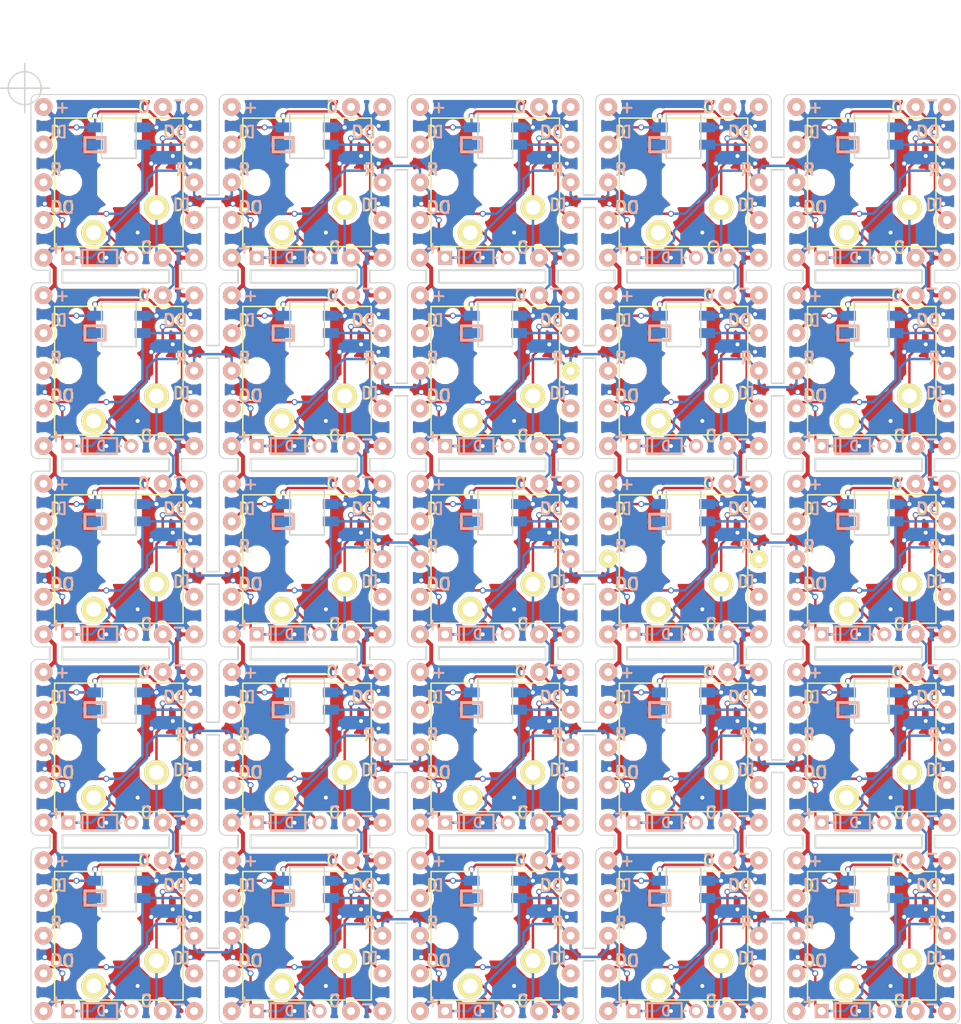
<source format=kicad_pcb>
(kicad_pcb (version 20171130) (host pcbnew 5.0.2-bee76a0~70~ubuntu18.04.1)
  (layers (0 F.Cu signal) (31 B.Cu signal) (34 B.Paste user) (35 F.Paste user) (36 B.SilkS user) (37 F.SilkS user) (38 B.Mask user) (39 F.Mask user) (44 Edge.Cuts user))
  (net 0 "")
  (net 1 /ROW0)
  (net 2 "Net-(D1-Pad2)")
  (net 3 "Net-(D2-Pad2)")
  (net 4 "Net-(D3-Pad2)")
  (net 5 "Net-(D4-Pad2)")
  (net 6 "Net-(D5-Pad2)")
  (net 7 /ROW1)
  (net 8 "Net-(D6-Pad2)")
  (net 9 "Net-(D7-Pad2)")
  (net 10 "Net-(D8-Pad2)")
  (net 11 "Net-(D9-Pad2)")
  (net 12 "Net-(D10-Pad2)")
  (net 13 /ROW2)
  (net 14 "Net-(D11-Pad2)")
  (net 15 "Net-(D12-Pad2)")
  (net 16 "Net-(D13-Pad2)")
  (net 17 "Net-(D14-Pad2)")
  (net 18 "Net-(D15-Pad2)")
  (net 19 /ROW3)
  (net 20 "Net-(D16-Pad2)")
  (net 21 "Net-(D17-Pad2)")
  (net 22 "Net-(D18-Pad2)")
  (net 23 "Net-(D19-Pad2)")
  (net 24 "Net-(D20-Pad2)")
  (net 25 /ROW4)
  (net 26 "Net-(D21-Pad2)")
  (net 27 "Net-(D22-Pad2)")
  (net 28 "Net-(D23-Pad2)")
  (net 29 "Net-(D24-Pad2)")
  (net 30 "Net-(D25-Pad2)")
  (net 31 "Net-(L1-Pad3)")
  (net 32 "Net-(L1-Pad1)")
  (net 33 GND)
  (net 34 /COL0)
  (net 35 /COL1)
  (net 36 /COL2)
  (net 37 /COL3)
  (net 38 /COL4)
  (net 39 VCC)
  (module footprint:switch (layer F.Cu) (at 150.622 73.787 180)
    (fp_text reference SW15)
    (fp_text value SW_PUSH hide)
    (pad "" np_thru_hole circle (at 5.08 0 180) (size 1.71 1.71) (drill 1.71) (layers *.Cu *.Mask F.SilkS))
    (pad 2 thru_hole circle (at 2.54 -5.08 180) (size 2.5 2.5) (drill 1.5) (layers *.Cu *.Mask F.SilkS) (net 18 "Net-(D15-Pad2)"))
    (pad "" np_thru_hole circle (at 0 0 180) (size 4 4) (drill 4) (layers *.Cu *.Mask F.SilkS))
    (pad 1 thru_hole circle (at -3.81 -2.54 180) (size 2.5 2.5) (drill 1.5) (layers *.Cu *.Mask F.SilkS) (net 38 /COL4))
    (pad "" np_thru_hole circle (at -5.08 0 180) (size 1.71 1.71) (drill 1.71) (layers *.Cu *.Mask F.SilkS))
  )
  (module footprint:switch (layer F.Cu) (at 150.622 54.737 180)
    (fp_text reference SW10)
    (fp_text value SW_PUSH hide)
    (pad "" np_thru_hole circle (at 5.08 0 180) (size 1.71 1.71) (drill 1.71) (layers *.Cu *.Mask F.SilkS))
    (pad 2 thru_hole circle (at 2.54 -5.08 180) (size 2.5 2.5) (drill 1.5) (layers *.Cu *.Mask F.SilkS) (net 12 "Net-(D10-Pad2)"))
    (pad "" np_thru_hole circle (at 0 0 180) (size 4 4) (drill 4) (layers *.Cu *.Mask F.SilkS))
    (pad 1 thru_hole circle (at -3.81 -2.54 180) (size 2.5 2.5) (drill 1.5) (layers *.Cu *.Mask F.SilkS) (net 38 /COL4))
    (pad "" np_thru_hole circle (at -5.08 0 180) (size 1.71 1.71) (drill 1.71) (layers *.Cu *.Mask F.SilkS))
  )
  (module footprint:diode (layer B.Cu) (at 107.442 43.307)
    (fp_text reference D (at 3.302 0) (layer B.SilkS) (effects (font (thickness 0.2)) (justify mirror)))
    (fp_text value D hide)
    (pad 1 thru_hole rect (at 0 0) (size 1.4 1.4) (drill 0.8) (layers *.Cu *.Mask B.SilkS) (net 1 /ROW0))
    (pad 2 thru_hole circle (at 6.35 0) (size 1.4 1.4) (drill 0.8) (layers *.Cu *.Mask B.SilkS) (net 4 "Net-(D3-Pad2)"))
  )
  (module footprint:switch (layer F.Cu) (at 112.522 35.687 180)
    (fp_text reference SW3)
    (fp_text value SW_PUSH hide)
    (pad "" np_thru_hole circle (at 5.08 0 180) (size 1.71 1.71) (drill 1.71) (layers *.Cu *.Mask F.SilkS))
    (pad 2 thru_hole circle (at 2.54 -5.08 180) (size 2.5 2.5) (drill 1.5) (layers *.Cu *.Mask F.SilkS) (net 4 "Net-(D3-Pad2)"))
    (pad "" np_thru_hole circle (at 0 0 180) (size 4 4) (drill 4) (layers *.Cu *.Mask F.SilkS))
    (pad 1 thru_hole circle (at -3.81 -2.54 180) (size 2.5 2.5) (drill 1.5) (layers *.Cu *.Mask F.SilkS) (net 36 /COL2))
    (pad "" np_thru_hole circle (at -5.08 0 180) (size 1.71 1.71) (drill 1.71) (layers *.Cu *.Mask F.SilkS))
  )
  (module kbd:SK6812MINI_rev (layer F.Cu) (at 93.472 31.002 180)
    (fp_text reference L1 hide)
    (fp_text value SK6812MINI hide)
    (fp_line (start 1.75 2.25) (end -1.75 2.25) (layer Edge.Cuts) (width 0.15))
    (fp_line (start -1.75 -2.25) (end 1.75 -2.25) (layer Edge.Cuts) (width 0.15))
    (fp_line (start 1.75 -2.25) (end 1.75 2.25) (layer Edge.Cuts) (width 0.15))
    (fp_line (start -1.75 -2.25) (end -1.75 2.25) (layer Edge.Cuts) (width 0.15))
    (pad 3 smd rect (at 2.4 0.875 180) (size 1.6 1) (layers B.Cu B.Paste B.Mask) (net 31 "Net-(L1-Pad3)"))
    (pad 4 smd rect (at 2.4 -0.875 180) (size 1.6 1) (layers B.Cu B.Paste B.Mask) (net 39 VCC))
    (pad 1 smd rect (at -2.4 -0.875 180) (size 1.6 1) (layers B.Cu B.Paste B.Mask) (net 32 "Net-(L1-Pad1)"))
    (pad 2 smd rect (at -2.4 0.875 180) (size 1.6 1) (layers B.Cu B.Paste B.Mask) (net 33 GND))
  )
  (module kbd:SK6812MINI_rev (layer F.Cu) (at 150.622 107.202 180)
    (fp_text reference L1 hide)
    (fp_text value SK6812MINI hide)
    (fp_line (start 1.75 2.25) (end -1.75 2.25) (layer Edge.Cuts) (width 0.15))
    (fp_line (start -1.75 -2.25) (end 1.75 -2.25) (layer Edge.Cuts) (width 0.15))
    (fp_line (start 1.75 -2.25) (end 1.75 2.25) (layer Edge.Cuts) (width 0.15))
    (fp_line (start -1.75 -2.25) (end -1.75 2.25) (layer Edge.Cuts) (width 0.15))
    (pad 3 smd rect (at 2.4 0.875 180) (size 1.6 1) (layers B.Cu B.Paste B.Mask) (net 31 "Net-(L1-Pad3)"))
    (pad 4 smd rect (at 2.4 -0.875 180) (size 1.6 1) (layers B.Cu B.Paste B.Mask) (net 39 VCC))
    (pad 1 smd rect (at -2.4 -0.875 180) (size 1.6 1) (layers B.Cu B.Paste B.Mask) (net 32 "Net-(L1-Pad1)"))
    (pad 2 smd rect (at -2.4 0.875 180) (size 1.6 1) (layers B.Cu B.Paste B.Mask) (net 33 GND))
  )
  (module kbd:SK6812MINI_rev (layer F.Cu) (at 131.572 107.202 180)
    (fp_text reference L1 hide)
    (fp_text value SK6812MINI hide)
    (fp_line (start 1.75 2.25) (end -1.75 2.25) (layer Edge.Cuts) (width 0.15))
    (fp_line (start -1.75 -2.25) (end 1.75 -2.25) (layer Edge.Cuts) (width 0.15))
    (fp_line (start 1.75 -2.25) (end 1.75 2.25) (layer Edge.Cuts) (width 0.15))
    (fp_line (start -1.75 -2.25) (end -1.75 2.25) (layer Edge.Cuts) (width 0.15))
    (pad 3 smd rect (at 2.4 0.875 180) (size 1.6 1) (layers B.Cu B.Paste B.Mask) (net 31 "Net-(L1-Pad3)"))
    (pad 4 smd rect (at 2.4 -0.875 180) (size 1.6 1) (layers B.Cu B.Paste B.Mask) (net 39 VCC))
    (pad 1 smd rect (at -2.4 -0.875 180) (size 1.6 1) (layers B.Cu B.Paste B.Mask) (net 32 "Net-(L1-Pad1)"))
    (pad 2 smd rect (at -2.4 0.875 180) (size 1.6 1) (layers B.Cu B.Paste B.Mask) (net 33 GND))
  )
  (module kbd:SK6812MINI_rev (layer F.Cu) (at 112.522 107.202 180)
    (fp_text reference L1 hide)
    (fp_text value SK6812MINI hide)
    (fp_line (start 1.75 2.25) (end -1.75 2.25) (layer Edge.Cuts) (width 0.15))
    (fp_line (start -1.75 -2.25) (end 1.75 -2.25) (layer Edge.Cuts) (width 0.15))
    (fp_line (start 1.75 -2.25) (end 1.75 2.25) (layer Edge.Cuts) (width 0.15))
    (fp_line (start -1.75 -2.25) (end -1.75 2.25) (layer Edge.Cuts) (width 0.15))
    (pad 3 smd rect (at 2.4 0.875 180) (size 1.6 1) (layers B.Cu B.Paste B.Mask) (net 31 "Net-(L1-Pad3)"))
    (pad 4 smd rect (at 2.4 -0.875 180) (size 1.6 1) (layers B.Cu B.Paste B.Mask) (net 39 VCC))
    (pad 1 smd rect (at -2.4 -0.875 180) (size 1.6 1) (layers B.Cu B.Paste B.Mask) (net 32 "Net-(L1-Pad1)"))
    (pad 2 smd rect (at -2.4 0.875 180) (size 1.6 1) (layers B.Cu B.Paste B.Mask) (net 33 GND))
  )
  (module kbd:SK6812MINI_rev (layer F.Cu) (at 93.472 107.202 180)
    (fp_text reference L1 hide)
    (fp_text value SK6812MINI hide)
    (fp_line (start 1.75 2.25) (end -1.75 2.25) (layer Edge.Cuts) (width 0.15))
    (fp_line (start -1.75 -2.25) (end 1.75 -2.25) (layer Edge.Cuts) (width 0.15))
    (fp_line (start 1.75 -2.25) (end 1.75 2.25) (layer Edge.Cuts) (width 0.15))
    (fp_line (start -1.75 -2.25) (end -1.75 2.25) (layer Edge.Cuts) (width 0.15))
    (pad 3 smd rect (at 2.4 0.875 180) (size 1.6 1) (layers B.Cu B.Paste B.Mask) (net 31 "Net-(L1-Pad3)"))
    (pad 4 smd rect (at 2.4 -0.875 180) (size 1.6 1) (layers B.Cu B.Paste B.Mask) (net 39 VCC))
    (pad 1 smd rect (at -2.4 -0.875 180) (size 1.6 1) (layers B.Cu B.Paste B.Mask) (net 32 "Net-(L1-Pad1)"))
    (pad 2 smd rect (at -2.4 0.875 180) (size 1.6 1) (layers B.Cu B.Paste B.Mask) (net 33 GND))
  )
  (module kbd:SK6812MINI_rev (layer F.Cu) (at 74.422 107.202 180)
    (fp_text reference L1 hide)
    (fp_text value SK6812MINI hide)
    (fp_line (start 1.75 2.25) (end -1.75 2.25) (layer Edge.Cuts) (width 0.15))
    (fp_line (start -1.75 -2.25) (end 1.75 -2.25) (layer Edge.Cuts) (width 0.15))
    (fp_line (start 1.75 -2.25) (end 1.75 2.25) (layer Edge.Cuts) (width 0.15))
    (fp_line (start -1.75 -2.25) (end -1.75 2.25) (layer Edge.Cuts) (width 0.15))
    (pad 3 smd rect (at 2.4 0.875 180) (size 1.6 1) (layers B.Cu B.Paste B.Mask) (net 31 "Net-(L1-Pad3)"))
    (pad 4 smd rect (at 2.4 -0.875 180) (size 1.6 1) (layers B.Cu B.Paste B.Mask) (net 39 VCC))
    (pad 1 smd rect (at -2.4 -0.875 180) (size 1.6 1) (layers B.Cu B.Paste B.Mask) (net 32 "Net-(L1-Pad1)"))
    (pad 2 smd rect (at -2.4 0.875 180) (size 1.6 1) (layers B.Cu B.Paste B.Mask) (net 33 GND))
  )
  (module kbd:SK6812MINI_rev (layer F.Cu) (at 150.622 88.152 180)
    (fp_text reference L1 hide)
    (fp_text value SK6812MINI hide)
    (fp_line (start 1.75 2.25) (end -1.75 2.25) (layer Edge.Cuts) (width 0.15))
    (fp_line (start -1.75 -2.25) (end 1.75 -2.25) (layer Edge.Cuts) (width 0.15))
    (fp_line (start 1.75 -2.25) (end 1.75 2.25) (layer Edge.Cuts) (width 0.15))
    (fp_line (start -1.75 -2.25) (end -1.75 2.25) (layer Edge.Cuts) (width 0.15))
    (pad 3 smd rect (at 2.4 0.875 180) (size 1.6 1) (layers B.Cu B.Paste B.Mask) (net 31 "Net-(L1-Pad3)"))
    (pad 4 smd rect (at 2.4 -0.875 180) (size 1.6 1) (layers B.Cu B.Paste B.Mask) (net 39 VCC))
    (pad 1 smd rect (at -2.4 -0.875 180) (size 1.6 1) (layers B.Cu B.Paste B.Mask) (net 32 "Net-(L1-Pad1)"))
    (pad 2 smd rect (at -2.4 0.875 180) (size 1.6 1) (layers B.Cu B.Paste B.Mask) (net 33 GND))
  )
  (module kbd:SK6812MINI_rev (layer F.Cu) (at 131.572 88.152 180)
    (fp_text reference L1 hide)
    (fp_text value SK6812MINI hide)
    (fp_line (start 1.75 2.25) (end -1.75 2.25) (layer Edge.Cuts) (width 0.15))
    (fp_line (start -1.75 -2.25) (end 1.75 -2.25) (layer Edge.Cuts) (width 0.15))
    (fp_line (start 1.75 -2.25) (end 1.75 2.25) (layer Edge.Cuts) (width 0.15))
    (fp_line (start -1.75 -2.25) (end -1.75 2.25) (layer Edge.Cuts) (width 0.15))
    (pad 3 smd rect (at 2.4 0.875 180) (size 1.6 1) (layers B.Cu B.Paste B.Mask) (net 31 "Net-(L1-Pad3)"))
    (pad 4 smd rect (at 2.4 -0.875 180) (size 1.6 1) (layers B.Cu B.Paste B.Mask) (net 39 VCC))
    (pad 1 smd rect (at -2.4 -0.875 180) (size 1.6 1) (layers B.Cu B.Paste B.Mask) (net 32 "Net-(L1-Pad1)"))
    (pad 2 smd rect (at -2.4 0.875 180) (size 1.6 1) (layers B.Cu B.Paste B.Mask) (net 33 GND))
  )
  (module kbd:SK6812MINI_rev (layer F.Cu) (at 112.522 88.152 180)
    (fp_text reference L1 hide)
    (fp_text value SK6812MINI hide)
    (fp_line (start 1.75 2.25) (end -1.75 2.25) (layer Edge.Cuts) (width 0.15))
    (fp_line (start -1.75 -2.25) (end 1.75 -2.25) (layer Edge.Cuts) (width 0.15))
    (fp_line (start 1.75 -2.25) (end 1.75 2.25) (layer Edge.Cuts) (width 0.15))
    (fp_line (start -1.75 -2.25) (end -1.75 2.25) (layer Edge.Cuts) (width 0.15))
    (pad 3 smd rect (at 2.4 0.875 180) (size 1.6 1) (layers B.Cu B.Paste B.Mask) (net 31 "Net-(L1-Pad3)"))
    (pad 4 smd rect (at 2.4 -0.875 180) (size 1.6 1) (layers B.Cu B.Paste B.Mask) (net 39 VCC))
    (pad 1 smd rect (at -2.4 -0.875 180) (size 1.6 1) (layers B.Cu B.Paste B.Mask) (net 32 "Net-(L1-Pad1)"))
    (pad 2 smd rect (at -2.4 0.875 180) (size 1.6 1) (layers B.Cu B.Paste B.Mask) (net 33 GND))
  )
  (module kbd:SK6812MINI_rev (layer F.Cu) (at 93.472 88.152 180)
    (fp_text reference L1 hide)
    (fp_text value SK6812MINI hide)
    (fp_line (start 1.75 2.25) (end -1.75 2.25) (layer Edge.Cuts) (width 0.15))
    (fp_line (start -1.75 -2.25) (end 1.75 -2.25) (layer Edge.Cuts) (width 0.15))
    (fp_line (start 1.75 -2.25) (end 1.75 2.25) (layer Edge.Cuts) (width 0.15))
    (fp_line (start -1.75 -2.25) (end -1.75 2.25) (layer Edge.Cuts) (width 0.15))
    (pad 3 smd rect (at 2.4 0.875 180) (size 1.6 1) (layers B.Cu B.Paste B.Mask) (net 31 "Net-(L1-Pad3)"))
    (pad 4 smd rect (at 2.4 -0.875 180) (size 1.6 1) (layers B.Cu B.Paste B.Mask) (net 39 VCC))
    (pad 1 smd rect (at -2.4 -0.875 180) (size 1.6 1) (layers B.Cu B.Paste B.Mask) (net 32 "Net-(L1-Pad1)"))
    (pad 2 smd rect (at -2.4 0.875 180) (size 1.6 1) (layers B.Cu B.Paste B.Mask) (net 33 GND))
  )
  (module kbd:SK6812MINI_rev (layer F.Cu) (at 74.422 88.152 180)
    (fp_text reference L1 hide)
    (fp_text value SK6812MINI hide)
    (fp_line (start 1.75 2.25) (end -1.75 2.25) (layer Edge.Cuts) (width 0.15))
    (fp_line (start -1.75 -2.25) (end 1.75 -2.25) (layer Edge.Cuts) (width 0.15))
    (fp_line (start 1.75 -2.25) (end 1.75 2.25) (layer Edge.Cuts) (width 0.15))
    (fp_line (start -1.75 -2.25) (end -1.75 2.25) (layer Edge.Cuts) (width 0.15))
    (pad 3 smd rect (at 2.4 0.875 180) (size 1.6 1) (layers B.Cu B.Paste B.Mask) (net 31 "Net-(L1-Pad3)"))
    (pad 4 smd rect (at 2.4 -0.875 180) (size 1.6 1) (layers B.Cu B.Paste B.Mask) (net 39 VCC))
    (pad 1 smd rect (at -2.4 -0.875 180) (size 1.6 1) (layers B.Cu B.Paste B.Mask) (net 32 "Net-(L1-Pad1)"))
    (pad 2 smd rect (at -2.4 0.875 180) (size 1.6 1) (layers B.Cu B.Paste B.Mask) (net 33 GND))
  )
  (module kbd:SK6812MINI_rev (layer F.Cu) (at 150.622 69.102 180)
    (fp_text reference L1 hide)
    (fp_text value SK6812MINI hide)
    (fp_line (start 1.75 2.25) (end -1.75 2.25) (layer Edge.Cuts) (width 0.15))
    (fp_line (start -1.75 -2.25) (end 1.75 -2.25) (layer Edge.Cuts) (width 0.15))
    (fp_line (start 1.75 -2.25) (end 1.75 2.25) (layer Edge.Cuts) (width 0.15))
    (fp_line (start -1.75 -2.25) (end -1.75 2.25) (layer Edge.Cuts) (width 0.15))
    (pad 3 smd rect (at 2.4 0.875 180) (size 1.6 1) (layers B.Cu B.Paste B.Mask) (net 31 "Net-(L1-Pad3)"))
    (pad 4 smd rect (at 2.4 -0.875 180) (size 1.6 1) (layers B.Cu B.Paste B.Mask) (net 39 VCC))
    (pad 1 smd rect (at -2.4 -0.875 180) (size 1.6 1) (layers B.Cu B.Paste B.Mask) (net 32 "Net-(L1-Pad1)"))
    (pad 2 smd rect (at -2.4 0.875 180) (size 1.6 1) (layers B.Cu B.Paste B.Mask) (net 33 GND))
  )
  (module kbd:SK6812MINI_rev (layer F.Cu) (at 131.572 69.102 180)
    (fp_text reference L1 hide)
    (fp_text value SK6812MINI hide)
    (fp_line (start 1.75 2.25) (end -1.75 2.25) (layer Edge.Cuts) (width 0.15))
    (fp_line (start -1.75 -2.25) (end 1.75 -2.25) (layer Edge.Cuts) (width 0.15))
    (fp_line (start 1.75 -2.25) (end 1.75 2.25) (layer Edge.Cuts) (width 0.15))
    (fp_line (start -1.75 -2.25) (end -1.75 2.25) (layer Edge.Cuts) (width 0.15))
    (pad 3 smd rect (at 2.4 0.875 180) (size 1.6 1) (layers B.Cu B.Paste B.Mask) (net 31 "Net-(L1-Pad3)"))
    (pad 4 smd rect (at 2.4 -0.875 180) (size 1.6 1) (layers B.Cu B.Paste B.Mask) (net 39 VCC))
    (pad 1 smd rect (at -2.4 -0.875 180) (size 1.6 1) (layers B.Cu B.Paste B.Mask) (net 32 "Net-(L1-Pad1)"))
    (pad 2 smd rect (at -2.4 0.875 180) (size 1.6 1) (layers B.Cu B.Paste B.Mask) (net 33 GND))
  )
  (module kbd:SK6812MINI_rev (layer F.Cu) (at 112.522 69.102 180)
    (fp_text reference L1 hide)
    (fp_text value SK6812MINI hide)
    (fp_line (start 1.75 2.25) (end -1.75 2.25) (layer Edge.Cuts) (width 0.15))
    (fp_line (start -1.75 -2.25) (end 1.75 -2.25) (layer Edge.Cuts) (width 0.15))
    (fp_line (start 1.75 -2.25) (end 1.75 2.25) (layer Edge.Cuts) (width 0.15))
    (fp_line (start -1.75 -2.25) (end -1.75 2.25) (layer Edge.Cuts) (width 0.15))
    (pad 3 smd rect (at 2.4 0.875 180) (size 1.6 1) (layers B.Cu B.Paste B.Mask) (net 31 "Net-(L1-Pad3)"))
    (pad 4 smd rect (at 2.4 -0.875 180) (size 1.6 1) (layers B.Cu B.Paste B.Mask) (net 39 VCC))
    (pad 1 smd rect (at -2.4 -0.875 180) (size 1.6 1) (layers B.Cu B.Paste B.Mask) (net 32 "Net-(L1-Pad1)"))
    (pad 2 smd rect (at -2.4 0.875 180) (size 1.6 1) (layers B.Cu B.Paste B.Mask) (net 33 GND))
  )
  (module kbd:SK6812MINI_rev (layer F.Cu) (at 93.472 69.102 180)
    (fp_text reference L1 hide)
    (fp_text value SK6812MINI hide)
    (fp_line (start 1.75 2.25) (end -1.75 2.25) (layer Edge.Cuts) (width 0.15))
    (fp_line (start -1.75 -2.25) (end 1.75 -2.25) (layer Edge.Cuts) (width 0.15))
    (fp_line (start 1.75 -2.25) (end 1.75 2.25) (layer Edge.Cuts) (width 0.15))
    (fp_line (start -1.75 -2.25) (end -1.75 2.25) (layer Edge.Cuts) (width 0.15))
    (pad 3 smd rect (at 2.4 0.875 180) (size 1.6 1) (layers B.Cu B.Paste B.Mask) (net 31 "Net-(L1-Pad3)"))
    (pad 4 smd rect (at 2.4 -0.875 180) (size 1.6 1) (layers B.Cu B.Paste B.Mask) (net 39 VCC))
    (pad 1 smd rect (at -2.4 -0.875 180) (size 1.6 1) (layers B.Cu B.Paste B.Mask) (net 32 "Net-(L1-Pad1)"))
    (pad 2 smd rect (at -2.4 0.875 180) (size 1.6 1) (layers B.Cu B.Paste B.Mask) (net 33 GND))
  )
  (module kbd:SK6812MINI_rev (layer F.Cu) (at 74.422 69.102 180)
    (fp_text reference L1 hide)
    (fp_text value SK6812MINI hide)
    (fp_line (start 1.75 2.25) (end -1.75 2.25) (layer Edge.Cuts) (width 0.15))
    (fp_line (start -1.75 -2.25) (end 1.75 -2.25) (layer Edge.Cuts) (width 0.15))
    (fp_line (start 1.75 -2.25) (end 1.75 2.25) (layer Edge.Cuts) (width 0.15))
    (fp_line (start -1.75 -2.25) (end -1.75 2.25) (layer Edge.Cuts) (width 0.15))
    (pad 3 smd rect (at 2.4 0.875 180) (size 1.6 1) (layers B.Cu B.Paste B.Mask) (net 31 "Net-(L1-Pad3)"))
    (pad 4 smd rect (at 2.4 -0.875 180) (size 1.6 1) (layers B.Cu B.Paste B.Mask) (net 39 VCC))
    (pad 1 smd rect (at -2.4 -0.875 180) (size 1.6 1) (layers B.Cu B.Paste B.Mask) (net 32 "Net-(L1-Pad1)"))
    (pad 2 smd rect (at -2.4 0.875 180) (size 1.6 1) (layers B.Cu B.Paste B.Mask) (net 33 GND))
  )
  (module kbd:SK6812MINI_rev (layer F.Cu) (at 150.622 50.052 180)
    (fp_text reference L1 hide)
    (fp_text value SK6812MINI hide)
    (fp_line (start 1.75 2.25) (end -1.75 2.25) (layer Edge.Cuts) (width 0.15))
    (fp_line (start -1.75 -2.25) (end 1.75 -2.25) (layer Edge.Cuts) (width 0.15))
    (fp_line (start 1.75 -2.25) (end 1.75 2.25) (layer Edge.Cuts) (width 0.15))
    (fp_line (start -1.75 -2.25) (end -1.75 2.25) (layer Edge.Cuts) (width 0.15))
    (pad 3 smd rect (at 2.4 0.875 180) (size 1.6 1) (layers B.Cu B.Paste B.Mask) (net 31 "Net-(L1-Pad3)"))
    (pad 4 smd rect (at 2.4 -0.875 180) (size 1.6 1) (layers B.Cu B.Paste B.Mask) (net 39 VCC))
    (pad 1 smd rect (at -2.4 -0.875 180) (size 1.6 1) (layers B.Cu B.Paste B.Mask) (net 32 "Net-(L1-Pad1)"))
    (pad 2 smd rect (at -2.4 0.875 180) (size 1.6 1) (layers B.Cu B.Paste B.Mask) (net 33 GND))
  )
  (module kbd:SK6812MINI_rev (layer F.Cu) (at 131.572 50.052 180)
    (fp_text reference L1 hide)
    (fp_text value SK6812MINI hide)
    (fp_line (start 1.75 2.25) (end -1.75 2.25) (layer Edge.Cuts) (width 0.15))
    (fp_line (start -1.75 -2.25) (end 1.75 -2.25) (layer Edge.Cuts) (width 0.15))
    (fp_line (start 1.75 -2.25) (end 1.75 2.25) (layer Edge.Cuts) (width 0.15))
    (fp_line (start -1.75 -2.25) (end -1.75 2.25) (layer Edge.Cuts) (width 0.15))
    (pad 3 smd rect (at 2.4 0.875 180) (size 1.6 1) (layers B.Cu B.Paste B.Mask) (net 31 "Net-(L1-Pad3)"))
    (pad 4 smd rect (at 2.4 -0.875 180) (size 1.6 1) (layers B.Cu B.Paste B.Mask) (net 39 VCC))
    (pad 1 smd rect (at -2.4 -0.875 180) (size 1.6 1) (layers B.Cu B.Paste B.Mask) (net 32 "Net-(L1-Pad1)"))
    (pad 2 smd rect (at -2.4 0.875 180) (size 1.6 1) (layers B.Cu B.Paste B.Mask) (net 33 GND))
  )
  (module kbd:SK6812MINI_rev (layer F.Cu) (at 112.522 50.052 180)
    (fp_text reference L1 hide)
    (fp_text value SK6812MINI hide)
    (fp_line (start 1.75 2.25) (end -1.75 2.25) (layer Edge.Cuts) (width 0.15))
    (fp_line (start -1.75 -2.25) (end 1.75 -2.25) (layer Edge.Cuts) (width 0.15))
    (fp_line (start 1.75 -2.25) (end 1.75 2.25) (layer Edge.Cuts) (width 0.15))
    (fp_line (start -1.75 -2.25) (end -1.75 2.25) (layer Edge.Cuts) (width 0.15))
    (pad 3 smd rect (at 2.4 0.875 180) (size 1.6 1) (layers B.Cu B.Paste B.Mask) (net 31 "Net-(L1-Pad3)"))
    (pad 4 smd rect (at 2.4 -0.875 180) (size 1.6 1) (layers B.Cu B.Paste B.Mask) (net 39 VCC))
    (pad 1 smd rect (at -2.4 -0.875 180) (size 1.6 1) (layers B.Cu B.Paste B.Mask) (net 32 "Net-(L1-Pad1)"))
    (pad 2 smd rect (at -2.4 0.875 180) (size 1.6 1) (layers B.Cu B.Paste B.Mask) (net 33 GND))
  )
  (module kbd:SK6812MINI_rev (layer F.Cu) (at 93.472 50.052 180)
    (fp_text reference L1 hide)
    (fp_text value SK6812MINI hide)
    (fp_line (start 1.75 2.25) (end -1.75 2.25) (layer Edge.Cuts) (width 0.15))
    (fp_line (start -1.75 -2.25) (end 1.75 -2.25) (layer Edge.Cuts) (width 0.15))
    (fp_line (start 1.75 -2.25) (end 1.75 2.25) (layer Edge.Cuts) (width 0.15))
    (fp_line (start -1.75 -2.25) (end -1.75 2.25) (layer Edge.Cuts) (width 0.15))
    (pad 3 smd rect (at 2.4 0.875 180) (size 1.6 1) (layers B.Cu B.Paste B.Mask) (net 31 "Net-(L1-Pad3)"))
    (pad 4 smd rect (at 2.4 -0.875 180) (size 1.6 1) (layers B.Cu B.Paste B.Mask) (net 39 VCC))
    (pad 1 smd rect (at -2.4 -0.875 180) (size 1.6 1) (layers B.Cu B.Paste B.Mask) (net 32 "Net-(L1-Pad1)"))
    (pad 2 smd rect (at -2.4 0.875 180) (size 1.6 1) (layers B.Cu B.Paste B.Mask) (net 33 GND))
  )
  (module kbd:SK6812MINI_rev (layer F.Cu) (at 74.422 50.052 180)
    (fp_text reference L1 hide)
    (fp_text value SK6812MINI hide)
    (fp_line (start 1.75 2.25) (end -1.75 2.25) (layer Edge.Cuts) (width 0.15))
    (fp_line (start -1.75 -2.25) (end 1.75 -2.25) (layer Edge.Cuts) (width 0.15))
    (fp_line (start 1.75 -2.25) (end 1.75 2.25) (layer Edge.Cuts) (width 0.15))
    (fp_line (start -1.75 -2.25) (end -1.75 2.25) (layer Edge.Cuts) (width 0.15))
    (pad 3 smd rect (at 2.4 0.875 180) (size 1.6 1) (layers B.Cu B.Paste B.Mask) (net 31 "Net-(L1-Pad3)"))
    (pad 4 smd rect (at 2.4 -0.875 180) (size 1.6 1) (layers B.Cu B.Paste B.Mask) (net 39 VCC))
    (pad 1 smd rect (at -2.4 -0.875 180) (size 1.6 1) (layers B.Cu B.Paste B.Mask) (net 32 "Net-(L1-Pad1)"))
    (pad 2 smd rect (at -2.4 0.875 180) (size 1.6 1) (layers B.Cu B.Paste B.Mask) (net 33 GND))
  )
  (module kbd:SK6812MINI_rev (layer F.Cu) (at 150.622 31.002 180)
    (fp_text reference L1 hide)
    (fp_text value SK6812MINI hide)
    (fp_line (start 1.75 2.25) (end -1.75 2.25) (layer Edge.Cuts) (width 0.15))
    (fp_line (start -1.75 -2.25) (end 1.75 -2.25) (layer Edge.Cuts) (width 0.15))
    (fp_line (start 1.75 -2.25) (end 1.75 2.25) (layer Edge.Cuts) (width 0.15))
    (fp_line (start -1.75 -2.25) (end -1.75 2.25) (layer Edge.Cuts) (width 0.15))
    (pad 3 smd rect (at 2.4 0.875 180) (size 1.6 1) (layers B.Cu B.Paste B.Mask) (net 31 "Net-(L1-Pad3)"))
    (pad 4 smd rect (at 2.4 -0.875 180) (size 1.6 1) (layers B.Cu B.Paste B.Mask) (net 39 VCC))
    (pad 1 smd rect (at -2.4 -0.875 180) (size 1.6 1) (layers B.Cu B.Paste B.Mask) (net 32 "Net-(L1-Pad1)"))
    (pad 2 smd rect (at -2.4 0.875 180) (size 1.6 1) (layers B.Cu B.Paste B.Mask) (net 33 GND))
  )
  (module kbd:SK6812MINI_rev (layer F.Cu) (at 131.572 31.002 180)
    (fp_text reference L1 hide)
    (fp_text value SK6812MINI hide)
    (fp_line (start 1.75 2.25) (end -1.75 2.25) (layer Edge.Cuts) (width 0.15))
    (fp_line (start -1.75 -2.25) (end 1.75 -2.25) (layer Edge.Cuts) (width 0.15))
    (fp_line (start 1.75 -2.25) (end 1.75 2.25) (layer Edge.Cuts) (width 0.15))
    (fp_line (start -1.75 -2.25) (end -1.75 2.25) (layer Edge.Cuts) (width 0.15))
    (pad 3 smd rect (at 2.4 0.875 180) (size 1.6 1) (layers B.Cu B.Paste B.Mask) (net 31 "Net-(L1-Pad3)"))
    (pad 4 smd rect (at 2.4 -0.875 180) (size 1.6 1) (layers B.Cu B.Paste B.Mask) (net 39 VCC))
    (pad 1 smd rect (at -2.4 -0.875 180) (size 1.6 1) (layers B.Cu B.Paste B.Mask) (net 32 "Net-(L1-Pad1)"))
    (pad 2 smd rect (at -2.4 0.875 180) (size 1.6 1) (layers B.Cu B.Paste B.Mask) (net 33 GND))
  )
  (module kbd:SK6812MINI_rev (layer F.Cu) (at 112.522 31.002 180)
    (fp_text reference L1 hide)
    (fp_text value SK6812MINI hide)
    (fp_line (start 1.75 2.25) (end -1.75 2.25) (layer Edge.Cuts) (width 0.15))
    (fp_line (start -1.75 -2.25) (end 1.75 -2.25) (layer Edge.Cuts) (width 0.15))
    (fp_line (start 1.75 -2.25) (end 1.75 2.25) (layer Edge.Cuts) (width 0.15))
    (fp_line (start -1.75 -2.25) (end -1.75 2.25) (layer Edge.Cuts) (width 0.15))
    (pad 3 smd rect (at 2.4 0.875 180) (size 1.6 1) (layers B.Cu B.Paste B.Mask) (net 31 "Net-(L1-Pad3)"))
    (pad 4 smd rect (at 2.4 -0.875 180) (size 1.6 1) (layers B.Cu B.Paste B.Mask) (net 39 VCC))
    (pad 1 smd rect (at -2.4 -0.875 180) (size 1.6 1) (layers B.Cu B.Paste B.Mask) (net 32 "Net-(L1-Pad1)"))
    (pad 2 smd rect (at -2.4 0.875 180) (size 1.6 1) (layers B.Cu B.Paste B.Mask) (net 33 GND))
  )
  (module kbd:SK6812MINI_rev (layer F.Cu) (at 74.422 31.002 180)
    (fp_text reference L1 hide)
    (fp_text value SK6812MINI hide)
    (fp_line (start 1.75 2.25) (end -1.75 2.25) (layer Edge.Cuts) (width 0.15))
    (fp_line (start -1.75 -2.25) (end 1.75 -2.25) (layer Edge.Cuts) (width 0.15))
    (fp_line (start 1.75 -2.25) (end 1.75 2.25) (layer Edge.Cuts) (width 0.15))
    (fp_line (start -1.75 -2.25) (end -1.75 2.25) (layer Edge.Cuts) (width 0.15))
    (pad 3 smd rect (at 2.4 0.875 180) (size 1.6 1) (layers B.Cu B.Paste B.Mask) (net 31 "Net-(L1-Pad3)"))
    (pad 4 smd rect (at 2.4 -0.875 180) (size 1.6 1) (layers B.Cu B.Paste B.Mask) (net 39 VCC))
    (pad 1 smd rect (at -2.4 -0.875 180) (size 1.6 1) (layers B.Cu B.Paste B.Mask) (net 32 "Net-(L1-Pad1)"))
    (pad 2 smd rect (at -2.4 0.875 180) (size 1.6 1) (layers B.Cu B.Paste B.Mask) (net 33 GND))
  )
  (module footprint:wirepad (layer B.Cu) (at 158.242 111.887)
    (fp_text reference REF** hide)
    (fp_text value "wire pad" hide)
    (pad 1 thru_hole circle (at 0 0) (size 1.8 1.8) (drill 0.8) (layers *.Cu *.Mask B.SilkS) (net 25 /ROW4))
  )
  (module footprint:wirepad (layer B.Cu) (at 139.192 111.887)
    (fp_text reference REF** hide)
    (fp_text value "wire pad" hide)
    (pad 1 thru_hole circle (at 0 0) (size 1.8 1.8) (drill 0.8) (layers *.Cu *.Mask B.SilkS) (net 25 /ROW4))
  )
  (module footprint:wirepad (layer B.Cu) (at 120.142 111.887)
    (fp_text reference REF** hide)
    (fp_text value "wire pad" hide)
    (pad 1 thru_hole circle (at 0 0) (size 1.8 1.8) (drill 0.8) (layers *.Cu *.Mask B.SilkS) (net 25 /ROW4))
  )
  (module footprint:wirepad (layer B.Cu) (at 101.092 111.887)
    (fp_text reference REF** hide)
    (fp_text value "wire pad" hide)
    (pad 1 thru_hole circle (at 0 0) (size 1.8 1.8) (drill 0.8) (layers *.Cu *.Mask B.SilkS) (net 25 /ROW4))
  )
  (module footprint:wirepad (layer B.Cu) (at 143.002 111.887)
    (fp_text reference REF** hide)
    (fp_text value "wire pad" hide)
    (pad 1 thru_hole circle (at 0 0) (size 1.8 1.8) (drill 0.8) (layers *.Cu *.Mask B.SilkS) (net 25 /ROW4))
  )
  (module footprint:wirepad (layer B.Cu) (at 123.952 111.887)
    (fp_text reference REF** hide)
    (fp_text value "wire pad" hide)
    (pad 1 thru_hole circle (at 0 0) (size 1.8 1.8) (drill 0.8) (layers *.Cu *.Mask B.SilkS) (net 25 /ROW4))
  )
  (module footprint:wirepad (layer B.Cu) (at 104.902 111.887)
    (fp_text reference REF** hide)
    (fp_text value "wire pad" hide)
    (pad 1 thru_hole circle (at 0 0) (size 1.8 1.8) (drill 0.8) (layers *.Cu *.Mask B.SilkS) (net 25 /ROW4))
  )
  (module footprint:wirepad (layer B.Cu) (at 85.852 111.887)
    (fp_text reference REF** hide)
    (fp_text value "wire pad" hide)
    (pad 1 thru_hole circle (at 0 0) (size 1.8 1.8) (drill 0.8) (layers *.Cu *.Mask B.SilkS) (net 25 /ROW4))
  )
  (module footprint:wirepad (layer B.Cu) (at 158.242 92.837)
    (fp_text reference REF** hide)
    (fp_text value "wire pad" hide)
    (pad 1 thru_hole circle (at 0 0) (size 1.8 1.8) (drill 0.8) (layers *.Cu *.Mask B.SilkS) (net 19 /ROW3))
  )
  (module footprint:wirepad (layer B.Cu) (at 139.192 92.837)
    (fp_text reference REF** hide)
    (fp_text value "wire pad" hide)
    (pad 1 thru_hole circle (at 0 0) (size 1.8 1.8) (drill 0.8) (layers *.Cu *.Mask B.SilkS) (net 19 /ROW3))
  )
  (module footprint:wirepad (layer B.Cu) (at 120.142 92.837)
    (fp_text reference REF** hide)
    (fp_text value "wire pad" hide)
    (pad 1 thru_hole circle (at 0 0) (size 1.8 1.8) (drill 0.8) (layers *.Cu *.Mask B.SilkS) (net 19 /ROW3))
  )
  (module footprint:wirepad (layer B.Cu) (at 101.092 92.837)
    (fp_text reference REF** hide)
    (fp_text value "wire pad" hide)
    (pad 1 thru_hole circle (at 0 0) (size 1.8 1.8) (drill 0.8) (layers *.Cu *.Mask B.SilkS) (net 19 /ROW3))
  )
  (module footprint:wirepad (layer B.Cu) (at 143.002 92.837)
    (fp_text reference REF** hide)
    (fp_text value "wire pad" hide)
    (pad 1 thru_hole circle (at 0 0) (size 1.8 1.8) (drill 0.8) (layers *.Cu *.Mask B.SilkS) (net 19 /ROW3))
  )
  (module footprint:wirepad (layer B.Cu) (at 123.952 92.837)
    (fp_text reference REF** hide)
    (fp_text value "wire pad" hide)
    (pad 1 thru_hole circle (at 0 0) (size 1.8 1.8) (drill 0.8) (layers *.Cu *.Mask B.SilkS) (net 19 /ROW3))
  )
  (module footprint:wirepad (layer B.Cu) (at 104.902 92.837)
    (fp_text reference REF** hide)
    (fp_text value "wire pad" hide)
    (pad 1 thru_hole circle (at 0 0) (size 1.8 1.8) (drill 0.8) (layers *.Cu *.Mask B.SilkS) (net 19 /ROW3))
  )
  (module footprint:wirepad (layer B.Cu) (at 85.852 92.837)
    (fp_text reference REF** hide)
    (fp_text value "wire pad" hide)
    (pad 1 thru_hole circle (at 0 0) (size 1.8 1.8) (drill 0.8) (layers *.Cu *.Mask B.SilkS) (net 19 /ROW3))
  )
  (module footprint:wirepad (layer B.Cu) (at 143.002 73.787)
    (fp_text reference REF** hide)
    (fp_text value "wire pad" hide)
    (pad 1 thru_hole circle (at 0 0) (size 1.8 1.8) (drill 0.8) (layers *.Cu *.Mask B.SilkS) (net 13 /ROW2))
  )
  (module footprint:wirepad (layer F.Cu) (at 123.952 73.787)
    (fp_text reference REF** hide)
    (fp_text value "wire pad" hide)
    (pad 1 thru_hole circle (at 0 0) (size 1.8 1.8) (drill 0.8) (layers *.Cu *.Mask F.SilkS) (net 13 /ROW2))
  )
  (module footprint:wirepad (layer B.Cu) (at 104.902 73.787)
    (fp_text reference REF** hide)
    (fp_text value "wire pad" hide)
    (pad 1 thru_hole circle (at 0 0) (size 1.8 1.8) (drill 0.8) (layers *.Cu *.Mask B.SilkS) (net 13 /ROW2))
  )
  (module footprint:wirepad (layer B.Cu) (at 85.852 73.787)
    (fp_text reference REF** hide)
    (fp_text value "wire pad" hide)
    (pad 1 thru_hole circle (at 0 0) (size 1.8 1.8) (drill 0.8) (layers *.Cu *.Mask B.SilkS) (net 13 /ROW2))
  )
  (module footprint:wirepad (layer B.Cu) (at 158.242 73.787)
    (fp_text reference REF** hide)
    (fp_text value "wire pad" hide)
    (pad 1 thru_hole circle (at 0 0) (size 1.8 1.8) (drill 0.8) (layers *.Cu *.Mask B.SilkS) (net 13 /ROW2))
  )
  (module footprint:wirepad (layer F.Cu) (at 139.192 73.787)
    (fp_text reference REF** hide)
    (fp_text value "wire pad" hide)
    (pad 1 thru_hole circle (at 0 0) (size 1.8 1.8) (drill 0.8) (layers *.Cu *.Mask F.SilkS) (net 13 /ROW2))
  )
  (module footprint:wirepad (layer B.Cu) (at 120.142 73.787)
    (fp_text reference REF** hide)
    (fp_text value "wire pad" hide)
    (pad 1 thru_hole circle (at 0 0) (size 1.8 1.8) (drill 0.8) (layers *.Cu *.Mask B.SilkS) (net 13 /ROW2))
  )
  (module footprint:wirepad (layer B.Cu) (at 101.092 73.787)
    (fp_text reference REF** hide)
    (fp_text value "wire pad" hide)
    (pad 1 thru_hole circle (at 0 0) (size 1.8 1.8) (drill 0.8) (layers *.Cu *.Mask B.SilkS) (net 13 /ROW2))
  )
  (module footprint:wirepad (layer B.Cu) (at 158.242 115.697)
    (fp_text reference REF** hide)
    (fp_text value "wire pad" hide)
    (pad 1 thru_hole circle (at 0 0) (size 1.8 1.8) (drill 0.8) (layers *.Cu *.Mask B.SilkS) (net 31 "Net-(L1-Pad3)"))
  )
  (module footprint:wirepad (layer B.Cu) (at 139.192 115.697)
    (fp_text reference REF** hide)
    (fp_text value "wire pad" hide)
    (pad 1 thru_hole circle (at 0 0) (size 1.8 1.8) (drill 0.8) (layers *.Cu *.Mask B.SilkS) (net 31 "Net-(L1-Pad3)"))
  )
  (module footprint:wirepad (layer B.Cu) (at 120.142 115.697)
    (fp_text reference REF** hide)
    (fp_text value "wire pad" hide)
    (pad 1 thru_hole circle (at 0 0) (size 1.8 1.8) (drill 0.8) (layers *.Cu *.Mask B.SilkS) (net 31 "Net-(L1-Pad3)"))
  )
  (module footprint:wirepad (layer B.Cu) (at 101.092 115.697)
    (fp_text reference REF** hide)
    (fp_text value "wire pad" hide)
    (pad 1 thru_hole circle (at 0 0) (size 1.8 1.8) (drill 0.8) (layers *.Cu *.Mask B.SilkS) (net 31 "Net-(L1-Pad3)"))
  )
  (module footprint:wirepad (layer B.Cu) (at 82.042 115.697)
    (fp_text reference REF** hide)
    (fp_text value "wire pad" hide)
    (pad 1 thru_hole circle (at 0 0) (size 1.8 1.8) (drill 0.8) (layers *.Cu *.Mask B.SilkS) (net 31 "Net-(L1-Pad3)"))
  )
  (module footprint:wirepad (layer B.Cu) (at 158.242 96.647)
    (fp_text reference REF** hide)
    (fp_text value "wire pad" hide)
    (pad 1 thru_hole circle (at 0 0) (size 1.8 1.8) (drill 0.8) (layers *.Cu *.Mask B.SilkS) (net 31 "Net-(L1-Pad3)"))
  )
  (module footprint:wirepad (layer B.Cu) (at 139.192 96.647)
    (fp_text reference REF** hide)
    (fp_text value "wire pad" hide)
    (pad 1 thru_hole circle (at 0 0) (size 1.8 1.8) (drill 0.8) (layers *.Cu *.Mask B.SilkS) (net 31 "Net-(L1-Pad3)"))
  )
  (module footprint:wirepad (layer B.Cu) (at 120.142 96.647)
    (fp_text reference REF** hide)
    (fp_text value "wire pad" hide)
    (pad 1 thru_hole circle (at 0 0) (size 1.8 1.8) (drill 0.8) (layers *.Cu *.Mask B.SilkS) (net 31 "Net-(L1-Pad3)"))
  )
  (module footprint:wirepad (layer B.Cu) (at 101.092 96.647)
    (fp_text reference REF** hide)
    (fp_text value "wire pad" hide)
    (pad 1 thru_hole circle (at 0 0) (size 1.8 1.8) (drill 0.8) (layers *.Cu *.Mask B.SilkS) (net 31 "Net-(L1-Pad3)"))
  )
  (module footprint:wirepad (layer B.Cu) (at 82.042 96.647)
    (fp_text reference REF** hide)
    (fp_text value "wire pad" hide)
    (pad 1 thru_hole circle (at 0 0) (size 1.8 1.8) (drill 0.8) (layers *.Cu *.Mask B.SilkS) (net 31 "Net-(L1-Pad3)"))
  )
  (module footprint:wirepad (layer B.Cu) (at 158.242 77.597)
    (fp_text reference REF** hide)
    (fp_text value "wire pad" hide)
    (pad 1 thru_hole circle (at 0 0) (size 1.8 1.8) (drill 0.8) (layers *.Cu *.Mask B.SilkS) (net 31 "Net-(L1-Pad3)"))
  )
  (module footprint:wirepad (layer B.Cu) (at 139.192 77.597)
    (fp_text reference REF** hide)
    (fp_text value "wire pad" hide)
    (pad 1 thru_hole circle (at 0 0) (size 1.8 1.8) (drill 0.8) (layers *.Cu *.Mask B.SilkS) (net 31 "Net-(L1-Pad3)"))
  )
  (module footprint:wirepad (layer B.Cu) (at 120.142 77.597)
    (fp_text reference REF** hide)
    (fp_text value "wire pad" hide)
    (pad 1 thru_hole circle (at 0 0) (size 1.8 1.8) (drill 0.8) (layers *.Cu *.Mask B.SilkS) (net 31 "Net-(L1-Pad3)"))
  )
  (module footprint:wirepad (layer B.Cu) (at 101.092 77.597)
    (fp_text reference REF** hide)
    (fp_text value "wire pad" hide)
    (pad 1 thru_hole circle (at 0 0) (size 1.8 1.8) (drill 0.8) (layers *.Cu *.Mask B.SilkS) (net 31 "Net-(L1-Pad3)"))
  )
  (module footprint:wirepad (layer B.Cu) (at 82.042 77.597)
    (fp_text reference REF** hide)
    (fp_text value "wire pad" hide)
    (pad 1 thru_hole circle (at 0 0) (size 1.8 1.8) (drill 0.8) (layers *.Cu *.Mask B.SilkS) (net 31 "Net-(L1-Pad3)"))
  )
  (module footprint:wirepad (layer B.Cu) (at 158.242 58.547)
    (fp_text reference REF** hide)
    (fp_text value "wire pad" hide)
    (pad 1 thru_hole circle (at 0 0) (size 1.8 1.8) (drill 0.8) (layers *.Cu *.Mask B.SilkS) (net 31 "Net-(L1-Pad3)"))
  )
  (module footprint:wirepad (layer B.Cu) (at 139.192 58.547)
    (fp_text reference REF** hide)
    (fp_text value "wire pad" hide)
    (pad 1 thru_hole circle (at 0 0) (size 1.8 1.8) (drill 0.8) (layers *.Cu *.Mask B.SilkS) (net 31 "Net-(L1-Pad3)"))
  )
  (module footprint:wirepad (layer B.Cu) (at 120.142 58.547)
    (fp_text reference REF** hide)
    (fp_text value "wire pad" hide)
    (pad 1 thru_hole circle (at 0 0) (size 1.8 1.8) (drill 0.8) (layers *.Cu *.Mask B.SilkS) (net 31 "Net-(L1-Pad3)"))
  )
  (module footprint:wirepad (layer B.Cu) (at 101.092 58.547)
    (fp_text reference REF** hide)
    (fp_text value "wire pad" hide)
    (pad 1 thru_hole circle (at 0 0) (size 1.8 1.8) (drill 0.8) (layers *.Cu *.Mask B.SilkS) (net 31 "Net-(L1-Pad3)"))
  )
  (module footprint:wirepad (layer B.Cu) (at 82.042 58.547)
    (fp_text reference REF** hide)
    (fp_text value "wire pad" hide)
    (pad 1 thru_hole circle (at 0 0) (size 1.8 1.8) (drill 0.8) (layers *.Cu *.Mask B.SilkS) (net 31 "Net-(L1-Pad3)"))
  )
  (module footprint:wirepad (layer B.Cu) (at 158.242 39.497)
    (fp_text reference REF** hide)
    (fp_text value "wire pad" hide)
    (pad 1 thru_hole circle (at 0 0) (size 1.8 1.8) (drill 0.8) (layers *.Cu *.Mask B.SilkS) (net 31 "Net-(L1-Pad3)"))
  )
  (module footprint:wirepad (layer B.Cu) (at 139.192 39.497)
    (fp_text reference REF** hide)
    (fp_text value "wire pad" hide)
    (pad 1 thru_hole circle (at 0 0) (size 1.8 1.8) (drill 0.8) (layers *.Cu *.Mask B.SilkS) (net 31 "Net-(L1-Pad3)"))
  )
  (module footprint:wirepad (layer B.Cu) (at 120.142 39.497)
    (fp_text reference REF** hide)
    (fp_text value "wire pad" hide)
    (pad 1 thru_hole circle (at 0 0) (size 1.8 1.8) (drill 0.8) (layers *.Cu *.Mask B.SilkS) (net 31 "Net-(L1-Pad3)"))
  )
  (module footprint:wirepad (layer B.Cu) (at 101.092 39.497)
    (fp_text reference REF** hide)
    (fp_text value "wire pad" hide)
    (pad 1 thru_hole circle (at 0 0) (size 1.8 1.8) (drill 0.8) (layers *.Cu *.Mask B.SilkS) (net 31 "Net-(L1-Pad3)"))
  )
  (module footprint:wirepad (layer B.Cu) (at 143.002 108.077)
    (fp_text reference REF** hide)
    (fp_text value "wire pad" hide)
    (pad 1 thru_hole circle (at 0 0) (size 1.8 1.8) (drill 0.8) (layers *.Cu *.Mask B.SilkS) (net 31 "Net-(L1-Pad3)"))
  )
  (module footprint:wirepad (layer B.Cu) (at 123.952 108.077)
    (fp_text reference REF** hide)
    (fp_text value "wire pad" hide)
    (pad 1 thru_hole circle (at 0 0) (size 1.8 1.8) (drill 0.8) (layers *.Cu *.Mask B.SilkS) (net 31 "Net-(L1-Pad3)"))
  )
  (module footprint:wirepad (layer B.Cu) (at 104.902 108.077)
    (fp_text reference REF** hide)
    (fp_text value "wire pad" hide)
    (pad 1 thru_hole circle (at 0 0) (size 1.8 1.8) (drill 0.8) (layers *.Cu *.Mask B.SilkS) (net 31 "Net-(L1-Pad3)"))
  )
  (module footprint:wirepad (layer B.Cu) (at 85.852 108.077)
    (fp_text reference REF** hide)
    (fp_text value "wire pad" hide)
    (pad 1 thru_hole circle (at 0 0) (size 1.8 1.8) (drill 0.8) (layers *.Cu *.Mask B.SilkS) (net 31 "Net-(L1-Pad3)"))
  )
  (module footprint:wirepad (layer B.Cu) (at 66.802 108.077)
    (fp_text reference REF** hide)
    (fp_text value "wire pad" hide)
    (pad 1 thru_hole circle (at 0 0) (size 1.8 1.8) (drill 0.8) (layers *.Cu *.Mask B.SilkS) (net 31 "Net-(L1-Pad3)"))
  )
  (module footprint:wirepad (layer B.Cu) (at 143.002 89.027)
    (fp_text reference REF** hide)
    (fp_text value "wire pad" hide)
    (pad 1 thru_hole circle (at 0 0) (size 1.8 1.8) (drill 0.8) (layers *.Cu *.Mask B.SilkS) (net 31 "Net-(L1-Pad3)"))
  )
  (module footprint:wirepad (layer B.Cu) (at 123.952 89.027)
    (fp_text reference REF** hide)
    (fp_text value "wire pad" hide)
    (pad 1 thru_hole circle (at 0 0) (size 1.8 1.8) (drill 0.8) (layers *.Cu *.Mask B.SilkS) (net 31 "Net-(L1-Pad3)"))
  )
  (module footprint:wirepad (layer B.Cu) (at 104.902 89.027)
    (fp_text reference REF** hide)
    (fp_text value "wire pad" hide)
    (pad 1 thru_hole circle (at 0 0) (size 1.8 1.8) (drill 0.8) (layers *.Cu *.Mask B.SilkS) (net 31 "Net-(L1-Pad3)"))
  )
  (module footprint:wirepad (layer B.Cu) (at 85.852 89.027)
    (fp_text reference REF** hide)
    (fp_text value "wire pad" hide)
    (pad 1 thru_hole circle (at 0 0) (size 1.8 1.8) (drill 0.8) (layers *.Cu *.Mask B.SilkS) (net 31 "Net-(L1-Pad3)"))
  )
  (module footprint:wirepad (layer B.Cu) (at 66.802 89.027)
    (fp_text reference REF** hide)
    (fp_text value "wire pad" hide)
    (pad 1 thru_hole circle (at 0 0) (size 1.8 1.8) (drill 0.8) (layers *.Cu *.Mask B.SilkS) (net 31 "Net-(L1-Pad3)"))
  )
  (module footprint:wirepad (layer B.Cu) (at 143.002 69.977)
    (fp_text reference REF** hide)
    (fp_text value "wire pad" hide)
    (pad 1 thru_hole circle (at 0 0) (size 1.8 1.8) (drill 0.8) (layers *.Cu *.Mask B.SilkS) (net 31 "Net-(L1-Pad3)"))
  )
  (module footprint:wirepad (layer B.Cu) (at 123.952 69.977)
    (fp_text reference REF** hide)
    (fp_text value "wire pad" hide)
    (pad 1 thru_hole circle (at 0 0) (size 1.8 1.8) (drill 0.8) (layers *.Cu *.Mask B.SilkS) (net 31 "Net-(L1-Pad3)"))
  )
  (module footprint:wirepad (layer B.Cu) (at 104.902 69.977)
    (fp_text reference REF** hide)
    (fp_text value "wire pad" hide)
    (pad 1 thru_hole circle (at 0 0) (size 1.8 1.8) (drill 0.8) (layers *.Cu *.Mask B.SilkS) (net 31 "Net-(L1-Pad3)"))
  )
  (module footprint:wirepad (layer B.Cu) (at 85.852 69.977)
    (fp_text reference REF** hide)
    (fp_text value "wire pad" hide)
    (pad 1 thru_hole circle (at 0 0) (size 1.8 1.8) (drill 0.8) (layers *.Cu *.Mask B.SilkS) (net 31 "Net-(L1-Pad3)"))
  )
  (module footprint:wirepad (layer B.Cu) (at 66.802 69.977)
    (fp_text reference REF** hide)
    (fp_text value "wire pad" hide)
    (pad 1 thru_hole circle (at 0 0) (size 1.8 1.8) (drill 0.8) (layers *.Cu *.Mask B.SilkS) (net 31 "Net-(L1-Pad3)"))
  )
  (module footprint:wirepad (layer B.Cu) (at 143.002 50.927)
    (fp_text reference REF** hide)
    (fp_text value "wire pad" hide)
    (pad 1 thru_hole circle (at 0 0) (size 1.8 1.8) (drill 0.8) (layers *.Cu *.Mask B.SilkS) (net 31 "Net-(L1-Pad3)"))
  )
  (module footprint:wirepad (layer B.Cu) (at 123.952 50.927)
    (fp_text reference REF** hide)
    (fp_text value "wire pad" hide)
    (pad 1 thru_hole circle (at 0 0) (size 1.8 1.8) (drill 0.8) (layers *.Cu *.Mask B.SilkS) (net 31 "Net-(L1-Pad3)"))
  )
  (module footprint:wirepad (layer B.Cu) (at 104.902 50.927)
    (fp_text reference REF** hide)
    (fp_text value "wire pad" hide)
    (pad 1 thru_hole circle (at 0 0) (size 1.8 1.8) (drill 0.8) (layers *.Cu *.Mask B.SilkS) (net 31 "Net-(L1-Pad3)"))
  )
  (module footprint:wirepad (layer B.Cu) (at 85.852 50.927)
    (fp_text reference REF** hide)
    (fp_text value "wire pad" hide)
    (pad 1 thru_hole circle (at 0 0) (size 1.8 1.8) (drill 0.8) (layers *.Cu *.Mask B.SilkS) (net 31 "Net-(L1-Pad3)"))
  )
  (module footprint:wirepad (layer B.Cu) (at 66.802 50.927)
    (fp_text reference REF** hide)
    (fp_text value "wire pad" hide)
    (pad 1 thru_hole circle (at 0 0) (size 1.8 1.8) (drill 0.8) (layers *.Cu *.Mask B.SilkS) (net 31 "Net-(L1-Pad3)"))
  )
  (module footprint:wirepad (layer B.Cu) (at 143.002 31.877)
    (fp_text reference REF** hide)
    (fp_text value "wire pad" hide)
    (pad 1 thru_hole circle (at 0 0) (size 1.8 1.8) (drill 0.8) (layers *.Cu *.Mask B.SilkS) (net 31 "Net-(L1-Pad3)"))
  )
  (module footprint:wirepad (layer B.Cu) (at 123.952 31.877)
    (fp_text reference REF** hide)
    (fp_text value "wire pad" hide)
    (pad 1 thru_hole circle (at 0 0) (size 1.8 1.8) (drill 0.8) (layers *.Cu *.Mask B.SilkS) (net 31 "Net-(L1-Pad3)"))
  )
  (module footprint:wirepad (layer B.Cu) (at 104.902 31.877)
    (fp_text reference REF** hide)
    (fp_text value "wire pad" hide)
    (pad 1 thru_hole circle (at 0 0) (size 1.8 1.8) (drill 0.8) (layers *.Cu *.Mask B.SilkS) (net 31 "Net-(L1-Pad3)"))
  )
  (module footprint:wirepad (layer B.Cu) (at 85.852 31.877)
    (fp_text reference REF** hide)
    (fp_text value "wire pad" hide)
    (pad 1 thru_hole circle (at 0 0) (size 1.8 1.8) (drill 0.8) (layers *.Cu *.Mask B.SilkS) (net 31 "Net-(L1-Pad3)"))
  )
  (module footprint:wirepad (layer B.Cu) (at 143.002 115.697)
    (fp_text reference REF** hide)
    (fp_text value "wire pad" hide)
    (pad 1 thru_hole circle (at 0 0) (size 1.8 1.8) (drill 0.8) (layers *.Cu *.Mask B.SilkS) (net 32 "Net-(L1-Pad1)"))
  )
  (module footprint:wirepad (layer B.Cu) (at 123.952 115.697)
    (fp_text reference REF** hide)
    (fp_text value "wire pad" hide)
    (pad 1 thru_hole circle (at 0 0) (size 1.8 1.8) (drill 0.8) (layers *.Cu *.Mask B.SilkS) (net 32 "Net-(L1-Pad1)"))
  )
  (module footprint:wirepad (layer B.Cu) (at 104.902 115.697)
    (fp_text reference REF** hide)
    (fp_text value "wire pad" hide)
    (pad 1 thru_hole circle (at 0 0) (size 1.8 1.8) (drill 0.8) (layers *.Cu *.Mask B.SilkS) (net 32 "Net-(L1-Pad1)"))
  )
  (module footprint:wirepad (layer B.Cu) (at 85.852 115.697)
    (fp_text reference REF** hide)
    (fp_text value "wire pad" hide)
    (pad 1 thru_hole circle (at 0 0) (size 1.8 1.8) (drill 0.8) (layers *.Cu *.Mask B.SilkS) (net 32 "Net-(L1-Pad1)"))
  )
  (module footprint:wirepad (layer B.Cu) (at 66.802 115.697)
    (fp_text reference REF** hide)
    (fp_text value "wire pad" hide)
    (pad 1 thru_hole circle (at 0 0) (size 1.8 1.8) (drill 0.8) (layers *.Cu *.Mask B.SilkS) (net 32 "Net-(L1-Pad1)"))
  )
  (module footprint:wirepad (layer B.Cu) (at 143.002 96.647)
    (fp_text reference REF** hide)
    (fp_text value "wire pad" hide)
    (pad 1 thru_hole circle (at 0 0) (size 1.8 1.8) (drill 0.8) (layers *.Cu *.Mask B.SilkS) (net 32 "Net-(L1-Pad1)"))
  )
  (module footprint:wirepad (layer B.Cu) (at 123.952 96.647)
    (fp_text reference REF** hide)
    (fp_text value "wire pad" hide)
    (pad 1 thru_hole circle (at 0 0) (size 1.8 1.8) (drill 0.8) (layers *.Cu *.Mask B.SilkS) (net 32 "Net-(L1-Pad1)"))
  )
  (module footprint:wirepad (layer B.Cu) (at 104.902 96.647)
    (fp_text reference REF** hide)
    (fp_text value "wire pad" hide)
    (pad 1 thru_hole circle (at 0 0) (size 1.8 1.8) (drill 0.8) (layers *.Cu *.Mask B.SilkS) (net 32 "Net-(L1-Pad1)"))
  )
  (module footprint:wirepad (layer B.Cu) (at 85.852 96.647)
    (fp_text reference REF** hide)
    (fp_text value "wire pad" hide)
    (pad 1 thru_hole circle (at 0 0) (size 1.8 1.8) (drill 0.8) (layers *.Cu *.Mask B.SilkS) (net 32 "Net-(L1-Pad1)"))
  )
  (module footprint:wirepad (layer B.Cu) (at 66.802 96.647)
    (fp_text reference REF** hide)
    (fp_text value "wire pad" hide)
    (pad 1 thru_hole circle (at 0 0) (size 1.8 1.8) (drill 0.8) (layers *.Cu *.Mask B.SilkS) (net 32 "Net-(L1-Pad1)"))
  )
  (module footprint:wirepad (layer B.Cu) (at 143.002 77.597)
    (fp_text reference REF** hide)
    (fp_text value "wire pad" hide)
    (pad 1 thru_hole circle (at 0 0) (size 1.8 1.8) (drill 0.8) (layers *.Cu *.Mask B.SilkS) (net 32 "Net-(L1-Pad1)"))
  )
  (module footprint:wirepad (layer B.Cu) (at 123.952 77.597)
    (fp_text reference REF** hide)
    (fp_text value "wire pad" hide)
    (pad 1 thru_hole circle (at 0 0) (size 1.8 1.8) (drill 0.8) (layers *.Cu *.Mask B.SilkS) (net 32 "Net-(L1-Pad1)"))
  )
  (module footprint:wirepad (layer B.Cu) (at 104.902 77.597)
    (fp_text reference REF** hide)
    (fp_text value "wire pad" hide)
    (pad 1 thru_hole circle (at 0 0) (size 1.8 1.8) (drill 0.8) (layers *.Cu *.Mask B.SilkS) (net 32 "Net-(L1-Pad1)"))
  )
  (module footprint:wirepad (layer B.Cu) (at 85.852 77.597)
    (fp_text reference REF** hide)
    (fp_text value "wire pad" hide)
    (pad 1 thru_hole circle (at 0 0) (size 1.8 1.8) (drill 0.8) (layers *.Cu *.Mask B.SilkS) (net 32 "Net-(L1-Pad1)"))
  )
  (module footprint:wirepad (layer B.Cu) (at 66.802 77.597)
    (fp_text reference REF** hide)
    (fp_text value "wire pad" hide)
    (pad 1 thru_hole circle (at 0 0) (size 1.8 1.8) (drill 0.8) (layers *.Cu *.Mask B.SilkS) (net 32 "Net-(L1-Pad1)"))
  )
  (module footprint:wirepad (layer B.Cu) (at 143.002 58.547)
    (fp_text reference REF** hide)
    (fp_text value "wire pad" hide)
    (pad 1 thru_hole circle (at 0 0) (size 1.8 1.8) (drill 0.8) (layers *.Cu *.Mask B.SilkS) (net 32 "Net-(L1-Pad1)"))
  )
  (module footprint:wirepad (layer B.Cu) (at 123.952 58.547)
    (fp_text reference REF** hide)
    (fp_text value "wire pad" hide)
    (pad 1 thru_hole circle (at 0 0) (size 1.8 1.8) (drill 0.8) (layers *.Cu *.Mask B.SilkS) (net 32 "Net-(L1-Pad1)"))
  )
  (module footprint:wirepad (layer B.Cu) (at 104.902 58.547)
    (fp_text reference REF** hide)
    (fp_text value "wire pad" hide)
    (pad 1 thru_hole circle (at 0 0) (size 1.8 1.8) (drill 0.8) (layers *.Cu *.Mask B.SilkS) (net 32 "Net-(L1-Pad1)"))
  )
  (module footprint:wirepad (layer B.Cu) (at 85.852 58.547)
    (fp_text reference REF** hide)
    (fp_text value "wire pad" hide)
    (pad 1 thru_hole circle (at 0 0) (size 1.8 1.8) (drill 0.8) (layers *.Cu *.Mask B.SilkS) (net 32 "Net-(L1-Pad1)"))
  )
  (module footprint:wirepad (layer B.Cu) (at 66.802 58.547)
    (fp_text reference REF** hide)
    (fp_text value "wire pad" hide)
    (pad 1 thru_hole circle (at 0 0) (size 1.8 1.8) (drill 0.8) (layers *.Cu *.Mask B.SilkS) (net 32 "Net-(L1-Pad1)"))
  )
  (module footprint:wirepad (layer B.Cu) (at 143.002 39.497)
    (fp_text reference REF** hide)
    (fp_text value "wire pad" hide)
    (pad 1 thru_hole circle (at 0 0) (size 1.8 1.8) (drill 0.8) (layers *.Cu *.Mask B.SilkS) (net 32 "Net-(L1-Pad1)"))
  )
  (module footprint:wirepad (layer B.Cu) (at 123.952 39.497)
    (fp_text reference REF** hide)
    (fp_text value "wire pad" hide)
    (pad 1 thru_hole circle (at 0 0) (size 1.8 1.8) (drill 0.8) (layers *.Cu *.Mask B.SilkS) (net 32 "Net-(L1-Pad1)"))
  )
  (module footprint:wirepad (layer B.Cu) (at 104.902 39.497)
    (fp_text reference REF** hide)
    (fp_text value "wire pad" hide)
    (pad 1 thru_hole circle (at 0 0) (size 1.8 1.8) (drill 0.8) (layers *.Cu *.Mask B.SilkS) (net 32 "Net-(L1-Pad1)"))
  )
  (module footprint:wirepad (layer B.Cu) (at 85.852 39.497)
    (fp_text reference REF** hide)
    (fp_text value "wire pad" hide)
    (pad 1 thru_hole circle (at 0 0) (size 1.8 1.8) (drill 0.8) (layers *.Cu *.Mask B.SilkS) (net 32 "Net-(L1-Pad1)"))
  )
  (module footprint:wirepad (layer B.Cu) (at 158.242 108.077)
    (fp_text reference REF** hide)
    (fp_text value "wire pad" hide)
    (pad 1 thru_hole circle (at 0 0) (size 1.8 1.8) (drill 0.8) (layers *.Cu *.Mask B.SilkS) (net 32 "Net-(L1-Pad1)"))
  )
  (module footprint:wirepad (layer B.Cu) (at 139.192 108.077)
    (fp_text reference REF** hide)
    (fp_text value "wire pad" hide)
    (pad 1 thru_hole circle (at 0 0) (size 1.8 1.8) (drill 0.8) (layers *.Cu *.Mask B.SilkS) (net 32 "Net-(L1-Pad1)"))
  )
  (module footprint:wirepad (layer B.Cu) (at 120.142 108.077)
    (fp_text reference REF** hide)
    (fp_text value "wire pad" hide)
    (pad 1 thru_hole circle (at 0 0) (size 1.8 1.8) (drill 0.8) (layers *.Cu *.Mask B.SilkS) (net 32 "Net-(L1-Pad1)"))
  )
  (module footprint:wirepad (layer B.Cu) (at 101.092 108.077)
    (fp_text reference REF** hide)
    (fp_text value "wire pad" hide)
    (pad 1 thru_hole circle (at 0 0) (size 1.8 1.8) (drill 0.8) (layers *.Cu *.Mask B.SilkS) (net 32 "Net-(L1-Pad1)"))
  )
  (module footprint:wirepad (layer B.Cu) (at 82.042 108.077)
    (fp_text reference REF** hide)
    (fp_text value "wire pad" hide)
    (pad 1 thru_hole circle (at 0 0) (size 1.8 1.8) (drill 0.8) (layers *.Cu *.Mask B.SilkS) (net 32 "Net-(L1-Pad1)"))
  )
  (module footprint:wirepad (layer B.Cu) (at 158.242 89.027)
    (fp_text reference REF** hide)
    (fp_text value "wire pad" hide)
    (pad 1 thru_hole circle (at 0 0) (size 1.8 1.8) (drill 0.8) (layers *.Cu *.Mask B.SilkS) (net 32 "Net-(L1-Pad1)"))
  )
  (module footprint:wirepad (layer B.Cu) (at 139.192 89.027)
    (fp_text reference REF** hide)
    (fp_text value "wire pad" hide)
    (pad 1 thru_hole circle (at 0 0) (size 1.8 1.8) (drill 0.8) (layers *.Cu *.Mask B.SilkS) (net 32 "Net-(L1-Pad1)"))
  )
  (module footprint:wirepad (layer B.Cu) (at 120.142 89.027)
    (fp_text reference REF** hide)
    (fp_text value "wire pad" hide)
    (pad 1 thru_hole circle (at 0 0) (size 1.8 1.8) (drill 0.8) (layers *.Cu *.Mask B.SilkS) (net 32 "Net-(L1-Pad1)"))
  )
  (module footprint:wirepad (layer B.Cu) (at 101.092 89.027)
    (fp_text reference REF** hide)
    (fp_text value "wire pad" hide)
    (pad 1 thru_hole circle (at 0 0) (size 1.8 1.8) (drill 0.8) (layers *.Cu *.Mask B.SilkS) (net 32 "Net-(L1-Pad1)"))
  )
  (module footprint:wirepad (layer B.Cu) (at 82.042 89.027)
    (fp_text reference REF** hide)
    (fp_text value "wire pad" hide)
    (pad 1 thru_hole circle (at 0 0) (size 1.8 1.8) (drill 0.8) (layers *.Cu *.Mask B.SilkS) (net 32 "Net-(L1-Pad1)"))
  )
  (module footprint:wirepad (layer B.Cu) (at 158.242 69.977)
    (fp_text reference REF** hide)
    (fp_text value "wire pad" hide)
    (pad 1 thru_hole circle (at 0 0) (size 1.8 1.8) (drill 0.8) (layers *.Cu *.Mask B.SilkS) (net 32 "Net-(L1-Pad1)"))
  )
  (module footprint:wirepad (layer B.Cu) (at 139.192 69.977)
    (fp_text reference REF** hide)
    (fp_text value "wire pad" hide)
    (pad 1 thru_hole circle (at 0 0) (size 1.8 1.8) (drill 0.8) (layers *.Cu *.Mask B.SilkS) (net 32 "Net-(L1-Pad1)"))
  )
  (module footprint:wirepad (layer B.Cu) (at 120.142 69.977)
    (fp_text reference REF** hide)
    (fp_text value "wire pad" hide)
    (pad 1 thru_hole circle (at 0 0) (size 1.8 1.8) (drill 0.8) (layers *.Cu *.Mask B.SilkS) (net 32 "Net-(L1-Pad1)"))
  )
  (module footprint:wirepad (layer B.Cu) (at 101.092 69.977)
    (fp_text reference REF** hide)
    (fp_text value "wire pad" hide)
    (pad 1 thru_hole circle (at 0 0) (size 1.8 1.8) (drill 0.8) (layers *.Cu *.Mask B.SilkS) (net 32 "Net-(L1-Pad1)"))
  )
  (module footprint:wirepad (layer B.Cu) (at 82.042 69.977)
    (fp_text reference REF** hide)
    (fp_text value "wire pad" hide)
    (pad 1 thru_hole circle (at 0 0) (size 1.8 1.8) (drill 0.8) (layers *.Cu *.Mask B.SilkS) (net 32 "Net-(L1-Pad1)"))
  )
  (module footprint:wirepad (layer B.Cu) (at 158.242 50.927)
    (fp_text reference REF** hide)
    (fp_text value "wire pad" hide)
    (pad 1 thru_hole circle (at 0 0) (size 1.8 1.8) (drill 0.8) (layers *.Cu *.Mask B.SilkS) (net 32 "Net-(L1-Pad1)"))
  )
  (module footprint:wirepad (layer B.Cu) (at 139.192 50.927)
    (fp_text reference REF** hide)
    (fp_text value "wire pad" hide)
    (pad 1 thru_hole circle (at 0 0) (size 1.8 1.8) (drill 0.8) (layers *.Cu *.Mask B.SilkS) (net 32 "Net-(L1-Pad1)"))
  )
  (module footprint:wirepad (layer B.Cu) (at 120.142 50.927)
    (fp_text reference REF** hide)
    (fp_text value "wire pad" hide)
    (pad 1 thru_hole circle (at 0 0) (size 1.8 1.8) (drill 0.8) (layers *.Cu *.Mask B.SilkS) (net 32 "Net-(L1-Pad1)"))
  )
  (module footprint:wirepad (layer B.Cu) (at 101.092 50.927)
    (fp_text reference REF** hide)
    (fp_text value "wire pad" hide)
    (pad 1 thru_hole circle (at 0 0) (size 1.8 1.8) (drill 0.8) (layers *.Cu *.Mask B.SilkS) (net 32 "Net-(L1-Pad1)"))
  )
  (module footprint:wirepad (layer B.Cu) (at 82.042 50.927)
    (fp_text reference REF** hide)
    (fp_text value "wire pad" hide)
    (pad 1 thru_hole circle (at 0 0) (size 1.8 1.8) (drill 0.8) (layers *.Cu *.Mask B.SilkS) (net 32 "Net-(L1-Pad1)"))
  )
  (module footprint:wirepad (layer B.Cu) (at 158.242 31.877)
    (fp_text reference REF** hide)
    (fp_text value "wire pad" hide)
    (pad 1 thru_hole circle (at 0 0) (size 1.8 1.8) (drill 0.8) (layers *.Cu *.Mask B.SilkS) (net 32 "Net-(L1-Pad1)"))
  )
  (module footprint:wirepad (layer B.Cu) (at 139.192 31.877)
    (fp_text reference REF** hide)
    (fp_text value "wire pad" hide)
    (pad 1 thru_hole circle (at 0 0) (size 1.8 1.8) (drill 0.8) (layers *.Cu *.Mask B.SilkS) (net 32 "Net-(L1-Pad1)"))
  )
  (module footprint:wirepad (layer B.Cu) (at 120.142 31.877)
    (fp_text reference REF** hide)
    (fp_text value "wire pad" hide)
    (pad 1 thru_hole circle (at 0 0) (size 1.8 1.8) (drill 0.8) (layers *.Cu *.Mask B.SilkS) (net 32 "Net-(L1-Pad1)"))
  )
  (module footprint:wirepad (layer B.Cu) (at 101.092 31.877)
    (fp_text reference REF** hide)
    (fp_text value "wire pad" hide)
    (pad 1 thru_hole circle (at 0 0) (size 1.8 1.8) (drill 0.8) (layers *.Cu *.Mask B.SilkS) (net 32 "Net-(L1-Pad1)"))
  )
  (module footprint:wirepad (layer B.Cu) (at 155.067 100.457)
    (fp_text reference REF** hide)
    (fp_text value "wire pad" hide)
    (pad 1 thru_hole circle (at 0 0) (size 1.8 1.8) (drill 0.8) (layers *.Cu *.Mask B.SilkS) (net 38 /COL4))
  )
  (module footprint:wirepad (layer B.Cu) (at 143.002 119.507)
    (fp_text reference REF** hide)
    (fp_text value "wire pad" hide)
    (pad 1 thru_hole circle (at 0 0) (size 1.8 1.8) (drill 0.8) (layers *.Cu *.Mask B.SilkS) (net 39 VCC))
  )
  (module footprint:wirepad (layer B.Cu) (at 143.002 104.267)
    (fp_text reference REF** hide)
    (fp_text value "wire pad" hide)
    (pad 1 thru_hole circle (at 0 0) (size 1.8 1.8) (drill 0.8) (layers *.Cu *.Mask B.SilkS) (net 39 VCC))
  )
  (module footprint:wirepad (layer B.Cu) (at 158.242 104.267)
    (fp_text reference REF** hide)
    (fp_text value "wire pad" hide)
    (pad 1 thru_hole circle (at 0 0) (size 1.8 1.8) (drill 0.8) (layers *.Cu *.Mask B.SilkS) (net 33 GND))
  )
  (module footprint:wirepad (layer B.Cu) (at 155.067 104.267)
    (fp_text reference REF** hide)
    (fp_text value "wire pad" hide)
    (pad 1 thru_hole circle (at 0 0) (size 1.8 1.8) (drill 0.8) (layers *.Cu *.Mask B.SilkS) (net 38 /COL4))
  )
  (module footprint:wirepad (layer B.Cu) (at 158.242 119.507)
    (fp_text reference REF** hide)
    (fp_text value "wire pad" hide)
    (pad 1 thru_hole circle (at 0 0) (size 1.8 1.8) (drill 0.8) (layers *.Cu *.Mask B.SilkS) (net 33 GND))
  )
  (module footprint:wirepad (layer B.Cu) (at 155.067 119.507)
    (fp_text reference REF** hide)
    (fp_text value "wire pad" hide)
    (pad 1 thru_hole circle (at 0 0) (size 1.8 1.8) (drill 0.8) (layers *.Cu *.Mask B.SilkS) (net 38 /COL4))
  )
  (module footprint:wirepad (layer B.Cu) (at 123.952 119.507)
    (fp_text reference REF** hide)
    (fp_text value "wire pad" hide)
    (pad 1 thru_hole circle (at 0 0) (size 1.8 1.8) (drill 0.8) (layers *.Cu *.Mask B.SilkS) (net 39 VCC))
  )
  (module footprint:wirepad (layer B.Cu) (at 139.192 119.507)
    (fp_text reference REF** hide)
    (fp_text value "wire pad" hide)
    (pad 1 thru_hole circle (at 0 0) (size 1.8 1.8) (drill 0.8) (layers *.Cu *.Mask B.SilkS) (net 33 GND))
  )
  (module footprint:wirepad (layer B.Cu) (at 136.017 104.267)
    (fp_text reference REF** hide)
    (fp_text value "wire pad" hide)
    (pad 1 thru_hole circle (at 0 0) (size 1.8 1.8) (drill 0.8) (layers *.Cu *.Mask B.SilkS) (net 37 /COL3))
  )
  (module footprint:wirepad (layer B.Cu) (at 139.192 104.267)
    (fp_text reference REF** hide)
    (fp_text value "wire pad" hide)
    (pad 1 thru_hole circle (at 0 0) (size 1.8 1.8) (drill 0.8) (layers *.Cu *.Mask B.SilkS) (net 33 GND))
  )
  (module footprint:wirepad (layer B.Cu) (at 136.017 119.507)
    (fp_text reference REF** hide)
    (fp_text value "wire pad" hide)
    (pad 1 thru_hole circle (at 0 0) (size 1.8 1.8) (drill 0.8) (layers *.Cu *.Mask B.SilkS) (net 37 /COL3))
  )
  (module footprint:wirepad (layer B.Cu) (at 123.952 104.267)
    (fp_text reference REF** hide)
    (fp_text value "wire pad" hide)
    (pad 1 thru_hole circle (at 0 0) (size 1.8 1.8) (drill 0.8) (layers *.Cu *.Mask B.SilkS) (net 39 VCC))
  )
  (module footprint:wirepad (layer B.Cu) (at 104.902 104.267)
    (fp_text reference REF** hide)
    (fp_text value "wire pad" hide)
    (pad 1 thru_hole circle (at 0 0) (size 1.8 1.8) (drill 0.8) (layers *.Cu *.Mask B.SilkS) (net 39 VCC))
  )
  (module footprint:wirepad (layer B.Cu) (at 104.902 119.507)
    (fp_text reference REF** hide)
    (fp_text value "wire pad" hide)
    (pad 1 thru_hole circle (at 0 0) (size 1.8 1.8) (drill 0.8) (layers *.Cu *.Mask B.SilkS) (net 39 VCC))
  )
  (module footprint:wirepad (layer B.Cu) (at 120.142 104.267)
    (fp_text reference REF** hide)
    (fp_text value "wire pad" hide)
    (pad 1 thru_hole circle (at 0 0) (size 1.8 1.8) (drill 0.8) (layers *.Cu *.Mask B.SilkS) (net 33 GND))
  )
  (module footprint:wirepad (layer B.Cu) (at 120.142 119.507)
    (fp_text reference REF** hide)
    (fp_text value "wire pad" hide)
    (pad 1 thru_hole circle (at 0 0) (size 1.8 1.8) (drill 0.8) (layers *.Cu *.Mask B.SilkS) (net 33 GND))
  )
  (module footprint:wirepad (layer B.Cu) (at 116.967 119.507)
    (fp_text reference REF** hide)
    (fp_text value "wire pad" hide)
    (pad 1 thru_hole circle (at 0 0) (size 1.8 1.8) (drill 0.8) (layers *.Cu *.Mask B.SilkS) (net 36 /COL2))
  )
  (module footprint:wirepad (layer B.Cu) (at 116.967 104.267)
    (fp_text reference REF** hide)
    (fp_text value "wire pad" hide)
    (pad 1 thru_hole circle (at 0 0) (size 1.8 1.8) (drill 0.8) (layers *.Cu *.Mask B.SilkS) (net 36 /COL2))
  )
  (module footprint:wirepad (layer B.Cu) (at 97.917 119.507)
    (fp_text reference REF** hide)
    (fp_text value "wire pad" hide)
    (pad 1 thru_hole circle (at 0 0) (size 1.8 1.8) (drill 0.8) (layers *.Cu *.Mask B.SilkS) (net 35 /COL1))
  )
  (module footprint:wirepad (layer B.Cu) (at 101.092 119.507)
    (fp_text reference REF** hide)
    (fp_text value "wire pad" hide)
    (pad 1 thru_hole circle (at 0 0) (size 1.8 1.8) (drill 0.8) (layers *.Cu *.Mask B.SilkS) (net 33 GND))
  )
  (module footprint:wirepad (layer B.Cu) (at 85.852 104.267)
    (fp_text reference REF** hide)
    (fp_text value "wire pad" hide)
    (pad 1 thru_hole circle (at 0 0) (size 1.8 1.8) (drill 0.8) (layers *.Cu *.Mask B.SilkS) (net 39 VCC))
  )
  (module footprint:wirepad (layer B.Cu) (at 85.852 119.507)
    (fp_text reference REF** hide)
    (fp_text value "wire pad" hide)
    (pad 1 thru_hole circle (at 0 0) (size 1.8 1.8) (drill 0.8) (layers *.Cu *.Mask B.SilkS) (net 39 VCC))
  )
  (module footprint:wirepad (layer B.Cu) (at 101.092 104.267)
    (fp_text reference REF** hide)
    (fp_text value "wire pad" hide)
    (pad 1 thru_hole circle (at 0 0) (size 1.8 1.8) (drill 0.8) (layers *.Cu *.Mask B.SilkS) (net 33 GND))
  )
  (module footprint:wirepad (layer B.Cu) (at 97.917 104.267)
    (fp_text reference REF** hide)
    (fp_text value "wire pad" hide)
    (pad 1 thru_hole circle (at 0 0) (size 1.8 1.8) (drill 0.8) (layers *.Cu *.Mask B.SilkS) (net 35 /COL1))
  )
  (module footprint:wirepad (layer B.Cu) (at 82.042 119.507)
    (fp_text reference REF** hide)
    (fp_text value "wire pad" hide)
    (pad 1 thru_hole circle (at 0 0) (size 1.8 1.8) (drill 0.8) (layers *.Cu *.Mask B.SilkS) (net 33 GND))
  )
  (module footprint:wirepad (layer B.Cu) (at 78.867 119.507)
    (fp_text reference REF** hide)
    (fp_text value "wire pad" hide)
    (pad 1 thru_hole circle (at 0 0) (size 1.8 1.8) (drill 0.8) (layers *.Cu *.Mask B.SilkS) (net 34 /COL0))
  )
  (module footprint:wirepad (layer B.Cu) (at 78.867 104.267)
    (fp_text reference REF** hide)
    (fp_text value "wire pad" hide)
    (pad 1 thru_hole circle (at 0 0) (size 1.8 1.8) (drill 0.8) (layers *.Cu *.Mask B.SilkS) (net 34 /COL0))
  )
  (module footprint:wirepad (layer B.Cu) (at 66.802 119.507)
    (fp_text reference REF** hide)
    (fp_text value "wire pad" hide)
    (pad 1 thru_hole circle (at 0 0) (size 1.8 1.8) (drill 0.8) (layers *.Cu *.Mask B.SilkS) (net 39 VCC))
  )
  (module footprint:wirepad (layer B.Cu) (at 66.802 104.267)
    (fp_text reference REF** hide)
    (fp_text value "wire pad" hide)
    (pad 1 thru_hole circle (at 0 0) (size 1.8 1.8) (drill 0.8) (layers *.Cu *.Mask B.SilkS) (net 39 VCC))
  )
  (module footprint:wirepad (layer B.Cu) (at 82.042 111.887)
    (fp_text reference REF** hide)
    (fp_text value "wire pad" hide)
    (pad 1 thru_hole circle (at 0 0) (size 1.8 1.8) (drill 0.8) (layers *.Cu *.Mask B.SilkS) (net 25 /ROW4))
  )
  (module footprint:wirepad (layer B.Cu) (at 66.802 111.887)
    (fp_text reference REF** hide)
    (fp_text value "wire pad" hide)
    (pad 1 thru_hole circle (at 0 0) (size 1.8 1.8) (drill 0.8) (layers *.Cu *.Mask B.SilkS) (net 25 /ROW4))
  )
  (module footprint:wirepad (layer B.Cu) (at 82.042 104.267)
    (fp_text reference REF** hide)
    (fp_text value "wire pad" hide)
    (pad 1 thru_hole circle (at 0 0) (size 1.8 1.8) (drill 0.8) (layers *.Cu *.Mask B.SilkS) (net 33 GND))
  )
  (module footprint:wirepad (layer B.Cu) (at 82.042 100.457)
    (fp_text reference REF** hide)
    (fp_text value "wire pad" hide)
    (pad 1 thru_hole circle (at 0 0) (size 1.8 1.8) (drill 0.8) (layers *.Cu *.Mask B.SilkS) (net 33 GND))
  )
  (module footprint:wirepad (layer B.Cu) (at 66.802 92.837)
    (fp_text reference REF** hide)
    (fp_text value "wire pad" hide)
    (pad 1 thru_hole circle (at 0 0) (size 1.8 1.8) (drill 0.8) (layers *.Cu *.Mask B.SilkS) (net 19 /ROW3))
  )
  (module footprint:wirepad (layer B.Cu) (at 78.867 85.217)
    (fp_text reference REF** hide)
    (fp_text value "wire pad" hide)
    (pad 1 thru_hole circle (at 0 0) (size 1.8 1.8) (drill 0.8) (layers *.Cu *.Mask B.SilkS) (net 34 /COL0))
  )
  (module footprint:wirepad (layer B.Cu) (at 82.042 85.217)
    (fp_text reference REF** hide)
    (fp_text value "wire pad" hide)
    (pad 1 thru_hole circle (at 0 0) (size 1.8 1.8) (drill 0.8) (layers *.Cu *.Mask B.SilkS) (net 33 GND))
  )
  (module footprint:wirepad (layer B.Cu) (at 82.042 92.837)
    (fp_text reference REF** hide)
    (fp_text value "wire pad" hide)
    (pad 1 thru_hole circle (at 0 0) (size 1.8 1.8) (drill 0.8) (layers *.Cu *.Mask B.SilkS) (net 19 /ROW3))
  )
  (module footprint:wirepad (layer B.Cu) (at 78.867 100.457)
    (fp_text reference REF** hide)
    (fp_text value "wire pad" hide)
    (pad 1 thru_hole circle (at 0 0) (size 1.8 1.8) (drill 0.8) (layers *.Cu *.Mask B.SilkS) (net 34 /COL0))
  )
  (module footprint:wirepad (layer B.Cu) (at 66.802 85.217)
    (fp_text reference REF** hide)
    (fp_text value "wire pad" hide)
    (pad 1 thru_hole circle (at 0 0) (size 1.8 1.8) (drill 0.8) (layers *.Cu *.Mask B.SilkS) (net 39 VCC))
  )
  (module footprint:wirepad (layer B.Cu) (at 66.802 100.457)
    (fp_text reference REF** hide)
    (fp_text value "wire pad" hide)
    (pad 1 thru_hole circle (at 0 0) (size 1.8 1.8) (drill 0.8) (layers *.Cu *.Mask B.SilkS) (net 39 VCC))
  )
  (module footprint:wirepad (layer B.Cu) (at 101.092 85.217)
    (fp_text reference REF** hide)
    (fp_text value "wire pad" hide)
    (pad 1 thru_hole circle (at 0 0) (size 1.8 1.8) (drill 0.8) (layers *.Cu *.Mask B.SilkS) (net 33 GND))
  )
  (module footprint:wirepad (layer B.Cu) (at 85.852 85.217)
    (fp_text reference REF** hide)
    (fp_text value "wire pad" hide)
    (pad 1 thru_hole circle (at 0 0) (size 1.8 1.8) (drill 0.8) (layers *.Cu *.Mask B.SilkS) (net 39 VCC))
  )
  (module footprint:wirepad (layer B.Cu) (at 97.917 85.217)
    (fp_text reference REF** hide)
    (fp_text value "wire pad" hide)
    (pad 1 thru_hole circle (at 0 0) (size 1.8 1.8) (drill 0.8) (layers *.Cu *.Mask B.SilkS) (net 35 /COL1))
  )
  (module footprint:wirepad (layer B.Cu) (at 85.852 100.457)
    (fp_text reference REF** hide)
    (fp_text value "wire pad" hide)
    (pad 1 thru_hole circle (at 0 0) (size 1.8 1.8) (drill 0.8) (layers *.Cu *.Mask B.SilkS) (net 39 VCC))
  )
  (module footprint:wirepad (layer B.Cu) (at 97.917 100.457)
    (fp_text reference REF** hide)
    (fp_text value "wire pad" hide)
    (pad 1 thru_hole circle (at 0 0) (size 1.8 1.8) (drill 0.8) (layers *.Cu *.Mask B.SilkS) (net 35 /COL1))
  )
  (module footprint:wirepad (layer B.Cu) (at 101.092 100.457)
    (fp_text reference REF** hide)
    (fp_text value "wire pad" hide)
    (pad 1 thru_hole circle (at 0 0) (size 1.8 1.8) (drill 0.8) (layers *.Cu *.Mask B.SilkS) (net 33 GND))
  )
  (module footprint:wirepad (layer B.Cu) (at 116.967 100.457)
    (fp_text reference REF** hide)
    (fp_text value "wire pad" hide)
    (pad 1 thru_hole circle (at 0 0) (size 1.8 1.8) (drill 0.8) (layers *.Cu *.Mask B.SilkS) (net 36 /COL2))
  )
  (module footprint:wirepad (layer B.Cu) (at 104.902 85.217)
    (fp_text reference REF** hide)
    (fp_text value "wire pad" hide)
    (pad 1 thru_hole circle (at 0 0) (size 1.8 1.8) (drill 0.8) (layers *.Cu *.Mask B.SilkS) (net 39 VCC))
  )
  (module footprint:wirepad (layer B.Cu) (at 104.902 100.457)
    (fp_text reference REF** hide)
    (fp_text value "wire pad" hide)
    (pad 1 thru_hole circle (at 0 0) (size 1.8 1.8) (drill 0.8) (layers *.Cu *.Mask B.SilkS) (net 39 VCC))
  )
  (module footprint:wirepad (layer B.Cu) (at 116.967 85.217)
    (fp_text reference REF** hide)
    (fp_text value "wire pad" hide)
    (pad 1 thru_hole circle (at 0 0) (size 1.8 1.8) (drill 0.8) (layers *.Cu *.Mask B.SilkS) (net 36 /COL2))
  )
  (module footprint:wirepad (layer B.Cu) (at 120.142 85.217)
    (fp_text reference REF** hide)
    (fp_text value "wire pad" hide)
    (pad 1 thru_hole circle (at 0 0) (size 1.8 1.8) (drill 0.8) (layers *.Cu *.Mask B.SilkS) (net 33 GND))
  )
  (module footprint:wirepad (layer B.Cu) (at 120.142 100.457)
    (fp_text reference REF** hide)
    (fp_text value "wire pad" hide)
    (pad 1 thru_hole circle (at 0 0) (size 1.8 1.8) (drill 0.8) (layers *.Cu *.Mask B.SilkS) (net 33 GND))
  )
  (module footprint:wirepad (layer B.Cu) (at 123.952 100.457)
    (fp_text reference REF** hide)
    (fp_text value "wire pad" hide)
    (pad 1 thru_hole circle (at 0 0) (size 1.8 1.8) (drill 0.8) (layers *.Cu *.Mask B.SilkS) (net 39 VCC))
  )
  (module footprint:wirepad (layer B.Cu) (at 123.952 85.217)
    (fp_text reference REF** hide)
    (fp_text value "wire pad" hide)
    (pad 1 thru_hole circle (at 0 0) (size 1.8 1.8) (drill 0.8) (layers *.Cu *.Mask B.SilkS) (net 39 VCC))
  )
  (module footprint:wirepad (layer B.Cu) (at 139.192 100.457)
    (fp_text reference REF** hide)
    (fp_text value "wire pad" hide)
    (pad 1 thru_hole circle (at 0 0) (size 1.8 1.8) (drill 0.8) (layers *.Cu *.Mask B.SilkS) (net 33 GND))
  )
  (module footprint:wirepad (layer B.Cu) (at 136.017 85.217)
    (fp_text reference REF** hide)
    (fp_text value "wire pad" hide)
    (pad 1 thru_hole circle (at 0 0) (size 1.8 1.8) (drill 0.8) (layers *.Cu *.Mask B.SilkS) (net 37 /COL3))
  )
  (module footprint:wirepad (layer B.Cu) (at 136.017 100.457)
    (fp_text reference REF** hide)
    (fp_text value "wire pad" hide)
    (pad 1 thru_hole circle (at 0 0) (size 1.8 1.8) (drill 0.8) (layers *.Cu *.Mask B.SilkS) (net 37 /COL3))
  )
  (module footprint:wirepad (layer B.Cu) (at 139.192 85.217)
    (fp_text reference REF** hide)
    (fp_text value "wire pad" hide)
    (pad 1 thru_hole circle (at 0 0) (size 1.8 1.8) (drill 0.8) (layers *.Cu *.Mask B.SilkS) (net 33 GND))
  )
  (module footprint:wirepad (layer B.Cu) (at 143.002 100.457)
    (fp_text reference REF** hide)
    (fp_text value "wire pad" hide)
    (pad 1 thru_hole circle (at 0 0) (size 1.8 1.8) (drill 0.8) (layers *.Cu *.Mask B.SilkS) (net 39 VCC))
  )
  (module footprint:wirepad (layer B.Cu) (at 143.002 85.217)
    (fp_text reference REF** hide)
    (fp_text value "wire pad" hide)
    (pad 1 thru_hole circle (at 0 0) (size 1.8 1.8) (drill 0.8) (layers *.Cu *.Mask B.SilkS) (net 39 VCC))
  )
  (module footprint:wirepad (layer B.Cu) (at 158.242 85.217)
    (fp_text reference REF** hide)
    (fp_text value "wire pad" hide)
    (pad 1 thru_hole circle (at 0 0) (size 1.8 1.8) (drill 0.8) (layers *.Cu *.Mask B.SilkS) (net 33 GND))
  )
  (module footprint:wirepad (layer B.Cu) (at 158.242 100.457)
    (fp_text reference REF** hide)
    (fp_text value "wire pad" hide)
    (pad 1 thru_hole circle (at 0 0) (size 1.8 1.8) (drill 0.8) (layers *.Cu *.Mask B.SilkS) (net 33 GND))
  )
  (module footprint:wirepad (layer B.Cu) (at 155.067 85.217)
    (fp_text reference REF** hide)
    (fp_text value "wire pad" hide)
    (pad 1 thru_hole circle (at 0 0) (size 1.8 1.8) (drill 0.8) (layers *.Cu *.Mask B.SilkS) (net 38 /COL4))
  )
  (module footprint:wirepad (layer B.Cu) (at 155.067 66.167)
    (fp_text reference REF** hide)
    (fp_text value "wire pad" hide)
    (pad 1 thru_hole circle (at 0 0) (size 1.8 1.8) (drill 0.8) (layers *.Cu *.Mask B.SilkS) (net 38 /COL4))
  )
  (module footprint:wirepad (layer B.Cu) (at 143.002 66.167)
    (fp_text reference REF** hide)
    (fp_text value "wire pad" hide)
    (pad 1 thru_hole circle (at 0 0) (size 1.8 1.8) (drill 0.8) (layers *.Cu *.Mask B.SilkS) (net 39 VCC))
  )
  (module footprint:wirepad (layer B.Cu) (at 158.242 66.167)
    (fp_text reference REF** hide)
    (fp_text value "wire pad" hide)
    (pad 1 thru_hole circle (at 0 0) (size 1.8 1.8) (drill 0.8) (layers *.Cu *.Mask B.SilkS) (net 33 GND))
  )
  (module footprint:wirepad (layer B.Cu) (at 158.242 81.407)
    (fp_text reference REF** hide)
    (fp_text value "wire pad" hide)
    (pad 1 thru_hole circle (at 0 0) (size 1.8 1.8) (drill 0.8) (layers *.Cu *.Mask B.SilkS) (net 33 GND))
  )
  (module footprint:wirepad (layer B.Cu) (at 155.067 81.407)
    (fp_text reference REF** hide)
    (fp_text value "wire pad" hide)
    (pad 1 thru_hole circle (at 0 0) (size 1.8 1.8) (drill 0.8) (layers *.Cu *.Mask B.SilkS) (net 38 /COL4))
  )
  (module footprint:wirepad (layer B.Cu) (at 143.002 81.407)
    (fp_text reference REF** hide)
    (fp_text value "wire pad" hide)
    (pad 1 thru_hole circle (at 0 0) (size 1.8 1.8) (drill 0.8) (layers *.Cu *.Mask B.SilkS) (net 39 VCC))
  )
  (module footprint:wirepad (layer B.Cu) (at 136.017 81.407)
    (fp_text reference REF** hide)
    (fp_text value "wire pad" hide)
    (pad 1 thru_hole circle (at 0 0) (size 1.8 1.8) (drill 0.8) (layers *.Cu *.Mask B.SilkS) (net 37 /COL3))
  )
  (module footprint:wirepad (layer B.Cu) (at 139.192 81.407)
    (fp_text reference REF** hide)
    (fp_text value "wire pad" hide)
    (pad 1 thru_hole circle (at 0 0) (size 1.8 1.8) (drill 0.8) (layers *.Cu *.Mask B.SilkS) (net 33 GND))
  )
  (module footprint:wirepad (layer B.Cu) (at 123.952 81.407)
    (fp_text reference REF** hide)
    (fp_text value "wire pad" hide)
    (pad 1 thru_hole circle (at 0 0) (size 1.8 1.8) (drill 0.8) (layers *.Cu *.Mask B.SilkS) (net 39 VCC))
  )
  (module footprint:wirepad (layer B.Cu) (at 123.952 66.167)
    (fp_text reference REF** hide)
    (fp_text value "wire pad" hide)
    (pad 1 thru_hole circle (at 0 0) (size 1.8 1.8) (drill 0.8) (layers *.Cu *.Mask B.SilkS) (net 39 VCC))
  )
  (module footprint:wirepad (layer B.Cu) (at 136.017 66.167)
    (fp_text reference REF** hide)
    (fp_text value "wire pad" hide)
    (pad 1 thru_hole circle (at 0 0) (size 1.8 1.8) (drill 0.8) (layers *.Cu *.Mask B.SilkS) (net 37 /COL3))
  )
  (module footprint:wirepad (layer B.Cu) (at 139.192 66.167)
    (fp_text reference REF** hide)
    (fp_text value "wire pad" hide)
    (pad 1 thru_hole circle (at 0 0) (size 1.8 1.8) (drill 0.8) (layers *.Cu *.Mask B.SilkS) (net 33 GND))
  )
  (module footprint:wirepad (layer B.Cu) (at 120.142 81.407)
    (fp_text reference REF** hide)
    (fp_text value "wire pad" hide)
    (pad 1 thru_hole circle (at 0 0) (size 1.8 1.8) (drill 0.8) (layers *.Cu *.Mask B.SilkS) (net 33 GND))
  )
  (module footprint:wirepad (layer B.Cu) (at 104.902 81.407)
    (fp_text reference REF** hide)
    (fp_text value "wire pad" hide)
    (pad 1 thru_hole circle (at 0 0) (size 1.8 1.8) (drill 0.8) (layers *.Cu *.Mask B.SilkS) (net 39 VCC))
  )
  (module footprint:wirepad (layer B.Cu) (at 116.967 66.167)
    (fp_text reference REF** hide)
    (fp_text value "wire pad" hide)
    (pad 1 thru_hole circle (at 0 0) (size 1.8 1.8) (drill 0.8) (layers *.Cu *.Mask B.SilkS) (net 36 /COL2))
  )
  (module footprint:wirepad (layer B.Cu) (at 104.902 66.167)
    (fp_text reference REF** hide)
    (fp_text value "wire pad" hide)
    (pad 1 thru_hole circle (at 0 0) (size 1.8 1.8) (drill 0.8) (layers *.Cu *.Mask B.SilkS) (net 39 VCC))
  )
  (module footprint:wirepad (layer B.Cu) (at 120.142 66.167)
    (fp_text reference REF** hide)
    (fp_text value "wire pad" hide)
    (pad 1 thru_hole circle (at 0 0) (size 1.8 1.8) (drill 0.8) (layers *.Cu *.Mask B.SilkS) (net 33 GND))
  )
  (module footprint:wirepad (layer B.Cu) (at 116.967 81.407)
    (fp_text reference REF** hide)
    (fp_text value "wire pad" hide)
    (pad 1 thru_hole circle (at 0 0) (size 1.8 1.8) (drill 0.8) (layers *.Cu *.Mask B.SilkS) (net 36 /COL2))
  )
  (module footprint:wirepad (layer B.Cu) (at 85.852 66.167)
    (fp_text reference REF** hide)
    (fp_text value "wire pad" hide)
    (pad 1 thru_hole circle (at 0 0) (size 1.8 1.8) (drill 0.8) (layers *.Cu *.Mask B.SilkS) (net 39 VCC))
  )
  (module footprint:wirepad (layer B.Cu) (at 101.092 81.407)
    (fp_text reference REF** hide)
    (fp_text value "wire pad" hide)
    (pad 1 thru_hole circle (at 0 0) (size 1.8 1.8) (drill 0.8) (layers *.Cu *.Mask B.SilkS) (net 33 GND))
  )
  (module footprint:wirepad (layer B.Cu) (at 97.917 66.167)
    (fp_text reference REF** hide)
    (fp_text value "wire pad" hide)
    (pad 1 thru_hole circle (at 0 0) (size 1.8 1.8) (drill 0.8) (layers *.Cu *.Mask B.SilkS) (net 35 /COL1))
  )
  (module footprint:wirepad (layer B.Cu) (at 97.917 81.407)
    (fp_text reference REF** hide)
    (fp_text value "wire pad" hide)
    (pad 1 thru_hole circle (at 0 0) (size 1.8 1.8) (drill 0.8) (layers *.Cu *.Mask B.SilkS) (net 35 /COL1))
  )
  (module footprint:wirepad (layer B.Cu) (at 101.092 66.167)
    (fp_text reference REF** hide)
    (fp_text value "wire pad" hide)
    (pad 1 thru_hole circle (at 0 0) (size 1.8 1.8) (drill 0.8) (layers *.Cu *.Mask B.SilkS) (net 33 GND))
  )
  (module footprint:wirepad (layer B.Cu) (at 85.852 81.407)
    (fp_text reference REF** hide)
    (fp_text value "wire pad" hide)
    (pad 1 thru_hole circle (at 0 0) (size 1.8 1.8) (drill 0.8) (layers *.Cu *.Mask B.SilkS) (net 39 VCC))
  )
  (module footprint:wirepad (layer B.Cu) (at 66.802 81.407)
    (fp_text reference REF** hide)
    (fp_text value "wire pad" hide)
    (pad 1 thru_hole circle (at 0 0) (size 1.8 1.8) (drill 0.8) (layers *.Cu *.Mask B.SilkS) (net 39 VCC))
  )
  (module footprint:wirepad (layer B.Cu) (at 78.867 66.167)
    (fp_text reference REF** hide)
    (fp_text value "wire pad" hide)
    (pad 1 thru_hole circle (at 0 0) (size 1.8 1.8) (drill 0.8) (layers *.Cu *.Mask B.SilkS) (net 34 /COL0))
  )
  (module footprint:wirepad (layer B.Cu) (at 82.042 81.407)
    (fp_text reference REF** hide)
    (fp_text value "wire pad" hide)
    (pad 1 thru_hole circle (at 0 0) (size 1.8 1.8) (drill 0.8) (layers *.Cu *.Mask B.SilkS) (net 33 GND))
  )
  (module footprint:wirepad (layer B.Cu) (at 78.867 81.407)
    (fp_text reference REF** hide)
    (fp_text value "wire pad" hide)
    (pad 1 thru_hole circle (at 0 0) (size 1.8 1.8) (drill 0.8) (layers *.Cu *.Mask B.SilkS) (net 34 /COL0))
  )
  (module footprint:wirepad (layer B.Cu) (at 82.042 73.787)
    (fp_text reference REF** hide)
    (fp_text value "wire pad" hide)
    (pad 1 thru_hole circle (at 0 0) (size 1.8 1.8) (drill 0.8) (layers *.Cu *.Mask B.SilkS) (net 13 /ROW2))
  )
  (module footprint:wirepad (layer B.Cu) (at 82.042 66.167)
    (fp_text reference REF** hide)
    (fp_text value "wire pad" hide)
    (pad 1 thru_hole circle (at 0 0) (size 1.8 1.8) (drill 0.8) (layers *.Cu *.Mask B.SilkS) (net 33 GND))
  )
  (module footprint:wirepad (layer B.Cu) (at 66.802 66.167)
    (fp_text reference REF** hide)
    (fp_text value "wire pad" hide)
    (pad 1 thru_hole circle (at 0 0) (size 1.8 1.8) (drill 0.8) (layers *.Cu *.Mask B.SilkS) (net 39 VCC))
  )
  (module footprint:wirepad (layer B.Cu) (at 66.802 73.787)
    (fp_text reference REF** hide)
    (fp_text value "wire pad" hide)
    (pad 1 thru_hole circle (at 0 0) (size 1.8 1.8) (drill 0.8) (layers *.Cu *.Mask B.SilkS) (net 13 /ROW2))
  )
  (module footprint:wirepad (layer B.Cu) (at 104.902 62.357)
    (fp_text reference REF** hide)
    (fp_text value "wire pad" hide)
    (pad 1 thru_hole circle (at 0 0) (size 1.8 1.8) (drill 0.8) (layers *.Cu *.Mask B.SilkS) (net 39 VCC))
  )
  (module footprint:wirepad (layer B.Cu) (at 104.902 47.117)
    (fp_text reference REF** hide)
    (fp_text value "wire pad" hide)
    (pad 1 thru_hole circle (at 0 0) (size 1.8 1.8) (drill 0.8) (layers *.Cu *.Mask B.SilkS) (net 39 VCC))
  )
  (module footprint:wirepad (layer F.Cu) (at 120.142 54.737)
    (fp_text reference REF** hide)
    (fp_text value "wire pad" hide)
    (pad 1 thru_hole circle (at 0 0) (size 1.8 1.8) (drill 0.8) (layers *.Cu *.Mask F.SilkS) (net 7 /ROW1))
  )
  (module footprint:wirepad (layer B.Cu) (at 104.902 54.737)
    (fp_text reference REF** hide)
    (fp_text value "wire pad" hide)
    (pad 1 thru_hole circle (at 0 0) (size 1.8 1.8) (drill 0.8) (layers *.Cu *.Mask B.SilkS) (net 7 /ROW1))
  )
  (module footprint:wirepad (layer B.Cu) (at 116.967 62.357)
    (fp_text reference REF** hide)
    (fp_text value "wire pad" hide)
    (pad 1 thru_hole circle (at 0 0) (size 1.8 1.8) (drill 0.8) (layers *.Cu *.Mask B.SilkS) (net 36 /COL2))
  )
  (module footprint:wirepad (layer B.Cu) (at 120.142 47.117)
    (fp_text reference REF** hide)
    (fp_text value "wire pad" hide)
    (pad 1 thru_hole circle (at 0 0) (size 1.8 1.8) (drill 0.8) (layers *.Cu *.Mask B.SilkS) (net 33 GND))
  )
  (module footprint:wirepad (layer B.Cu) (at 120.142 62.357)
    (fp_text reference REF** hide)
    (fp_text value "wire pad" hide)
    (pad 1 thru_hole circle (at 0 0) (size 1.8 1.8) (drill 0.8) (layers *.Cu *.Mask B.SilkS) (net 33 GND))
  )
  (module footprint:wirepad (layer B.Cu) (at 116.967 47.117)
    (fp_text reference REF** hide)
    (fp_text value "wire pad" hide)
    (pad 1 thru_hole circle (at 0 0) (size 1.8 1.8) (drill 0.8) (layers *.Cu *.Mask B.SilkS) (net 36 /COL2))
  )
  (module footprint:wirepad (layer B.Cu) (at 136.017 47.117)
    (fp_text reference REF** hide)
    (fp_text value "wire pad" hide)
    (pad 1 thru_hole circle (at 0 0) (size 1.8 1.8) (drill 0.8) (layers *.Cu *.Mask B.SilkS) (net 37 /COL3))
  )
  (module footprint:wirepad (layer B.Cu) (at 123.952 62.357)
    (fp_text reference REF** hide)
    (fp_text value "wire pad" hide)
    (pad 1 thru_hole circle (at 0 0) (size 1.8 1.8) (drill 0.8) (layers *.Cu *.Mask B.SilkS) (net 39 VCC))
  )
  (module footprint:wirepad (layer B.Cu) (at 139.192 54.737)
    (fp_text reference REF** hide)
    (fp_text value "wire pad" hide)
    (pad 1 thru_hole circle (at 0 0) (size 1.8 1.8) (drill 0.8) (layers *.Cu *.Mask B.SilkS) (net 7 /ROW1))
  )
  (module footprint:wirepad (layer B.Cu) (at 139.192 47.117)
    (fp_text reference REF** hide)
    (fp_text value "wire pad" hide)
    (pad 1 thru_hole circle (at 0 0) (size 1.8 1.8) (drill 0.8) (layers *.Cu *.Mask B.SilkS) (net 33 GND))
  )
  (module footprint:wirepad (layer B.Cu) (at 139.192 62.357)
    (fp_text reference REF** hide)
    (fp_text value "wire pad" hide)
    (pad 1 thru_hole circle (at 0 0) (size 1.8 1.8) (drill 0.8) (layers *.Cu *.Mask B.SilkS) (net 33 GND))
  )
  (module footprint:wirepad (layer B.Cu) (at 123.952 54.737)
    (fp_text reference REF** hide)
    (fp_text value "wire pad" hide)
    (pad 1 thru_hole circle (at 0 0) (size 1.8 1.8) (drill 0.8) (layers *.Cu *.Mask B.SilkS) (net 7 /ROW1))
  )
  (module footprint:wirepad (layer B.Cu) (at 136.017 62.357)
    (fp_text reference REF** hide)
    (fp_text value "wire pad" hide)
    (pad 1 thru_hole circle (at 0 0) (size 1.8 1.8) (drill 0.8) (layers *.Cu *.Mask B.SilkS) (net 37 /COL3))
  )
  (module footprint:wirepad (layer B.Cu) (at 123.952 47.117)
    (fp_text reference REF** hide)
    (fp_text value "wire pad" hide)
    (pad 1 thru_hole circle (at 0 0) (size 1.8 1.8) (drill 0.8) (layers *.Cu *.Mask B.SilkS) (net 39 VCC))
  )
  (module footprint:wirepad (layer B.Cu) (at 158.242 47.117)
    (fp_text reference REF** hide)
    (fp_text value "wire pad" hide)
    (pad 1 thru_hole circle (at 0 0) (size 1.8 1.8) (drill 0.8) (layers *.Cu *.Mask B.SilkS) (net 33 GND))
  )
  (module footprint:wirepad (layer B.Cu) (at 158.242 62.357)
    (fp_text reference REF** hide)
    (fp_text value "wire pad" hide)
    (pad 1 thru_hole circle (at 0 0) (size 1.8 1.8) (drill 0.8) (layers *.Cu *.Mask B.SilkS) (net 33 GND))
  )
  (module footprint:wirepad (layer B.Cu) (at 143.002 54.737)
    (fp_text reference REF** hide)
    (fp_text value "wire pad" hide)
    (pad 1 thru_hole circle (at 0 0) (size 1.8 1.8) (drill 0.8) (layers *.Cu *.Mask B.SilkS) (net 7 /ROW1))
  )
  (module footprint:wirepad (layer B.Cu) (at 155.067 62.357)
    (fp_text reference REF** hide)
    (fp_text value "wire pad" hide)
    (pad 1 thru_hole circle (at 0 0) (size 1.8 1.8) (drill 0.8) (layers *.Cu *.Mask B.SilkS) (net 38 /COL4))
  )
  (module footprint:wirepad (layer B.Cu) (at 155.067 47.117)
    (fp_text reference REF** hide)
    (fp_text value "wire pad" hide)
    (pad 1 thru_hole circle (at 0 0) (size 1.8 1.8) (drill 0.8) (layers *.Cu *.Mask B.SilkS) (net 38 /COL4))
  )
  (module footprint:wirepad (layer B.Cu) (at 143.002 47.117)
    (fp_text reference REF** hide)
    (fp_text value "wire pad" hide)
    (pad 1 thru_hole circle (at 0 0) (size 1.8 1.8) (drill 0.8) (layers *.Cu *.Mask B.SilkS) (net 39 VCC))
  )
  (module footprint:wirepad (layer B.Cu) (at 143.002 62.357)
    (fp_text reference REF** hide)
    (fp_text value "wire pad" hide)
    (pad 1 thru_hole circle (at 0 0) (size 1.8 1.8) (drill 0.8) (layers *.Cu *.Mask B.SilkS) (net 39 VCC))
  )
  (module footprint:wirepad (layer B.Cu) (at 158.242 54.737)
    (fp_text reference REF** hide)
    (fp_text value "wire pad" hide)
    (pad 1 thru_hole circle (at 0 0) (size 1.8 1.8) (drill 0.8) (layers *.Cu *.Mask B.SilkS) (net 7 /ROW1))
  )
  (module footprint:wirepad (layer B.Cu) (at 155.067 43.307)
    (fp_text reference REF** hide)
    (fp_text value "wire pad" hide)
    (pad 1 thru_hole circle (at 0 0) (size 1.8 1.8) (drill 0.8) (layers *.Cu *.Mask B.SilkS) (net 38 /COL4))
  )
  (module footprint:wirepad (layer B.Cu) (at 155.067 28.067)
    (fp_text reference REF** hide)
    (fp_text value "wire pad" hide)
    (pad 1 thru_hole circle (at 0 0) (size 1.8 1.8) (drill 0.8) (layers *.Cu *.Mask B.SilkS) (net 38 /COL4))
  )
  (module footprint:wirepad (layer B.Cu) (at 158.242 28.067)
    (fp_text reference REF** hide)
    (fp_text value "wire pad" hide)
    (pad 1 thru_hole circle (at 0 0) (size 1.8 1.8) (drill 0.8) (layers *.Cu *.Mask B.SilkS) (net 33 GND))
  )
  (module footprint:wirepad (layer B.Cu) (at 143.002 35.687)
    (fp_text reference REF** hide)
    (fp_text value "wire pad" hide)
    (pad 1 thru_hole circle (at 0 0) (size 1.8 1.8) (drill 0.8) (layers *.Cu *.Mask B.SilkS) (net 1 /ROW0))
  )
  (module footprint:wirepad (layer B.Cu) (at 143.002 43.307)
    (fp_text reference REF** hide)
    (fp_text value "wire pad" hide)
    (pad 1 thru_hole circle (at 0 0) (size 1.8 1.8) (drill 0.8) (layers *.Cu *.Mask B.SilkS) (net 39 VCC))
  )
  (module footprint:wirepad (layer B.Cu) (at 143.002 28.067)
    (fp_text reference REF** hide)
    (fp_text value "wire pad" hide)
    (pad 1 thru_hole circle (at 0 0) (size 1.8 1.8) (drill 0.8) (layers *.Cu *.Mask B.SilkS) (net 39 VCC))
  )
  (module footprint:wirepad (layer B.Cu) (at 158.242 35.687)
    (fp_text reference REF** hide)
    (fp_text value "wire pad" hide)
    (pad 1 thru_hole circle (at 0 0) (size 1.8 1.8) (drill 0.8) (layers *.Cu *.Mask B.SilkS) (net 1 /ROW0))
  )
  (module footprint:wirepad (layer B.Cu) (at 158.242 43.307)
    (fp_text reference REF** hide)
    (fp_text value "wire pad" hide)
    (pad 1 thru_hole circle (at 0 0) (size 1.8 1.8) (drill 0.8) (layers *.Cu *.Mask B.SilkS) (net 33 GND))
  )
  (module footprint:wirepad (layer B.Cu) (at 136.017 28.067)
    (fp_text reference REF** hide)
    (fp_text value "wire pad" hide)
    (pad 1 thru_hole circle (at 0 0) (size 1.8 1.8) (drill 0.8) (layers *.Cu *.Mask B.SilkS) (net 37 /COL3))
  )
  (module footprint:wirepad (layer B.Cu) (at 139.192 28.067)
    (fp_text reference REF** hide)
    (fp_text value "wire pad" hide)
    (pad 1 thru_hole circle (at 0 0) (size 1.8 1.8) (drill 0.8) (layers *.Cu *.Mask B.SilkS) (net 33 GND))
  )
  (module footprint:wirepad (layer B.Cu) (at 123.952 35.687)
    (fp_text reference REF** hide)
    (fp_text value "wire pad" hide)
    (pad 1 thru_hole circle (at 0 0) (size 1.8 1.8) (drill 0.8) (layers *.Cu *.Mask B.SilkS) (net 1 /ROW0))
  )
  (module footprint:wirepad (layer B.Cu) (at 123.952 43.307)
    (fp_text reference REF** hide)
    (fp_text value "wire pad" hide)
    (pad 1 thru_hole circle (at 0 0) (size 1.8 1.8) (drill 0.8) (layers *.Cu *.Mask B.SilkS) (net 39 VCC))
  )
  (module footprint:wirepad (layer B.Cu) (at 123.952 28.067)
    (fp_text reference REF** hide)
    (fp_text value "wire pad" hide)
    (pad 1 thru_hole circle (at 0 0) (size 1.8 1.8) (drill 0.8) (layers *.Cu *.Mask B.SilkS) (net 39 VCC))
  )
  (module footprint:wirepad (layer B.Cu) (at 139.192 35.687)
    (fp_text reference REF** hide)
    (fp_text value "wire pad" hide)
    (pad 1 thru_hole circle (at 0 0) (size 1.8 1.8) (drill 0.8) (layers *.Cu *.Mask B.SilkS) (net 1 /ROW0))
  )
  (module footprint:wirepad (layer B.Cu) (at 136.017 43.307)
    (fp_text reference REF** hide)
    (fp_text value "wire pad" hide)
    (pad 1 thru_hole circle (at 0 0) (size 1.8 1.8) (drill 0.8) (layers *.Cu *.Mask B.SilkS) (net 37 /COL3))
  )
  (module footprint:wirepad (layer B.Cu) (at 139.192 43.307)
    (fp_text reference REF** hide)
    (fp_text value "wire pad" hide)
    (pad 1 thru_hole circle (at 0 0) (size 1.8 1.8) (drill 0.8) (layers *.Cu *.Mask B.SilkS) (net 33 GND))
  )
  (module footprint:wirepad (layer B.Cu) (at 104.902 35.687)
    (fp_text reference REF** hide)
    (fp_text value "wire pad" hide)
    (pad 1 thru_hole circle (at 0 0) (size 1.8 1.8) (drill 0.8) (layers *.Cu *.Mask B.SilkS) (net 1 /ROW0))
  )
  (module footprint:wirepad (layer B.Cu) (at 104.902 43.307)
    (fp_text reference REF** hide)
    (fp_text value "wire pad" hide)
    (pad 1 thru_hole circle (at 0 0) (size 1.8 1.8) (drill 0.8) (layers *.Cu *.Mask B.SilkS) (net 39 VCC))
  )
  (module footprint:wirepad (layer B.Cu) (at 104.902 28.067)
    (fp_text reference REF** hide)
    (fp_text value "wire pad" hide)
    (pad 1 thru_hole circle (at 0 0) (size 1.8 1.8) (drill 0.8) (layers *.Cu *.Mask B.SilkS) (net 39 VCC))
  )
  (module footprint:wirepad (layer B.Cu) (at 120.142 35.687)
    (fp_text reference REF** hide)
    (fp_text value "wire pad" hide)
    (pad 1 thru_hole circle (at 0 0) (size 1.8 1.8) (drill 0.8) (layers *.Cu *.Mask B.SilkS) (net 1 /ROW0))
  )
  (module footprint:wirepad (layer B.Cu) (at 116.967 28.067)
    (fp_text reference REF** hide)
    (fp_text value "wire pad" hide)
    (pad 1 thru_hole circle (at 0 0) (size 1.8 1.8) (drill 0.8) (layers *.Cu *.Mask B.SilkS) (net 36 /COL2))
  )
  (module footprint:wirepad (layer B.Cu) (at 120.142 43.307)
    (fp_text reference REF** hide)
    (fp_text value "wire pad" hide)
    (pad 1 thru_hole circle (at 0 0) (size 1.8 1.8) (drill 0.8) (layers *.Cu *.Mask B.SilkS) (net 33 GND))
  )
  (module footprint:wirepad (layer B.Cu) (at 116.967 43.307)
    (fp_text reference REF** hide)
    (fp_text value "wire pad" hide)
    (pad 1 thru_hole circle (at 0 0) (size 1.8 1.8) (drill 0.8) (layers *.Cu *.Mask B.SilkS) (net 36 /COL2))
  )
  (module footprint:wirepad (layer B.Cu) (at 120.142 28.067)
    (fp_text reference REF** hide)
    (fp_text value "wire pad" hide)
    (pad 1 thru_hole circle (at 0 0) (size 1.8 1.8) (drill 0.8) (layers *.Cu *.Mask B.SilkS) (net 33 GND))
  )
  (module footprint:wirepad (layer B.Cu) (at 101.092 62.357)
    (fp_text reference REF** hide)
    (fp_text value "wire pad" hide)
    (pad 1 thru_hole circle (at 0 0) (size 1.8 1.8) (drill 0.8) (layers *.Cu *.Mask B.SilkS) (net 33 GND))
  )
  (module footprint:wirepad (layer B.Cu) (at 97.917 62.357)
    (fp_text reference REF** hide)
    (fp_text value "wire pad" hide)
    (pad 1 thru_hole circle (at 0 0) (size 1.8 1.8) (drill 0.8) (layers *.Cu *.Mask B.SilkS) (net 35 /COL1))
  )
  (module footprint:wirepad (layer B.Cu) (at 85.852 54.737)
    (fp_text reference REF** hide)
    (fp_text value "wire pad" hide)
    (pad 1 thru_hole circle (at 0 0) (size 1.8 1.8) (drill 0.8) (layers *.Cu *.Mask B.SilkS) (net 7 /ROW1))
  )
  (module footprint:wirepad (layer B.Cu) (at 85.852 62.357)
    (fp_text reference REF** hide)
    (fp_text value "wire pad" hide)
    (pad 1 thru_hole circle (at 0 0) (size 1.8 1.8) (drill 0.8) (layers *.Cu *.Mask B.SilkS) (net 39 VCC))
  )
  (module footprint:wirepad (layer B.Cu) (at 85.852 47.117)
    (fp_text reference REF** hide)
    (fp_text value "wire pad" hide)
    (pad 1 thru_hole circle (at 0 0) (size 1.8 1.8) (drill 0.8) (layers *.Cu *.Mask B.SilkS) (net 39 VCC))
  )
  (module footprint:wirepad (layer B.Cu) (at 101.092 54.737)
    (fp_text reference REF** hide)
    (fp_text value "wire pad" hide)
    (pad 1 thru_hole circle (at 0 0) (size 1.8 1.8) (drill 0.8) (layers *.Cu *.Mask B.SilkS) (net 7 /ROW1))
  )
  (module footprint:wirepad (layer B.Cu) (at 97.917 47.117)
    (fp_text reference REF** hide)
    (fp_text value "wire pad" hide)
    (pad 1 thru_hole circle (at 0 0) (size 1.8 1.8) (drill 0.8) (layers *.Cu *.Mask B.SilkS) (net 35 /COL1))
  )
  (module footprint:wirepad (layer B.Cu) (at 101.092 47.117)
    (fp_text reference REF** hide)
    (fp_text value "wire pad" hide)
    (pad 1 thru_hole circle (at 0 0) (size 1.8 1.8) (drill 0.8) (layers *.Cu *.Mask B.SilkS) (net 33 GND))
  )
  (module footprint:wirepad (layer B.Cu) (at 82.042 62.357)
    (fp_text reference REF** hide)
    (fp_text value "wire pad" hide)
    (pad 1 thru_hole circle (at 0 0) (size 1.8 1.8) (drill 0.8) (layers *.Cu *.Mask B.SilkS) (net 33 GND))
  )
  (module footprint:wirepad (layer B.Cu) (at 78.867 62.357)
    (fp_text reference REF** hide)
    (fp_text value "wire pad" hide)
    (pad 1 thru_hole circle (at 0 0) (size 1.8 1.8) (drill 0.8) (layers *.Cu *.Mask B.SilkS) (net 34 /COL0))
  )
  (module footprint:wirepad (layer B.Cu) (at 66.802 54.737)
    (fp_text reference REF** hide)
    (fp_text value "wire pad" hide)
    (pad 1 thru_hole circle (at 0 0) (size 1.8 1.8) (drill 0.8) (layers *.Cu *.Mask B.SilkS) (net 7 /ROW1))
  )
  (module footprint:wirepad (layer B.Cu) (at 78.867 47.117)
    (fp_text reference REF** hide)
    (fp_text value "wire pad" hide)
    (pad 1 thru_hole circle (at 0 0) (size 1.8 1.8) (drill 0.8) (layers *.Cu *.Mask B.SilkS) (net 34 /COL0))
  )
  (module footprint:wirepad (layer B.Cu) (at 82.042 54.737)
    (fp_text reference REF** hide)
    (fp_text value "wire pad" hide)
    (pad 1 thru_hole circle (at 0 0) (size 1.8 1.8) (drill 0.8) (layers *.Cu *.Mask B.SilkS) (net 7 /ROW1))
  )
  (module footprint:wirepad (layer B.Cu) (at 82.042 47.117)
    (fp_text reference REF** hide)
    (fp_text value "wire pad" hide)
    (pad 1 thru_hole circle (at 0 0) (size 1.8 1.8) (drill 0.8) (layers *.Cu *.Mask B.SilkS) (net 33 GND))
  )
  (module footprint:wirepad (layer B.Cu) (at 66.802 47.117 270)
    (fp_text reference REF** hide)
    (fp_text value "wire pad" hide)
    (pad 1 thru_hole circle (at 0 0 270) (size 1.8 1.8) (drill 0.8) (layers *.Cu *.Mask B.SilkS) (net 39 VCC))
  )
  (module footprint:wirepad (layer B.Cu) (at 66.802 62.357)
    (fp_text reference REF** hide)
    (fp_text value "wire pad" hide)
    (pad 1 thru_hole circle (at 0 0) (size 1.8 1.8) (drill 0.8) (layers *.Cu *.Mask B.SilkS) (net 39 VCC))
  )
  (module footprint:switch (layer F.Cu) (at 74.422 35.687 180)
    (fp_text reference SW1)
    (fp_text value SW_PUSH hide)
    (pad "" np_thru_hole circle (at 5.08 0 180) (size 1.71 1.71) (drill 1.71) (layers *.Cu *.Mask F.SilkS))
    (pad 2 thru_hole circle (at 2.54 -5.08 180) (size 2.5 2.5) (drill 1.5) (layers *.Cu *.Mask F.SilkS) (net 2 "Net-(D1-Pad2)"))
    (pad "" np_thru_hole circle (at 0 0 180) (size 4 4) (drill 4) (layers *.Cu *.Mask F.SilkS))
    (pad 1 thru_hole circle (at -3.81 -2.54 180) (size 2.5 2.5) (drill 1.5) (layers *.Cu *.Mask F.SilkS) (net 34 /COL0))
    (pad "" np_thru_hole circle (at -5.08 0 180) (size 1.71 1.71) (drill 1.71) (layers *.Cu *.Mask F.SilkS))
  )
  (module footprint:wirepad (layer B.Cu) (at 85.852 35.687)
    (fp_text reference REF** hide)
    (fp_text value "wire pad" hide)
    (pad 1 thru_hole circle (at 0 0) (size 1.8 1.8) (drill 0.8) (layers *.Cu *.Mask B.SilkS) (net 1 /ROW0))
  )
  (module footprint:wirepad (layer B.Cu) (at 97.917 28.067)
    (fp_text reference REF** hide)
    (fp_text value "wire pad" hide)
    (pad 1 thru_hole circle (at 0 0) (size 1.8 1.8) (drill 0.8) (layers *.Cu *.Mask B.SilkS) (net 35 /COL1))
  )
  (module footprint:wirepad (layer B.Cu) (at 85.852 28.067)
    (fp_text reference REF** hide)
    (fp_text value "wire pad" hide)
    (pad 1 thru_hole circle (at 0 0) (size 1.8 1.8) (drill 0.8) (layers *.Cu *.Mask B.SilkS) (net 39 VCC))
  )
  (module footprint:wirepad (layer B.Cu) (at 85.852 43.307)
    (fp_text reference REF** hide)
    (fp_text value "wire pad" hide)
    (pad 1 thru_hole circle (at 0 0) (size 1.8 1.8) (drill 0.8) (layers *.Cu *.Mask B.SilkS) (net 39 VCC))
  )
  (module footprint:wirepad (layer B.Cu) (at 101.092 43.307)
    (fp_text reference REF** hide)
    (fp_text value "wire pad" hide)
    (pad 1 thru_hole circle (at 0 0) (size 1.8 1.8) (drill 0.8) (layers *.Cu *.Mask B.SilkS) (net 33 GND))
  )
  (module footprint:wirepad (layer B.Cu) (at 101.092 28.067)
    (fp_text reference REF** hide)
    (fp_text value "wire pad" hide)
    (pad 1 thru_hole circle (at 0 0) (size 1.8 1.8) (drill 0.8) (layers *.Cu *.Mask B.SilkS) (net 33 GND))
  )
  (module footprint:wirepad (layer B.Cu) (at 101.092 35.687)
    (fp_text reference REF** hide)
    (fp_text value "wire pad" hide)
    (pad 1 thru_hole circle (at 0 0) (size 1.8 1.8) (drill 0.8) (layers *.Cu *.Mask B.SilkS) (net 1 /ROW0))
  )
  (module footprint:wirepad (layer B.Cu) (at 97.917 43.307)
    (fp_text reference REF** hide)
    (fp_text value "wire pad" hide)
    (pad 1 thru_hole circle (at 0 0) (size 1.8 1.8) (drill 0.8) (layers *.Cu *.Mask B.SilkS) (net 35 /COL1))
  )
  (module footprint:wirepad (layer B.Cu) (at 78.867 43.307)
    (fp_text reference REF** hide)
    (fp_text value "wire pad" hide)
    (pad 1 thru_hole circle (at 0 0) (size 1.8 1.8) (drill 0.8) (layers *.Cu *.Mask B.SilkS) (net 34 /COL0))
  )
  (module footprint:switch (layer F.Cu) (at 93.472 35.687 180)
    (fp_text reference SW2)
    (fp_text value SW_PUSH hide)
    (pad "" np_thru_hole circle (at -5.08 0 180) (size 1.71 1.71) (drill 1.71) (layers *.Cu *.Mask F.SilkS))
    (pad 1 thru_hole circle (at -3.81 -2.54 180) (size 2.5 2.5) (drill 1.5) (layers *.Cu *.Mask F.SilkS) (net 35 /COL1))
    (pad "" np_thru_hole circle (at 0 0 180) (size 4 4) (drill 4) (layers *.Cu *.Mask F.SilkS))
    (pad 2 thru_hole circle (at 2.54 -5.08 180) (size 2.5 2.5) (drill 1.5) (layers *.Cu *.Mask F.SilkS) (net 3 "Net-(D2-Pad2)"))
    (pad "" np_thru_hole circle (at 5.08 0 180) (size 1.71 1.71) (drill 1.71) (layers *.Cu *.Mask F.SilkS))
  )
  (module footprint:switch (layer F.Cu) (at 131.572 35.687 180)
    (fp_text reference SW4)
    (fp_text value SW_PUSH hide)
    (pad "" np_thru_hole circle (at 5.08 0 180) (size 1.71 1.71) (drill 1.71) (layers *.Cu *.Mask F.SilkS))
    (pad 2 thru_hole circle (at 2.54 -5.08 180) (size 2.5 2.5) (drill 1.5) (layers *.Cu *.Mask F.SilkS) (net 5 "Net-(D4-Pad2)"))
    (pad "" np_thru_hole circle (at 0 0 180) (size 4 4) (drill 4) (layers *.Cu *.Mask F.SilkS))
    (pad 1 thru_hole circle (at -3.81 -2.54 180) (size 2.5 2.5) (drill 1.5) (layers *.Cu *.Mask F.SilkS) (net 37 /COL3))
    (pad "" np_thru_hole circle (at -5.08 0 180) (size 1.71 1.71) (drill 1.71) (layers *.Cu *.Mask F.SilkS))
  )
  (module footprint:switch (layer F.Cu) (at 150.622 35.687 180)
    (fp_text reference SW5)
    (fp_text value SW_PUSH hide)
    (pad "" np_thru_hole circle (at 5.08 0 180) (size 1.71 1.71) (drill 1.71) (layers *.Cu *.Mask F.SilkS))
    (pad 2 thru_hole circle (at 2.54 -5.08 180) (size 2.5 2.5) (drill 1.5) (layers *.Cu *.Mask F.SilkS) (net 6 "Net-(D5-Pad2)"))
    (pad "" np_thru_hole circle (at 0 0 180) (size 4 4) (drill 4) (layers *.Cu *.Mask F.SilkS))
    (pad 1 thru_hole circle (at -3.81 -2.54 180) (size 2.5 2.5) (drill 1.5) (layers *.Cu *.Mask F.SilkS) (net 38 /COL4))
    (pad "" np_thru_hole circle (at -5.08 0 180) (size 1.71 1.71) (drill 1.71) (layers *.Cu *.Mask F.SilkS))
  )
  (module footprint:switch (layer F.Cu) (at 74.422 54.737 180)
    (fp_text reference SW6)
    (fp_text value SW_PUSH hide)
    (pad "" np_thru_hole circle (at 5.08 0 180) (size 1.71 1.71) (drill 1.71) (layers *.Cu *.Mask F.SilkS))
    (pad 2 thru_hole circle (at 2.54 -5.08 180) (size 2.5 2.5) (drill 1.5) (layers *.Cu *.Mask F.SilkS) (net 8 "Net-(D6-Pad2)"))
    (pad "" np_thru_hole circle (at 0 0 180) (size 4 4) (drill 4) (layers *.Cu *.Mask F.SilkS))
    (pad 1 thru_hole circle (at -3.81 -2.54 180) (size 2.5 2.5) (drill 1.5) (layers *.Cu *.Mask F.SilkS) (net 34 /COL0))
    (pad "" np_thru_hole circle (at -5.08 0 180) (size 1.71 1.71) (drill 1.71) (layers *.Cu *.Mask F.SilkS))
  )
  (module footprint:switch (layer F.Cu) (at 93.472 54.737 180)
    (fp_text reference SW7)
    (fp_text value SW_PUSH hide)
    (pad "" np_thru_hole circle (at 5.08 0 180) (size 1.71 1.71) (drill 1.71) (layers *.Cu *.Mask F.SilkS))
    (pad 2 thru_hole circle (at 2.54 -5.08 180) (size 2.5 2.5) (drill 1.5) (layers *.Cu *.Mask F.SilkS) (net 9 "Net-(D7-Pad2)"))
    (pad "" np_thru_hole circle (at 0 0 180) (size 4 4) (drill 4) (layers *.Cu *.Mask F.SilkS))
    (pad 1 thru_hole circle (at -3.81 -2.54 180) (size 2.5 2.5) (drill 1.5) (layers *.Cu *.Mask F.SilkS) (net 35 /COL1))
    (pad "" np_thru_hole circle (at -5.08 0 180) (size 1.71 1.71) (drill 1.71) (layers *.Cu *.Mask F.SilkS))
  )
  (module footprint:switch (layer F.Cu) (at 112.522 54.737 180)
    (fp_text reference SW8)
    (fp_text value SW_PUSH hide)
    (pad "" np_thru_hole circle (at 5.08 0 180) (size 1.71 1.71) (drill 1.71) (layers *.Cu *.Mask F.SilkS))
    (pad 2 thru_hole circle (at 2.54 -5.08 180) (size 2.5 2.5) (drill 1.5) (layers *.Cu *.Mask F.SilkS) (net 10 "Net-(D8-Pad2)"))
    (pad "" np_thru_hole circle (at 0 0 180) (size 4 4) (drill 4) (layers *.Cu *.Mask F.SilkS))
    (pad 1 thru_hole circle (at -3.81 -2.54 180) (size 2.5 2.5) (drill 1.5) (layers *.Cu *.Mask F.SilkS) (net 36 /COL2))
    (pad "" np_thru_hole circle (at -5.08 0 180) (size 1.71 1.71) (drill 1.71) (layers *.Cu *.Mask F.SilkS))
  )
  (module footprint:switch (layer F.Cu) (at 131.572 54.737 180)
    (fp_text reference SW9)
    (fp_text value SW_PUSH hide)
    (pad "" np_thru_hole circle (at 5.08 0 180) (size 1.71 1.71) (drill 1.71) (layers *.Cu *.Mask F.SilkS))
    (pad 2 thru_hole circle (at 2.54 -5.08 180) (size 2.5 2.5) (drill 1.5) (layers *.Cu *.Mask F.SilkS) (net 11 "Net-(D9-Pad2)"))
    (pad "" np_thru_hole circle (at 0 0 180) (size 4 4) (drill 4) (layers *.Cu *.Mask F.SilkS))
    (pad 1 thru_hole circle (at -3.81 -2.54 180) (size 2.5 2.5) (drill 1.5) (layers *.Cu *.Mask F.SilkS) (net 37 /COL3))
    (pad "" np_thru_hole circle (at -5.08 0 180) (size 1.71 1.71) (drill 1.71) (layers *.Cu *.Mask F.SilkS))
  )
  (module footprint:switch (layer F.Cu) (at 74.422 73.787 180)
    (fp_text reference SW11)
    (fp_text value SW_PUSH hide)
    (pad "" np_thru_hole circle (at 5.08 0 180) (size 1.71 1.71) (drill 1.71) (layers *.Cu *.Mask F.SilkS))
    (pad 2 thru_hole circle (at 2.54 -5.08 180) (size 2.5 2.5) (drill 1.5) (layers *.Cu *.Mask F.SilkS) (net 14 "Net-(D11-Pad2)"))
    (pad "" np_thru_hole circle (at 0 0 180) (size 4 4) (drill 4) (layers *.Cu *.Mask F.SilkS))
    (pad 1 thru_hole circle (at -3.81 -2.54 180) (size 2.5 2.5) (drill 1.5) (layers *.Cu *.Mask F.SilkS) (net 34 /COL0))
    (pad "" np_thru_hole circle (at -5.08 0 180) (size 1.71 1.71) (drill 1.71) (layers *.Cu *.Mask F.SilkS))
  )
  (module footprint:switch (layer F.Cu) (at 93.472 73.787 180)
    (fp_text reference SW12)
    (fp_text value SW_PUSH hide)
    (pad "" np_thru_hole circle (at 5.08 0 180) (size 1.71 1.71) (drill 1.71) (layers *.Cu *.Mask F.SilkS))
    (pad 2 thru_hole circle (at 2.54 -5.08 180) (size 2.5 2.5) (drill 1.5) (layers *.Cu *.Mask F.SilkS) (net 15 "Net-(D12-Pad2)"))
    (pad "" np_thru_hole circle (at 0 0 180) (size 4 4) (drill 4) (layers *.Cu *.Mask F.SilkS))
    (pad 1 thru_hole circle (at -3.81 -2.54 180) (size 2.5 2.5) (drill 1.5) (layers *.Cu *.Mask F.SilkS) (net 35 /COL1))
    (pad "" np_thru_hole circle (at -5.08 0 180) (size 1.71 1.71) (drill 1.71) (layers *.Cu *.Mask F.SilkS))
  )
  (module footprint:switch (layer F.Cu) (at 112.522 73.787 180)
    (fp_text reference SW13)
    (fp_text value SW_PUSH hide)
    (pad "" np_thru_hole circle (at 5.08 0 180) (size 1.71 1.71) (drill 1.71) (layers *.Cu *.Mask F.SilkS))
    (pad 2 thru_hole circle (at 2.54 -5.08 180) (size 2.5 2.5) (drill 1.5) (layers *.Cu *.Mask F.SilkS) (net 16 "Net-(D13-Pad2)"))
    (pad "" np_thru_hole circle (at 0 0 180) (size 4 4) (drill 4) (layers *.Cu *.Mask F.SilkS))
    (pad 1 thru_hole circle (at -3.81 -2.54 180) (size 2.5 2.5) (drill 1.5) (layers *.Cu *.Mask F.SilkS) (net 36 /COL2))
    (pad "" np_thru_hole circle (at -5.08 0 180) (size 1.71 1.71) (drill 1.71) (layers *.Cu *.Mask F.SilkS))
  )
  (module footprint:switch (layer F.Cu) (at 131.572 73.787 180)
    (fp_text reference SW14)
    (fp_text value SW_PUSH hide)
    (pad "" np_thru_hole circle (at 5.08 0 180) (size 1.71 1.71) (drill 1.71) (layers *.Cu *.Mask F.SilkS))
    (pad 2 thru_hole circle (at 2.54 -5.08 180) (size 2.5 2.5) (drill 1.5) (layers *.Cu *.Mask F.SilkS) (net 17 "Net-(D14-Pad2)"))
    (pad "" np_thru_hole circle (at 0 0 180) (size 4 4) (drill 4) (layers *.Cu *.Mask F.SilkS))
    (pad 1 thru_hole circle (at -3.81 -2.54 180) (size 2.5 2.5) (drill 1.5) (layers *.Cu *.Mask F.SilkS) (net 37 /COL3))
    (pad "" np_thru_hole circle (at -5.08 0 180) (size 1.71 1.71) (drill 1.71) (layers *.Cu *.Mask F.SilkS))
  )
  (module footprint:switch (layer F.Cu) (at 74.422 92.837 180)
    (fp_text reference SW16)
    (fp_text value SW_PUSH hide)
    (pad "" np_thru_hole circle (at 5.08 0 180) (size 1.71 1.71) (drill 1.71) (layers *.Cu *.Mask F.SilkS))
    (pad 2 thru_hole circle (at 2.54 -5.08 180) (size 2.5 2.5) (drill 1.5) (layers *.Cu *.Mask F.SilkS) (net 20 "Net-(D16-Pad2)"))
    (pad "" np_thru_hole circle (at 0 0 180) (size 4 4) (drill 4) (layers *.Cu *.Mask F.SilkS))
    (pad 1 thru_hole circle (at -3.81 -2.54 180) (size 2.5 2.5) (drill 1.5) (layers *.Cu *.Mask F.SilkS) (net 34 /COL0))
    (pad "" np_thru_hole circle (at -5.08 0 180) (size 1.71 1.71) (drill 1.71) (layers *.Cu *.Mask F.SilkS))
  )
  (module footprint:switch (layer F.Cu) (at 93.472 92.837 180)
    (fp_text reference SW17)
    (fp_text value SW_PUSH hide)
    (pad "" np_thru_hole circle (at 5.08 0 180) (size 1.71 1.71) (drill 1.71) (layers *.Cu *.Mask F.SilkS))
    (pad 2 thru_hole circle (at 2.54 -5.08 180) (size 2.5 2.5) (drill 1.5) (layers *.Cu *.Mask F.SilkS) (net 21 "Net-(D17-Pad2)"))
    (pad "" np_thru_hole circle (at 0 0 180) (size 4 4) (drill 4) (layers *.Cu *.Mask F.SilkS))
    (pad 1 thru_hole circle (at -3.81 -2.54 180) (size 2.5 2.5) (drill 1.5) (layers *.Cu *.Mask F.SilkS) (net 35 /COL1))
    (pad "" np_thru_hole circle (at -5.08 0 180) (size 1.71 1.71) (drill 1.71) (layers *.Cu *.Mask F.SilkS))
  )
  (module footprint:switch (layer F.Cu) (at 112.522 92.837 180)
    (fp_text reference SW18)
    (fp_text value SW_PUSH hide)
    (pad "" np_thru_hole circle (at 5.08 0 180) (size 1.71 1.71) (drill 1.71) (layers *.Cu *.Mask F.SilkS))
    (pad 2 thru_hole circle (at 2.54 -5.08 180) (size 2.5 2.5) (drill 1.5) (layers *.Cu *.Mask F.SilkS) (net 22 "Net-(D18-Pad2)"))
    (pad "" np_thru_hole circle (at 0 0 180) (size 4 4) (drill 4) (layers *.Cu *.Mask F.SilkS))
    (pad 1 thru_hole circle (at -3.81 -2.54 180) (size 2.5 2.5) (drill 1.5) (layers *.Cu *.Mask F.SilkS) (net 36 /COL2))
    (pad "" np_thru_hole circle (at -5.08 0 180) (size 1.71 1.71) (drill 1.71) (layers *.Cu *.Mask F.SilkS))
  )
  (module footprint:switch (layer F.Cu) (at 131.572 92.837 180)
    (fp_text reference SW19)
    (fp_text value SW_PUSH hide)
    (pad "" np_thru_hole circle (at 5.08 0 180) (size 1.71 1.71) (drill 1.71) (layers *.Cu *.Mask F.SilkS))
    (pad 2 thru_hole circle (at 2.54 -5.08 180) (size 2.5 2.5) (drill 1.5) (layers *.Cu *.Mask F.SilkS) (net 23 "Net-(D19-Pad2)"))
    (pad "" np_thru_hole circle (at 0 0 180) (size 4 4) (drill 4) (layers *.Cu *.Mask F.SilkS))
    (pad 1 thru_hole circle (at -3.81 -2.54 180) (size 2.5 2.5) (drill 1.5) (layers *.Cu *.Mask F.SilkS) (net 37 /COL3))
    (pad "" np_thru_hole circle (at -5.08 0 180) (size 1.71 1.71) (drill 1.71) (layers *.Cu *.Mask F.SilkS))
  )
  (module footprint:switch (layer F.Cu) (at 150.622 92.837 180)
    (fp_text reference SW20)
    (fp_text value SW_PUSH hide)
    (pad "" np_thru_hole circle (at 5.08 0 180) (size 1.71 1.71) (drill 1.71) (layers *.Cu *.Mask F.SilkS))
    (pad 2 thru_hole circle (at 2.54 -5.08 180) (size 2.5 2.5) (drill 1.5) (layers *.Cu *.Mask F.SilkS) (net 24 "Net-(D20-Pad2)"))
    (pad "" np_thru_hole circle (at 0 0 180) (size 4 4) (drill 4) (layers *.Cu *.Mask F.SilkS))
    (pad 1 thru_hole circle (at -3.81 -2.54 180) (size 2.5 2.5) (drill 1.5) (layers *.Cu *.Mask F.SilkS) (net 38 /COL4))
    (pad "" np_thru_hole circle (at -5.08 0 180) (size 1.71 1.71) (drill 1.71) (layers *.Cu *.Mask F.SilkS))
  )
  (module footprint:switch (layer F.Cu) (at 74.422 111.887 180)
    (fp_text reference SW21)
    (fp_text value SW_PUSH hide)
    (pad "" np_thru_hole circle (at 5.08 0 180) (size 1.71 1.71) (drill 1.71) (layers *.Cu *.Mask F.SilkS))
    (pad 2 thru_hole circle (at 2.54 -5.08 180) (size 2.5 2.5) (drill 1.5) (layers *.Cu *.Mask F.SilkS) (net 26 "Net-(D21-Pad2)"))
    (pad "" np_thru_hole circle (at 0 0 180) (size 4 4) (drill 4) (layers *.Cu *.Mask F.SilkS))
    (pad 1 thru_hole circle (at -3.81 -2.54 180) (size 2.5 2.5) (drill 1.5) (layers *.Cu *.Mask F.SilkS) (net 34 /COL0))
    (pad "" np_thru_hole circle (at -5.08 0 180) (size 1.71 1.71) (drill 1.71) (layers *.Cu *.Mask F.SilkS))
  )
  (module footprint:switch (layer F.Cu) (at 93.472 111.887 180)
    (fp_text reference SW22)
    (fp_text value SW_PUSH hide)
    (pad "" np_thru_hole circle (at 5.08 0 180) (size 1.71 1.71) (drill 1.71) (layers *.Cu *.Mask F.SilkS))
    (pad 2 thru_hole circle (at 2.54 -5.08 180) (size 2.5 2.5) (drill 1.5) (layers *.Cu *.Mask F.SilkS) (net 27 "Net-(D22-Pad2)"))
    (pad "" np_thru_hole circle (at 0 0 180) (size 4 4) (drill 4) (layers *.Cu *.Mask F.SilkS))
    (pad 1 thru_hole circle (at -3.81 -2.54 180) (size 2.5 2.5) (drill 1.5) (layers *.Cu *.Mask F.SilkS) (net 35 /COL1))
    (pad "" np_thru_hole circle (at -5.08 0 180) (size 1.71 1.71) (drill 1.71) (layers *.Cu *.Mask F.SilkS))
  )
  (module footprint:switch (layer F.Cu) (at 112.522 111.887 180)
    (fp_text reference SW23)
    (fp_text value SW_PUSH hide)
    (pad "" np_thru_hole circle (at 5.08 0 180) (size 1.71 1.71) (drill 1.71) (layers *.Cu *.Mask F.SilkS))
    (pad 2 thru_hole circle (at 2.54 -5.08 180) (size 2.5 2.5) (drill 1.5) (layers *.Cu *.Mask F.SilkS) (net 28 "Net-(D23-Pad2)"))
    (pad "" np_thru_hole circle (at 0 0 180) (size 4 4) (drill 4) (layers *.Cu *.Mask F.SilkS))
    (pad 1 thru_hole circle (at -3.81 -2.54 180) (size 2.5 2.5) (drill 1.5) (layers *.Cu *.Mask F.SilkS) (net 36 /COL2))
    (pad "" np_thru_hole circle (at -5.08 0 180) (size 1.71 1.71) (drill 1.71) (layers *.Cu *.Mask F.SilkS))
  )
  (module footprint:switch (layer F.Cu) (at 131.572 111.887 180)
    (fp_text reference SW24)
    (fp_text value SW_PUSH hide)
    (pad "" np_thru_hole circle (at 5.08 0 180) (size 1.71 1.71) (drill 1.71) (layers *.Cu *.Mask F.SilkS))
    (pad 2 thru_hole circle (at 2.54 -5.08 180) (size 2.5 2.5) (drill 1.5) (layers *.Cu *.Mask F.SilkS) (net 29 "Net-(D24-Pad2)"))
    (pad "" np_thru_hole circle (at 0 0 180) (size 4 4) (drill 4) (layers *.Cu *.Mask F.SilkS))
    (pad 1 thru_hole circle (at -3.81 -2.54 180) (size 2.5 2.5) (drill 1.5) (layers *.Cu *.Mask F.SilkS) (net 37 /COL3))
    (pad "" np_thru_hole circle (at -5.08 0 180) (size 1.71 1.71) (drill 1.71) (layers *.Cu *.Mask F.SilkS))
  )
  (module footprint:switch (layer F.Cu) (at 150.622 111.887 180)
    (fp_text reference SW25)
    (fp_text value SW_PUSH hide)
    (pad "" np_thru_hole circle (at 5.08 0 180) (size 1.71 1.71) (drill 1.71) (layers *.Cu *.Mask F.SilkS))
    (pad 2 thru_hole circle (at 2.54 -5.08 180) (size 2.5 2.5) (drill 1.5) (layers *.Cu *.Mask F.SilkS) (net 30 "Net-(D25-Pad2)"))
    (pad "" np_thru_hole circle (at 0 0 180) (size 4 4) (drill 4) (layers *.Cu *.Mask F.SilkS))
    (pad 1 thru_hole circle (at -3.81 -2.54 180) (size 2.5 2.5) (drill 1.5) (layers *.Cu *.Mask F.SilkS) (net 38 /COL4))
    (pad "" np_thru_hole circle (at -5.08 0 180) (size 1.71 1.71) (drill 1.71) (layers *.Cu *.Mask F.SilkS))
  )
  (module footprint:wirepad (layer B.Cu) (at 66.802 39.497)
    (fp_text reference REF** hide)
    (fp_text value "wire pad" hide)
    (pad 1 thru_hole circle (at 0 0) (size 1.8 1.8) (drill 0.8) (layers *.Cu *.Mask B.SilkS) (net 32 "Net-(L1-Pad1)"))
  )
  (module footprint:wirepad (layer B.Cu) (at 66.802 31.877)
    (fp_text reference REF** hide)
    (fp_text value "wire pad" hide)
    (pad 1 thru_hole circle (at 0 0) (size 1.8 1.8) (drill 0.8) (layers *.Cu *.Mask B.SilkS) (net 31 "Net-(L1-Pad3)"))
  )
  (module footprint:wirepad (layer B.Cu) (at 82.042 39.497)
    (fp_text reference REF** hide)
    (fp_text value "wire pad" hide)
    (pad 1 thru_hole circle (at 0 0) (size 1.8 1.8) (drill 0.8) (layers *.Cu *.Mask B.SilkS) (net 31 "Net-(L1-Pad3)"))
  )
  (module footprint:wirepad (layer B.Cu) (at 82.042 31.877)
    (fp_text reference REF** hide)
    (fp_text value "wire pad" hide)
    (pad 1 thru_hole circle (at 0 0) (size 1.8 1.8) (drill 0.8) (layers *.Cu *.Mask B.SilkS) (net 32 "Net-(L1-Pad1)"))
  )
  (module footprint:wirepad (layer B.Cu) (at 82.042 35.687)
    (fp_text reference REF** hide)
    (fp_text value "wire pad" hide)
    (pad 1 thru_hole circle (at 0 0) (size 1.8 1.8) (drill 0.8) (layers *.Cu *.Mask B.SilkS) (net 1 /ROW0))
  )
  (module footprint:wirepad (layer B.Cu) (at 66.802 35.687)
    (fp_text reference REF** hide)
    (fp_text value "wire pad" hide)
    (pad 1 thru_hole circle (at 0 0) (size 1.8 1.8) (drill 0.8) (layers *.Cu *.Mask B.SilkS) (net 1 /ROW0))
  )
  (module footprint:wirepad (layer B.Cu) (at 78.867 28.067)
    (fp_text reference REF** hide)
    (fp_text value "wire pad" hide)
    (pad 1 thru_hole circle (at 0 0) (size 1.8 1.8) (drill 0.8) (layers *.Cu *.Mask B.SilkS) (net 34 /COL0))
  )
  (module footprint:wirepad (layer B.Cu) (at 82.042 28.067)
    (fp_text reference REF** hide)
    (fp_text value "wire pad" hide)
    (pad 1 thru_hole circle (at 0 0) (size 1.8 1.8) (drill 0.8) (layers *.Cu *.Mask B.SilkS) (net 33 GND))
  )
  (module footprint:wirepad (layer B.Cu) (at 82.042 43.307)
    (fp_text reference REF** hide)
    (fp_text value "wire pad" hide)
    (pad 1 thru_hole circle (at 0 0) (size 1.8 1.8) (drill 0.8) (layers *.Cu *.Mask B.SilkS) (net 33 GND))
  )
  (module footprint:wirepad (layer B.Cu) (at 66.802 43.307)
    (fp_text reference REF** hide)
    (fp_text value "wire pad" hide)
    (pad 1 thru_hole circle (at 0 0) (size 1.8 1.8) (drill 0.8) (layers *.Cu *.Mask B.SilkS) (net 39 VCC))
  )
  (module footprint:wirepad (layer B.Cu) (at 66.802 28.067)
    (fp_text reference REF** hide)
    (fp_text value "wire pad" hide)
    (pad 1 thru_hole circle (at 0 0) (size 1.8 1.8) (drill 0.8) (layers *.Cu *.Mask B.SilkS) (net 39 VCC))
  )
  (module footprint:diode (layer B.Cu) (at 69.342 62.357)
    (fp_text reference D (at 3.302 0) (layer B.SilkS) (effects (font (thickness 0.2)) (justify mirror)))
    (fp_text value D hide)
    (pad 1 thru_hole rect (at 0 0) (size 1.4 1.4) (drill 0.8) (layers *.Cu *.Mask B.SilkS) (net 7 /ROW1))
    (pad 2 thru_hole circle (at 6.35 0) (size 1.4 1.4) (drill 0.8) (layers *.Cu *.Mask B.SilkS) (net 8 "Net-(D6-Pad2)"))
  )
  (module footprint:diode (layer B.Cu) (at 69.342 43.307)
    (fp_text reference D (at 3.302 0) (layer B.SilkS) (effects (font (thickness 0.2)) (justify mirror)))
    (fp_text value D hide)
    (pad 1 thru_hole rect (at 0 0) (size 1.4 1.4) (drill 0.8) (layers *.Cu *.Mask B.SilkS) (net 1 /ROW0))
    (pad 2 thru_hole circle (at 6.35 0) (size 1.4 1.4) (drill 0.8) (layers *.Cu *.Mask B.SilkS) (net 2 "Net-(D1-Pad2)"))
  )
  (module footprint:diode (layer B.Cu) (at 88.392 43.307)
    (fp_text reference D (at 3.302 0) (layer B.SilkS) (effects (font (thickness 0.2)) (justify mirror)))
    (fp_text value D hide)
    (pad 1 thru_hole rect (at 0 0) (size 1.4 1.4) (drill 0.8) (layers *.Cu *.Mask B.SilkS) (net 1 /ROW0))
    (pad 2 thru_hole circle (at 6.35 0) (size 1.4 1.4) (drill 0.8) (layers *.Cu *.Mask B.SilkS) (net 3 "Net-(D2-Pad2)"))
  )
  (module footprint:diode (layer B.Cu) (at 126.492 43.307)
    (fp_text reference D (at 3.302 0) (layer B.SilkS) (effects (font (thickness 0.2)) (justify mirror)))
    (fp_text value D hide)
    (pad 1 thru_hole rect (at 0 0) (size 1.4 1.4) (drill 0.8) (layers *.Cu *.Mask B.SilkS) (net 1 /ROW0))
    (pad 2 thru_hole circle (at 6.35 0) (size 1.4 1.4) (drill 0.8) (layers *.Cu *.Mask B.SilkS) (net 5 "Net-(D4-Pad2)"))
  )
  (module footprint:diode (layer B.Cu) (at 145.542 43.307)
    (fp_text reference D (at 3.302 0) (layer B.SilkS) (effects (font (thickness 0.2)) (justify mirror)))
    (fp_text value D hide)
    (pad 1 thru_hole rect (at 0 0) (size 1.4 1.4) (drill 0.8) (layers *.Cu *.Mask B.SilkS) (net 1 /ROW0))
    (pad 2 thru_hole circle (at 6.35 0) (size 1.4 1.4) (drill 0.8) (layers *.Cu *.Mask B.SilkS) (net 6 "Net-(D5-Pad2)"))
  )
  (module footprint:diode (layer B.Cu) (at 88.392 62.357)
    (fp_text reference D (at 3.302 0) (layer B.SilkS) (effects (font (thickness 0.2)) (justify mirror)))
    (fp_text value D hide)
    (pad 1 thru_hole rect (at 0 0) (size 1.4 1.4) (drill 0.8) (layers *.Cu *.Mask B.SilkS) (net 7 /ROW1))
    (pad 2 thru_hole circle (at 6.35 0) (size 1.4 1.4) (drill 0.8) (layers *.Cu *.Mask B.SilkS) (net 9 "Net-(D7-Pad2)"))
  )
  (module footprint:diode (layer B.Cu) (at 107.442 62.357)
    (fp_text reference D (at 3.302 0) (layer B.SilkS) (effects (font (thickness 0.2)) (justify mirror)))
    (fp_text value D hide)
    (pad 1 thru_hole rect (at 0 0) (size 1.4 1.4) (drill 0.8) (layers *.Cu *.Mask B.SilkS) (net 7 /ROW1))
    (pad 2 thru_hole circle (at 6.35 0) (size 1.4 1.4) (drill 0.8) (layers *.Cu *.Mask B.SilkS) (net 10 "Net-(D8-Pad2)"))
  )
  (module footprint:diode (layer B.Cu) (at 126.492 62.357)
    (fp_text reference D (at 3.302 0) (layer B.SilkS) (effects (font (thickness 0.2)) (justify mirror)))
    (fp_text value D hide)
    (pad 1 thru_hole rect (at 0 0) (size 1.4 1.4) (drill 0.8) (layers *.Cu *.Mask B.SilkS) (net 7 /ROW1))
    (pad 2 thru_hole circle (at 6.35 0) (size 1.4 1.4) (drill 0.8) (layers *.Cu *.Mask B.SilkS) (net 11 "Net-(D9-Pad2)"))
  )
  (module footprint:diode (layer B.Cu) (at 145.542 62.357)
    (fp_text reference D (at 3.302 0) (layer B.SilkS) (effects (font (thickness 0.2)) (justify mirror)))
    (fp_text value D hide)
    (pad 1 thru_hole rect (at 0 0) (size 1.4 1.4) (drill 0.8) (layers *.Cu *.Mask B.SilkS) (net 7 /ROW1))
    (pad 2 thru_hole circle (at 6.35 0) (size 1.4 1.4) (drill 0.8) (layers *.Cu *.Mask B.SilkS) (net 12 "Net-(D10-Pad2)"))
  )
  (module footprint:diode (layer B.Cu) (at 69.342 81.407)
    (fp_text reference D (at 3.302 0) (layer B.SilkS) (effects (font (thickness 0.2)) (justify mirror)))
    (fp_text value D hide)
    (pad 1 thru_hole rect (at 0 0) (size 1.4 1.4) (drill 0.8) (layers *.Cu *.Mask B.SilkS) (net 13 /ROW2))
    (pad 2 thru_hole circle (at 6.35 0) (size 1.4 1.4) (drill 0.8) (layers *.Cu *.Mask B.SilkS) (net 14 "Net-(D11-Pad2)"))
  )
  (module footprint:diode (layer B.Cu) (at 88.392 81.407)
    (fp_text reference D (at 3.302 0) (layer B.SilkS) (effects (font (thickness 0.2)) (justify mirror)))
    (fp_text value D hide)
    (pad 1 thru_hole rect (at 0 0) (size 1.4 1.4) (drill 0.8) (layers *.Cu *.Mask B.SilkS) (net 13 /ROW2))
    (pad 2 thru_hole circle (at 6.35 0) (size 1.4 1.4) (drill 0.8) (layers *.Cu *.Mask B.SilkS) (net 15 "Net-(D12-Pad2)"))
  )
  (module footprint:diode (layer B.Cu) (at 107.442 81.407)
    (fp_text reference D (at 3.302 0) (layer B.SilkS) (effects (font (thickness 0.2)) (justify mirror)))
    (fp_text value D hide)
    (pad 1 thru_hole rect (at 0 0) (size 1.4 1.4) (drill 0.8) (layers *.Cu *.Mask B.SilkS) (net 13 /ROW2))
    (pad 2 thru_hole circle (at 6.35 0) (size 1.4 1.4) (drill 0.8) (layers *.Cu *.Mask B.SilkS) (net 16 "Net-(D13-Pad2)"))
  )
  (module footprint:diode (layer B.Cu) (at 126.492 81.407)
    (fp_text reference D (at 3.302 0) (layer B.SilkS) (effects (font (thickness 0.2)) (justify mirror)))
    (fp_text value D hide)
    (pad 1 thru_hole rect (at 0 0) (size 1.4 1.4) (drill 0.8) (layers *.Cu *.Mask B.SilkS) (net 13 /ROW2))
    (pad 2 thru_hole circle (at 6.35 0) (size 1.4 1.4) (drill 0.8) (layers *.Cu *.Mask B.SilkS) (net 17 "Net-(D14-Pad2)"))
  )
  (module footprint:diode (layer B.Cu) (at 145.542 81.407)
    (fp_text reference D (at 3.302 0) (layer B.SilkS) (effects (font (thickness 0.2)) (justify mirror)))
    (fp_text value D hide)
    (pad 1 thru_hole rect (at 0 0) (size 1.4 1.4) (drill 0.8) (layers *.Cu *.Mask B.SilkS) (net 13 /ROW2))
    (pad 2 thru_hole circle (at 6.35 0) (size 1.4 1.4) (drill 0.8) (layers *.Cu *.Mask B.SilkS) (net 18 "Net-(D15-Pad2)"))
  )
  (module footprint:diode (layer B.Cu) (at 69.342 100.457)
    (fp_text reference D (at 3.302 0) (layer B.SilkS) (effects (font (thickness 0.2)) (justify mirror)))
    (fp_text value D hide)
    (pad 1 thru_hole rect (at 0 0) (size 1.4 1.4) (drill 0.8) (layers *.Cu *.Mask B.SilkS) (net 19 /ROW3))
    (pad 2 thru_hole circle (at 6.35 0) (size 1.4 1.4) (drill 0.8) (layers *.Cu *.Mask B.SilkS) (net 20 "Net-(D16-Pad2)"))
  )
  (module footprint:diode (layer B.Cu) (at 88.392 100.457)
    (fp_text reference D (at 3.302 0) (layer B.SilkS) (effects (font (thickness 0.2)) (justify mirror)))
    (fp_text value D hide)
    (pad 1 thru_hole rect (at 0 0) (size 1.4 1.4) (drill 0.8) (layers *.Cu *.Mask B.SilkS) (net 19 /ROW3))
    (pad 2 thru_hole circle (at 6.35 0) (size 1.4 1.4) (drill 0.8) (layers *.Cu *.Mask B.SilkS) (net 21 "Net-(D17-Pad2)"))
  )
  (module footprint:diode (layer B.Cu) (at 107.442 100.457)
    (fp_text reference D (at 3.302 0) (layer B.SilkS) (effects (font (thickness 0.2)) (justify mirror)))
    (fp_text value D hide)
    (pad 1 thru_hole rect (at 0 0) (size 1.4 1.4) (drill 0.8) (layers *.Cu *.Mask B.SilkS) (net 19 /ROW3))
    (pad 2 thru_hole circle (at 6.35 0) (size 1.4 1.4) (drill 0.8) (layers *.Cu *.Mask B.SilkS) (net 22 "Net-(D18-Pad2)"))
  )
  (module footprint:diode (layer B.Cu) (at 126.492 100.457)
    (fp_text reference D (at 3.302 0) (layer B.SilkS) (effects (font (thickness 0.2)) (justify mirror)))
    (fp_text value D hide)
    (pad 1 thru_hole rect (at 0 0) (size 1.4 1.4) (drill 0.8) (layers *.Cu *.Mask B.SilkS) (net 19 /ROW3))
    (pad 2 thru_hole circle (at 6.35 0) (size 1.4 1.4) (drill 0.8) (layers *.Cu *.Mask B.SilkS) (net 23 "Net-(D19-Pad2)"))
  )
  (module footprint:diode (layer B.Cu) (at 145.542 100.457)
    (fp_text reference D (at 3.302 0) (layer B.SilkS) (effects (font (thickness 0.2)) (justify mirror)))
    (fp_text value D hide)
    (pad 1 thru_hole rect (at 0 0) (size 1.4 1.4) (drill 0.8) (layers *.Cu *.Mask B.SilkS) (net 19 /ROW3))
    (pad 2 thru_hole circle (at 6.35 0) (size 1.4 1.4) (drill 0.8) (layers *.Cu *.Mask B.SilkS) (net 24 "Net-(D20-Pad2)"))
  )
  (module footprint:diode (layer B.Cu) (at 69.342 119.507)
    (fp_text reference D (at 3.302 0 180) (layer B.SilkS) (effects (font (thickness 0.2)) (justify mirror)))
    (fp_text value D hide)
    (pad 1 thru_hole rect (at 0 0) (size 1.4 1.4) (drill 0.8) (layers *.Cu *.Mask B.SilkS) (net 25 /ROW4))
    (pad 2 thru_hole circle (at 6.35 0) (size 1.4 1.4) (drill 0.8) (layers *.Cu *.Mask B.SilkS) (net 26 "Net-(D21-Pad2)"))
  )
  (module footprint:diode (layer B.Cu) (at 88.392 119.507)
    (fp_text reference D (at 3.302 0) (layer B.SilkS) (effects (font (thickness 0.2)) (justify mirror)))
    (fp_text value D hide)
    (pad 1 thru_hole rect (at 0 0) (size 1.4 1.4) (drill 0.8) (layers *.Cu *.Mask B.SilkS) (net 25 /ROW4))
    (pad 2 thru_hole circle (at 6.35 0) (size 1.4 1.4) (drill 0.8) (layers *.Cu *.Mask B.SilkS) (net 27 "Net-(D22-Pad2)"))
  )
  (module footprint:diode (layer B.Cu) (at 107.442 119.507)
    (fp_text reference D (at 3.302 0) (layer B.SilkS) (effects (font (thickness 0.2)) (justify mirror)))
    (fp_text value D hide)
    (pad 1 thru_hole rect (at 0 0) (size 1.4 1.4) (drill 0.8) (layers *.Cu *.Mask B.SilkS) (net 25 /ROW4))
    (pad 2 thru_hole circle (at 6.35 0) (size 1.4 1.4) (drill 0.8) (layers *.Cu *.Mask B.SilkS) (net 28 "Net-(D23-Pad2)"))
  )
  (module footprint:diode (layer B.Cu) (at 126.492 119.507)
    (fp_text reference D (at 3.302 0) (layer B.SilkS) (effects (font (thickness 0.2)) (justify mirror)))
    (fp_text value D hide)
    (pad 1 thru_hole rect (at 0 0) (size 1.4 1.4) (drill 0.8) (layers *.Cu *.Mask B.SilkS) (net 25 /ROW4))
    (pad 2 thru_hole circle (at 6.35 0) (size 1.4 1.4) (drill 0.8) (layers *.Cu *.Mask B.SilkS) (net 29 "Net-(D24-Pad2)"))
  )
  (module footprint:diode (layer B.Cu) (at 145.542 119.507)
    (fp_text reference D (at 3.302 0) (layer B.SilkS) (effects (font (thickness 0.2)) (justify mirror)))
    (fp_text value D hide)
    (pad 1 thru_hole rect (at 0 0) (size 1.4 1.4) (drill 0.8) (layers *.Cu *.Mask B.SilkS) (net 25 /ROW4))
    (pad 2 thru_hole circle (at 6.35 0) (size 1.4 1.4) (drill 0.8) (layers *.Cu *.Mask B.SilkS) (net 30 "Net-(D25-Pad2)"))
  )
  (gr_line (start 83.312 103.632) (end 83.312 113.157) (layer Edge.Cuts) (width 0.1))
  (gr_line (start 83.312 114.427) (end 83.312 120.142) (layer Edge.Cuts) (width 0.1))
  (gr_line (start 84.582 114.427) (end 84.582 120.142) (layer Edge.Cuts) (width 0.1))
  (gr_line (start 84.582 113.157) (end 84.582 103.632) (layer Edge.Cuts) (width 0.1))
  (gr_line (start 83.312 113.157) (end 84.582 113.157) (layer Edge.Cuts) (width 0.15))
  (gr_line (start 83.312 114.427) (end 84.582 114.427) (layer Edge.Cuts) (width 0.15))
  (gr_line (start 140.462 34.417) (end 140.462 43.942) (layer Edge.Cuts) (width 0.1))
  (gr_line (start 141.732 34.417) (end 141.732 43.942) (layer Edge.Cuts) (width 0.1))
  (gr_line (start 140.462 27.432) (end 140.462 33.147) (layer Edge.Cuts) (width 0.1))
  (gr_line (start 141.732 33.147) (end 141.732 27.432) (layer Edge.Cuts) (width 0.1))
  (gr_line (start 140.462 34.417) (end 141.732 34.417) (layer Edge.Cuts) (width 0.15))
  (gr_line (start 140.462 33.147) (end 141.732 33.147) (layer Edge.Cuts) (width 0.15))
  (gr_line (start 140.462 46.482) (end 140.462 56.007) (layer Edge.Cuts) (width 0.1))
  (gr_line (start 140.462 57.277) (end 140.462 62.992) (layer Edge.Cuts) (width 0.1))
  (gr_line (start 140.462 72.517) (end 140.462 82.042) (layer Edge.Cuts) (width 0.1))
  (gr_line (start 141.732 57.277) (end 141.732 62.992) (layer Edge.Cuts) (width 0.1))
  (gr_line (start 141.732 72.517) (end 141.732 82.042) (layer Edge.Cuts) (width 0.1))
  (gr_line (start 140.462 65.532) (end 140.462 71.247) (layer Edge.Cuts) (width 0.1))
  (gr_line (start 141.732 56.007) (end 141.732 46.482) (layer Edge.Cuts) (width 0.1))
  (gr_line (start 141.732 71.247) (end 141.732 65.532) (layer Edge.Cuts) (width 0.1))
  (gr_line (start 140.462 56.007) (end 141.732 56.007) (layer Edge.Cuts) (width 0.15))
  (gr_line (start 140.462 57.277) (end 141.732 57.277) (layer Edge.Cuts) (width 0.15))
  (gr_line (start 140.462 72.517) (end 141.732 72.517) (layer Edge.Cuts) (width 0.15))
  (gr_line (start 140.462 71.247) (end 141.732 71.247) (layer Edge.Cuts) (width 0.15))
  (gr_line (start 140.462 84.582) (end 140.462 94.107) (layer Edge.Cuts) (width 0.1))
  (gr_line (start 140.462 95.377) (end 140.462 101.092) (layer Edge.Cuts) (width 0.1))
  (gr_line (start 140.462 110.617) (end 140.462 120.142) (layer Edge.Cuts) (width 0.1))
  (gr_line (start 141.732 95.377) (end 141.732 101.092) (layer Edge.Cuts) (width 0.1))
  (gr_line (start 141.732 110.617) (end 141.732 120.142) (layer Edge.Cuts) (width 0.1))
  (gr_line (start 140.462 103.632) (end 140.462 109.347) (layer Edge.Cuts) (width 0.1))
  (gr_line (start 141.732 94.107) (end 141.732 84.582) (layer Edge.Cuts) (width 0.1))
  (gr_line (start 141.732 109.347) (end 141.732 103.632) (layer Edge.Cuts) (width 0.1))
  (gr_line (start 140.462 94.107) (end 141.732 94.107) (layer Edge.Cuts) (width 0.15))
  (gr_line (start 140.462 95.377) (end 141.732 95.377) (layer Edge.Cuts) (width 0.15))
  (gr_line (start 140.462 110.617) (end 141.732 110.617) (layer Edge.Cuts) (width 0.15))
  (gr_line (start 140.462 109.347) (end 141.732 109.347) (layer Edge.Cuts) (width 0.15))
  (gr_line (start 121.412 103.632) (end 121.412 113.157) (layer Edge.Cuts) (width 0.1))
  (gr_line (start 121.412 114.427) (end 121.412 120.142) (layer Edge.Cuts) (width 0.1))
  (gr_line (start 122.682 114.427) (end 122.682 120.142) (layer Edge.Cuts) (width 0.1))
  (gr_line (start 122.682 113.157) (end 122.682 103.632) (layer Edge.Cuts) (width 0.1))
  (gr_line (start 121.412 113.157) (end 122.682 113.157) (layer Edge.Cuts) (width 0.15))
  (gr_line (start 121.412 114.427) (end 122.682 114.427) (layer Edge.Cuts) (width 0.15))
  (gr_line (start 121.412 65.532) (end 121.412 75.057) (layer Edge.Cuts) (width 0.1))
  (gr_line (start 121.412 76.327) (end 121.412 82.042) (layer Edge.Cuts) (width 0.1))
  (gr_line (start 121.412 91.567) (end 121.412 101.092) (layer Edge.Cuts) (width 0.1))
  (gr_line (start 122.682 76.327) (end 122.682 82.042) (layer Edge.Cuts) (width 0.1))
  (gr_line (start 122.682 91.567) (end 122.682 101.092) (layer Edge.Cuts) (width 0.1))
  (gr_line (start 121.412 84.582) (end 121.412 90.297) (layer Edge.Cuts) (width 0.1))
  (gr_line (start 122.682 75.057) (end 122.682 65.532) (layer Edge.Cuts) (width 0.1))
  (gr_line (start 122.682 90.297) (end 122.682 84.582) (layer Edge.Cuts) (width 0.1))
  (gr_line (start 121.412 75.057) (end 122.682 75.057) (layer Edge.Cuts) (width 0.15))
  (gr_line (start 121.412 76.327) (end 122.682 76.327) (layer Edge.Cuts) (width 0.15))
  (gr_line (start 121.412 91.567) (end 122.682 91.567) (layer Edge.Cuts) (width 0.15))
  (gr_line (start 121.412 90.297) (end 122.682 90.297) (layer Edge.Cuts) (width 0.15))
  (gr_line (start 121.412 27.432) (end 121.412 36.957) (layer Edge.Cuts) (width 0.1))
  (gr_line (start 121.412 38.227) (end 121.412 43.942) (layer Edge.Cuts) (width 0.1))
  (gr_line (start 121.412 53.467) (end 121.412 62.992) (layer Edge.Cuts) (width 0.1))
  (gr_line (start 122.682 38.227) (end 122.682 43.942) (layer Edge.Cuts) (width 0.1))
  (gr_line (start 122.682 53.467) (end 122.682 62.992) (layer Edge.Cuts) (width 0.1))
  (gr_line (start 121.412 46.482) (end 121.412 52.197) (layer Edge.Cuts) (width 0.1))
  (gr_line (start 122.682 36.957) (end 122.682 27.432) (layer Edge.Cuts) (width 0.1))
  (gr_line (start 122.682 52.197) (end 122.682 46.482) (layer Edge.Cuts) (width 0.1))
  (gr_line (start 121.412 36.957) (end 122.682 36.957) (layer Edge.Cuts) (width 0.15))
  (gr_line (start 121.412 38.227) (end 122.682 38.227) (layer Edge.Cuts) (width 0.15))
  (gr_line (start 121.412 53.467) (end 122.682 53.467) (layer Edge.Cuts) (width 0.15))
  (gr_line (start 121.412 52.197) (end 122.682 52.197) (layer Edge.Cuts) (width 0.15))
  (gr_line (start 102.362 84.582) (end 102.362 94.107) (layer Edge.Cuts) (width 0.1))
  (gr_line (start 102.362 95.377) (end 102.362 101.092) (layer Edge.Cuts) (width 0.1))
  (gr_line (start 102.362 110.617) (end 102.362 120.142) (layer Edge.Cuts) (width 0.1))
  (gr_line (start 103.632 95.377) (end 103.632 101.092) (layer Edge.Cuts) (width 0.1))
  (gr_line (start 103.632 110.617) (end 103.632 120.142) (layer Edge.Cuts) (width 0.1))
  (gr_line (start 102.362 103.632) (end 102.362 109.347) (layer Edge.Cuts) (width 0.1))
  (gr_line (start 103.632 94.107) (end 103.632 84.582) (layer Edge.Cuts) (width 0.1))
  (gr_line (start 103.632 109.347) (end 103.632 103.632) (layer Edge.Cuts) (width 0.1))
  (gr_line (start 102.362 94.107) (end 103.632 94.107) (layer Edge.Cuts) (width 0.15))
  (gr_line (start 102.362 95.377) (end 103.632 95.377) (layer Edge.Cuts) (width 0.15))
  (gr_line (start 102.362 110.617) (end 103.632 110.617) (layer Edge.Cuts) (width 0.15))
  (gr_line (start 102.362 109.347) (end 103.632 109.347) (layer Edge.Cuts) (width 0.15))
  (gr_line (start 102.362 46.482) (end 102.362 56.007) (layer Edge.Cuts) (width 0.1))
  (gr_line (start 102.362 57.277) (end 102.362 62.992) (layer Edge.Cuts) (width 0.1))
  (gr_line (start 102.362 72.517) (end 102.362 82.042) (layer Edge.Cuts) (width 0.1))
  (gr_line (start 103.632 57.277) (end 103.632 62.992) (layer Edge.Cuts) (width 0.1))
  (gr_line (start 103.632 72.517) (end 103.632 82.042) (layer Edge.Cuts) (width 0.1))
  (gr_line (start 102.362 65.532) (end 102.362 71.247) (layer Edge.Cuts) (width 0.1))
  (gr_line (start 103.632 56.007) (end 103.632 46.482) (layer Edge.Cuts) (width 0.1))
  (gr_line (start 103.632 71.247) (end 103.632 65.532) (layer Edge.Cuts) (width 0.1))
  (gr_line (start 102.362 56.007) (end 103.632 56.007) (layer Edge.Cuts) (width 0.15))
  (gr_line (start 102.362 57.277) (end 103.632 57.277) (layer Edge.Cuts) (width 0.15))
  (gr_line (start 102.362 72.517) (end 103.632 72.517) (layer Edge.Cuts) (width 0.15))
  (gr_line (start 102.362 71.247) (end 103.632 71.247) (layer Edge.Cuts) (width 0.15))
  (gr_line (start 102.362 34.417) (end 102.362 43.942) (layer Edge.Cuts) (width 0.1))
  (gr_line (start 103.632 34.417) (end 103.632 43.942) (layer Edge.Cuts) (width 0.1))
  (gr_line (start 102.362 27.432) (end 102.362 33.147) (layer Edge.Cuts) (width 0.1))
  (gr_line (start 103.632 33.147) (end 103.632 27.432) (layer Edge.Cuts) (width 0.1))
  (gr_line (start 102.362 34.417) (end 103.632 34.417) (layer Edge.Cuts) (width 0.15))
  (gr_line (start 102.362 33.147) (end 103.632 33.147) (layer Edge.Cuts) (width 0.15))
  (gr_line (start 83.312 65.532) (end 83.312 75.057) (layer Edge.Cuts) (width 0.1))
  (gr_line (start 83.312 76.327) (end 83.312 82.042) (layer Edge.Cuts) (width 0.1))
  (gr_line (start 83.312 91.567) (end 83.312 101.092) (layer Edge.Cuts) (width 0.1))
  (gr_line (start 84.582 76.327) (end 84.582 82.042) (layer Edge.Cuts) (width 0.1))
  (gr_line (start 84.582 91.567) (end 84.582 101.092) (layer Edge.Cuts) (width 0.1))
  (gr_line (start 83.312 84.582) (end 83.312 90.297) (layer Edge.Cuts) (width 0.1))
  (gr_line (start 84.582 75.057) (end 84.582 65.532) (layer Edge.Cuts) (width 0.1))
  (gr_line (start 84.582 90.297) (end 84.582 84.582) (layer Edge.Cuts) (width 0.1))
  (gr_line (start 83.312 75.057) (end 84.582 75.057) (layer Edge.Cuts) (width 0.15))
  (gr_line (start 83.312 76.327) (end 84.582 76.327) (layer Edge.Cuts) (width 0.15))
  (gr_line (start 83.312 91.567) (end 84.582 91.567) (layer Edge.Cuts) (width 0.15))
  (gr_line (start 83.312 90.297) (end 84.582 90.297) (layer Edge.Cuts) (width 0.15))
  (gr_text DO (at 144.907 114.427) (layer F.SilkS) (effects (font (size 1.2 1.2) (thickness 0.2))))
  (gr_text DO (at 125.857 114.427) (layer F.SilkS) (effects (font (size 1.2 1.2) (thickness 0.2))))
  (gr_text DO (at 106.807 114.427) (layer F.SilkS) (effects (font (size 1.2 1.2) (thickness 0.2))))
  (gr_text DO (at 87.757 114.427) (layer F.SilkS) (effects (font (size 1.2 1.2) (thickness 0.2))))
  (gr_text DO (at 68.707 114.427) (layer F.SilkS) (effects (font (size 1.2 1.2) (thickness 0.2))))
  (gr_text DO (at 144.907 95.377) (layer F.SilkS) (effects (font (size 1.2 1.2) (thickness 0.2))))
  (gr_text DO (at 125.857 95.377) (layer F.SilkS) (effects (font (size 1.2 1.2) (thickness 0.2))))
  (gr_text DO (at 106.807 95.377) (layer F.SilkS) (effects (font (size 1.2 1.2) (thickness 0.2))))
  (gr_text DO (at 87.757 95.377) (layer F.SilkS) (effects (font (size 1.2 1.2) (thickness 0.2))))
  (gr_text DO (at 68.707 95.377) (layer F.SilkS) (effects (font (size 1.2 1.2) (thickness 0.2))))
  (gr_text DO (at 144.907 76.327) (layer F.SilkS) (effects (font (size 1.2 1.2) (thickness 0.2))))
  (gr_text DO (at 125.857 76.327) (layer F.SilkS) (effects (font (size 1.2 1.2) (thickness 0.2))))
  (gr_text DO (at 106.807 76.327) (layer F.SilkS) (effects (font (size 1.2 1.2) (thickness 0.2))))
  (gr_text DO (at 87.757 76.327) (layer F.SilkS) (effects (font (size 1.2 1.2) (thickness 0.2))))
  (gr_text DO (at 68.707 76.327) (layer F.SilkS) (effects (font (size 1.2 1.2) (thickness 0.2))))
  (gr_text DO (at 144.907 57.277) (layer F.SilkS) (effects (font (size 1.2 1.2) (thickness 0.2))))
  (gr_text DO (at 125.857 57.277) (layer F.SilkS) (effects (font (size 1.2 1.2) (thickness 0.2))))
  (gr_text DO (at 106.807 57.277) (layer F.SilkS) (effects (font (size 1.2 1.2) (thickness 0.2))))
  (gr_text DO (at 87.757 57.277) (layer F.SilkS) (effects (font (size 1.2 1.2) (thickness 0.2))))
  (gr_text DO (at 68.707 57.277) (layer F.SilkS) (effects (font (size 1.2 1.2) (thickness 0.2))))
  (gr_text DO (at 144.907 38.227) (layer F.SilkS) (effects (font (size 1.2 1.2) (thickness 0.2))))
  (gr_text DO (at 125.857 38.227) (layer F.SilkS) (effects (font (size 1.2 1.2) (thickness 0.2))))
  (gr_text DO (at 106.807 38.227) (layer F.SilkS) (effects (font (size 1.2 1.2) (thickness 0.2))))
  (gr_text DO (at 87.757 38.227) (layer F.SilkS) (effects (font (size 1.2 1.2) (thickness 0.2))))
  (gr_text + (at 144.272 118.491) (layer F.SilkS) (effects (font (size 1.2 1.2) (thickness 0.2))))
  (gr_text + (at 125.222 118.491) (layer F.SilkS) (effects (font (size 1.2 1.2) (thickness 0.2))))
  (gr_text + (at 106.172 118.491) (layer F.SilkS) (effects (font (size 1.2 1.2) (thickness 0.2))))
  (gr_text + (at 87.122 118.491) (layer F.SilkS) (effects (font (size 1.2 1.2) (thickness 0.2))))
  (gr_text + (at 68.072 118.491) (layer F.SilkS) (effects (font (size 1.2 1.2) (thickness 0.2))))
  (gr_text + (at 144.272 99.441) (layer F.SilkS) (effects (font (size 1.2 1.2) (thickness 0.2))))
  (gr_text + (at 125.222 99.441) (layer F.SilkS) (effects (font (size 1.2 1.2) (thickness 0.2))))
  (gr_text + (at 106.172 99.441) (layer F.SilkS) (effects (font (size 1.2 1.2) (thickness 0.2))))
  (gr_text + (at 87.122 99.441) (layer F.SilkS) (effects (font (size 1.2 1.2) (thickness 0.2))))
  (gr_text + (at 68.072 99.441) (layer F.SilkS) (effects (font (size 1.2 1.2) (thickness 0.2))))
  (gr_text + (at 144.272 80.391) (layer F.SilkS) (effects (font (size 1.2 1.2) (thickness 0.2))))
  (gr_text + (at 125.222 80.391) (layer F.SilkS) (effects (font (size 1.2 1.2) (thickness 0.2))))
  (gr_text + (at 106.172 80.391) (layer F.SilkS) (effects (font (size 1.2 1.2) (thickness 0.2))))
  (gr_text + (at 87.122 80.391) (layer F.SilkS) (effects (font (size 1.2 1.2) (thickness 0.2))))
  (gr_text + (at 68.072 80.391) (layer F.SilkS) (effects (font (size 1.2 1.2) (thickness 0.2))))
  (gr_text + (at 144.272 61.341) (layer F.SilkS) (effects (font (size 1.2 1.2) (thickness 0.2))))
  (gr_text + (at 125.222 61.341) (layer F.SilkS) (effects (font (size 1.2 1.2) (thickness 0.2))))
  (gr_text + (at 106.172 61.341) (layer F.SilkS) (effects (font (size 1.2 1.2) (thickness 0.2))))
  (gr_text + (at 87.122 61.341) (layer F.SilkS) (effects (font (size 1.2 1.2) (thickness 0.2))))
  (gr_text + (at 68.072 61.341) (layer F.SilkS) (effects (font (size 1.2 1.2) (thickness 0.2))))
  (gr_text + (at 144.272 42.291) (layer F.SilkS) (effects (font (size 1.2 1.2) (thickness 0.2))))
  (gr_text + (at 125.222 42.291) (layer F.SilkS) (effects (font (size 1.2 1.2) (thickness 0.2))))
  (gr_text + (at 106.172 42.291) (layer F.SilkS) (effects (font (size 1.2 1.2) (thickness 0.2))))
  (gr_text + (at 87.122 42.291) (layer F.SilkS) (effects (font (size 1.2 1.2) (thickness 0.2))))
  (gr_text - (at 156.718 118.745) (layer F.SilkS) (effects (font (size 1.2 1.2) (thickness 0.2))))
  (gr_text - (at 137.668 118.745) (layer F.SilkS) (effects (font (size 1.2 1.2) (thickness 0.2))))
  (gr_text - (at 118.618 118.745) (layer F.SilkS) (effects (font (size 1.2 1.2) (thickness 0.2))))
  (gr_text - (at 99.568 118.745) (layer F.SilkS) (effects (font (size 1.2 1.2) (thickness 0.2))))
  (gr_text - (at 80.518 118.745) (layer F.SilkS) (effects (font (size 1.2 1.2) (thickness 0.2))))
  (gr_text - (at 156.718 99.695) (layer F.SilkS) (effects (font (size 1.2 1.2) (thickness 0.2))))
  (gr_text - (at 137.668 99.695) (layer F.SilkS) (effects (font (size 1.2 1.2) (thickness 0.2))))
  (gr_text - (at 118.618 99.695) (layer F.SilkS) (effects (font (size 1.2 1.2) (thickness 0.2))))
  (gr_text - (at 99.568 99.695) (layer F.SilkS) (effects (font (size 1.2 1.2) (thickness 0.2))))
  (gr_text - (at 80.518 99.695) (layer F.SilkS) (effects (font (size 1.2 1.2) (thickness 0.2))))
  (gr_text - (at 156.718 80.645) (layer F.SilkS) (effects (font (size 1.2 1.2) (thickness 0.2))))
  (gr_text - (at 137.668 80.645) (layer F.SilkS) (effects (font (size 1.2 1.2) (thickness 0.2))))
  (gr_text - (at 118.618 80.645) (layer F.SilkS) (effects (font (size 1.2 1.2) (thickness 0.2))))
  (gr_text - (at 99.568 80.645) (layer F.SilkS) (effects (font (size 1.2 1.2) (thickness 0.2))))
  (gr_text - (at 80.518 80.645) (layer F.SilkS) (effects (font (size 1.2 1.2) (thickness 0.2))))
  (gr_text - (at 156.718 61.595) (layer F.SilkS) (effects (font (size 1.2 1.2) (thickness 0.2))))
  (gr_text - (at 137.668 61.595) (layer F.SilkS) (effects (font (size 1.2 1.2) (thickness 0.2))))
  (gr_text - (at 118.618 61.595) (layer F.SilkS) (effects (font (size 1.2 1.2) (thickness 0.2))))
  (gr_text - (at 99.568 61.595) (layer F.SilkS) (effects (font (size 1.2 1.2) (thickness 0.2))))
  (gr_text - (at 80.518 61.595) (layer F.SilkS) (effects (font (size 1.2 1.2) (thickness 0.2))))
  (gr_text - (at 156.718 42.545) (layer F.SilkS) (effects (font (size 1.2 1.2) (thickness 0.2))))
  (gr_text - (at 137.668 42.545) (layer F.SilkS) (effects (font (size 1.2 1.2) (thickness 0.2))))
  (gr_text - (at 118.618 42.545) (layer F.SilkS) (effects (font (size 1.2 1.2) (thickness 0.2))))
  (gr_text - (at 99.568 42.545) (layer F.SilkS) (effects (font (size 1.2 1.2) (thickness 0.2))))
  (gr_text R (at 156.972 110.617) (layer F.SilkS) (effects (font (size 1.2 1.2) (thickness 0.2))))
  (gr_text R (at 137.922 110.617) (layer F.SilkS) (effects (font (size 1.2 1.2) (thickness 0.2))))
  (gr_text R (at 118.872 110.617) (layer F.SilkS) (effects (font (size 1.2 1.2) (thickness 0.2))))
  (gr_text R (at 99.822 110.617) (layer F.SilkS) (effects (font (size 1.2 1.2) (thickness 0.2))))
  (gr_text R (at 80.772 110.617) (layer F.SilkS) (effects (font (size 1.2 1.2) (thickness 0.2))))
  (gr_text R (at 156.972 91.567) (layer F.SilkS) (effects (font (size 1.2 1.2) (thickness 0.2))))
  (gr_text R (at 137.922 91.567) (layer F.SilkS) (effects (font (size 1.2 1.2) (thickness 0.2))))
  (gr_text R (at 118.872 91.567) (layer F.SilkS) (effects (font (size 1.2 1.2) (thickness 0.2))))
  (gr_text R (at 99.822 91.567) (layer F.SilkS) (effects (font (size 1.2 1.2) (thickness 0.2))))
  (gr_text R (at 80.772 91.567) (layer F.SilkS) (effects (font (size 1.2 1.2) (thickness 0.2))))
  (gr_text R (at 156.972 72.517) (layer F.SilkS) (effects (font (size 1.2 1.2) (thickness 0.2))))
  (gr_text R (at 137.922 72.517) (layer F.SilkS) (effects (font (size 1.2 1.2) (thickness 0.2))))
  (gr_text R (at 118.872 72.517) (layer F.SilkS) (effects (font (size 1.2 1.2) (thickness 0.2))))
  (gr_text R (at 99.822 72.517) (layer F.SilkS) (effects (font (size 1.2 1.2) (thickness 0.2))))
  (gr_text R (at 80.772 72.517) (layer F.SilkS) (effects (font (size 1.2 1.2) (thickness 0.2))))
  (gr_text R (at 156.972 53.467) (layer F.SilkS) (effects (font (size 1.2 1.2) (thickness 0.2))))
  (gr_text R (at 137.922 53.467) (layer F.SilkS) (effects (font (size 1.2 1.2) (thickness 0.2))))
  (gr_text R (at 118.872 53.467) (layer F.SilkS) (effects (font (size 1.2 1.2) (thickness 0.2))))
  (gr_text R (at 99.822 53.467) (layer F.SilkS) (effects (font (size 1.2 1.2) (thickness 0.2))))
  (gr_text R (at 80.772 53.467) (layer F.SilkS) (effects (font (size 1.2 1.2) (thickness 0.2))))
  (gr_text R (at 156.972 34.417) (layer F.SilkS) (effects (font (size 1.2 1.2) (thickness 0.2))))
  (gr_text R (at 137.922 34.417) (layer F.SilkS) (effects (font (size 1.2 1.2) (thickness 0.2))))
  (gr_text R (at 118.872 34.417) (layer F.SilkS) (effects (font (size 1.2 1.2) (thickness 0.2))))
  (gr_text R (at 99.822 34.417) (layer F.SilkS) (effects (font (size 1.2 1.2) (thickness 0.2))))
  (gr_text R (at 144.272 110.617) (layer F.SilkS) (effects (font (size 1.2 1.2) (thickness 0.2))))
  (gr_text R (at 125.222 110.617) (layer F.SilkS) (effects (font (size 1.2 1.2) (thickness 0.2))))
  (gr_text R (at 106.172 110.617) (layer F.SilkS) (effects (font (size 1.2 1.2) (thickness 0.2))))
  (gr_text R (at 87.122 110.617) (layer F.SilkS) (effects (font (size 1.2 1.2) (thickness 0.2))))
  (gr_text R (at 68.072 110.617) (layer F.SilkS) (effects (font (size 1.2 1.2) (thickness 0.2))))
  (gr_text R (at 144.272 91.567) (layer F.SilkS) (effects (font (size 1.2 1.2) (thickness 0.2))))
  (gr_text R (at 125.222 91.567) (layer F.SilkS) (effects (font (size 1.2 1.2) (thickness 0.2))))
  (gr_text R (at 106.172 91.567) (layer F.SilkS) (effects (font (size 1.2 1.2) (thickness 0.2))))
  (gr_text R (at 87.122 91.567) (layer F.SilkS) (effects (font (size 1.2 1.2) (thickness 0.2))))
  (gr_text R (at 68.072 91.567) (layer F.SilkS) (effects (font (size 1.2 1.2) (thickness 0.2))))
  (gr_text R (at 144.272 72.517) (layer F.SilkS) (effects (font (size 1.2 1.2) (thickness 0.2))))
  (gr_text R (at 125.222 72.517) (layer F.SilkS) (effects (font (size 1.2 1.2) (thickness 0.2))))
  (gr_text R (at 106.172 72.517) (layer F.SilkS) (effects (font (size 1.2 1.2) (thickness 0.2))))
  (gr_text R (at 87.122 72.517) (layer F.SilkS) (effects (font (size 1.2 1.2) (thickness 0.2))))
  (gr_text R (at 68.072 72.517) (layer F.SilkS) (effects (font (size 1.2 1.2) (thickness 0.2))))
  (gr_text R (at 144.272 53.467) (layer F.SilkS) (effects (font (size 1.2 1.2) (thickness 0.2))))
  (gr_text R (at 125.222 53.467) (layer F.SilkS) (effects (font (size 1.2 1.2) (thickness 0.2))))
  (gr_text R (at 106.172 53.467) (layer F.SilkS) (effects (font (size 1.2 1.2) (thickness 0.2))))
  (gr_text R (at 87.122 53.467) (layer F.SilkS) (effects (font (size 1.2 1.2) (thickness 0.2))))
  (gr_text R (at 68.072 53.467) (layer F.SilkS) (effects (font (size 1.2 1.2) (thickness 0.2))))
  (gr_text R (at 144.272 34.417) (layer F.SilkS) (effects (font (size 1.2 1.2) (thickness 0.2))))
  (gr_text R (at 125.222 34.417) (layer F.SilkS) (effects (font (size 1.2 1.2) (thickness 0.2))))
  (gr_text R (at 106.172 34.417) (layer F.SilkS) (effects (font (size 1.2 1.2) (thickness 0.2))))
  (gr_text R (at 87.122 34.417) (layer F.SilkS) (effects (font (size 1.2 1.2) (thickness 0.2))))
  (gr_text + (at 144.907 104.267) (layer F.SilkS) (effects (font (size 1.2 1.2) (thickness 0.2))))
  (gr_text + (at 125.857 104.267) (layer F.SilkS) (effects (font (size 1.2 1.2) (thickness 0.2))))
  (gr_text + (at 106.807 104.267) (layer F.SilkS) (effects (font (size 1.2 1.2) (thickness 0.2))))
  (gr_text + (at 87.757 104.267) (layer F.SilkS) (effects (font (size 1.2 1.2) (thickness 0.2))))
  (gr_text + (at 68.707 104.267) (layer F.SilkS) (effects (font (size 1.2 1.2) (thickness 0.2))))
  (gr_text + (at 144.907 85.217) (layer F.SilkS) (effects (font (size 1.2 1.2) (thickness 0.2))))
  (gr_text + (at 125.857 85.217) (layer F.SilkS) (effects (font (size 1.2 1.2) (thickness 0.2))))
  (gr_text + (at 106.807 85.217) (layer F.SilkS) (effects (font (size 1.2 1.2) (thickness 0.2))))
  (gr_text + (at 87.757 85.217) (layer F.SilkS) (effects (font (size 1.2 1.2) (thickness 0.2))))
  (gr_text + (at 68.707 85.217) (layer F.SilkS) (effects (font (size 1.2 1.2) (thickness 0.2))))
  (gr_text + (at 144.907 66.167) (layer F.SilkS) (effects (font (size 1.2 1.2) (thickness 0.2))))
  (gr_text + (at 125.857 66.167) (layer F.SilkS) (effects (font (size 1.2 1.2) (thickness 0.2))))
  (gr_text + (at 106.807 66.167) (layer F.SilkS) (effects (font (size 1.2 1.2) (thickness 0.2))))
  (gr_text + (at 87.757 66.167) (layer F.SilkS) (effects (font (size 1.2 1.2) (thickness 0.2))))
  (gr_text + (at 68.707 66.167) (layer F.SilkS) (effects (font (size 1.2 1.2) (thickness 0.2))))
  (gr_text + (at 144.907 47.117) (layer F.SilkS) (effects (font (size 1.2 1.2) (thickness 0.2))))
  (gr_text + (at 125.857 47.117) (layer F.SilkS) (effects (font (size 1.2 1.2) (thickness 0.2))))
  (gr_text + (at 106.807 47.117) (layer F.SilkS) (effects (font (size 1.2 1.2) (thickness 0.2))))
  (gr_text + (at 87.757 47.117) (layer F.SilkS) (effects (font (size 1.2 1.2) (thickness 0.2))))
  (gr_text + (at 68.707 47.117) (layer F.SilkS) (effects (font (size 1.2 1.2) (thickness 0.2))))
  (gr_text + (at 144.907 28.067) (layer F.SilkS) (effects (font (size 1.2 1.2) (thickness 0.2))))
  (gr_text + (at 125.857 28.067) (layer F.SilkS) (effects (font (size 1.2 1.2) (thickness 0.2))))
  (gr_text + (at 106.807 28.067) (layer F.SilkS) (effects (font (size 1.2 1.2) (thickness 0.2))))
  (gr_text + (at 87.757 28.067) (layer F.SilkS) (effects (font (size 1.2 1.2) (thickness 0.2))))
  (gr_text C (at 153.416 118.491) (layer F.SilkS) (effects (font (size 1.2 1.2) (thickness 0.2))))
  (gr_text C (at 134.366 118.491) (layer F.SilkS) (effects (font (size 1.2 1.2) (thickness 0.2))))
  (gr_text C (at 115.316 118.491) (layer F.SilkS) (effects (font (size 1.2 1.2) (thickness 0.2))))
  (gr_text C (at 96.266 118.491) (layer F.SilkS) (effects (font (size 1.2 1.2) (thickness 0.2))))
  (gr_text C (at 77.216 118.491) (layer F.SilkS) (effects (font (size 1.2 1.2) (thickness 0.2))))
  (gr_text C (at 153.416 99.441) (layer F.SilkS) (effects (font (size 1.2 1.2) (thickness 0.2))))
  (gr_text C (at 134.366 99.441) (layer F.SilkS) (effects (font (size 1.2 1.2) (thickness 0.2))))
  (gr_text C (at 115.316 99.441) (layer F.SilkS) (effects (font (size 1.2 1.2) (thickness 0.2))))
  (gr_text C (at 96.266 99.441) (layer F.SilkS) (effects (font (size 1.2 1.2) (thickness 0.2))))
  (gr_text C (at 77.216 99.441) (layer F.SilkS) (effects (font (size 1.2 1.2) (thickness 0.2))))
  (gr_text C (at 153.416 80.391) (layer F.SilkS) (effects (font (size 1.2 1.2) (thickness 0.2))))
  (gr_text C (at 134.366 80.391) (layer F.SilkS) (effects (font (size 1.2 1.2) (thickness 0.2))))
  (gr_text C (at 115.316 80.391) (layer F.SilkS) (effects (font (size 1.2 1.2) (thickness 0.2))))
  (gr_text C (at 96.266 80.391) (layer F.SilkS) (effects (font (size 1.2 1.2) (thickness 0.2))))
  (gr_text C (at 77.216 80.391) (layer F.SilkS) (effects (font (size 1.2 1.2) (thickness 0.2))))
  (gr_text C (at 153.416 61.341) (layer F.SilkS) (effects (font (size 1.2 1.2) (thickness 0.2))))
  (gr_text C (at 134.366 61.341) (layer F.SilkS) (effects (font (size 1.2 1.2) (thickness 0.2))))
  (gr_text C (at 115.316 61.341) (layer F.SilkS) (effects (font (size 1.2 1.2) (thickness 0.2))))
  (gr_text C (at 96.266 61.341) (layer F.SilkS) (effects (font (size 1.2 1.2) (thickness 0.2))))
  (gr_text C (at 77.216 61.341) (layer F.SilkS) (effects (font (size 1.2 1.2) (thickness 0.2))))
  (gr_text C (at 153.416 42.291) (layer F.SilkS) (effects (font (size 1.2 1.2) (thickness 0.2))))
  (gr_text C (at 134.493 42.291) (layer F.SilkS) (effects (font (size 1.2 1.2) (thickness 0.2))))
  (gr_text C (at 115.316 42.291) (layer F.SilkS) (effects (font (size 1.2 1.2) (thickness 0.2))))
  (gr_text C (at 96.266 42.291) (layer F.SilkS) (effects (font (size 1.2 1.2) (thickness 0.2))))
  (gr_text DO (at 156.337 106.807) (layer F.SilkS) (effects (font (size 1.2 1.2) (thickness 0.2))))
  (gr_text DO (at 137.287 106.807) (layer F.SilkS) (effects (font (size 1.2 1.2) (thickness 0.2))))
  (gr_text DO (at 118.237 106.807) (layer F.SilkS) (effects (font (size 1.2 1.2) (thickness 0.2))))
  (gr_text DO (at 99.187 106.807) (layer F.SilkS) (effects (font (size 1.2 1.2) (thickness 0.2))))
  (gr_text DO (at 80.137 106.807) (layer F.SilkS) (effects (font (size 1.2 1.2) (thickness 0.2))))
  (gr_text DO (at 156.337 87.757) (layer F.SilkS) (effects (font (size 1.2 1.2) (thickness 0.2))))
  (gr_text DO (at 137.287 87.757) (layer F.SilkS) (effects (font (size 1.2 1.2) (thickness 0.2))))
  (gr_text DO (at 118.237 87.757) (layer F.SilkS) (effects (font (size 1.2 1.2) (thickness 0.2))))
  (gr_text DO (at 99.187 87.757) (layer F.SilkS) (effects (font (size 1.2 1.2) (thickness 0.2))))
  (gr_text DO (at 80.137 87.757) (layer F.SilkS) (effects (font (size 1.2 1.2) (thickness 0.2))))
  (gr_text DO (at 156.337 68.707) (layer F.SilkS) (effects (font (size 1.2 1.2) (thickness 0.2))))
  (gr_text DO (at 137.287 68.707) (layer F.SilkS) (effects (font (size 1.2 1.2) (thickness 0.2))))
  (gr_text DO (at 118.237 68.707) (layer F.SilkS) (effects (font (size 1.2 1.2) (thickness 0.2))))
  (gr_text DO (at 99.187 68.707) (layer F.SilkS) (effects (font (size 1.2 1.2) (thickness 0.2))))
  (gr_text DO (at 80.137 68.707) (layer F.SilkS) (effects (font (size 1.2 1.2) (thickness 0.2))))
  (gr_text DO (at 156.337 49.657) (layer F.SilkS) (effects (font (size 1.2 1.2) (thickness 0.2))))
  (gr_text DO (at 137.287 49.657) (layer F.SilkS) (effects (font (size 1.2 1.2) (thickness 0.2))))
  (gr_text DO (at 118.237 49.657) (layer F.SilkS) (effects (font (size 1.2 1.2) (thickness 0.2))))
  (gr_text DO (at 99.187 49.657) (layer F.SilkS) (effects (font (size 1.2 1.2) (thickness 0.2))))
  (gr_text DO (at 80.137 49.657) (layer F.SilkS) (effects (font (size 1.2 1.2) (thickness 0.2))))
  (gr_text DO (at 156.337 30.607) (layer F.SilkS) (effects (font (size 1.2 1.2) (thickness 0.2))))
  (gr_text DO (at 137.287 30.607) (layer F.SilkS) (effects (font (size 1.2 1.2) (thickness 0.2))))
  (gr_text DO (at 118.237 30.607) (layer F.SilkS) (effects (font (size 1.2 1.2) (thickness 0.2))))
  (gr_text DO (at 99.187 30.607) (layer F.SilkS) (effects (font (size 1.2 1.2) (thickness 0.2))))
  (gr_text - (at 156.718 103.505) (layer F.SilkS) (effects (font (size 1.2 1.2) (thickness 0.2))))
  (gr_text - (at 137.668 103.505) (layer F.SilkS) (effects (font (size 1.2 1.2) (thickness 0.2))))
  (gr_text - (at 118.618 103.505) (layer F.SilkS) (effects (font (size 1.2 1.2) (thickness 0.2))))
  (gr_text - (at 99.568 103.505) (layer F.SilkS) (effects (font (size 1.2 1.2) (thickness 0.2))))
  (gr_text - (at 80.518 103.505) (layer F.SilkS) (effects (font (size 1.2 1.2) (thickness 0.2))))
  (gr_text - (at 156.718 84.455) (layer F.SilkS) (effects (font (size 1.2 1.2) (thickness 0.2))))
  (gr_text - (at 137.668 84.455) (layer F.SilkS) (effects (font (size 1.2 1.2) (thickness 0.2))))
  (gr_text - (at 118.618 84.455) (layer F.SilkS) (effects (font (size 1.2 1.2) (thickness 0.2))))
  (gr_text - (at 99.568 84.455) (layer F.SilkS) (effects (font (size 1.2 1.2) (thickness 0.2))))
  (gr_text - (at 80.518 84.455) (layer F.SilkS) (effects (font (size 1.2 1.2) (thickness 0.2))))
  (gr_text - (at 156.718 65.405) (layer F.SilkS) (effects (font (size 1.2 1.2) (thickness 0.2))))
  (gr_text - (at 137.668 65.405) (layer F.SilkS) (effects (font (size 1.2 1.2) (thickness 0.2))))
  (gr_text - (at 118.618 65.405) (layer F.SilkS) (effects (font (size 1.2 1.2) (thickness 0.2))))
  (gr_text - (at 99.568 65.405) (layer F.SilkS) (effects (font (size 1.2 1.2) (thickness 0.2))))
  (gr_text - (at 80.518 65.405) (layer F.SilkS) (effects (font (size 1.2 1.2) (thickness 0.2))))
  (gr_text - (at 156.718 46.355) (layer F.SilkS) (effects (font (size 1.2 1.2) (thickness 0.2))))
  (gr_text - (at 137.668 46.355) (layer F.SilkS) (effects (font (size 1.2 1.2) (thickness 0.2))))
  (gr_text - (at 118.618 46.355) (layer F.SilkS) (effects (font (size 1.2 1.2) (thickness 0.2))))
  (gr_text - (at 99.568 46.355) (layer F.SilkS) (effects (font (size 1.2 1.2) (thickness 0.2))))
  (gr_text - (at 80.518 46.355) (layer F.SilkS) (effects (font (size 1.2 1.2) (thickness 0.2))))
  (gr_text - (at 156.718 27.305) (layer F.SilkS) (effects (font (size 1.2 1.2) (thickness 0.2))))
  (gr_text DI (at 144.526 106.807) (layer F.SilkS) (effects (font (size 1.2 1.2) (thickness 0.2))))
  (gr_text DI (at 125.476 106.807) (layer F.SilkS) (effects (font (size 1.2 1.2) (thickness 0.2))))
  (gr_text DI (at 106.426 106.807) (layer F.SilkS) (effects (font (size 1.2 1.2) (thickness 0.2))))
  (gr_text DI (at 87.376 106.807) (layer F.SilkS) (effects (font (size 1.2 1.2) (thickness 0.2))))
  (gr_text DI (at 68.326 106.807) (layer F.SilkS) (effects (font (size 1.2 1.2) (thickness 0.2))))
  (gr_text DI (at 144.526 87.757) (layer F.SilkS) (effects (font (size 1.2 1.2) (thickness 0.2))))
  (gr_text DI (at 125.476 87.757) (layer F.SilkS) (effects (font (size 1.2 1.2) (thickness 0.2))))
  (gr_text DI (at 106.426 87.757) (layer F.SilkS) (effects (font (size 1.2 1.2) (thickness 0.2))))
  (gr_text DI (at 87.376 87.757) (layer F.SilkS) (effects (font (size 1.2 1.2) (thickness 0.2))))
  (gr_text DI (at 68.326 87.757) (layer F.SilkS) (effects (font (size 1.2 1.2) (thickness 0.2))))
  (gr_text DI (at 144.526 68.707) (layer F.SilkS) (effects (font (size 1.2 1.2) (thickness 0.2))))
  (gr_text DI (at 125.476 68.707) (layer F.SilkS) (effects (font (size 1.2 1.2) (thickness 0.2))))
  (gr_text DI (at 106.426 68.707) (layer F.SilkS) (effects (font (size 1.2 1.2) (thickness 0.2))))
  (gr_text DI (at 87.376 68.707) (layer F.SilkS) (effects (font (size 1.2 1.2) (thickness 0.2))))
  (gr_text DI (at 68.326 68.707) (layer F.SilkS) (effects (font (size 1.2 1.2) (thickness 0.2))))
  (gr_text DI (at 144.526 49.657) (layer F.SilkS) (effects (font (size 1.2 1.2) (thickness 0.2))))
  (gr_text DI (at 125.476 49.657) (layer F.SilkS) (effects (font (size 1.2 1.2) (thickness 0.2))))
  (gr_text DI (at 106.426 49.657) (layer F.SilkS) (effects (font (size 1.2 1.2) (thickness 0.2))))
  (gr_text DI (at 87.376 49.657) (layer F.SilkS) (effects (font (size 1.2 1.2) (thickness 0.2))))
  (gr_text DI (at 68.326 49.657) (layer F.SilkS) (effects (font (size 1.2 1.2) (thickness 0.2))))
  (gr_text DI (at 144.526 30.607) (layer F.SilkS) (effects (font (size 1.2 1.2) (thickness 0.2))))
  (gr_text DI (at 125.476 30.607) (layer F.SilkS) (effects (font (size 1.2 1.2) (thickness 0.2))))
  (gr_text DI (at 106.426 30.607) (layer F.SilkS) (effects (font (size 1.2 1.2) (thickness 0.2))))
  (gr_text DI (at 87.376 30.607) (layer F.SilkS) (effects (font (size 1.2 1.2) (thickness 0.2))))
  (gr_text DI (at 156.972 114.173) (layer F.SilkS) (effects (font (size 1.2 1.2) (thickness 0.2))))
  (gr_text DI (at 137.922 114.173) (layer F.SilkS) (effects (font (size 1.2 1.2) (thickness 0.2))))
  (gr_text DI (at 118.872 114.173) (layer F.SilkS) (effects (font (size 1.2 1.2) (thickness 0.2))))
  (gr_text DI (at 99.822 114.173) (layer F.SilkS) (effects (font (size 1.2 1.2) (thickness 0.2))))
  (gr_text DI (at 80.772 114.173) (layer F.SilkS) (effects (font (size 1.2 1.2) (thickness 0.2))))
  (gr_text DI (at 156.972 95.123) (layer F.SilkS) (effects (font (size 1.2 1.2) (thickness 0.2))))
  (gr_text DI (at 137.922 95.123) (layer F.SilkS) (effects (font (size 1.2 1.2) (thickness 0.2))))
  (gr_text DI (at 118.872 95.123) (layer F.SilkS) (effects (font (size 1.2 1.2) (thickness 0.2))))
  (gr_text DI (at 99.822 95.123) (layer F.SilkS) (effects (font (size 1.2 1.2) (thickness 0.2))))
  (gr_text DI (at 80.772 95.123) (layer F.SilkS) (effects (font (size 1.2 1.2) (thickness 0.2))))
  (gr_text DI (at 156.972 76.073) (layer F.SilkS) (effects (font (size 1.2 1.2) (thickness 0.2))))
  (gr_text DI (at 137.922 76.073) (layer F.SilkS) (effects (font (size 1.2 1.2) (thickness 0.2))))
  (gr_text DI (at 118.872 76.073) (layer F.SilkS) (effects (font (size 1.2 1.2) (thickness 0.2))))
  (gr_text DI (at 99.822 76.073) (layer F.SilkS) (effects (font (size 1.2 1.2) (thickness 0.2))))
  (gr_text DI (at 80.772 76.073) (layer F.SilkS) (effects (font (size 1.2 1.2) (thickness 0.2))))
  (gr_text DI (at 156.972 57.023) (layer F.SilkS) (effects (font (size 1.2 1.2) (thickness 0.2))))
  (gr_text DI (at 137.922 57.023) (layer F.SilkS) (effects (font (size 1.2 1.2) (thickness 0.2))))
  (gr_text DI (at 118.872 57.023) (layer F.SilkS) (effects (font (size 1.2 1.2) (thickness 0.2))))
  (gr_text DI (at 99.822 57.023) (layer F.SilkS) (effects (font (size 1.2 1.2) (thickness 0.2))))
  (gr_text DI (at 80.772 57.023) (layer F.SilkS) (effects (font (size 1.2 1.2) (thickness 0.2))))
  (gr_text DI (at 156.972 37.973) (layer F.SilkS) (effects (font (size 1.2 1.2) (thickness 0.2))))
  (gr_text DI (at 137.922 37.973) (layer F.SilkS) (effects (font (size 1.2 1.2) (thickness 0.2))))
  (gr_text DI (at 118.872 37.973) (layer F.SilkS) (effects (font (size 1.2 1.2) (thickness 0.2))))
  (gr_text DI (at 99.822 37.973) (layer F.SilkS) (effects (font (size 1.2 1.2) (thickness 0.2))))
  (gr_text C (at 153.162 104.267) (layer F.SilkS) (effects (font (size 1.2 1.2) (thickness 0.2))))
  (gr_text C (at 134.112 104.267) (layer F.SilkS) (effects (font (size 1.2 1.2) (thickness 0.2))))
  (gr_text C (at 115.062 104.267) (layer F.SilkS) (effects (font (size 1.2 1.2) (thickness 0.2))))
  (gr_text C (at 96.012 104.267) (layer F.SilkS) (effects (font (size 1.2 1.2) (thickness 0.2))))
  (gr_text C (at 76.962 104.267) (layer F.SilkS) (effects (font (size 1.2 1.2) (thickness 0.2))))
  (gr_text C (at 153.162 85.217) (layer F.SilkS) (effects (font (size 1.2 1.2) (thickness 0.2))))
  (gr_text C (at 134.112 85.217) (layer F.SilkS) (effects (font (size 1.2 1.2) (thickness 0.2))))
  (gr_text C (at 115.062 85.217) (layer F.SilkS) (effects (font (size 1.2 1.2) (thickness 0.2))))
  (gr_text C (at 96.012 85.217) (layer F.SilkS) (effects (font (size 1.2 1.2) (thickness 0.2))))
  (gr_text C (at 76.962 85.217) (layer F.SilkS) (effects (font (size 1.2 1.2) (thickness 0.2))))
  (gr_text C (at 153.162 66.167) (layer F.SilkS) (effects (font (size 1.2 1.2) (thickness 0.2))))
  (gr_text C (at 134.112 66.167) (layer F.SilkS) (effects (font (size 1.2 1.2) (thickness 0.2))))
  (gr_text C (at 115.062 66.167) (layer F.SilkS) (effects (font (size 1.2 1.2) (thickness 0.2))))
  (gr_text C (at 96.012 66.167) (layer F.SilkS) (effects (font (size 1.2 1.2) (thickness 0.2))))
  (gr_text C (at 76.962 66.167) (layer F.SilkS) (effects (font (size 1.2 1.2) (thickness 0.2))))
  (gr_text C (at 153.162 47.117) (layer F.SilkS) (effects (font (size 1.2 1.2) (thickness 0.2))))
  (gr_text C (at 134.112 47.117) (layer F.SilkS) (effects (font (size 1.2 1.2) (thickness 0.2))))
  (gr_text C (at 115.062 47.117) (layer F.SilkS) (effects (font (size 1.2 1.2) (thickness 0.2))))
  (gr_text C (at 96.012 47.117) (layer F.SilkS) (effects (font (size 1.2 1.2) (thickness 0.2))))
  (gr_text C (at 76.962 47.117) (layer F.SilkS) (effects (font (size 1.2 1.2) (thickness 0.2))))
  (gr_text C (at 153.162 28.067) (layer F.SilkS) (effects (font (size 1.2 1.2) (thickness 0.2))))
  (gr_text C (at 134.112 28.067) (layer F.SilkS) (effects (font (size 1.2 1.2) (thickness 0.2))))
  (gr_text C (at 115.062 28.067) (layer F.SilkS) (effects (font (size 1.2 1.2) (thickness 0.2))))
  (gr_text C (at 96.012 28.067) (layer F.SilkS) (effects (font (size 1.2 1.2) (thickness 0.2))))
  (gr_text + (at 144.907 104.267) (layer B.SilkS) (effects (font (size 1.2 1.2) (thickness 0.2)) (justify mirror)))
  (gr_text + (at 125.857 104.267) (layer B.SilkS) (effects (font (size 1.2 1.2) (thickness 0.2)) (justify mirror)))
  (gr_text + (at 106.807 104.267) (layer B.SilkS) (effects (font (size 1.2 1.2) (thickness 0.2)) (justify mirror)))
  (gr_text + (at 87.757 104.267) (layer B.SilkS) (effects (font (size 1.2 1.2) (thickness 0.2)) (justify mirror)))
  (gr_text + (at 68.707 104.267) (layer B.SilkS) (effects (font (size 1.2 1.2) (thickness 0.2)) (justify mirror)))
  (gr_text + (at 144.907 85.217) (layer B.SilkS) (effects (font (size 1.2 1.2) (thickness 0.2)) (justify mirror)))
  (gr_text + (at 125.857 85.217) (layer B.SilkS) (effects (font (size 1.2 1.2) (thickness 0.2)) (justify mirror)))
  (gr_text + (at 106.807 85.217) (layer B.SilkS) (effects (font (size 1.2 1.2) (thickness 0.2)) (justify mirror)))
  (gr_text + (at 87.757 85.217) (layer B.SilkS) (effects (font (size 1.2 1.2) (thickness 0.2)) (justify mirror)))
  (gr_text + (at 68.707 85.217) (layer B.SilkS) (effects (font (size 1.2 1.2) (thickness 0.2)) (justify mirror)))
  (gr_text + (at 144.907 66.167) (layer B.SilkS) (effects (font (size 1.2 1.2) (thickness 0.2)) (justify mirror)))
  (gr_text + (at 125.857 66.167) (layer B.SilkS) (effects (font (size 1.2 1.2) (thickness 0.2)) (justify mirror)))
  (gr_text + (at 106.807 66.167) (layer B.SilkS) (effects (font (size 1.2 1.2) (thickness 0.2)) (justify mirror)))
  (gr_text + (at 87.757 66.167) (layer B.SilkS) (effects (font (size 1.2 1.2) (thickness 0.2)) (justify mirror)))
  (gr_text + (at 68.707 66.167) (layer B.SilkS) (effects (font (size 1.2 1.2) (thickness 0.2)) (justify mirror)))
  (gr_text + (at 144.907 47.117) (layer B.SilkS) (effects (font (size 1.2 1.2) (thickness 0.2)) (justify mirror)))
  (gr_text + (at 125.857 47.117) (layer B.SilkS) (effects (font (size 1.2 1.2) (thickness 0.2)) (justify mirror)))
  (gr_text + (at 106.807 47.117) (layer B.SilkS) (effects (font (size 1.2 1.2) (thickness 0.2)) (justify mirror)))
  (gr_text + (at 87.757 47.117) (layer B.SilkS) (effects (font (size 1.2 1.2) (thickness 0.2)) (justify mirror)))
  (gr_text + (at 68.707 47.117) (layer B.SilkS) (effects (font (size 1.2 1.2) (thickness 0.2)) (justify mirror)))
  (gr_text + (at 144.907 28.067) (layer B.SilkS) (effects (font (size 1.2 1.2) (thickness 0.2)) (justify mirror)))
  (gr_text + (at 125.857 28.067) (layer B.SilkS) (effects (font (size 1.2 1.2) (thickness 0.2)) (justify mirror)))
  (gr_text + (at 106.807 28.067) (layer B.SilkS) (effects (font (size 1.2 1.2) (thickness 0.2)) (justify mirror)))
  (gr_text + (at 87.757 28.067) (layer B.SilkS) (effects (font (size 1.2 1.2) (thickness 0.2)) (justify mirror)))
  (gr_text DO (at 156.337 106.807) (layer B.SilkS) (effects (font (size 1.2 1.2) (thickness 0.2)) (justify mirror)))
  (gr_text DO (at 137.287 106.807) (layer B.SilkS) (effects (font (size 1.2 1.2) (thickness 0.2)) (justify mirror)))
  (gr_text DO (at 118.237 106.807) (layer B.SilkS) (effects (font (size 1.2 1.2) (thickness 0.2)) (justify mirror)))
  (gr_text DO (at 99.187 106.807) (layer B.SilkS) (effects (font (size 1.2 1.2) (thickness 0.2)) (justify mirror)))
  (gr_text DO (at 80.137 106.807) (layer B.SilkS) (effects (font (size 1.2 1.2) (thickness 0.2)) (justify mirror)))
  (gr_text DO (at 156.337 87.757) (layer B.SilkS) (effects (font (size 1.2 1.2) (thickness 0.2)) (justify mirror)))
  (gr_text DO (at 137.287 87.757) (layer B.SilkS) (effects (font (size 1.2 1.2) (thickness 0.2)) (justify mirror)))
  (gr_text DO (at 118.237 87.757) (layer B.SilkS) (effects (font (size 1.2 1.2) (thickness 0.2)) (justify mirror)))
  (gr_text DO (at 99.187 87.757) (layer B.SilkS) (effects (font (size 1.2 1.2) (thickness 0.2)) (justify mirror)))
  (gr_text DO (at 80.137 87.757) (layer B.SilkS) (effects (font (size 1.2 1.2) (thickness 0.2)) (justify mirror)))
  (gr_text DO (at 156.337 68.707) (layer B.SilkS) (effects (font (size 1.2 1.2) (thickness 0.2)) (justify mirror)))
  (gr_text DO (at 137.287 68.707) (layer B.SilkS) (effects (font (size 1.2 1.2) (thickness 0.2)) (justify mirror)))
  (gr_text DO (at 118.237 68.707) (layer B.SilkS) (effects (font (size 1.2 1.2) (thickness 0.2)) (justify mirror)))
  (gr_text DO (at 99.187 68.707) (layer B.SilkS) (effects (font (size 1.2 1.2) (thickness 0.2)) (justify mirror)))
  (gr_text DO (at 80.137 68.707) (layer B.SilkS) (effects (font (size 1.2 1.2) (thickness 0.2)) (justify mirror)))
  (gr_text DO (at 156.337 49.657) (layer B.SilkS) (effects (font (size 1.2 1.2) (thickness 0.2)) (justify mirror)))
  (gr_text DO (at 137.287 49.657) (layer B.SilkS) (effects (font (size 1.2 1.2) (thickness 0.2)) (justify mirror)))
  (gr_text DO (at 118.237 49.657) (layer B.SilkS) (effects (font (size 1.2 1.2) (thickness 0.2)) (justify mirror)))
  (gr_text DO (at 99.187 49.657) (layer B.SilkS) (effects (font (size 1.2 1.2) (thickness 0.2)) (justify mirror)))
  (gr_text DO (at 80.137 49.657) (layer B.SilkS) (effects (font (size 1.2 1.2) (thickness 0.2)) (justify mirror)))
  (gr_text DO (at 156.337 30.607) (layer B.SilkS) (effects (font (size 1.2 1.2) (thickness 0.2)) (justify mirror)))
  (gr_text DO (at 137.287 30.607) (layer B.SilkS) (effects (font (size 1.2 1.2) (thickness 0.2)) (justify mirror)))
  (gr_text DO (at 118.237 30.607) (layer B.SilkS) (effects (font (size 1.2 1.2) (thickness 0.2)) (justify mirror)))
  (gr_text DO (at 99.187 30.607) (layer B.SilkS) (effects (font (size 1.2 1.2) (thickness 0.2)) (justify mirror)))
  (gr_text DI (at 144.526 106.807) (layer B.SilkS) (effects (font (size 1.2 1.2) (thickness 0.2)) (justify mirror)))
  (gr_text DI (at 125.476 106.807) (layer B.SilkS) (effects (font (size 1.2 1.2) (thickness 0.2)) (justify mirror)))
  (gr_text DI (at 106.426 106.807) (layer B.SilkS) (effects (font (size 1.2 1.2) (thickness 0.2)) (justify mirror)))
  (gr_text DI (at 87.376 106.807) (layer B.SilkS) (effects (font (size 1.2 1.2) (thickness 0.2)) (justify mirror)))
  (gr_text DI (at 68.326 106.807) (layer B.SilkS) (effects (font (size 1.2 1.2) (thickness 0.2)) (justify mirror)))
  (gr_text DI (at 144.526 87.757) (layer B.SilkS) (effects (font (size 1.2 1.2) (thickness 0.2)) (justify mirror)))
  (gr_text DI (at 125.476 87.757) (layer B.SilkS) (effects (font (size 1.2 1.2) (thickness 0.2)) (justify mirror)))
  (gr_text DI (at 106.426 87.757) (layer B.SilkS) (effects (font (size 1.2 1.2) (thickness 0.2)) (justify mirror)))
  (gr_text DI (at 87.376 87.757) (layer B.SilkS) (effects (font (size 1.2 1.2) (thickness 0.2)) (justify mirror)))
  (gr_text DI (at 68.326 87.757) (layer B.SilkS) (effects (font (size 1.2 1.2) (thickness 0.2)) (justify mirror)))
  (gr_text DI (at 144.526 68.707) (layer B.SilkS) (effects (font (size 1.2 1.2) (thickness 0.2)) (justify mirror)))
  (gr_text DI (at 125.476 68.707) (layer B.SilkS) (effects (font (size 1.2 1.2) (thickness 0.2)) (justify mirror)))
  (gr_text DI (at 106.426 68.707) (layer B.SilkS) (effects (font (size 1.2 1.2) (thickness 0.2)) (justify mirror)))
  (gr_text DI (at 87.376 68.707) (layer B.SilkS) (effects (font (size 1.2 1.2) (thickness 0.2)) (justify mirror)))
  (gr_text DI (at 68.326 68.707) (layer B.SilkS) (effects (font (size 1.2 1.2) (thickness 0.2)) (justify mirror)))
  (gr_text DI (at 144.526 49.657) (layer B.SilkS) (effects (font (size 1.2 1.2) (thickness 0.2)) (justify mirror)))
  (gr_text DI (at 125.476 49.657) (layer B.SilkS) (effects (font (size 1.2 1.2) (thickness 0.2)) (justify mirror)))
  (gr_text DI (at 106.426 49.657) (layer B.SilkS) (effects (font (size 1.2 1.2) (thickness 0.2)) (justify mirror)))
  (gr_text DI (at 87.376 49.657) (layer B.SilkS) (effects (font (size 1.2 1.2) (thickness 0.2)) (justify mirror)))
  (gr_text DI (at 68.326 49.657) (layer B.SilkS) (effects (font (size 1.2 1.2) (thickness 0.2)) (justify mirror)))
  (gr_text DI (at 144.526 30.607) (layer B.SilkS) (effects (font (size 1.2 1.2) (thickness 0.2)) (justify mirror)))
  (gr_text DI (at 125.476 30.607) (layer B.SilkS) (effects (font (size 1.2 1.2) (thickness 0.2)) (justify mirror)))
  (gr_text DI (at 106.426 30.607) (layer B.SilkS) (effects (font (size 1.2 1.2) (thickness 0.2)) (justify mirror)))
  (gr_text DI (at 87.376 30.607) (layer B.SilkS) (effects (font (size 1.2 1.2) (thickness 0.2)) (justify mirror)))
  (gr_text DI (at 156.972 114.173) (layer B.SilkS) (effects (font (size 1.2 1.2) (thickness 0.2)) (justify mirror)))
  (gr_text DI (at 137.922 114.173) (layer B.SilkS) (effects (font (size 1.2 1.2) (thickness 0.2)) (justify mirror)))
  (gr_text DI (at 118.872 114.173) (layer B.SilkS) (effects (font (size 1.2 1.2) (thickness 0.2)) (justify mirror)))
  (gr_text DI (at 99.822 114.173) (layer B.SilkS) (effects (font (size 1.2 1.2) (thickness 0.2)) (justify mirror)))
  (gr_text DI (at 80.772 114.173) (layer B.SilkS) (effects (font (size 1.2 1.2) (thickness 0.2)) (justify mirror)))
  (gr_text DI (at 156.972 95.123) (layer B.SilkS) (effects (font (size 1.2 1.2) (thickness 0.2)) (justify mirror)))
  (gr_text DI (at 137.922 95.123) (layer B.SilkS) (effects (font (size 1.2 1.2) (thickness 0.2)) (justify mirror)))
  (gr_text DI (at 118.872 95.123) (layer B.SilkS) (effects (font (size 1.2 1.2) (thickness 0.2)) (justify mirror)))
  (gr_text DI (at 99.822 95.123) (layer B.SilkS) (effects (font (size 1.2 1.2) (thickness 0.2)) (justify mirror)))
  (gr_text DI (at 80.772 95.123) (layer B.SilkS) (effects (font (size 1.2 1.2) (thickness 0.2)) (justify mirror)))
  (gr_text DI (at 156.972 76.073) (layer B.SilkS) (effects (font (size 1.2 1.2) (thickness 0.2)) (justify mirror)))
  (gr_text DI (at 137.922 76.073) (layer B.SilkS) (effects (font (size 1.2 1.2) (thickness 0.2)) (justify mirror)))
  (gr_text DI (at 118.872 76.073) (layer B.SilkS) (effects (font (size 1.2 1.2) (thickness 0.2)) (justify mirror)))
  (gr_text DI (at 99.822 76.073) (layer B.SilkS) (effects (font (size 1.2 1.2) (thickness 0.2)) (justify mirror)))
  (gr_text DI (at 80.772 76.073) (layer B.SilkS) (effects (font (size 1.2 1.2) (thickness 0.2)) (justify mirror)))
  (gr_text DI (at 156.972 57.023) (layer B.SilkS) (effects (font (size 1.2 1.2) (thickness 0.2)) (justify mirror)))
  (gr_text DI (at 137.922 57.023) (layer B.SilkS) (effects (font (size 1.2 1.2) (thickness 0.2)) (justify mirror)))
  (gr_text DI (at 118.872 57.023) (layer B.SilkS) (effects (font (size 1.2 1.2) (thickness 0.2)) (justify mirror)))
  (gr_text DI (at 99.822 57.023) (layer B.SilkS) (effects (font (size 1.2 1.2) (thickness 0.2)) (justify mirror)))
  (gr_text DI (at 80.772 57.023) (layer B.SilkS) (effects (font (size 1.2 1.2) (thickness 0.2)) (justify mirror)))
  (gr_text DI (at 156.972 37.973) (layer B.SilkS) (effects (font (size 1.2 1.2) (thickness 0.2)) (justify mirror)))
  (gr_text DI (at 137.922 37.973) (layer B.SilkS) (effects (font (size 1.2 1.2) (thickness 0.2)) (justify mirror)))
  (gr_text DI (at 118.872 37.973) (layer B.SilkS) (effects (font (size 1.2 1.2) (thickness 0.2)) (justify mirror)))
  (gr_text DI (at 99.822 37.973) (layer B.SilkS) (effects (font (size 1.2 1.2) (thickness 0.2)) (justify mirror)))
  (gr_text - (at 156.718 118.745) (layer B.SilkS) (effects (font (size 1.2 1.2) (thickness 0.2)) (justify mirror)))
  (gr_text - (at 137.668 118.745) (layer B.SilkS) (effects (font (size 1.2 1.2) (thickness 0.2)) (justify mirror)))
  (gr_text - (at 118.618 118.745) (layer B.SilkS) (effects (font (size 1.2 1.2) (thickness 0.2)) (justify mirror)))
  (gr_text - (at 99.568 118.745) (layer B.SilkS) (effects (font (size 1.2 1.2) (thickness 0.2)) (justify mirror)))
  (gr_text - (at 80.518 118.745) (layer B.SilkS) (effects (font (size 1.2 1.2) (thickness 0.2)) (justify mirror)))
  (gr_text - (at 156.718 99.695) (layer B.SilkS) (effects (font (size 1.2 1.2) (thickness 0.2)) (justify mirror)))
  (gr_text - (at 137.668 99.695) (layer B.SilkS) (effects (font (size 1.2 1.2) (thickness 0.2)) (justify mirror)))
  (gr_text - (at 118.618 99.695) (layer B.SilkS) (effects (font (size 1.2 1.2) (thickness 0.2)) (justify mirror)))
  (gr_text - (at 99.568 99.695) (layer B.SilkS) (effects (font (size 1.2 1.2) (thickness 0.2)) (justify mirror)))
  (gr_text - (at 80.518 99.695) (layer B.SilkS) (effects (font (size 1.2 1.2) (thickness 0.2)) (justify mirror)))
  (gr_text - (at 156.718 80.645) (layer B.SilkS) (effects (font (size 1.2 1.2) (thickness 0.2)) (justify mirror)))
  (gr_text - (at 137.668 80.645) (layer B.SilkS) (effects (font (size 1.2 1.2) (thickness 0.2)) (justify mirror)))
  (gr_text - (at 118.618 80.645) (layer B.SilkS) (effects (font (size 1.2 1.2) (thickness 0.2)) (justify mirror)))
  (gr_text - (at 99.568 80.645) (layer B.SilkS) (effects (font (size 1.2 1.2) (thickness 0.2)) (justify mirror)))
  (gr_text - (at 80.518 80.645) (layer B.SilkS) (effects (font (size 1.2 1.2) (thickness 0.2)) (justify mirror)))
  (gr_text - (at 156.718 61.595) (layer B.SilkS) (effects (font (size 1.2 1.2) (thickness 0.2)) (justify mirror)))
  (gr_text - (at 137.668 61.595) (layer B.SilkS) (effects (font (size 1.2 1.2) (thickness 0.2)) (justify mirror)))
  (gr_text - (at 118.618 61.595) (layer B.SilkS) (effects (font (size 1.2 1.2) (thickness 0.2)) (justify mirror)))
  (gr_text - (at 99.568 61.595) (layer B.SilkS) (effects (font (size 1.2 1.2) (thickness 0.2)) (justify mirror)))
  (gr_text - (at 80.518 61.595) (layer B.SilkS) (effects (font (size 1.2 1.2) (thickness 0.2)) (justify mirror)))
  (gr_text - (at 156.718 42.545) (layer B.SilkS) (effects (font (size 1.2 1.2) (thickness 0.2)) (justify mirror)))
  (gr_text - (at 137.668 42.545) (layer B.SilkS) (effects (font (size 1.2 1.2) (thickness 0.2)) (justify mirror)))
  (gr_text - (at 118.618 42.545) (layer B.SilkS) (effects (font (size 1.2 1.2) (thickness 0.2)) (justify mirror)))
  (gr_text - (at 99.568 42.545) (layer B.SilkS) (effects (font (size 1.2 1.2) (thickness 0.2)) (justify mirror)))
  (gr_text R (at 156.972 110.617) (layer B.SilkS) (effects (font (size 1.2 1.2) (thickness 0.2)) (justify mirror)))
  (gr_text R (at 137.922 110.617) (layer B.SilkS) (effects (font (size 1.2 1.2) (thickness 0.2)) (justify mirror)))
  (gr_text R (at 118.872 110.617) (layer B.SilkS) (effects (font (size 1.2 1.2) (thickness 0.2)) (justify mirror)))
  (gr_text R (at 99.822 110.617) (layer B.SilkS) (effects (font (size 1.2 1.2) (thickness 0.2)) (justify mirror)))
  (gr_text R (at 80.772 110.617) (layer B.SilkS) (effects (font (size 1.2 1.2) (thickness 0.2)) (justify mirror)))
  (gr_text R (at 156.972 91.567) (layer B.SilkS) (effects (font (size 1.2 1.2) (thickness 0.2)) (justify mirror)))
  (gr_text R (at 137.922 91.567) (layer B.SilkS) (effects (font (size 1.2 1.2) (thickness 0.2)) (justify mirror)))
  (gr_text R (at 118.872 91.567) (layer B.SilkS) (effects (font (size 1.2 1.2) (thickness 0.2)) (justify mirror)))
  (gr_text R (at 99.822 91.567) (layer B.SilkS) (effects (font (size 1.2 1.2) (thickness 0.2)) (justify mirror)))
  (gr_text R (at 80.772 91.567) (layer B.SilkS) (effects (font (size 1.2 1.2) (thickness 0.2)) (justify mirror)))
  (gr_text R (at 156.972 72.517) (layer B.SilkS) (effects (font (size 1.2 1.2) (thickness 0.2)) (justify mirror)))
  (gr_text R (at 137.922 72.517) (layer B.SilkS) (effects (font (size 1.2 1.2) (thickness 0.2)) (justify mirror)))
  (gr_text R (at 118.872 72.517) (layer B.SilkS) (effects (font (size 1.2 1.2) (thickness 0.2)) (justify mirror)))
  (gr_text R (at 99.822 72.517) (layer B.SilkS) (effects (font (size 1.2 1.2) (thickness 0.2)) (justify mirror)))
  (gr_text R (at 80.772 72.517) (layer B.SilkS) (effects (font (size 1.2 1.2) (thickness 0.2)) (justify mirror)))
  (gr_text R (at 156.972 53.467) (layer B.SilkS) (effects (font (size 1.2 1.2) (thickness 0.2)) (justify mirror)))
  (gr_text R (at 137.922 53.467) (layer B.SilkS) (effects (font (size 1.2 1.2) (thickness 0.2)) (justify mirror)))
  (gr_text R (at 118.872 53.467) (layer B.SilkS) (effects (font (size 1.2 1.2) (thickness 0.2)) (justify mirror)))
  (gr_text R (at 99.822 53.467) (layer B.SilkS) (effects (font (size 1.2 1.2) (thickness 0.2)) (justify mirror)))
  (gr_text R (at 80.772 53.467) (layer B.SilkS) (effects (font (size 1.2 1.2) (thickness 0.2)) (justify mirror)))
  (gr_text R (at 156.972 34.417) (layer B.SilkS) (effects (font (size 1.2 1.2) (thickness 0.2)) (justify mirror)))
  (gr_text R (at 137.922 34.417) (layer B.SilkS) (effects (font (size 1.2 1.2) (thickness 0.2)) (justify mirror)))
  (gr_text R (at 118.872 34.417) (layer B.SilkS) (effects (font (size 1.2 1.2) (thickness 0.2)) (justify mirror)))
  (gr_text R (at 99.822 34.417) (layer B.SilkS) (effects (font (size 1.2 1.2) (thickness 0.2)) (justify mirror)))
  (gr_text C (at 153.416 118.491) (layer B.SilkS) (effects (font (size 1.2 1.2) (thickness 0.2)) (justify mirror)))
  (gr_text C (at 134.366 118.491) (layer B.SilkS) (effects (font (size 1.2 1.2) (thickness 0.2)) (justify mirror)))
  (gr_text C (at 115.316 118.491) (layer B.SilkS) (effects (font (size 1.2 1.2) (thickness 0.2)) (justify mirror)))
  (gr_text C (at 96.266 118.491) (layer B.SilkS) (effects (font (size 1.2 1.2) (thickness 0.2)) (justify mirror)))
  (gr_text C (at 77.216 118.491) (layer B.SilkS) (effects (font (size 1.2 1.2) (thickness 0.2)) (justify mirror)))
  (gr_text C (at 153.416 99.441) (layer B.SilkS) (effects (font (size 1.2 1.2) (thickness 0.2)) (justify mirror)))
  (gr_text C (at 134.366 99.441) (layer B.SilkS) (effects (font (size 1.2 1.2) (thickness 0.2)) (justify mirror)))
  (gr_text C (at 115.316 99.441) (layer B.SilkS) (effects (font (size 1.2 1.2) (thickness 0.2)) (justify mirror)))
  (gr_text C (at 96.266 99.441) (layer B.SilkS) (effects (font (size 1.2 1.2) (thickness 0.2)) (justify mirror)))
  (gr_text C (at 77.216 99.441) (layer B.SilkS) (effects (font (size 1.2 1.2) (thickness 0.2)) (justify mirror)))
  (gr_text C (at 153.416 80.391) (layer B.SilkS) (effects (font (size 1.2 1.2) (thickness 0.2)) (justify mirror)))
  (gr_text C (at 134.366 80.391) (layer B.SilkS) (effects (font (size 1.2 1.2) (thickness 0.2)) (justify mirror)))
  (gr_text C (at 115.316 80.391) (layer B.SilkS) (effects (font (size 1.2 1.2) (thickness 0.2)) (justify mirror)))
  (gr_text C (at 96.266 80.391) (layer B.SilkS) (effects (font (size 1.2 1.2) (thickness 0.2)) (justify mirror)))
  (gr_text C (at 77.216 80.391) (layer B.SilkS) (effects (font (size 1.2 1.2) (thickness 0.2)) (justify mirror)))
  (gr_text C (at 153.416 61.341) (layer B.SilkS) (effects (font (size 1.2 1.2) (thickness 0.2)) (justify mirror)))
  (gr_text C (at 134.366 61.341) (layer B.SilkS) (effects (font (size 1.2 1.2) (thickness 0.2)) (justify mirror)))
  (gr_text C (at 115.316 61.341) (layer B.SilkS) (effects (font (size 1.2 1.2) (thickness 0.2)) (justify mirror)))
  (gr_text C (at 96.266 61.341) (layer B.SilkS) (effects (font (size 1.2 1.2) (thickness 0.2)) (justify mirror)))
  (gr_text C (at 77.216 61.341) (layer B.SilkS) (effects (font (size 1.2 1.2) (thickness 0.2)) (justify mirror)))
  (gr_text C (at 153.416 42.291) (layer B.SilkS) (effects (font (size 1.2 1.2) (thickness 0.2)) (justify mirror)))
  (gr_text C (at 134.747 42.291) (layer B.SilkS) (effects (font (size 1.2 1.2) (thickness 0.2)) (justify mirror)))
  (gr_text C (at 115.316 42.291) (layer B.SilkS) (effects (font (size 1.2 1.2) (thickness 0.2)) (justify mirror)))
  (gr_text C (at 96.266 42.291) (layer B.SilkS) (effects (font (size 1.2 1.2) (thickness 0.2)) (justify mirror)))
  (gr_text C (at 153.162 104.267) (layer B.SilkS) (effects (font (size 1.2 1.2) (thickness 0.2)) (justify mirror)))
  (gr_text C (at 134.112 104.267) (layer B.SilkS) (effects (font (size 1.2 1.2) (thickness 0.2)) (justify mirror)))
  (gr_text C (at 115.062 104.267) (layer B.SilkS) (effects (font (size 1.2 1.2) (thickness 0.2)) (justify mirror)))
  (gr_text C (at 96.012 104.267) (layer B.SilkS) (effects (font (size 1.2 1.2) (thickness 0.2)) (justify mirror)))
  (gr_text C (at 76.962 104.267) (layer B.SilkS) (effects (font (size 1.2 1.2) (thickness 0.2)) (justify mirror)))
  (gr_text C (at 153.162 85.217) (layer B.SilkS) (effects (font (size 1.2 1.2) (thickness 0.2)) (justify mirror)))
  (gr_text C (at 134.112 85.217) (layer B.SilkS) (effects (font (size 1.2 1.2) (thickness 0.2)) (justify mirror)))
  (gr_text C (at 115.062 85.217) (layer B.SilkS) (effects (font (size 1.2 1.2) (thickness 0.2)) (justify mirror)))
  (gr_text C (at 96.012 85.217) (layer B.SilkS) (effects (font (size 1.2 1.2) (thickness 0.2)) (justify mirror)))
  (gr_text C (at 76.962 85.217) (layer B.SilkS) (effects (font (size 1.2 1.2) (thickness 0.2)) (justify mirror)))
  (gr_text C (at 153.162 66.167) (layer B.SilkS) (effects (font (size 1.2 1.2) (thickness 0.2)) (justify mirror)))
  (gr_text C (at 134.112 66.167) (layer B.SilkS) (effects (font (size 1.2 1.2) (thickness 0.2)) (justify mirror)))
  (gr_text C (at 115.062 66.167) (layer B.SilkS) (effects (font (size 1.2 1.2) (thickness 0.2)) (justify mirror)))
  (gr_text C (at 96.012 66.167) (layer B.SilkS) (effects (font (size 1.2 1.2) (thickness 0.2)) (justify mirror)))
  (gr_text C (at 76.962 66.167) (layer B.SilkS) (effects (font (size 1.2 1.2) (thickness 0.2)) (justify mirror)))
  (gr_text C (at 153.162 47.117) (layer B.SilkS) (effects (font (size 1.2 1.2) (thickness 0.2)) (justify mirror)))
  (gr_text C (at 134.112 47.117) (layer B.SilkS) (effects (font (size 1.2 1.2) (thickness 0.2)) (justify mirror)))
  (gr_text C (at 115.062 47.117) (layer B.SilkS) (effects (font (size 1.2 1.2) (thickness 0.2)) (justify mirror)))
  (gr_text C (at 96.012 47.117) (layer B.SilkS) (effects (font (size 1.2 1.2) (thickness 0.2)) (justify mirror)))
  (gr_text C (at 76.962 47.117) (layer B.SilkS) (effects (font (size 1.2 1.2) (thickness 0.2)) (justify mirror)))
  (gr_text C (at 153.162 28.067) (layer B.SilkS) (effects (font (size 1.2 1.2) (thickness 0.2)) (justify mirror)))
  (gr_text C (at 134.112 28.067) (layer B.SilkS) (effects (font (size 1.2 1.2) (thickness 0.2)) (justify mirror)))
  (gr_text C (at 115.062 28.067) (layer B.SilkS) (effects (font (size 1.2 1.2) (thickness 0.2)) (justify mirror)))
  (gr_text C (at 96.012 28.067) (layer B.SilkS) (effects (font (size 1.2 1.2) (thickness 0.2)) (justify mirror)))
  (gr_text - (at 156.718 103.505) (layer B.SilkS) (effects (font (size 1.2 1.2) (thickness 0.2)) (justify mirror)))
  (gr_text - (at 137.668 103.505) (layer B.SilkS) (effects (font (size 1.2 1.2) (thickness 0.2)) (justify mirror)))
  (gr_text - (at 118.618 103.505) (layer B.SilkS) (effects (font (size 1.2 1.2) (thickness 0.2)) (justify mirror)))
  (gr_text - (at 99.568 103.505) (layer B.SilkS) (effects (font (size 1.2 1.2) (thickness 0.2)) (justify mirror)))
  (gr_text - (at 80.518 103.505) (layer B.SilkS) (effects (font (size 1.2 1.2) (thickness 0.2)) (justify mirror)))
  (gr_text - (at 156.718 84.455) (layer B.SilkS) (effects (font (size 1.2 1.2) (thickness 0.2)) (justify mirror)))
  (gr_text - (at 137.668 84.455) (layer B.SilkS) (effects (font (size 1.2 1.2) (thickness 0.2)) (justify mirror)))
  (gr_text - (at 118.618 84.455) (layer B.SilkS) (effects (font (size 1.2 1.2) (thickness 0.2)) (justify mirror)))
  (gr_text - (at 99.568 84.455) (layer B.SilkS) (effects (font (size 1.2 1.2) (thickness 0.2)) (justify mirror)))
  (gr_text - (at 80.518 84.455) (layer B.SilkS) (effects (font (size 1.2 1.2) (thickness 0.2)) (justify mirror)))
  (gr_text - (at 156.718 65.405) (layer B.SilkS) (effects (font (size 1.2 1.2) (thickness 0.2)) (justify mirror)))
  (gr_text - (at 137.668 65.405) (layer B.SilkS) (effects (font (size 1.2 1.2) (thickness 0.2)) (justify mirror)))
  (gr_text - (at 118.618 65.405) (layer B.SilkS) (effects (font (size 1.2 1.2) (thickness 0.2)) (justify mirror)))
  (gr_text - (at 99.568 65.405) (layer B.SilkS) (effects (font (size 1.2 1.2) (thickness 0.2)) (justify mirror)))
  (gr_text - (at 80.518 65.405) (layer B.SilkS) (effects (font (size 1.2 1.2) (thickness 0.2)) (justify mirror)))
  (gr_text - (at 156.718 46.355) (layer B.SilkS) (effects (font (size 1.2 1.2) (thickness 0.2)) (justify mirror)))
  (gr_text - (at 137.668 46.355) (layer B.SilkS) (effects (font (size 1.2 1.2) (thickness 0.2)) (justify mirror)))
  (gr_text - (at 118.618 46.355) (layer B.SilkS) (effects (font (size 1.2 1.2) (thickness 0.2)) (justify mirror)))
  (gr_text - (at 99.568 46.355) (layer B.SilkS) (effects (font (size 1.2 1.2) (thickness 0.2)) (justify mirror)))
  (gr_text - (at 80.518 46.355) (layer B.SilkS) (effects (font (size 1.2 1.2) (thickness 0.2)) (justify mirror)))
  (gr_text - (at 156.718 27.305) (layer B.SilkS) (effects (font (size 1.2 1.2) (thickness 0.2)) (justify mirror)))
  (gr_text R (at 144.272 110.617) (layer B.SilkS) (effects (font (size 1.2 1.2) (thickness 0.2)) (justify mirror)))
  (gr_text R (at 125.222 110.617) (layer B.SilkS) (effects (font (size 1.2 1.2) (thickness 0.2)) (justify mirror)))
  (gr_text R (at 106.172 110.617) (layer B.SilkS) (effects (font (size 1.2 1.2) (thickness 0.2)) (justify mirror)))
  (gr_text R (at 87.122 110.617) (layer B.SilkS) (effects (font (size 1.2 1.2) (thickness 0.2)) (justify mirror)))
  (gr_text R (at 68.072 110.617) (layer B.SilkS) (effects (font (size 1.2 1.2) (thickness 0.2)) (justify mirror)))
  (gr_text R (at 144.272 91.567) (layer B.SilkS) (effects (font (size 1.2 1.2) (thickness 0.2)) (justify mirror)))
  (gr_text R (at 125.222 91.567) (layer B.SilkS) (effects (font (size 1.2 1.2) (thickness 0.2)) (justify mirror)))
  (gr_text R (at 106.172 91.567) (layer B.SilkS) (effects (font (size 1.2 1.2) (thickness 0.2)) (justify mirror)))
  (gr_text R (at 87.122 91.567) (layer B.SilkS) (effects (font (size 1.2 1.2) (thickness 0.2)) (justify mirror)))
  (gr_text R (at 68.072 91.567) (layer B.SilkS) (effects (font (size 1.2 1.2) (thickness 0.2)) (justify mirror)))
  (gr_text R (at 144.272 72.517) (layer B.SilkS) (effects (font (size 1.2 1.2) (thickness 0.2)) (justify mirror)))
  (gr_text R (at 125.222 72.517) (layer B.SilkS) (effects (font (size 1.2 1.2) (thickness 0.2)) (justify mirror)))
  (gr_text R (at 106.172 72.517) (layer B.SilkS) (effects (font (size 1.2 1.2) (thickness 0.2)) (justify mirror)))
  (gr_text R (at 87.122 72.517) (layer B.SilkS) (effects (font (size 1.2 1.2) (thickness 0.2)) (justify mirror)))
  (gr_text R (at 68.072 72.517) (layer B.SilkS) (effects (font (size 1.2 1.2) (thickness 0.2)) (justify mirror)))
  (gr_text R (at 144.272 53.467) (layer B.SilkS) (effects (font (size 1.2 1.2) (thickness 0.2)) (justify mirror)))
  (gr_text R (at 125.222 53.467) (layer B.SilkS) (effects (font (size 1.2 1.2) (thickness 0.2)) (justify mirror)))
  (gr_text R (at 106.172 53.467) (layer B.SilkS) (effects (font (size 1.2 1.2) (thickness 0.2)) (justify mirror)))
  (gr_text R (at 87.122 53.467) (layer B.SilkS) (effects (font (size 1.2 1.2) (thickness 0.2)) (justify mirror)))
  (gr_text R (at 68.072 53.467) (layer B.SilkS) (effects (font (size 1.2 1.2) (thickness 0.2)) (justify mirror)))
  (gr_text R (at 144.272 34.417) (layer B.SilkS) (effects (font (size 1.2 1.2) (thickness 0.2)) (justify mirror)))
  (gr_text R (at 125.222 34.417) (layer B.SilkS) (effects (font (size 1.2 1.2) (thickness 0.2)) (justify mirror)))
  (gr_text R (at 106.172 34.417) (layer B.SilkS) (effects (font (size 1.2 1.2) (thickness 0.2)) (justify mirror)))
  (gr_text R (at 87.122 34.417) (layer B.SilkS) (effects (font (size 1.2 1.2) (thickness 0.2)) (justify mirror)))
  (gr_text DO (at 144.907 114.427) (layer B.SilkS) (effects (font (size 1.2 1.2) (thickness 0.2)) (justify mirror)))
  (gr_text DO (at 125.857 114.427) (layer B.SilkS) (effects (font (size 1.2 1.2) (thickness 0.2)) (justify mirror)))
  (gr_text DO (at 106.807 114.427) (layer B.SilkS) (effects (font (size 1.2 1.2) (thickness 0.2)) (justify mirror)))
  (gr_text DO (at 87.757 114.427) (layer B.SilkS) (effects (font (size 1.2 1.2) (thickness 0.2)) (justify mirror)))
  (gr_text DO (at 68.707 114.427) (layer B.SilkS) (effects (font (size 1.2 1.2) (thickness 0.2)) (justify mirror)))
  (gr_text DO (at 144.907 95.377) (layer B.SilkS) (effects (font (size 1.2 1.2) (thickness 0.2)) (justify mirror)))
  (gr_text DO (at 125.857 95.377) (layer B.SilkS) (effects (font (size 1.2 1.2) (thickness 0.2)) (justify mirror)))
  (gr_text DO (at 106.807 95.377) (layer B.SilkS) (effects (font (size 1.2 1.2) (thickness 0.2)) (justify mirror)))
  (gr_text DO (at 87.757 95.377) (layer B.SilkS) (effects (font (size 1.2 1.2) (thickness 0.2)) (justify mirror)))
  (gr_text DO (at 68.707 95.377) (layer B.SilkS) (effects (font (size 1.2 1.2) (thickness 0.2)) (justify mirror)))
  (gr_text DO (at 144.907 76.327) (layer B.SilkS) (effects (font (size 1.2 1.2) (thickness 0.2)) (justify mirror)))
  (gr_text DO (at 125.857 76.327) (layer B.SilkS) (effects (font (size 1.2 1.2) (thickness 0.2)) (justify mirror)))
  (gr_text DO (at 106.807 76.327) (layer B.SilkS) (effects (font (size 1.2 1.2) (thickness 0.2)) (justify mirror)))
  (gr_text DO (at 87.757 76.327) (layer B.SilkS) (effects (font (size 1.2 1.2) (thickness 0.2)) (justify mirror)))
  (gr_text DO (at 68.707 76.327) (layer B.SilkS) (effects (font (size 1.2 1.2) (thickness 0.2)) (justify mirror)))
  (gr_text DO (at 144.907 57.277) (layer B.SilkS) (effects (font (size 1.2 1.2) (thickness 0.2)) (justify mirror)))
  (gr_text DO (at 125.857 57.277) (layer B.SilkS) (effects (font (size 1.2 1.2) (thickness 0.2)) (justify mirror)))
  (gr_text DO (at 106.807 57.277) (layer B.SilkS) (effects (font (size 1.2 1.2) (thickness 0.2)) (justify mirror)))
  (gr_text DO (at 87.757 57.277) (layer B.SilkS) (effects (font (size 1.2 1.2) (thickness 0.2)) (justify mirror)))
  (gr_text DO (at 68.707 57.277) (layer B.SilkS) (effects (font (size 1.2 1.2) (thickness 0.2)) (justify mirror)))
  (gr_text DO (at 144.907 38.227) (layer B.SilkS) (effects (font (size 1.2 1.2) (thickness 0.2)) (justify mirror)))
  (gr_text DO (at 125.857 38.227) (layer B.SilkS) (effects (font (size 1.2 1.2) (thickness 0.2)) (justify mirror)))
  (gr_text DO (at 106.807 38.227) (layer B.SilkS) (effects (font (size 1.2 1.2) (thickness 0.2)) (justify mirror)))
  (gr_text DO (at 87.757 38.227) (layer B.SilkS) (effects (font (size 1.2 1.2) (thickness 0.2)) (justify mirror)))
  (gr_text + (at 144.272 118.491) (layer B.SilkS) (effects (font (size 1.2 1.2) (thickness 0.2)) (justify mirror)))
  (gr_text + (at 125.222 118.491) (layer B.SilkS) (effects (font (size 1.2 1.2) (thickness 0.2)) (justify mirror)))
  (gr_text + (at 106.172 118.491) (layer B.SilkS) (effects (font (size 1.2 1.2) (thickness 0.2)) (justify mirror)))
  (gr_text + (at 87.122 118.491) (layer B.SilkS) (effects (font (size 1.2 1.2) (thickness 0.2)) (justify mirror)))
  (gr_text + (at 68.072 118.491) (layer B.SilkS) (effects (font (size 1.2 1.2) (thickness 0.2)) (justify mirror)))
  (gr_text + (at 144.272 99.441) (layer B.SilkS) (effects (font (size 1.2 1.2) (thickness 0.2)) (justify mirror)))
  (gr_text + (at 125.222 99.441) (layer B.SilkS) (effects (font (size 1.2 1.2) (thickness 0.2)) (justify mirror)))
  (gr_text + (at 106.172 99.441) (layer B.SilkS) (effects (font (size 1.2 1.2) (thickness 0.2)) (justify mirror)))
  (gr_text + (at 87.122 99.441) (layer B.SilkS) (effects (font (size 1.2 1.2) (thickness 0.2)) (justify mirror)))
  (gr_text + (at 68.072 99.441) (layer B.SilkS) (effects (font (size 1.2 1.2) (thickness 0.2)) (justify mirror)))
  (gr_text + (at 144.272 80.391) (layer B.SilkS) (effects (font (size 1.2 1.2) (thickness 0.2)) (justify mirror)))
  (gr_text + (at 125.222 80.391) (layer B.SilkS) (effects (font (size 1.2 1.2) (thickness 0.2)) (justify mirror)))
  (gr_text + (at 106.172 80.391) (layer B.SilkS) (effects (font (size 1.2 1.2) (thickness 0.2)) (justify mirror)))
  (gr_text + (at 87.122 80.391) (layer B.SilkS) (effects (font (size 1.2 1.2) (thickness 0.2)) (justify mirror)))
  (gr_text + (at 68.072 80.391) (layer B.SilkS) (effects (font (size 1.2 1.2) (thickness 0.2)) (justify mirror)))
  (gr_text + (at 144.272 61.341) (layer B.SilkS) (effects (font (size 1.2 1.2) (thickness 0.2)) (justify mirror)))
  (gr_text + (at 125.222 61.341) (layer B.SilkS) (effects (font (size 1.2 1.2) (thickness 0.2)) (justify mirror)))
  (gr_text + (at 106.172 61.341) (layer B.SilkS) (effects (font (size 1.2 1.2) (thickness 0.2)) (justify mirror)))
  (gr_text + (at 87.122 61.341) (layer B.SilkS) (effects (font (size 1.2 1.2) (thickness 0.2)) (justify mirror)))
  (gr_text + (at 68.072 61.341) (layer B.SilkS) (effects (font (size 1.2 1.2) (thickness 0.2)) (justify mirror)))
  (gr_text + (at 144.272 42.291) (layer B.SilkS) (effects (font (size 1.2 1.2) (thickness 0.2)) (justify mirror)))
  (gr_text + (at 125.222 42.291) (layer B.SilkS) (effects (font (size 1.2 1.2) (thickness 0.2)) (justify mirror)))
  (gr_text + (at 106.172 42.291) (layer B.SilkS) (effects (font (size 1.2 1.2) (thickness 0.2)) (justify mirror)))
  (gr_text + (at 87.122 42.291) (layer B.SilkS) (effects (font (size 1.2 1.2) (thickness 0.2)) (justify mirror)))
  (gr_line (start 155.702 101.727) (end 144.907 101.727) (layer Edge.Cuts) (width 0.2))
  (gr_line (start 124.587 101.727) (end 124.587 102.997) (layer Edge.Cuts) (width 0.2))
  (gr_line (start 144.907 102.997) (end 155.702 102.997) (layer Edge.Cuts) (width 0.2))
  (gr_line (start 124.587 101.727) (end 123.317 101.727) (layer Edge.Cuts) (width 0.1))
  (gr_line (start 156.972 101.727) (end 156.972 102.997) (layer Edge.Cuts) (width 0.15))
  (gr_line (start 86.487 101.727) (end 85.217 101.727) (layer Edge.Cuts) (width 0.1))
  (gr_line (start 106.807 101.727) (end 106.807 102.997) (layer Edge.Cuts) (width 0.2))
  (gr_line (start 139.827 101.727) (end 137.922 101.727) (layer Edge.Cuts) (width 0.1))
  (gr_line (start 155.702 101.727) (end 155.702 102.997) (layer Edge.Cuts) (width 0.15))
  (gr_line (start 137.922 101.727) (end 137.922 102.997) (layer Edge.Cuts) (width 0.15))
  (gr_line (start 98.552 101.727) (end 98.552 102.997) (layer Edge.Cuts) (width 0.15))
  (gr_line (start 125.857 102.997) (end 136.652 102.997) (layer Edge.Cuts) (width 0.2))
  (gr_line (start 106.807 102.997) (end 117.602 102.997) (layer Edge.Cuts) (width 0.2))
  (gr_line (start 137.922 102.997) (end 139.827 102.997) (layer Edge.Cuts) (width 0.1))
  (gr_line (start 144.907 101.727) (end 144.907 102.997) (layer Edge.Cuts) (width 0.2))
  (gr_line (start 117.602 101.727) (end 106.807 101.727) (layer Edge.Cuts) (width 0.2))
  (gr_line (start 105.537 101.727) (end 104.267 101.727) (layer Edge.Cuts) (width 0.1))
  (gr_line (start 136.652 101.727) (end 136.652 102.997) (layer Edge.Cuts) (width 0.15))
  (gr_line (start 101.727 101.727) (end 99.822 101.727) (layer Edge.Cuts) (width 0.1))
  (gr_line (start 105.537 101.727) (end 105.537 102.997) (layer Edge.Cuts) (width 0.2))
  (gr_line (start 98.552 101.727) (end 87.757 101.727) (layer Edge.Cuts) (width 0.2))
  (gr_line (start 120.777 101.727) (end 118.872 101.727) (layer Edge.Cuts) (width 0.1))
  (gr_line (start 118.872 101.727) (end 118.872 102.997) (layer Edge.Cuts) (width 0.15))
  (gr_line (start 125.857 101.727) (end 125.857 102.997) (layer Edge.Cuts) (width 0.2))
  (gr_line (start 124.587 102.997) (end 123.317 102.997) (layer Edge.Cuts) (width 0.1))
  (gr_line (start 118.872 102.997) (end 120.777 102.997) (layer Edge.Cuts) (width 0.1))
  (gr_line (start 117.602 101.727) (end 117.602 102.997) (layer Edge.Cuts) (width 0.15))
  (gr_line (start 143.637 102.997) (end 142.367 102.997) (layer Edge.Cuts) (width 0.1))
  (gr_line (start 87.757 102.997) (end 98.552 102.997) (layer Edge.Cuts) (width 0.2))
  (gr_line (start 105.537 102.997) (end 104.267 102.997) (layer Edge.Cuts) (width 0.1))
  (gr_line (start 87.757 101.727) (end 87.757 102.997) (layer Edge.Cuts) (width 0.2))
  (gr_line (start 143.637 101.727) (end 142.367 101.727) (layer Edge.Cuts) (width 0.1))
  (gr_line (start 67.437 101.727) (end 67.437 102.997) (layer Edge.Cuts) (width 0.2))
  (gr_line (start 68.707 102.997) (end 79.502 102.997) (layer Edge.Cuts) (width 0.2))
  (gr_line (start 68.707 101.727) (end 68.707 102.997) (layer Edge.Cuts) (width 0.2))
  (gr_line (start 99.822 101.727) (end 99.822 102.997) (layer Edge.Cuts) (width 0.15))
  (gr_line (start 156.972 102.997) (end 158.877 102.997) (layer Edge.Cuts) (width 0.1))
  (gr_line (start 86.487 101.727) (end 86.487 102.997) (layer Edge.Cuts) (width 0.2))
  (gr_line (start 158.877 101.727) (end 156.972 101.727) (layer Edge.Cuts) (width 0.1))
  (gr_line (start 143.637 101.727) (end 143.637 102.997) (layer Edge.Cuts) (width 0.2))
  (gr_line (start 136.652 101.727) (end 125.857 101.727) (layer Edge.Cuts) (width 0.2))
  (gr_line (start 86.487 102.997) (end 85.217 102.997) (layer Edge.Cuts) (width 0.1))
  (gr_line (start 82.677 101.727) (end 80.772 101.727) (layer Edge.Cuts) (width 0.1))
  (gr_line (start 67.437 101.727) (end 66.167 101.727) (layer Edge.Cuts) (width 0.1))
  (gr_line (start 80.772 102.997) (end 82.677 102.997) (layer Edge.Cuts) (width 0.1))
  (gr_line (start 67.437 102.997) (end 66.167 102.997) (layer Edge.Cuts) (width 0.1))
  (gr_line (start 79.502 101.727) (end 79.502 102.997) (layer Edge.Cuts) (width 0.15))
  (gr_line (start 80.772 101.727) (end 80.772 102.997) (layer Edge.Cuts) (width 0.15))
  (gr_line (start 79.502 101.727) (end 68.707 101.727) (layer Edge.Cuts) (width 0.2))
  (gr_line (start 99.822 102.997) (end 101.727 102.997) (layer Edge.Cuts) (width 0.1))
  (gr_line (start 155.702 82.677) (end 144.907 82.677) (layer Edge.Cuts) (width 0.2))
  (gr_line (start 124.587 82.677) (end 124.587 83.947) (layer Edge.Cuts) (width 0.2))
  (gr_line (start 144.907 83.947) (end 155.702 83.947) (layer Edge.Cuts) (width 0.2))
  (gr_line (start 124.587 82.677) (end 123.317 82.677) (layer Edge.Cuts) (width 0.1))
  (gr_line (start 156.972 82.677) (end 156.972 83.947) (layer Edge.Cuts) (width 0.15))
  (gr_line (start 86.487 82.677) (end 85.217 82.677) (layer Edge.Cuts) (width 0.1))
  (gr_line (start 106.807 82.677) (end 106.807 83.947) (layer Edge.Cuts) (width 0.2))
  (gr_line (start 139.827 82.677) (end 137.922 82.677) (layer Edge.Cuts) (width 0.1))
  (gr_line (start 155.702 82.677) (end 155.702 83.947) (layer Edge.Cuts) (width 0.15))
  (gr_line (start 137.922 82.677) (end 137.922 83.947) (layer Edge.Cuts) (width 0.15))
  (gr_line (start 98.552 82.677) (end 98.552 83.947) (layer Edge.Cuts) (width 0.15))
  (gr_line (start 125.857 83.947) (end 136.652 83.947) (layer Edge.Cuts) (width 0.2))
  (gr_line (start 106.807 83.947) (end 117.602 83.947) (layer Edge.Cuts) (width 0.2))
  (gr_line (start 137.922 83.947) (end 139.827 83.947) (layer Edge.Cuts) (width 0.1))
  (gr_line (start 144.907 82.677) (end 144.907 83.947) (layer Edge.Cuts) (width 0.2))
  (gr_line (start 117.602 82.677) (end 106.807 82.677) (layer Edge.Cuts) (width 0.2))
  (gr_line (start 105.537 82.677) (end 104.267 82.677) (layer Edge.Cuts) (width 0.1))
  (gr_line (start 136.652 82.677) (end 136.652 83.947) (layer Edge.Cuts) (width 0.15))
  (gr_line (start 101.727 82.677) (end 99.822 82.677) (layer Edge.Cuts) (width 0.1))
  (gr_line (start 105.537 82.677) (end 105.537 83.947) (layer Edge.Cuts) (width 0.2))
  (gr_line (start 98.552 82.677) (end 87.757 82.677) (layer Edge.Cuts) (width 0.2))
  (gr_line (start 120.777 82.677) (end 118.872 82.677) (layer Edge.Cuts) (width 0.1))
  (gr_line (start 118.872 82.677) (end 118.872 83.947) (layer Edge.Cuts) (width 0.15))
  (gr_line (start 125.857 82.677) (end 125.857 83.947) (layer Edge.Cuts) (width 0.2))
  (gr_line (start 124.587 83.947) (end 123.317 83.947) (layer Edge.Cuts) (width 0.1))
  (gr_line (start 118.872 83.947) (end 120.777 83.947) (layer Edge.Cuts) (width 0.1))
  (gr_line (start 117.602 82.677) (end 117.602 83.947) (layer Edge.Cuts) (width 0.15))
  (gr_line (start 143.637 83.947) (end 142.367 83.947) (layer Edge.Cuts) (width 0.1))
  (gr_line (start 87.757 83.947) (end 98.552 83.947) (layer Edge.Cuts) (width 0.2))
  (gr_line (start 105.537 83.947) (end 104.267 83.947) (layer Edge.Cuts) (width 0.1))
  (gr_line (start 87.757 82.677) (end 87.757 83.947) (layer Edge.Cuts) (width 0.2))
  (gr_line (start 143.637 82.677) (end 142.367 82.677) (layer Edge.Cuts) (width 0.1))
  (gr_line (start 67.437 82.677) (end 67.437 83.947) (layer Edge.Cuts) (width 0.2))
  (gr_line (start 68.707 83.947) (end 79.502 83.947) (layer Edge.Cuts) (width 0.2))
  (gr_line (start 68.707 82.677) (end 68.707 83.947) (layer Edge.Cuts) (width 0.2))
  (gr_line (start 99.822 82.677) (end 99.822 83.947) (layer Edge.Cuts) (width 0.15))
  (gr_line (start 156.972 83.947) (end 158.877 83.947) (layer Edge.Cuts) (width 0.1))
  (gr_line (start 86.487 82.677) (end 86.487 83.947) (layer Edge.Cuts) (width 0.2))
  (gr_line (start 158.877 82.677) (end 156.972 82.677) (layer Edge.Cuts) (width 0.1))
  (gr_line (start 143.637 82.677) (end 143.637 83.947) (layer Edge.Cuts) (width 0.2))
  (gr_line (start 136.652 82.677) (end 125.857 82.677) (layer Edge.Cuts) (width 0.2))
  (gr_line (start 86.487 83.947) (end 85.217 83.947) (layer Edge.Cuts) (width 0.1))
  (gr_line (start 82.677 82.677) (end 80.772 82.677) (layer Edge.Cuts) (width 0.1))
  (gr_line (start 67.437 82.677) (end 66.167 82.677) (layer Edge.Cuts) (width 0.1))
  (gr_line (start 80.772 83.947) (end 82.677 83.947) (layer Edge.Cuts) (width 0.1))
  (gr_line (start 67.437 83.947) (end 66.167 83.947) (layer Edge.Cuts) (width 0.1))
  (gr_line (start 79.502 82.677) (end 79.502 83.947) (layer Edge.Cuts) (width 0.15))
  (gr_line (start 80.772 82.677) (end 80.772 83.947) (layer Edge.Cuts) (width 0.15))
  (gr_line (start 79.502 82.677) (end 68.707 82.677) (layer Edge.Cuts) (width 0.2))
  (gr_line (start 99.822 83.947) (end 101.727 83.947) (layer Edge.Cuts) (width 0.1))
  (gr_arc (start 142.367 84.582) (end 142.367 83.947) (angle -90) (layer Edge.Cuts) (width 0.1))
  (gr_arc (start 123.317 84.582) (end 123.317 83.947) (angle -90) (layer Edge.Cuts) (width 0.1))
  (gr_arc (start 104.267 84.582) (end 104.267 83.947) (angle -90) (layer Edge.Cuts) (width 0.1))
  (gr_arc (start 85.217 84.582) (end 85.217 83.947) (angle -90) (layer Edge.Cuts) (width 0.1))
  (gr_arc (start 66.167 84.582) (end 66.167 83.947) (angle -90) (layer Edge.Cuts) (width 0.1))
  (gr_arc (start 142.367 82.042) (end 141.732 82.042) (angle -90) (layer Edge.Cuts) (width 0.1))
  (gr_arc (start 123.317 82.042) (end 122.682 82.042) (angle -90) (layer Edge.Cuts) (width 0.1))
  (gr_arc (start 104.267 82.042) (end 103.632 82.042) (angle -90) (layer Edge.Cuts) (width 0.1))
  (gr_arc (start 85.217 82.042) (end 84.582 82.042) (angle -90) (layer Edge.Cuts) (width 0.1))
  (gr_arc (start 66.167 82.042) (end 65.532 82.042) (angle -90) (layer Edge.Cuts) (width 0.1))
  (gr_arc (start 158.877 84.582) (end 159.512 84.582) (angle -90) (layer Edge.Cuts) (width 0.1))
  (gr_arc (start 139.827 84.582) (end 140.462 84.582) (angle -90) (layer Edge.Cuts) (width 0.1))
  (gr_arc (start 120.777 84.582) (end 121.412 84.582) (angle -90) (layer Edge.Cuts) (width 0.1))
  (gr_arc (start 101.727 84.582) (end 102.362 84.582) (angle -90) (layer Edge.Cuts) (width 0.1))
  (gr_arc (start 82.677 84.582) (end 83.312 84.582) (angle -90) (layer Edge.Cuts) (width 0.1))
  (gr_arc (start 158.877 82.042) (end 158.877 82.677) (angle -90) (layer Edge.Cuts) (width 0.1))
  (gr_arc (start 139.827 82.042) (end 139.827 82.677) (angle -90) (layer Edge.Cuts) (width 0.1))
  (gr_arc (start 120.777 82.042) (end 120.777 82.677) (angle -90) (layer Edge.Cuts) (width 0.1))
  (gr_arc (start 101.727 82.042) (end 101.727 82.677) (angle -90) (layer Edge.Cuts) (width 0.1))
  (gr_arc (start 82.677 82.042) (end 82.677 82.677) (angle -90) (layer Edge.Cuts) (width 0.1))
  (gr_line (start 155.702 63.627) (end 144.907 63.627) (layer Edge.Cuts) (width 0.2))
  (gr_line (start 124.587 63.627) (end 124.587 64.897) (layer Edge.Cuts) (width 0.2))
  (gr_line (start 144.907 64.897) (end 155.702 64.897) (layer Edge.Cuts) (width 0.2))
  (gr_line (start 124.587 63.627) (end 123.317 63.627) (layer Edge.Cuts) (width 0.1))
  (gr_line (start 156.972 63.627) (end 156.972 64.897) (layer Edge.Cuts) (width 0.15))
  (gr_line (start 86.487 63.627) (end 85.217 63.627) (layer Edge.Cuts) (width 0.1))
  (gr_line (start 106.807 63.627) (end 106.807 64.897) (layer Edge.Cuts) (width 0.2))
  (gr_line (start 139.827 63.627) (end 137.922 63.627) (layer Edge.Cuts) (width 0.1))
  (gr_line (start 155.702 63.627) (end 155.702 64.897) (layer Edge.Cuts) (width 0.15))
  (gr_line (start 137.922 63.627) (end 137.922 64.897) (layer Edge.Cuts) (width 0.15))
  (gr_line (start 98.552 63.627) (end 98.552 64.897) (layer Edge.Cuts) (width 0.15))
  (gr_line (start 125.857 64.897) (end 136.652 64.897) (layer Edge.Cuts) (width 0.2))
  (gr_line (start 106.807 64.897) (end 117.602 64.897) (layer Edge.Cuts) (width 0.2))
  (gr_line (start 137.922 64.897) (end 139.827 64.897) (layer Edge.Cuts) (width 0.1))
  (gr_line (start 144.907 63.627) (end 144.907 64.897) (layer Edge.Cuts) (width 0.2))
  (gr_line (start 117.602 63.627) (end 106.807 63.627) (layer Edge.Cuts) (width 0.2))
  (gr_line (start 105.537 63.627) (end 104.267 63.627) (layer Edge.Cuts) (width 0.1))
  (gr_line (start 136.652 63.627) (end 136.652 64.897) (layer Edge.Cuts) (width 0.15))
  (gr_line (start 101.727 63.627) (end 99.822 63.627) (layer Edge.Cuts) (width 0.1))
  (gr_line (start 105.537 63.627) (end 105.537 64.897) (layer Edge.Cuts) (width 0.2))
  (gr_line (start 98.552 63.627) (end 87.757 63.627) (layer Edge.Cuts) (width 0.2))
  (gr_line (start 120.777 63.627) (end 118.872 63.627) (layer Edge.Cuts) (width 0.1))
  (gr_line (start 118.872 63.627) (end 118.872 64.897) (layer Edge.Cuts) (width 0.15))
  (gr_line (start 125.857 63.627) (end 125.857 64.897) (layer Edge.Cuts) (width 0.2))
  (gr_line (start 124.587 64.897) (end 123.317 64.897) (layer Edge.Cuts) (width 0.1))
  (gr_line (start 118.872 64.897) (end 120.777 64.897) (layer Edge.Cuts) (width 0.1))
  (gr_line (start 117.602 63.627) (end 117.602 64.897) (layer Edge.Cuts) (width 0.15))
  (gr_line (start 143.637 64.897) (end 142.367 64.897) (layer Edge.Cuts) (width 0.1))
  (gr_line (start 87.757 64.897) (end 98.552 64.897) (layer Edge.Cuts) (width 0.2))
  (gr_line (start 105.537 64.897) (end 104.267 64.897) (layer Edge.Cuts) (width 0.1))
  (gr_line (start 87.757 63.627) (end 87.757 64.897) (layer Edge.Cuts) (width 0.2))
  (gr_line (start 143.637 63.627) (end 142.367 63.627) (layer Edge.Cuts) (width 0.1))
  (gr_line (start 67.437 63.627) (end 67.437 64.897) (layer Edge.Cuts) (width 0.2))
  (gr_line (start 68.707 64.897) (end 79.502 64.897) (layer Edge.Cuts) (width 0.2))
  (gr_line (start 68.707 63.627) (end 68.707 64.897) (layer Edge.Cuts) (width 0.2))
  (gr_line (start 99.822 63.627) (end 99.822 64.897) (layer Edge.Cuts) (width 0.15))
  (gr_line (start 156.972 64.897) (end 158.877 64.897) (layer Edge.Cuts) (width 0.1))
  (gr_line (start 86.487 63.627) (end 86.487 64.897) (layer Edge.Cuts) (width 0.2))
  (gr_line (start 158.877 63.627) (end 156.972 63.627) (layer Edge.Cuts) (width 0.1))
  (gr_line (start 143.637 63.627) (end 143.637 64.897) (layer Edge.Cuts) (width 0.2))
  (gr_line (start 136.652 63.627) (end 125.857 63.627) (layer Edge.Cuts) (width 0.2))
  (gr_line (start 86.487 64.897) (end 85.217 64.897) (layer Edge.Cuts) (width 0.1))
  (gr_line (start 82.677 63.627) (end 80.772 63.627) (layer Edge.Cuts) (width 0.1))
  (gr_line (start 67.437 63.627) (end 66.167 63.627) (layer Edge.Cuts) (width 0.1))
  (gr_line (start 80.772 64.897) (end 82.677 64.897) (layer Edge.Cuts) (width 0.1))
  (gr_line (start 67.437 64.897) (end 66.167 64.897) (layer Edge.Cuts) (width 0.1))
  (gr_line (start 79.502 63.627) (end 79.502 64.897) (layer Edge.Cuts) (width 0.15))
  (gr_line (start 80.772 63.627) (end 80.772 64.897) (layer Edge.Cuts) (width 0.15))
  (gr_line (start 79.502 63.627) (end 68.707 63.627) (layer Edge.Cuts) (width 0.2))
  (gr_line (start 99.822 64.897) (end 101.727 64.897) (layer Edge.Cuts) (width 0.1))
  (gr_line (start 143.637 44.577) (end 143.637 45.847) (layer Edge.Cuts) (width 0.2))
  (gr_line (start 144.907 45.847) (end 155.702 45.847) (layer Edge.Cuts) (width 0.2))
  (gr_line (start 144.907 44.577) (end 144.907 45.847) (layer Edge.Cuts) (width 0.2))
  (gr_line (start 158.877 44.577) (end 156.972 44.577) (layer Edge.Cuts) (width 0.1))
  (gr_line (start 143.637 44.577) (end 142.367 44.577) (layer Edge.Cuts) (width 0.1))
  (gr_line (start 156.972 45.847) (end 158.877 45.847) (layer Edge.Cuts) (width 0.1))
  (gr_line (start 143.637 45.847) (end 142.367 45.847) (layer Edge.Cuts) (width 0.1))
  (gr_line (start 155.702 44.577) (end 155.702 45.847) (layer Edge.Cuts) (width 0.15))
  (gr_line (start 156.972 44.577) (end 156.972 45.847) (layer Edge.Cuts) (width 0.15))
  (gr_line (start 155.702 44.577) (end 144.907 44.577) (layer Edge.Cuts) (width 0.2))
  (gr_line (start 124.587 44.577) (end 124.587 45.847) (layer Edge.Cuts) (width 0.2))
  (gr_line (start 125.857 45.847) (end 136.652 45.847) (layer Edge.Cuts) (width 0.2))
  (gr_line (start 125.857 44.577) (end 125.857 45.847) (layer Edge.Cuts) (width 0.2))
  (gr_line (start 139.827 44.577) (end 137.922 44.577) (layer Edge.Cuts) (width 0.1))
  (gr_line (start 124.587 44.577) (end 123.317 44.577) (layer Edge.Cuts) (width 0.1))
  (gr_line (start 137.922 45.847) (end 139.827 45.847) (layer Edge.Cuts) (width 0.1))
  (gr_line (start 124.587 45.847) (end 123.317 45.847) (layer Edge.Cuts) (width 0.1))
  (gr_line (start 136.652 44.577) (end 136.652 45.847) (layer Edge.Cuts) (width 0.15))
  (gr_line (start 137.922 44.577) (end 137.922 45.847) (layer Edge.Cuts) (width 0.15))
  (gr_line (start 136.652 44.577) (end 125.857 44.577) (layer Edge.Cuts) (width 0.2))
  (gr_line (start 105.537 44.577) (end 105.537 45.847) (layer Edge.Cuts) (width 0.2))
  (gr_line (start 106.807 45.847) (end 117.602 45.847) (layer Edge.Cuts) (width 0.2))
  (gr_line (start 106.807 44.577) (end 106.807 45.847) (layer Edge.Cuts) (width 0.2))
  (gr_line (start 120.777 44.577) (end 118.872 44.577) (layer Edge.Cuts) (width 0.1))
  (gr_line (start 105.537 44.577) (end 104.267 44.577) (layer Edge.Cuts) (width 0.1))
  (gr_line (start 118.872 45.847) (end 120.777 45.847) (layer Edge.Cuts) (width 0.1))
  (gr_line (start 105.537 45.847) (end 104.267 45.847) (layer Edge.Cuts) (width 0.1))
  (gr_line (start 117.602 44.577) (end 117.602 45.847) (layer Edge.Cuts) (width 0.15))
  (gr_line (start 118.872 44.577) (end 118.872 45.847) (layer Edge.Cuts) (width 0.15))
  (gr_line (start 117.602 44.577) (end 106.807 44.577) (layer Edge.Cuts) (width 0.2))
  (gr_line (start 86.487 44.577) (end 86.487 45.847) (layer Edge.Cuts) (width 0.2))
  (gr_line (start 87.757 45.847) (end 98.552 45.847) (layer Edge.Cuts) (width 0.2))
  (gr_line (start 87.757 44.577) (end 87.757 45.847) (layer Edge.Cuts) (width 0.2))
  (gr_line (start 101.727 44.577) (end 99.822 44.577) (layer Edge.Cuts) (width 0.1))
  (gr_line (start 86.487 44.577) (end 85.217 44.577) (layer Edge.Cuts) (width 0.1))
  (gr_line (start 99.822 45.847) (end 101.727 45.847) (layer Edge.Cuts) (width 0.1))
  (gr_line (start 86.487 45.847) (end 85.217 45.847) (layer Edge.Cuts) (width 0.1))
  (gr_line (start 98.552 44.577) (end 98.552 45.847) (layer Edge.Cuts) (width 0.15))
  (gr_line (start 99.822 44.577) (end 99.822 45.847) (layer Edge.Cuts) (width 0.15))
  (gr_line (start 98.552 44.577) (end 87.757 44.577) (layer Edge.Cuts) (width 0.2))
  (gr_text DO (at 68.707 38.227) (layer B.SilkS) (effects (font (size 1.2 1.2) (thickness 0.2)) (justify mirror)))
  (gr_text + (at 68.072 42.291) (layer B.SilkS) (effects (font (size 1.2 1.2) (thickness 0.2)) (justify mirror)))
  (gr_text - (at 80.518 42.545) (layer B.SilkS) (effects (font (size 1.2 1.2) (thickness 0.2)) (justify mirror)))
  (gr_text R (at 80.772 34.417) (layer B.SilkS) (effects (font (size 1.2 1.2) (thickness 0.2)) (justify mirror)))
  (gr_text R (at 68.072 34.417) (layer B.SilkS) (effects (font (size 1.2 1.2) (thickness 0.2)) (justify mirror)))
  (gr_text + (at 68.707 28.067) (layer B.SilkS) (effects (font (size 1.2 1.2) (thickness 0.2)) (justify mirror)))
  (gr_text C (at 77.216 42.291) (layer B.SilkS) (effects (font (size 1.2 1.2) (thickness 0.2)) (justify mirror)))
  (gr_text DO (at 80.137 30.607) (layer B.SilkS) (effects (font (size 1.2 1.2) (thickness 0.2)) (justify mirror)))
  (gr_text - (at 80.518 27.305) (layer B.SilkS) (effects (font (size 1.2 1.2) (thickness 0.2)) (justify mirror)))
  (gr_text DI (at 68.326 30.607) (layer B.SilkS) (effects (font (size 1.2 1.2) (thickness 0.2)) (justify mirror)))
  (gr_text DI (at 80.772 37.973) (layer B.SilkS) (effects (font (size 1.2 1.2) (thickness 0.2)) (justify mirror)))
  (gr_text C (at 76.962 28.067) (layer B.SilkS) (effects (font (size 1.2 1.2) (thickness 0.2)) (justify mirror)))
  (gr_text - (at 80.518 27.305) (layer F.SilkS) (effects (font (size 1.2 1.2) (thickness 0.2))))
  (gr_text DO (at 80.137 30.607) (layer F.SilkS) (effects (font (size 1.2 1.2) (thickness 0.2))))
  (gr_text - (at 80.518 42.545) (layer F.SilkS) (effects (font (size 1.2 1.2) (thickness 0.2))))
  (gr_text DO (at 68.707 38.227) (layer F.SilkS) (effects (font (size 1.2 1.2) (thickness 0.2))))
  (gr_text DI (at 68.326 30.607) (layer F.SilkS) (effects (font (size 1.2 1.2) (thickness 0.2))))
  (gr_text DI (at 80.772 37.973) (layer F.SilkS) (effects (font (size 1.2 1.2) (thickness 0.2))))
  (gr_text R (at 80.772 34.417) (layer F.SilkS) (effects (font (size 1.2 1.2) (thickness 0.2))))
  (gr_text R (at 68.072 34.417) (layer F.SilkS) (effects (font (size 1.2 1.2) (thickness 0.2))))
  (gr_text C (at 77.216 42.291) (layer F.SilkS) (effects (font (size 1.2 1.2) (thickness 0.2))))
  (gr_text C (at 76.962 28.067) (layer F.SilkS) (effects (font (size 1.2 1.2) (thickness 0.2))))
  (gr_text + (at 68.072 42.291) (layer F.SilkS) (effects (font (size 1.2 1.2) (thickness 0.2))))
  (gr_text + (at 68.707 28.067) (layer F.SilkS) (effects (font (size 1.2 1.2) (thickness 0.2))))
  (gr_line (start 67.437 44.577) (end 67.437 45.847) (layer Edge.Cuts) (width 0.2))
  (gr_line (start 68.707 45.847) (end 79.502 45.847) (layer Edge.Cuts) (width 0.2))
  (gr_line (start 68.707 44.577) (end 68.707 45.847) (layer Edge.Cuts) (width 0.2))
  (gr_line (start 79.502 44.577) (end 68.707 44.577) (layer Edge.Cuts) (width 0.2))
  (gr_line (start 83.312 52.197) (end 84.582 52.197) (layer Edge.Cuts) (width 0.15))
  (gr_line (start 83.312 53.467) (end 84.582 53.467) (layer Edge.Cuts) (width 0.15))
  (gr_line (start 80.772 44.577) (end 80.772 45.847) (layer Edge.Cuts) (width 0.15))
  (gr_line (start 79.502 44.577) (end 79.502 45.847) (layer Edge.Cuts) (width 0.15))
  (gr_line (start 83.312 38.227) (end 84.582 38.227) (layer Edge.Cuts) (width 0.15))
  (gr_line (start 83.312 36.957) (end 84.582 36.957) (layer Edge.Cuts) (width 0.15))
  (gr_line (start 158.877 120.777) (end 142.367 120.777) (layer Edge.Cuts) (width 0.1))
  (gr_line (start 139.827 120.777) (end 123.317 120.777) (layer Edge.Cuts) (width 0.1))
  (gr_line (start 120.777 120.777) (end 104.267 120.777) (layer Edge.Cuts) (width 0.1))
  (gr_line (start 101.727 120.777) (end 85.217 120.777) (layer Edge.Cuts) (width 0.1))
  (gr_line (start 82.677 120.777) (end 66.167 120.777) (layer Edge.Cuts) (width 0.1))
  (gr_line (start 65.532 120.142) (end 65.532 103.632) (layer Edge.Cuts) (width 0.1))
  (gr_line (start 65.532 101.092) (end 65.532 84.582) (layer Edge.Cuts) (width 0.1))
  (gr_line (start 65.532 82.042) (end 65.532 65.532) (layer Edge.Cuts) (width 0.1))
  (gr_line (start 84.582 52.197) (end 84.582 46.482) (layer Edge.Cuts) (width 0.1))
  (gr_line (start 65.532 62.992) (end 65.532 46.482) (layer Edge.Cuts) (width 0.1))
  (gr_line (start 84.582 36.957) (end 84.582 27.432) (layer Edge.Cuts) (width 0.1))
  (gr_arc (start 142.367 103.632) (end 142.367 102.997) (angle -90) (layer Edge.Cuts) (width 0.1))
  (gr_arc (start 123.317 103.632) (end 123.317 102.997) (angle -90) (layer Edge.Cuts) (width 0.1))
  (gr_arc (start 104.267 103.632) (end 104.267 102.997) (angle -90) (layer Edge.Cuts) (width 0.1))
  (gr_arc (start 85.217 103.632) (end 85.217 102.997) (angle -90) (layer Edge.Cuts) (width 0.1))
  (gr_arc (start 66.167 103.632) (end 66.167 102.997) (angle -90) (layer Edge.Cuts) (width 0.1))
  (gr_arc (start 142.367 65.532) (end 142.367 64.897) (angle -90) (layer Edge.Cuts) (width 0.1))
  (gr_arc (start 123.317 65.532) (end 123.317 64.897) (angle -90) (layer Edge.Cuts) (width 0.1))
  (gr_arc (start 104.267 65.532) (end 104.267 64.897) (angle -90) (layer Edge.Cuts) (width 0.1))
  (gr_arc (start 85.217 65.532) (end 85.217 64.897) (angle -90) (layer Edge.Cuts) (width 0.1))
  (gr_arc (start 66.167 65.532) (end 66.167 64.897) (angle -90) (layer Edge.Cuts) (width 0.1))
  (gr_arc (start 142.367 46.482) (end 142.367 45.847) (angle -90) (layer Edge.Cuts) (width 0.1))
  (gr_arc (start 123.317 46.482) (end 123.317 45.847) (angle -90) (layer Edge.Cuts) (width 0.1))
  (gr_arc (start 104.267 46.482) (end 104.267 45.847) (angle -90) (layer Edge.Cuts) (width 0.1))
  (gr_arc (start 85.217 46.482) (end 85.217 45.847) (angle -90) (layer Edge.Cuts) (width 0.1))
  (gr_arc (start 66.167 46.482) (end 66.167 45.847) (angle -90) (layer Edge.Cuts) (width 0.1))
  (gr_arc (start 142.367 27.432) (end 142.367 26.797) (angle -90) (layer Edge.Cuts) (width 0.1))
  (gr_arc (start 123.317 27.432) (end 123.317 26.797) (angle -90) (layer Edge.Cuts) (width 0.1))
  (gr_arc (start 104.267 27.432) (end 104.267 26.797) (angle -90) (layer Edge.Cuts) (width 0.1))
  (gr_arc (start 85.217 27.432) (end 85.217 26.797) (angle -90) (layer Edge.Cuts) (width 0.1))
  (gr_arc (start 142.367 120.142) (end 141.732 120.142) (angle -90) (layer Edge.Cuts) (width 0.1))
  (gr_arc (start 123.317 120.142) (end 122.682 120.142) (angle -90) (layer Edge.Cuts) (width 0.1))
  (gr_arc (start 104.267 120.142) (end 103.632 120.142) (angle -90) (layer Edge.Cuts) (width 0.1))
  (gr_arc (start 85.217 120.142) (end 84.582 120.142) (angle -90) (layer Edge.Cuts) (width 0.1))
  (gr_arc (start 66.167 120.142) (end 65.532 120.142) (angle -90) (layer Edge.Cuts) (width 0.1))
  (gr_arc (start 142.367 101.092) (end 141.732 101.092) (angle -90) (layer Edge.Cuts) (width 0.1))
  (gr_arc (start 123.317 101.092) (end 122.682 101.092) (angle -90) (layer Edge.Cuts) (width 0.1))
  (gr_arc (start 104.267 101.092) (end 103.632 101.092) (angle -90) (layer Edge.Cuts) (width 0.1))
  (gr_arc (start 85.217 101.092) (end 84.582 101.092) (angle -90) (layer Edge.Cuts) (width 0.1))
  (gr_arc (start 66.167 101.092) (end 65.532 101.092) (angle -90) (layer Edge.Cuts) (width 0.1))
  (gr_arc (start 142.367 62.992) (end 141.732 62.992) (angle -90) (layer Edge.Cuts) (width 0.1))
  (gr_arc (start 123.317 62.992) (end 122.682 62.992) (angle -90) (layer Edge.Cuts) (width 0.1))
  (gr_arc (start 104.267 62.992) (end 103.632 62.992) (angle -90) (layer Edge.Cuts) (width 0.1))
  (gr_arc (start 85.217 62.992) (end 84.582 62.992) (angle -90) (layer Edge.Cuts) (width 0.1))
  (gr_arc (start 66.167 62.992) (end 65.532 62.992) (angle -90) (layer Edge.Cuts) (width 0.1))
  (gr_arc (start 142.367 43.942) (end 141.732 43.942) (angle -90) (layer Edge.Cuts) (width 0.1))
  (gr_arc (start 123.317 43.942) (end 122.682 43.942) (angle -90) (layer Edge.Cuts) (width 0.1))
  (gr_arc (start 104.267 43.942) (end 103.632 43.942) (angle -90) (layer Edge.Cuts) (width 0.1))
  (gr_arc (start 85.217 43.942) (end 84.582 43.942) (angle -90) (layer Edge.Cuts) (width 0.1))
  (gr_line (start 159.512 103.632) (end 159.512 120.142) (layer Edge.Cuts) (width 0.1))
  (gr_line (start 159.512 84.582) (end 159.512 101.092) (layer Edge.Cuts) (width 0.1))
  (gr_line (start 159.512 65.532) (end 159.512 82.042) (layer Edge.Cuts) (width 0.1))
  (gr_line (start 159.512 46.482) (end 159.512 62.992) (layer Edge.Cuts) (width 0.1))
  (gr_line (start 83.312 46.482) (end 83.312 52.197) (layer Edge.Cuts) (width 0.1))
  (gr_line (start 159.512 27.432) (end 159.512 43.942) (layer Edge.Cuts) (width 0.1))
  (gr_line (start 67.437 45.847) (end 66.167 45.847) (layer Edge.Cuts) (width 0.1))
  (gr_line (start 84.582 53.467) (end 84.582 62.992) (layer Edge.Cuts) (width 0.1))
  (gr_line (start 84.582 38.227) (end 84.582 43.942) (layer Edge.Cuts) (width 0.1))
  (gr_line (start 83.312 53.467) (end 83.312 62.992) (layer Edge.Cuts) (width 0.1))
  (gr_arc (start 158.877 103.632) (end 159.512 103.632) (angle -90) (layer Edge.Cuts) (width 0.1))
  (gr_arc (start 139.827 103.632) (end 140.462 103.632) (angle -90) (layer Edge.Cuts) (width 0.1))
  (gr_arc (start 120.777 103.632) (end 121.412 103.632) (angle -90) (layer Edge.Cuts) (width 0.1))
  (gr_arc (start 101.727 103.632) (end 102.362 103.632) (angle -90) (layer Edge.Cuts) (width 0.1))
  (gr_arc (start 82.677 103.632) (end 83.312 103.632) (angle -90) (layer Edge.Cuts) (width 0.1))
  (gr_arc (start 158.877 65.532) (end 159.512 65.532) (angle -90) (layer Edge.Cuts) (width 0.1))
  (gr_arc (start 139.827 65.532) (end 140.462 65.532) (angle -90) (layer Edge.Cuts) (width 0.1))
  (gr_arc (start 120.777 65.532) (end 121.412 65.532) (angle -90) (layer Edge.Cuts) (width 0.1))
  (gr_arc (start 101.727 65.532) (end 102.362 65.532) (angle -90) (layer Edge.Cuts) (width 0.1))
  (gr_arc (start 82.677 65.532) (end 83.312 65.532) (angle -90) (layer Edge.Cuts) (width 0.1))
  (gr_arc (start 158.877 46.482) (end 159.512 46.482) (angle -90) (layer Edge.Cuts) (width 0.1))
  (gr_arc (start 139.827 46.482) (end 140.462 46.482) (angle -90) (layer Edge.Cuts) (width 0.1))
  (gr_arc (start 120.777 46.482) (end 121.412 46.482) (angle -90) (layer Edge.Cuts) (width 0.1))
  (gr_arc (start 101.727 46.482) (end 102.362 46.482) (angle -90) (layer Edge.Cuts) (width 0.1))
  (gr_arc (start 82.677 46.482) (end 83.312 46.482) (angle -90) (layer Edge.Cuts) (width 0.1))
  (gr_arc (start 158.877 27.432) (end 159.512 27.432) (angle -90) (layer Edge.Cuts) (width 0.1))
  (gr_arc (start 139.827 27.432) (end 140.462 27.432) (angle -90) (layer Edge.Cuts) (width 0.1))
  (gr_arc (start 120.777 27.432) (end 121.412 27.432) (angle -90) (layer Edge.Cuts) (width 0.1))
  (gr_arc (start 101.727 27.432) (end 102.362 27.432) (angle -90) (layer Edge.Cuts) (width 0.1))
  (gr_arc (start 158.877 120.142) (end 158.877 120.777) (angle -90) (layer Edge.Cuts) (width 0.1))
  (gr_arc (start 139.827 120.142) (end 139.827 120.777) (angle -90) (layer Edge.Cuts) (width 0.1))
  (gr_arc (start 120.777 120.142) (end 120.777 120.777) (angle -90) (layer Edge.Cuts) (width 0.1))
  (gr_arc (start 101.727 120.142) (end 101.727 120.777) (angle -90) (layer Edge.Cuts) (width 0.1))
  (gr_arc (start 82.677 120.142) (end 82.677 120.777) (angle -90) (layer Edge.Cuts) (width 0.1))
  (gr_arc (start 158.877 101.092) (end 158.877 101.727) (angle -90) (layer Edge.Cuts) (width 0.1))
  (gr_arc (start 139.827 101.092) (end 139.827 101.727) (angle -90) (layer Edge.Cuts) (width 0.1))
  (gr_arc (start 120.777 101.092) (end 120.777 101.727) (angle -90) (layer Edge.Cuts) (width 0.1))
  (gr_arc (start 101.727 101.092) (end 101.727 101.727) (angle -90) (layer Edge.Cuts) (width 0.1))
  (gr_arc (start 82.677 101.092) (end 82.677 101.727) (angle -90) (layer Edge.Cuts) (width 0.1))
  (gr_arc (start 158.877 62.992) (end 158.877 63.627) (angle -90) (layer Edge.Cuts) (width 0.1))
  (gr_arc (start 139.827 62.992) (end 139.827 63.627) (angle -90) (layer Edge.Cuts) (width 0.1))
  (gr_arc (start 120.777 62.992) (end 120.777 63.627) (angle -90) (layer Edge.Cuts) (width 0.1))
  (gr_arc (start 101.727 62.992) (end 101.727 63.627) (angle -90) (layer Edge.Cuts) (width 0.1))
  (gr_arc (start 82.677 62.992) (end 82.677 63.627) (angle -90) (layer Edge.Cuts) (width 0.1))
  (gr_arc (start 158.877 43.942) (end 158.877 44.577) (angle -90) (layer Edge.Cuts) (width 0.1))
  (gr_arc (start 139.827 43.942) (end 139.827 44.577) (angle -90) (layer Edge.Cuts) (width 0.1))
  (gr_arc (start 120.777 43.942) (end 120.777 44.577) (angle -90) (layer Edge.Cuts) (width 0.1))
  (gr_arc (start 101.727 43.942) (end 101.727 44.577) (angle -90) (layer Edge.Cuts) (width 0.1))
  (gr_line (start 80.772 45.847) (end 82.677 45.847) (layer Edge.Cuts) (width 0.1))
  (gr_line (start 142.367 26.797) (end 158.877 26.797) (layer Edge.Cuts) (width 0.1))
  (gr_line (start 123.317 26.797) (end 139.827 26.797) (layer Edge.Cuts) (width 0.1))
  (gr_line (start 104.267 26.797) (end 120.777 26.797) (layer Edge.Cuts) (width 0.1))
  (gr_line (start 85.217 26.797) (end 101.727 26.797) (layer Edge.Cuts) (width 0.1))
  (gr_line (start 67.437 44.577) (end 66.167 44.577) (layer Edge.Cuts) (width 0.1))
  (gr_line (start 65.532 43.942) (end 65.532 27.432) (layer Edge.Cuts) (width 0.1))
  (gr_arc (start 66.167 27.432) (end 66.167 26.797) (angle -90) (layer Edge.Cuts) (width 0.1))
  (gr_arc (start 66.167 43.942) (end 65.532 43.942) (angle -90) (layer Edge.Cuts) (width 0.1))
  (gr_line (start 82.677 44.577) (end 80.772 44.577) (layer Edge.Cuts) (width 0.1))
  (gr_line (start 66.167 26.797) (end 82.677 26.797) (layer Edge.Cuts) (width 0.1))
  (gr_arc (start 82.677 43.942) (end 82.677 44.577) (angle -90) (layer Edge.Cuts) (width 0.1))
  (gr_arc (start 82.677 27.432) (end 83.312 27.432) (angle -90) (layer Edge.Cuts) (width 0.1))
  (gr_line (start 83.312 38.227) (end 83.312 43.942) (layer Edge.Cuts) (width 0.1))
  (gr_line (start 83.312 27.432) (end 83.312 36.957) (layer Edge.Cuts) (width 0.1))
  (target plus (at 64.897 26.162) (size 5) (width 0.15) (layer Edge.Cuts))
  (segment (start 68.707 39.497) (end 68.707 39.497) (width 0.25) (layer B.Cu) (net 1))
  (segment (start 66.802 35.687) (end 67.701999 36.586999) (width 0.25) (layer B.Cu) (net 1))
  (segment (start 67.701999 36.586999) (end 67.701999 38.491999) (width 0.25) (layer B.Cu) (net 1))
  (segment (start 67.701999 38.491999) (end 68.707 39.497) (width 0.25) (layer B.Cu) (net 1))
  (segment (start 68.707 39.497) (end 68.707 42.672) (width 0.25) (layer F.Cu) (net 1))
  (via (at 68.707 39.497) (size 0.6) (drill 0.4) (layers F.Cu B.Cu) (net 1))
  (segment (start 106.807 39.497) (end 106.807 39.497) (width 0.25) (layer B.Cu) (net 1))
  (segment (start 104.902 35.687) (end 105.801999 36.586999) (width 0.25) (layer B.Cu) (net 1))
  (segment (start 105.801999 36.586999) (end 105.801999 38.491999) (width 0.25) (layer B.Cu) (net 1))
  (segment (start 105.801999 38.491999) (end 106.807 39.497) (width 0.25) (layer B.Cu) (net 1))
  (segment (start 125.857 39.497) (end 125.857 39.497) (width 0.25) (layer B.Cu) (net 1))
  (segment (start 127.442 43.307) (end 126.492 43.307) (width 0.25) (layer B.Cu) (net 1))
  (segment (start 123.952 35.687) (end 124.851999 36.586999) (width 0.25) (layer B.Cu) (net 1))
  (segment (start 124.851999 36.586999) (end 124.851999 38.491999) (width 0.25) (layer B.Cu) (net 1))
  (segment (start 124.851999 38.491999) (end 125.857 39.497) (width 0.25) (layer B.Cu) (net 1))
  (segment (start 144.907 39.497) (end 144.907 39.497) (width 0.25) (layer B.Cu) (net 1))
  (segment (start 143.002 35.687) (end 143.901999 36.586999) (width 0.25) (layer B.Cu) (net 1))
  (segment (start 143.901999 36.586999) (end 143.901999 38.491999) (width 0.25) (layer B.Cu) (net 1))
  (segment (start 143.901999 38.491999) (end 144.907 39.497) (width 0.25) (layer B.Cu) (net 1))
  (segment (start 106.807 39.497) (end 106.807 42.672) (width 0.25) (layer F.Cu) (net 1))
  (via (at 106.807 39.497) (size 0.6) (drill 0.4) (layers F.Cu B.Cu) (net 1))
  (segment (start 106.807 42.672) (end 107.442 43.307) (width 0.25) (layer F.Cu) (net 1))
  (segment (start 125.857 39.497) (end 125.857 42.672) (width 0.25) (layer F.Cu) (net 1))
  (via (at 125.857 39.497) (size 0.6) (drill 0.4) (layers F.Cu B.Cu) (net 1))
  (segment (start 125.857 42.672) (end 126.492 43.307) (width 0.25) (layer F.Cu) (net 1))
  (segment (start 144.907 39.497) (end 144.907 42.672) (width 0.25) (layer F.Cu) (net 1))
  (via (at 144.907 39.497) (size 0.6) (drill 0.4) (layers F.Cu B.Cu) (net 1))
  (segment (start 144.907 42.672) (end 145.542 43.307) (width 0.25) (layer F.Cu) (net 1))
  (segment (start 86.751999 36.586999) (end 86.751999 38.491999) (width 0.25) (layer B.Cu) (net 1))
  (segment (start 85.852 35.687) (end 86.751999 36.586999) (width 0.25) (layer B.Cu) (net 1))
  (segment (start 86.751999 38.491999) (end 87.757 39.497) (width 0.25) (layer B.Cu) (net 1))
  (segment (start 87.757 39.497) (end 87.757 39.497) (width 0.25) (layer B.Cu) (net 1))
  (via (at 87.757 39.497) (size 0.6) (drill 0.4) (layers F.Cu B.Cu) (net 1))
  (segment (start 87.757 42.672) (end 88.392 43.307) (width 0.25) (layer F.Cu) (net 1))
  (segment (start 87.757 39.497) (end 87.757 42.672) (width 0.25) (layer F.Cu) (net 1))
  (segment (start 85.454782 37.35701) (end 85.852 36.959792) (width 0.25) (layer B.Cu) (net 1))
  (segment (start 82.439218 37.35701) (end 85.454782 37.35701) (width 0.25) (layer B.Cu) (net 1))
  (segment (start 85.852 36.959792) (end 85.852 35.687) (width 0.25) (layer B.Cu) (net 1))
  (segment (start 82.042 36.959792) (end 82.439218 37.35701) (width 0.25) (layer B.Cu) (net 1))
  (segment (start 82.042 35.687) (end 82.042 36.959792) (width 0.25) (layer B.Cu) (net 1))
  (segment (start 104.902 34.414208) (end 104.902 35.687) (width 0.25) (layer B.Cu) (net 1))
  (segment (start 104.504782 34.01699) (end 104.902 34.414208) (width 0.25) (layer B.Cu) (net 1))
  (segment (start 101.489218 34.01699) (end 104.504782 34.01699) (width 0.25) (layer B.Cu) (net 1))
  (segment (start 101.092 34.414208) (end 101.489218 34.01699) (width 0.25) (layer B.Cu) (net 1))
  (segment (start 101.092 35.687) (end 101.092 34.414208) (width 0.25) (layer B.Cu) (net 1))
  (segment (start 123.554782 37.35701) (end 123.952 36.959792) (width 0.25) (layer B.Cu) (net 1))
  (segment (start 123.952 36.959792) (end 123.952 35.687) (width 0.25) (layer B.Cu) (net 1))
  (segment (start 120.539218 37.35701) (end 123.554782 37.35701) (width 0.25) (layer B.Cu) (net 1))
  (segment (start 120.142 36.959792) (end 120.539218 37.35701) (width 0.25) (layer B.Cu) (net 1))
  (segment (start 120.142 35.687) (end 120.142 36.959792) (width 0.25) (layer B.Cu) (net 1))
  (segment (start 143.002 34.414208) (end 143.002 35.687) (width 0.25) (layer B.Cu) (net 1))
  (segment (start 142.604782 34.01699) (end 143.002 34.414208) (width 0.25) (layer B.Cu) (net 1))
  (segment (start 139.589218 34.01699) (end 142.604782 34.01699) (width 0.25) (layer B.Cu) (net 1))
  (segment (start 139.192 34.414208) (end 139.589218 34.01699) (width 0.25) (layer B.Cu) (net 1))
  (segment (start 139.192 35.687) (end 139.192 34.414208) (width 0.25) (layer B.Cu) (net 1))
  (segment (start 70.292 43.307) (end 69.342 43.307) (width 0.25) (layer B.Cu) (net 1))
  (segment (start 71.673002 43.307) (end 70.292 43.307) (width 0.25) (layer B.Cu) (net 1))
  (segment (start 73.457001 41.523001) (end 71.673002 43.307) (width 0.25) (layer B.Cu) (net 1))
  (segment (start 73.457001 40.602411) (end 73.457001 41.523001) (width 0.25) (layer B.Cu) (net 1))
  (segment (start 77.27201 36.787402) (end 73.457001 40.602411) (width 0.25) (layer B.Cu) (net 1))
  (segment (start 77.27201 35.37699) (end 77.27201 36.787402) (width 0.25) (layer B.Cu) (net 1))
  (segment (start 78.142001 34.506999) (end 77.27201 35.37699) (width 0.25) (layer B.Cu) (net 1))
  (segment (start 80.861999 34.506999) (end 78.142001 34.506999) (width 0.25) (layer B.Cu) (net 1))
  (segment (start 82.042 35.687) (end 80.861999 34.506999) (width 0.25) (layer B.Cu) (net 1))
  (segment (start 96.32201 36.787402) (end 92.507001 40.602411) (width 0.25) (layer B.Cu) (net 1))
  (segment (start 115.37201 36.787402) (end 111.557001 40.602411) (width 0.25) (layer B.Cu) (net 1))
  (segment (start 134.42201 36.787402) (end 130.607001 40.602411) (width 0.25) (layer B.Cu) (net 1))
  (segment (start 153.47201 36.787402) (end 149.657001 40.602411) (width 0.25) (layer B.Cu) (net 1))
  (segment (start 92.507001 41.523001) (end 90.723002 43.307) (width 0.25) (layer B.Cu) (net 1))
  (segment (start 111.557001 41.523001) (end 109.773002 43.307) (width 0.25) (layer B.Cu) (net 1))
  (segment (start 130.607001 41.523001) (end 128.823002 43.307) (width 0.25) (layer B.Cu) (net 1))
  (segment (start 149.657001 41.523001) (end 147.873002 43.307) (width 0.25) (layer B.Cu) (net 1))
  (segment (start 97.192001 34.506999) (end 96.32201 35.37699) (width 0.25) (layer B.Cu) (net 1))
  (segment (start 116.242001 34.506999) (end 115.37201 35.37699) (width 0.25) (layer B.Cu) (net 1))
  (segment (start 135.292001 34.506999) (end 134.42201 35.37699) (width 0.25) (layer B.Cu) (net 1))
  (segment (start 154.342001 34.506999) (end 153.47201 35.37699) (width 0.25) (layer B.Cu) (net 1))
  (segment (start 89.342 43.307) (end 88.392 43.307) (width 0.25) (layer B.Cu) (net 1))
  (segment (start 108.392 43.307) (end 107.442 43.307) (width 0.25) (layer B.Cu) (net 1))
  (segment (start 127.442 43.307) (end 126.492 43.307) (width 0.25) (layer B.Cu) (net 1))
  (segment (start 146.492 43.307) (end 145.542 43.307) (width 0.25) (layer B.Cu) (net 1))
  (segment (start 101.092 35.687) (end 99.911999 34.506999) (width 0.25) (layer B.Cu) (net 1))
  (segment (start 120.142 35.687) (end 118.961999 34.506999) (width 0.25) (layer B.Cu) (net 1))
  (segment (start 139.192 35.687) (end 138.011999 34.506999) (width 0.25) (layer B.Cu) (net 1))
  (segment (start 158.242 35.687) (end 157.061999 34.506999) (width 0.25) (layer B.Cu) (net 1))
  (segment (start 96.32201 35.37699) (end 96.32201 36.787402) (width 0.25) (layer B.Cu) (net 1))
  (segment (start 115.37201 35.37699) (end 115.37201 36.787402) (width 0.25) (layer B.Cu) (net 1))
  (segment (start 134.42201 35.37699) (end 134.42201 36.787402) (width 0.25) (layer B.Cu) (net 1))
  (segment (start 153.47201 35.37699) (end 153.47201 36.787402) (width 0.25) (layer B.Cu) (net 1))
  (segment (start 90.723002 43.307) (end 89.342 43.307) (width 0.25) (layer B.Cu) (net 1))
  (segment (start 109.773002 43.307) (end 108.392 43.307) (width 0.25) (layer B.Cu) (net 1))
  (segment (start 128.823002 43.307) (end 127.442 43.307) (width 0.25) (layer B.Cu) (net 1))
  (segment (start 147.873002 43.307) (end 146.492 43.307) (width 0.25) (layer B.Cu) (net 1))
  (segment (start 92.507001 40.602411) (end 92.507001 41.523001) (width 0.25) (layer B.Cu) (net 1))
  (segment (start 111.557001 40.602411) (end 111.557001 41.523001) (width 0.25) (layer B.Cu) (net 1))
  (segment (start 130.607001 40.602411) (end 130.607001 41.523001) (width 0.25) (layer B.Cu) (net 1))
  (segment (start 149.657001 40.602411) (end 149.657001 41.523001) (width 0.25) (layer B.Cu) (net 1))
  (segment (start 99.911999 34.506999) (end 97.192001 34.506999) (width 0.25) (layer B.Cu) (net 1))
  (segment (start 118.961999 34.506999) (end 116.242001 34.506999) (width 0.25) (layer B.Cu) (net 1))
  (segment (start 138.011999 34.506999) (end 135.292001 34.506999) (width 0.25) (layer B.Cu) (net 1))
  (segment (start 157.061999 34.506999) (end 154.342001 34.506999) (width 0.25) (layer B.Cu) (net 1))
  (segment (start 75.692 43.307) (end 73.025 40.64) (width 0.25) (layer F.Cu) (net 2))
  (segment (start 73.025 40.64) (end 71.882 40.64) (width 0.25) (layer F.Cu) (net 2))
  (segment (start 92.075 40.64) (end 90.932 40.64) (width 0.25) (layer F.Cu) (net 3))
  (segment (start 94.742 43.307) (end 92.075 40.64) (width 0.25) (layer F.Cu) (net 3))
  (segment (start 113.792 43.307) (end 111.125 40.64) (width 0.25) (layer F.Cu) (net 4))
  (segment (start 111.125 40.64) (end 109.982 40.64) (width 0.25) (layer F.Cu) (net 4))
  (segment (start 132.842 43.307) (end 130.175 40.64) (width 0.25) (layer F.Cu) (net 5))
  (segment (start 130.175 40.64) (end 129.032 40.64) (width 0.25) (layer F.Cu) (net 5))
  (segment (start 151.892 43.307) (end 149.225 40.64) (width 0.25) (layer F.Cu) (net 6))
  (segment (start 149.225 40.64) (end 148.082 40.64) (width 0.25) (layer F.Cu) (net 6))
  (segment (start 144.907 58.547) (end 144.907 61.722) (width 0.25) (layer F.Cu) (net 7))
  (via (at 144.907 58.547) (size 0.6) (drill 0.4) (layers F.Cu B.Cu) (net 7))
  (segment (start 144.907 61.722) (end 145.542 62.357) (width 0.25) (layer F.Cu) (net 7))
  (segment (start 125.857 58.547) (end 125.857 61.722) (width 0.25) (layer F.Cu) (net 7))
  (via (at 125.857 58.547) (size 0.6) (drill 0.4) (layers F.Cu B.Cu) (net 7))
  (segment (start 125.857 61.722) (end 126.492 62.357) (width 0.25) (layer F.Cu) (net 7))
  (segment (start 106.807 58.547) (end 106.807 61.722) (width 0.25) (layer F.Cu) (net 7))
  (via (at 106.807 58.547) (size 0.6) (drill 0.4) (layers F.Cu B.Cu) (net 7))
  (segment (start 106.807 61.722) (end 107.442 62.357) (width 0.25) (layer F.Cu) (net 7))
  (segment (start 87.757 58.547) (end 87.757 61.722) (width 0.25) (layer F.Cu) (net 7))
  (via (at 87.757 58.547) (size 0.6) (drill 0.4) (layers F.Cu B.Cu) (net 7))
  (segment (start 87.757 61.722) (end 88.392 62.357) (width 0.25) (layer F.Cu) (net 7))
  (segment (start 68.707 58.547) (end 68.707 61.722) (width 0.25) (layer F.Cu) (net 7))
  (via (at 68.707 58.547) (size 0.6) (drill 0.4) (layers F.Cu B.Cu) (net 7))
  (segment (start 68.707 61.722) (end 69.342 62.357) (width 0.25) (layer F.Cu) (net 7))
  (segment (start 144.907 58.547) (end 144.907 58.547) (width 0.25) (layer B.Cu) (net 7))
  (segment (start 143.002 54.737) (end 143.901999 55.636999) (width 0.25) (layer B.Cu) (net 7))
  (segment (start 143.901999 55.636999) (end 143.901999 57.541999) (width 0.25) (layer B.Cu) (net 7))
  (segment (start 143.901999 57.541999) (end 144.907 58.547) (width 0.25) (layer B.Cu) (net 7))
  (segment (start 125.857 58.547) (end 125.857 58.547) (width 0.25) (layer B.Cu) (net 7))
  (segment (start 123.952 54.737) (end 124.851999 55.636999) (width 0.25) (layer B.Cu) (net 7))
  (segment (start 124.851999 55.636999) (end 124.851999 57.541999) (width 0.25) (layer B.Cu) (net 7))
  (segment (start 124.851999 57.541999) (end 125.857 58.547) (width 0.25) (layer B.Cu) (net 7))
  (segment (start 106.807 58.547) (end 106.807 58.547) (width 0.25) (layer B.Cu) (net 7))
  (segment (start 104.902 54.737) (end 105.801999 55.636999) (width 0.25) (layer B.Cu) (net 7))
  (segment (start 105.801999 55.636999) (end 105.801999 57.541999) (width 0.25) (layer B.Cu) (net 7))
  (segment (start 105.801999 57.541999) (end 106.807 58.547) (width 0.25) (layer B.Cu) (net 7))
  (segment (start 68.707 58.547) (end 68.707 58.547) (width 0.25) (layer B.Cu) (net 7))
  (segment (start 66.802 54.737) (end 67.701999 55.636999) (width 0.25) (layer B.Cu) (net 7))
  (segment (start 67.701999 55.636999) (end 67.701999 57.541999) (width 0.25) (layer B.Cu) (net 7))
  (segment (start 67.701999 57.541999) (end 68.707 58.547) (width 0.25) (layer B.Cu) (net 7))
  (segment (start 87.757 58.547) (end 87.757 58.547) (width 0.25) (layer B.Cu) (net 7))
  (segment (start 85.852 54.737) (end 86.751999 55.636999) (width 0.25) (layer B.Cu) (net 7))
  (segment (start 86.751999 55.636999) (end 86.751999 57.541999) (width 0.25) (layer B.Cu) (net 7))
  (segment (start 86.751999 57.541999) (end 87.757 58.547) (width 0.25) (layer B.Cu) (net 7))
  (segment (start 77.27201 55.837402) (end 73.457001 59.652411) (width 0.25) (layer B.Cu) (net 7))
  (segment (start 96.32201 55.837402) (end 92.507001 59.652411) (width 0.25) (layer B.Cu) (net 7))
  (segment (start 115.37201 55.837402) (end 111.557001 59.652411) (width 0.25) (layer B.Cu) (net 7))
  (segment (start 134.42201 55.837402) (end 130.607001 59.652411) (width 0.25) (layer B.Cu) (net 7))
  (segment (start 153.47201 55.837402) (end 149.657001 59.652411) (width 0.25) (layer B.Cu) (net 7))
  (segment (start 73.457001 60.573001) (end 71.673002 62.357) (width 0.25) (layer B.Cu) (net 7))
  (segment (start 92.507001 60.573001) (end 90.723002 62.357) (width 0.25) (layer B.Cu) (net 7))
  (segment (start 111.557001 60.573001) (end 109.773002 62.357) (width 0.25) (layer B.Cu) (net 7))
  (segment (start 130.607001 60.573001) (end 128.823002 62.357) (width 0.25) (layer B.Cu) (net 7))
  (segment (start 149.657001 60.573001) (end 147.873002 62.357) (width 0.25) (layer B.Cu) (net 7))
  (segment (start 78.142001 53.556999) (end 77.27201 54.42699) (width 0.25) (layer B.Cu) (net 7))
  (segment (start 97.192001 53.556999) (end 96.32201 54.42699) (width 0.25) (layer B.Cu) (net 7))
  (segment (start 116.242001 53.556999) (end 115.37201 54.42699) (width 0.25) (layer B.Cu) (net 7))
  (segment (start 135.292001 53.556999) (end 134.42201 54.42699) (width 0.25) (layer B.Cu) (net 7))
  (segment (start 154.342001 53.556999) (end 153.47201 54.42699) (width 0.25) (layer B.Cu) (net 7))
  (segment (start 70.292 62.357) (end 69.342 62.357) (width 0.25) (layer B.Cu) (net 7))
  (segment (start 89.342 62.357) (end 88.392 62.357) (width 0.25) (layer B.Cu) (net 7))
  (segment (start 108.392 62.357) (end 107.442 62.357) (width 0.25) (layer B.Cu) (net 7))
  (segment (start 127.442 62.357) (end 126.492 62.357) (width 0.25) (layer B.Cu) (net 7))
  (segment (start 146.492 62.357) (end 145.542 62.357) (width 0.25) (layer B.Cu) (net 7))
  (segment (start 82.042 54.737) (end 80.861999 53.556999) (width 0.25) (layer B.Cu) (net 7))
  (segment (start 101.092 54.737) (end 99.911999 53.556999) (width 0.25) (layer B.Cu) (net 7))
  (segment (start 120.142 54.737) (end 118.961999 53.556999) (width 0.25) (layer B.Cu) (net 7))
  (segment (start 139.192 54.737) (end 138.011999 53.556999) (width 0.25) (layer B.Cu) (net 7))
  (segment (start 158.242 54.737) (end 157.061999 53.556999) (width 0.25) (layer B.Cu) (net 7))
  (segment (start 77.27201 54.42699) (end 77.27201 55.837402) (width 0.25) (layer B.Cu) (net 7))
  (segment (start 96.32201 54.42699) (end 96.32201 55.837402) (width 0.25) (layer B.Cu) (net 7))
  (segment (start 115.37201 54.42699) (end 115.37201 55.837402) (width 0.25) (layer B.Cu) (net 7))
  (segment (start 134.42201 54.42699) (end 134.42201 55.837402) (width 0.25) (layer B.Cu) (net 7))
  (segment (start 153.47201 54.42699) (end 153.47201 55.837402) (width 0.25) (layer B.Cu) (net 7))
  (segment (start 71.673002 62.357) (end 70.292 62.357) (width 0.25) (layer B.Cu) (net 7))
  (segment (start 90.723002 62.357) (end 89.342 62.357) (width 0.25) (layer B.Cu) (net 7))
  (segment (start 109.773002 62.357) (end 108.392 62.357) (width 0.25) (layer B.Cu) (net 7))
  (segment (start 128.823002 62.357) (end 127.442 62.357) (width 0.25) (layer B.Cu) (net 7))
  (segment (start 147.873002 62.357) (end 146.492 62.357) (width 0.25) (layer B.Cu) (net 7))
  (segment (start 73.457001 59.652411) (end 73.457001 60.573001) (width 0.25) (layer B.Cu) (net 7))
  (segment (start 92.507001 59.652411) (end 92.507001 60.573001) (width 0.25) (layer B.Cu) (net 7))
  (segment (start 111.557001 59.652411) (end 111.557001 60.573001) (width 0.25) (layer B.Cu) (net 7))
  (segment (start 130.607001 59.652411) (end 130.607001 60.573001) (width 0.25) (layer B.Cu) (net 7))
  (segment (start 149.657001 59.652411) (end 149.657001 60.573001) (width 0.25) (layer B.Cu) (net 7))
  (segment (start 80.861999 53.556999) (end 78.142001 53.556999) (width 0.25) (layer B.Cu) (net 7))
  (segment (start 99.911999 53.556999) (end 97.192001 53.556999) (width 0.25) (layer B.Cu) (net 7))
  (segment (start 118.961999 53.556999) (end 116.242001 53.556999) (width 0.25) (layer B.Cu) (net 7))
  (segment (start 138.011999 53.556999) (end 135.292001 53.556999) (width 0.25) (layer B.Cu) (net 7))
  (segment (start 157.061999 53.556999) (end 154.342001 53.556999) (width 0.25) (layer B.Cu) (net 7))
  (segment (start 85.852 53.464208) (end 85.852 54.737) (width 0.25) (layer B.Cu) (net 7))
  (segment (start 85.454782 53.06699) (end 85.852 53.464208) (width 0.25) (layer B.Cu) (net 7))
  (segment (start 82.439218 53.06699) (end 85.454782 53.06699) (width 0.25) (layer B.Cu) (net 7))
  (segment (start 82.042 53.464208) (end 82.439218 53.06699) (width 0.25) (layer B.Cu) (net 7))
  (segment (start 82.042 54.737) (end 82.042 53.464208) (width 0.25) (layer B.Cu) (net 7))
  (segment (start 104.902 56.009792) (end 104.902 54.737) (width 0.25) (layer B.Cu) (net 7))
  (segment (start 104.504782 56.40701) (end 104.902 56.009792) (width 0.25) (layer B.Cu) (net 7))
  (segment (start 101.489218 56.40701) (end 104.504782 56.40701) (width 0.25) (layer B.Cu) (net 7))
  (segment (start 101.092 56.009792) (end 101.489218 56.40701) (width 0.25) (layer B.Cu) (net 7))
  (segment (start 101.092 54.737) (end 101.092 56.009792) (width 0.25) (layer B.Cu) (net 7))
  (segment (start 123.554782 53.06699) (end 123.952 53.464208) (width 0.25) (layer B.Cu) (net 7))
  (segment (start 123.952 53.464208) (end 123.952 54.737) (width 0.25) (layer B.Cu) (net 7))
  (segment (start 120.142 53.464208) (end 120.539218 53.06699) (width 0.25) (layer B.Cu) (net 7))
  (segment (start 120.539218 53.06699) (end 123.554782 53.06699) (width 0.25) (layer B.Cu) (net 7))
  (segment (start 120.142 54.737) (end 120.142 53.464208) (width 0.25) (layer B.Cu) (net 7))
  (segment (start 142.604782 56.40701) (end 143.002 56.009792) (width 0.25) (layer B.Cu) (net 7))
  (segment (start 143.002 56.009792) (end 143.002 54.737) (width 0.25) (layer B.Cu) (net 7))
  (segment (start 139.589218 56.40701) (end 142.604782 56.40701) (width 0.25) (layer B.Cu) (net 7))
  (segment (start 139.192 56.009792) (end 139.589218 56.40701) (width 0.25) (layer B.Cu) (net 7))
  (segment (start 139.192 54.737) (end 139.192 56.009792) (width 0.25) (layer B.Cu) (net 7))
  (segment (start 73.152 59.817) (end 71.882 59.817) (width 0.25) (layer F.Cu) (net 8))
  (segment (start 75.692 62.357) (end 73.152 59.817) (width 0.25) (layer F.Cu) (net 8))
  (segment (start 92.202 59.817) (end 90.932 59.817) (width 0.25) (layer F.Cu) (net 9))
  (segment (start 94.742 62.357) (end 92.202 59.817) (width 0.25) (layer F.Cu) (net 9))
  (segment (start 113.792 62.357) (end 111.125 59.69) (width 0.25) (layer F.Cu) (net 10))
  (segment (start 111.125 59.69) (end 109.982 59.69) (width 0.25) (layer F.Cu) (net 10))
  (segment (start 132.842 62.357) (end 130.175 59.69) (width 0.25) (layer F.Cu) (net 11))
  (segment (start 130.175 59.69) (end 129.032 59.69) (width 0.25) (layer F.Cu) (net 11))
  (segment (start 151.892 62.357) (end 149.225 59.69) (width 0.25) (layer F.Cu) (net 12))
  (segment (start 149.225 59.69) (end 148.082 59.69) (width 0.25) (layer F.Cu) (net 12))
  (segment (start 68.707 77.597) (end 68.707 80.772) (width 0.25) (layer F.Cu) (net 13))
  (via (at 68.707 77.597) (size 0.6) (drill 0.4) (layers F.Cu B.Cu) (net 13))
  (segment (start 68.707 80.772) (end 69.342 81.407) (width 0.25) (layer F.Cu) (net 13))
  (segment (start 87.757 77.597) (end 87.757 80.772) (width 0.25) (layer F.Cu) (net 13))
  (via (at 87.757 77.597) (size 0.6) (drill 0.4) (layers F.Cu B.Cu) (net 13))
  (segment (start 87.757 80.772) (end 88.392 81.407) (width 0.25) (layer F.Cu) (net 13))
  (segment (start 106.807 77.597) (end 106.807 80.772) (width 0.25) (layer F.Cu) (net 13))
  (via (at 106.807 77.597) (size 0.6) (drill 0.4) (layers F.Cu B.Cu) (net 13))
  (segment (start 106.807 80.772) (end 107.442 81.407) (width 0.25) (layer F.Cu) (net 13))
  (segment (start 125.857 77.597) (end 125.857 80.772) (width 0.25) (layer F.Cu) (net 13))
  (via (at 125.857 77.597) (size 0.6) (drill 0.4) (layers F.Cu B.Cu) (net 13))
  (segment (start 125.857 80.772) (end 126.492 81.407) (width 0.25) (layer F.Cu) (net 13))
  (segment (start 144.907 77.597) (end 144.907 80.772) (width 0.25) (layer F.Cu) (net 13))
  (via (at 144.907 77.597) (size 0.6) (drill 0.4) (layers F.Cu B.Cu) (net 13))
  (segment (start 144.907 80.772) (end 145.542 81.407) (width 0.25) (layer F.Cu) (net 13))
  (segment (start 68.707 77.597) (end 68.707 77.597) (width 0.25) (layer B.Cu) (net 13))
  (segment (start 66.802 73.787) (end 67.701999 74.686999) (width 0.25) (layer B.Cu) (net 13))
  (segment (start 67.701999 74.686999) (end 67.701999 76.591999) (width 0.25) (layer B.Cu) (net 13))
  (segment (start 67.701999 76.591999) (end 68.707 77.597) (width 0.25) (layer B.Cu) (net 13))
  (segment (start 87.757 77.597) (end 87.757 77.597) (width 0.25) (layer B.Cu) (net 13))
  (segment (start 85.852 73.787) (end 86.751999 74.686999) (width 0.25) (layer B.Cu) (net 13))
  (segment (start 86.751999 74.686999) (end 86.751999 76.591999) (width 0.25) (layer B.Cu) (net 13))
  (segment (start 86.751999 76.591999) (end 87.757 77.597) (width 0.25) (layer B.Cu) (net 13))
  (segment (start 106.807 77.597) (end 106.807 77.597) (width 0.25) (layer B.Cu) (net 13))
  (segment (start 108.392 81.407) (end 107.442 81.407) (width 0.25) (layer B.Cu) (net 13))
  (segment (start 104.902 73.787) (end 105.801999 74.686999) (width 0.25) (layer B.Cu) (net 13))
  (segment (start 105.801999 74.686999) (end 105.801999 76.591999) (width 0.25) (layer B.Cu) (net 13))
  (segment (start 105.801999 76.591999) (end 106.807 77.597) (width 0.25) (layer B.Cu) (net 13))
  (segment (start 125.857 77.597) (end 125.857 77.597) (width 0.25) (layer B.Cu) (net 13))
  (segment (start 123.952 73.787) (end 124.851999 74.686999) (width 0.25) (layer B.Cu) (net 13))
  (segment (start 124.851999 74.686999) (end 124.851999 76.591999) (width 0.25) (layer B.Cu) (net 13))
  (segment (start 124.851999 76.591999) (end 125.857 77.597) (width 0.25) (layer B.Cu) (net 13))
  (segment (start 144.907 77.597) (end 144.907 77.597) (width 0.25) (layer B.Cu) (net 13))
  (segment (start 143.002 73.787) (end 143.901999 74.686999) (width 0.25) (layer B.Cu) (net 13))
  (segment (start 143.901999 74.686999) (end 143.901999 76.591999) (width 0.25) (layer B.Cu) (net 13))
  (segment (start 143.901999 76.591999) (end 144.907 77.597) (width 0.25) (layer B.Cu) (net 13))
  (segment (start 77.27201 74.887402) (end 73.457001 78.702411) (width 0.25) (layer B.Cu) (net 13))
  (segment (start 96.32201 74.887402) (end 92.507001 78.702411) (width 0.25) (layer B.Cu) (net 13))
  (segment (start 115.37201 74.887402) (end 111.557001 78.702411) (width 0.25) (layer B.Cu) (net 13))
  (segment (start 134.42201 74.887402) (end 130.607001 78.702411) (width 0.25) (layer B.Cu) (net 13))
  (segment (start 153.47201 74.887402) (end 149.657001 78.702411) (width 0.25) (layer B.Cu) (net 13))
  (segment (start 73.457001 79.623001) (end 71.673002 81.407) (width 0.25) (layer B.Cu) (net 13))
  (segment (start 92.507001 79.623001) (end 90.723002 81.407) (width 0.25) (layer B.Cu) (net 13))
  (segment (start 111.557001 79.623001) (end 109.773002 81.407) (width 0.25) (layer B.Cu) (net 13))
  (segment (start 130.607001 79.623001) (end 128.823002 81.407) (width 0.25) (layer B.Cu) (net 13))
  (segment (start 149.657001 79.623001) (end 147.873002 81.407) (width 0.25) (layer B.Cu) (net 13))
  (segment (start 78.142001 72.606999) (end 77.27201 73.47699) (width 0.25) (layer B.Cu) (net 13))
  (segment (start 97.192001 72.606999) (end 96.32201 73.47699) (width 0.25) (layer B.Cu) (net 13))
  (segment (start 116.242001 72.606999) (end 115.37201 73.47699) (width 0.25) (layer B.Cu) (net 13))
  (segment (start 135.292001 72.606999) (end 134.42201 73.47699) (width 0.25) (layer B.Cu) (net 13))
  (segment (start 154.342001 72.606999) (end 153.47201 73.47699) (width 0.25) (layer B.Cu) (net 13))
  (segment (start 70.292 81.407) (end 69.342 81.407) (width 0.25) (layer B.Cu) (net 13))
  (segment (start 89.342 81.407) (end 88.392 81.407) (width 0.25) (layer B.Cu) (net 13))
  (segment (start 108.392 81.407) (end 107.442 81.407) (width 0.25) (layer B.Cu) (net 13))
  (segment (start 127.442 81.407) (end 126.492 81.407) (width 0.25) (layer B.Cu) (net 13))
  (segment (start 146.492 81.407) (end 145.542 81.407) (width 0.25) (layer B.Cu) (net 13))
  (segment (start 82.042 73.787) (end 80.861999 72.606999) (width 0.25) (layer B.Cu) (net 13))
  (segment (start 101.092 73.787) (end 99.911999 72.606999) (width 0.25) (layer B.Cu) (net 13))
  (segment (start 120.142 73.787) (end 118.961999 72.606999) (width 0.25) (layer B.Cu) (net 13))
  (segment (start 139.192 73.787) (end 138.011999 72.606999) (width 0.25) (layer B.Cu) (net 13))
  (segment (start 158.242 73.787) (end 157.061999 72.606999) (width 0.25) (layer B.Cu) (net 13))
  (segment (start 77.27201 73.47699) (end 77.27201 74.887402) (width 0.25) (layer B.Cu) (net 13))
  (segment (start 96.32201 73.47699) (end 96.32201 74.887402) (width 0.25) (layer B.Cu) (net 13))
  (segment (start 115.37201 73.47699) (end 115.37201 74.887402) (width 0.25) (layer B.Cu) (net 13))
  (segment (start 134.42201 73.47699) (end 134.42201 74.887402) (width 0.25) (layer B.Cu) (net 13))
  (segment (start 153.47201 73.47699) (end 153.47201 74.887402) (width 0.25) (layer B.Cu) (net 13))
  (segment (start 71.673002 81.407) (end 70.292 81.407) (width 0.25) (layer B.Cu) (net 13))
  (segment (start 90.723002 81.407) (end 89.342 81.407) (width 0.25) (layer B.Cu) (net 13))
  (segment (start 109.773002 81.407) (end 108.392 81.407) (width 0.25) (layer B.Cu) (net 13))
  (segment (start 128.823002 81.407) (end 127.442 81.407) (width 0.25) (layer B.Cu) (net 13))
  (segment (start 147.873002 81.407) (end 146.492 81.407) (width 0.25) (layer B.Cu) (net 13))
  (segment (start 73.457001 78.702411) (end 73.457001 79.623001) (width 0.25) (layer B.Cu) (net 13))
  (segment (start 92.507001 78.702411) (end 92.507001 79.623001) (width 0.25) (layer B.Cu) (net 13))
  (segment (start 111.557001 78.702411) (end 111.557001 79.623001) (width 0.25) (layer B.Cu) (net 13))
  (segment (start 130.607001 78.702411) (end 130.607001 79.623001) (width 0.25) (layer B.Cu) (net 13))
  (segment (start 149.657001 78.702411) (end 149.657001 79.623001) (width 0.25) (layer B.Cu) (net 13))
  (segment (start 80.861999 72.606999) (end 78.142001 72.606999) (width 0.25) (layer B.Cu) (net 13))
  (segment (start 99.911999 72.606999) (end 97.192001 72.606999) (width 0.25) (layer B.Cu) (net 13))
  (segment (start 118.961999 72.606999) (end 116.242001 72.606999) (width 0.25) (layer B.Cu) (net 13))
  (segment (start 138.011999 72.606999) (end 135.292001 72.606999) (width 0.25) (layer B.Cu) (net 13))
  (segment (start 157.061999 72.606999) (end 154.342001 72.606999) (width 0.25) (layer B.Cu) (net 13))
  (segment (start 139.192 72.514208) (end 139.192 73.787) (width 0.25) (layer B.Cu) (net 13))
  (segment (start 139.589218 72.11699) (end 139.192 72.514208) (width 0.25) (layer B.Cu) (net 13))
  (segment (start 142.604782 72.11699) (end 139.589218 72.11699) (width 0.25) (layer B.Cu) (net 13))
  (segment (start 143.002 72.514208) (end 142.604782 72.11699) (width 0.25) (layer B.Cu) (net 13))
  (segment (start 143.002 73.787) (end 143.002 72.514208) (width 0.25) (layer B.Cu) (net 13))
  (segment (start 123.952 75.059792) (end 123.952 73.787) (width 0.25) (layer B.Cu) (net 13))
  (segment (start 123.554782 75.45701) (end 123.952 75.059792) (width 0.25) (layer B.Cu) (net 13))
  (segment (start 120.539218 75.45701) (end 123.554782 75.45701) (width 0.25) (layer B.Cu) (net 13))
  (segment (start 120.142 75.059792) (end 120.539218 75.45701) (width 0.25) (layer B.Cu) (net 13))
  (segment (start 120.142 73.787) (end 120.142 75.059792) (width 0.25) (layer B.Cu) (net 13))
  (segment (start 101.092 72.514208) (end 101.092 73.787) (width 0.25) (layer B.Cu) (net 13))
  (segment (start 101.489218 72.11699) (end 101.092 72.514208) (width 0.25) (layer B.Cu) (net 13))
  (segment (start 103.797689 72.11699) (end 101.489218 72.11699) (width 0.25) (layer B.Cu) (net 13))
  (segment (start 104.902 73.221301) (end 103.797689 72.11699) (width 0.25) (layer B.Cu) (net 13))
  (segment (start 104.902 73.787) (end 104.902 73.221301) (width 0.25) (layer B.Cu) (net 13))
  (segment (start 85.454782 75.45701) (end 85.852 75.059792) (width 0.25) (layer B.Cu) (net 13))
  (segment (start 82.439218 75.45701) (end 85.454782 75.45701) (width 0.25) (layer B.Cu) (net 13))
  (segment (start 85.852 75.059792) (end 85.852 73.787) (width 0.25) (layer B.Cu) (net 13))
  (segment (start 82.042 75.059792) (end 82.439218 75.45701) (width 0.25) (layer B.Cu) (net 13))
  (segment (start 82.042 73.787) (end 82.042 75.059792) (width 0.25) (layer B.Cu) (net 13))
  (segment (start 75.692 81.407) (end 73.025 78.74) (width 0.25) (layer F.Cu) (net 14))
  (segment (start 73.025 78.74) (end 71.882 78.74) (width 0.25) (layer F.Cu) (net 14))
  (segment (start 94.742 81.407) (end 92.075 78.74) (width 0.25) (layer F.Cu) (net 15))
  (segment (start 92.075 78.74) (end 90.932 78.74) (width 0.25) (layer F.Cu) (net 15))
  (segment (start 113.792 81.407) (end 111.125 78.74) (width 0.25) (layer F.Cu) (net 16))
  (segment (start 111.125 78.74) (end 109.982 78.74) (width 0.25) (layer F.Cu) (net 16))
  (segment (start 132.842 81.407) (end 130.175 78.74) (width 0.25) (layer F.Cu) (net 17))
  (segment (start 130.175 78.74) (end 129.032 78.74) (width 0.25) (layer F.Cu) (net 17))
  (segment (start 151.892 81.407) (end 149.225 78.74) (width 0.25) (layer F.Cu) (net 18))
  (segment (start 149.225 78.74) (end 148.082 78.74) (width 0.25) (layer F.Cu) (net 18))
  (segment (start 144.907 96.647) (end 144.907 99.822) (width 0.25) (layer F.Cu) (net 19))
  (via (at 144.907 96.647) (size 0.6) (drill 0.4) (layers F.Cu B.Cu) (net 19))
  (segment (start 144.907 99.822) (end 145.542 100.457) (width 0.25) (layer F.Cu) (net 19))
  (segment (start 125.857 96.647) (end 125.857 99.822) (width 0.25) (layer F.Cu) (net 19))
  (via (at 125.857 96.647) (size 0.6) (drill 0.4) (layers F.Cu B.Cu) (net 19))
  (segment (start 125.857 99.822) (end 126.492 100.457) (width 0.25) (layer F.Cu) (net 19))
  (segment (start 106.807 96.647) (end 106.807 99.822) (width 0.25) (layer F.Cu) (net 19))
  (via (at 106.807 96.647) (size 0.6) (drill 0.4) (layers F.Cu B.Cu) (net 19))
  (segment (start 106.807 99.822) (end 107.442 100.457) (width 0.25) (layer F.Cu) (net 19))
  (segment (start 87.757 96.647) (end 87.757 99.822) (width 0.25) (layer F.Cu) (net 19))
  (via (at 87.757 96.647) (size 0.6) (drill 0.4) (layers F.Cu B.Cu) (net 19))
  (segment (start 87.757 99.822) (end 88.392 100.457) (width 0.25) (layer F.Cu) (net 19))
  (segment (start 68.707 96.647) (end 68.707 99.822) (width 0.25) (layer F.Cu) (net 19))
  (via (at 68.707 96.647) (size 0.6) (drill 0.4) (layers F.Cu B.Cu) (net 19))
  (segment (start 68.707 99.822) (end 69.342 100.457) (width 0.25) (layer F.Cu) (net 19))
  (segment (start 144.907 96.647) (end 144.907 96.647) (width 0.25) (layer B.Cu) (net 19))
  (segment (start 143.002 92.837) (end 143.901999 93.736999) (width 0.25) (layer B.Cu) (net 19))
  (segment (start 143.901999 93.736999) (end 143.901999 95.641999) (width 0.25) (layer B.Cu) (net 19))
  (segment (start 143.901999 95.641999) (end 144.907 96.647) (width 0.25) (layer B.Cu) (net 19))
  (segment (start 125.857 96.647) (end 125.857 96.647) (width 0.25) (layer B.Cu) (net 19))
  (segment (start 123.952 92.837) (end 124.851999 93.736999) (width 0.25) (layer B.Cu) (net 19))
  (segment (start 124.851999 93.736999) (end 124.851999 95.641999) (width 0.25) (layer B.Cu) (net 19))
  (segment (start 124.851999 95.641999) (end 125.857 96.647) (width 0.25) (layer B.Cu) (net 19))
  (segment (start 106.807 96.647) (end 106.807 96.647) (width 0.25) (layer B.Cu) (net 19))
  (segment (start 104.902 92.837) (end 105.801999 93.736999) (width 0.25) (layer B.Cu) (net 19))
  (segment (start 105.801999 93.736999) (end 105.801999 95.641999) (width 0.25) (layer B.Cu) (net 19))
  (segment (start 105.801999 95.641999) (end 106.807 96.647) (width 0.25) (layer B.Cu) (net 19))
  (segment (start 87.757 96.647) (end 87.757 96.647) (width 0.25) (layer B.Cu) (net 19))
  (segment (start 85.852 92.837) (end 86.751999 93.736999) (width 0.25) (layer B.Cu) (net 19))
  (segment (start 86.751999 93.736999) (end 86.751999 95.641999) (width 0.25) (layer B.Cu) (net 19))
  (segment (start 86.751999 95.641999) (end 87.757 96.647) (width 0.25) (layer B.Cu) (net 19))
  (segment (start 68.707 96.647) (end 68.707 96.647) (width 0.25) (layer B.Cu) (net 19))
  (segment (start 66.802 92.837) (end 67.701999 93.736999) (width 0.25) (layer B.Cu) (net 19))
  (segment (start 67.701999 93.736999) (end 67.701999 95.641999) (width 0.25) (layer B.Cu) (net 19))
  (segment (start 67.701999 95.641999) (end 68.707 96.647) (width 0.25) (layer B.Cu) (net 19))
  (segment (start 77.27201 93.937402) (end 73.457001 97.752411) (width 0.25) (layer B.Cu) (net 19))
  (segment (start 96.32201 93.937402) (end 92.507001 97.752411) (width 0.25) (layer B.Cu) (net 19))
  (segment (start 115.37201 93.937402) (end 111.557001 97.752411) (width 0.25) (layer B.Cu) (net 19))
  (segment (start 134.42201 93.937402) (end 130.607001 97.752411) (width 0.25) (layer B.Cu) (net 19))
  (segment (start 153.47201 93.937402) (end 149.657001 97.752411) (width 0.25) (layer B.Cu) (net 19))
  (segment (start 73.457001 98.673001) (end 71.673002 100.457) (width 0.25) (layer B.Cu) (net 19))
  (segment (start 92.507001 98.673001) (end 90.723002 100.457) (width 0.25) (layer B.Cu) (net 19))
  (segment (start 111.557001 98.673001) (end 109.773002 100.457) (width 0.25) (layer B.Cu) (net 19))
  (segment (start 130.607001 98.673001) (end 128.823002 100.457) (width 0.25) (layer B.Cu) (net 19))
  (segment (start 149.657001 98.673001) (end 147.873002 100.457) (width 0.25) (layer B.Cu) (net 19))
  (segment (start 78.142001 91.656999) (end 77.27201 92.52699) (width 0.25) (layer B.Cu) (net 19))
  (segment (start 97.192001 91.656999) (end 96.32201 92.52699) (width 0.25) (layer B.Cu) (net 19))
  (segment (start 116.242001 91.656999) (end 115.37201 92.52699) (width 0.25) (layer B.Cu) (net 19))
  (segment (start 135.292001 91.656999) (end 134.42201 92.52699) (width 0.25) (layer B.Cu) (net 19))
  (segment (start 154.342001 91.656999) (end 153.47201 92.52699) (width 0.25) (layer B.Cu) (net 19))
  (segment (start 70.292 100.457) (end 69.342 100.457) (width 0.25) (layer B.Cu) (net 19))
  (segment (start 89.342 100.457) (end 88.392 100.457) (width 0.25) (layer B.Cu) (net 19))
  (segment (start 108.392 100.457) (end 107.442 100.457) (width 0.25) (layer B.Cu) (net 19))
  (segment (start 127.442 100.457) (end 126.492 100.457) (width 0.25) (layer B.Cu) (net 19))
  (segment (start 146.492 100.457) (end 145.542 100.457) (width 0.25) (layer B.Cu) (net 19))
  (segment (start 82.042 92.837) (end 80.861999 91.656999) (width 0.25) (layer B.Cu) (net 19))
  (segment (start 101.092 92.837) (end 99.911999 91.656999) (width 0.25) (layer B.Cu) (net 19))
  (segment (start 120.142 92.837) (end 118.961999 91.656999) (width 0.25) (layer B.Cu) (net 19))
  (segment (start 139.192 92.837) (end 138.011999 91.656999) (width 0.25) (layer B.Cu) (net 19))
  (segment (start 158.242 92.837) (end 157.061999 91.656999) (width 0.25) (layer B.Cu) (net 19))
  (segment (start 77.27201 92.52699) (end 77.27201 93.937402) (width 0.25) (layer B.Cu) (net 19))
  (segment (start 96.32201 92.52699) (end 96.32201 93.937402) (width 0.25) (layer B.Cu) (net 19))
  (segment (start 115.37201 92.52699) (end 115.37201 93.937402) (width 0.25) (layer B.Cu) (net 19))
  (segment (start 134.42201 92.52699) (end 134.42201 93.937402) (width 0.25) (layer B.Cu) (net 19))
  (segment (start 153.47201 92.52699) (end 153.47201 93.937402) (width 0.25) (layer B.Cu) (net 19))
  (segment (start 71.673002 100.457) (end 70.292 100.457) (width 0.25) (layer B.Cu) (net 19))
  (segment (start 90.723002 100.457) (end 89.342 100.457) (width 0.25) (layer B.Cu) (net 19))
  (segment (start 109.773002 100.457) (end 108.392 100.457) (width 0.25) (layer B.Cu) (net 19))
  (segment (start 128.823002 100.457) (end 127.442 100.457) (width 0.25) (layer B.Cu) (net 19))
  (segment (start 147.873002 100.457) (end 146.492 100.457) (width 0.25) (layer B.Cu) (net 19))
  (segment (start 73.457001 97.752411) (end 73.457001 98.673001) (width 0.25) (layer B.Cu) (net 19))
  (segment (start 92.507001 97.752411) (end 92.507001 98.673001) (width 0.25) (layer B.Cu) (net 19))
  (segment (start 111.557001 97.752411) (end 111.557001 98.673001) (width 0.25) (layer B.Cu) (net 19))
  (segment (start 130.607001 97.752411) (end 130.607001 98.673001) (width 0.25) (layer B.Cu) (net 19))
  (segment (start 149.657001 97.752411) (end 149.657001 98.673001) (width 0.25) (layer B.Cu) (net 19))
  (segment (start 80.861999 91.656999) (end 78.142001 91.656999) (width 0.25) (layer B.Cu) (net 19))
  (segment (start 99.911999 91.656999) (end 97.192001 91.656999) (width 0.25) (layer B.Cu) (net 19))
  (segment (start 118.961999 91.656999) (end 116.242001 91.656999) (width 0.25) (layer B.Cu) (net 19))
  (segment (start 138.011999 91.656999) (end 135.292001 91.656999) (width 0.25) (layer B.Cu) (net 19))
  (segment (start 157.061999 91.656999) (end 154.342001 91.656999) (width 0.25) (layer B.Cu) (net 19))
  (segment (start 85.454782 91.16699) (end 85.852 91.564208) (width 0.25) (layer B.Cu) (net 19))
  (segment (start 82.439218 91.16699) (end 85.454782 91.16699) (width 0.25) (layer B.Cu) (net 19))
  (segment (start 82.042 91.564208) (end 82.439218 91.16699) (width 0.25) (layer B.Cu) (net 19))
  (segment (start 85.852 91.564208) (end 85.852 92.837) (width 0.25) (layer B.Cu) (net 19))
  (segment (start 82.042 92.837) (end 82.042 91.564208) (width 0.25) (layer B.Cu) (net 19))
  (segment (start 104.902 94.109792) (end 104.902 92.837) (width 0.25) (layer B.Cu) (net 19))
  (segment (start 104.504782 94.50701) (end 104.902 94.109792) (width 0.25) (layer B.Cu) (net 19))
  (segment (start 101.489218 94.50701) (end 104.504782 94.50701) (width 0.25) (layer B.Cu) (net 19))
  (segment (start 101.092 94.109792) (end 101.489218 94.50701) (width 0.25) (layer B.Cu) (net 19))
  (segment (start 101.092 92.837) (end 101.092 94.109792) (width 0.25) (layer B.Cu) (net 19))
  (segment (start 123.952 91.564208) (end 123.952 92.837) (width 0.25) (layer B.Cu) (net 19))
  (segment (start 123.554782 91.16699) (end 123.952 91.564208) (width 0.25) (layer B.Cu) (net 19))
  (segment (start 120.142 91.564208) (end 120.539218 91.16699) (width 0.25) (layer B.Cu) (net 19))
  (segment (start 120.539218 91.16699) (end 123.554782 91.16699) (width 0.25) (layer B.Cu) (net 19))
  (segment (start 120.142 92.837) (end 120.142 91.564208) (width 0.25) (layer B.Cu) (net 19))
  (segment (start 143.002 94.109792) (end 143.002 92.837) (width 0.25) (layer B.Cu) (net 19))
  (segment (start 142.604782 94.50701) (end 143.002 94.109792) (width 0.25) (layer B.Cu) (net 19))
  (segment (start 139.589218 94.50701) (end 142.604782 94.50701) (width 0.25) (layer B.Cu) (net 19))
  (segment (start 139.192 94.109792) (end 139.589218 94.50701) (width 0.25) (layer B.Cu) (net 19))
  (segment (start 139.192 92.837) (end 139.192 94.109792) (width 0.25) (layer B.Cu) (net 19))
  (segment (start 75.692 100.457) (end 73.025 97.79) (width 0.25) (layer F.Cu) (net 20))
  (segment (start 73.025 97.79) (end 71.882 97.79) (width 0.25) (layer F.Cu) (net 20))
  (segment (start 94.742 100.457) (end 92.075 97.79) (width 0.25) (layer F.Cu) (net 21))
  (segment (start 92.075 97.79) (end 90.932 97.79) (width 0.25) (layer F.Cu) (net 21))
  (segment (start 113.792 100.457) (end 111.125 97.79) (width 0.25) (layer F.Cu) (net 22))
  (segment (start 111.125 97.79) (end 109.982 97.79) (width 0.25) (layer F.Cu) (net 22))
  (segment (start 132.842 100.457) (end 130.175 97.79) (width 0.25) (layer F.Cu) (net 23))
  (segment (start 130.175 97.79) (end 129.032 97.79) (width 0.25) (layer F.Cu) (net 23))
  (segment (start 151.892 100.457) (end 149.225 97.79) (width 0.25) (layer F.Cu) (net 24))
  (segment (start 149.225 97.79) (end 148.082 97.79) (width 0.25) (layer F.Cu) (net 24))
  (segment (start 144.907 115.697) (end 144.907 118.872) (width 0.25) (layer F.Cu) (net 25))
  (via (at 144.907 115.697) (size 0.6) (drill 0.4) (layers F.Cu B.Cu) (net 25))
  (segment (start 144.907 118.872) (end 145.542 119.507) (width 0.25) (layer F.Cu) (net 25))
  (segment (start 125.857 115.697) (end 125.857 118.872) (width 0.25) (layer F.Cu) (net 25))
  (via (at 125.857 115.697) (size 0.6) (drill 0.4) (layers F.Cu B.Cu) (net 25))
  (segment (start 125.857 118.872) (end 126.492 119.507) (width 0.25) (layer F.Cu) (net 25))
  (segment (start 106.807 115.697) (end 106.807 118.872) (width 0.25) (layer F.Cu) (net 25))
  (via (at 106.807 115.697) (size 0.6) (drill 0.4) (layers F.Cu B.Cu) (net 25))
  (segment (start 106.807 118.872) (end 107.442 119.507) (width 0.25) (layer F.Cu) (net 25))
  (segment (start 87.757 115.697) (end 87.757 118.872) (width 0.25) (layer F.Cu) (net 25))
  (via (at 87.757 115.697) (size 0.6) (drill 0.4) (layers F.Cu B.Cu) (net 25))
  (segment (start 87.757 118.872) (end 88.392 119.507) (width 0.25) (layer F.Cu) (net 25))
  (segment (start 68.707 115.697) (end 68.707 118.872) (width 0.25) (layer F.Cu) (net 25))
  (via (at 68.707 115.697) (size 0.6) (drill 0.4) (layers F.Cu B.Cu) (net 25))
  (segment (start 68.707 118.872) (end 69.342 119.507) (width 0.25) (layer F.Cu) (net 25))
  (segment (start 68.707 115.697) (end 68.707 115.697) (width 0.25) (layer B.Cu) (net 25))
  (segment (start 66.802 111.887) (end 67.701999 112.786999) (width 0.25) (layer B.Cu) (net 25))
  (segment (start 67.701999 112.786999) (end 67.701999 114.691999) (width 0.25) (layer B.Cu) (net 25))
  (segment (start 67.701999 114.691999) (end 68.707 115.697) (width 0.25) (layer B.Cu) (net 25))
  (segment (start 87.757 115.697) (end 87.757 115.697) (width 0.25) (layer B.Cu) (net 25))
  (segment (start 85.852 111.887) (end 86.751999 112.786999) (width 0.25) (layer B.Cu) (net 25))
  (segment (start 86.751999 112.786999) (end 86.751999 114.691999) (width 0.25) (layer B.Cu) (net 25))
  (segment (start 86.751999 114.691999) (end 87.757 115.697) (width 0.25) (layer B.Cu) (net 25))
  (segment (start 106.807 115.697) (end 106.807 115.697) (width 0.25) (layer B.Cu) (net 25))
  (segment (start 104.902 111.887) (end 105.801999 112.786999) (width 0.25) (layer B.Cu) (net 25))
  (segment (start 105.801999 112.786999) (end 105.801999 114.691999) (width 0.25) (layer B.Cu) (net 25))
  (segment (start 105.801999 114.691999) (end 106.807 115.697) (width 0.25) (layer B.Cu) (net 25))
  (segment (start 125.857 115.697) (end 125.857 115.697) (width 0.25) (layer B.Cu) (net 25))
  (segment (start 123.952 111.887) (end 124.851999 112.786999) (width 0.25) (layer B.Cu) (net 25))
  (segment (start 124.851999 112.786999) (end 124.851999 114.691999) (width 0.25) (layer B.Cu) (net 25))
  (segment (start 124.851999 114.691999) (end 125.857 115.697) (width 0.25) (layer B.Cu) (net 25))
  (segment (start 144.907 115.697) (end 144.907 115.697) (width 0.25) (layer B.Cu) (net 25))
  (segment (start 143.002 111.887) (end 143.901999 112.786999) (width 0.25) (layer B.Cu) (net 25))
  (segment (start 143.901999 112.786999) (end 143.901999 114.691999) (width 0.25) (layer B.Cu) (net 25))
  (segment (start 143.901999 114.691999) (end 144.907 115.697) (width 0.25) (layer B.Cu) (net 25))
  (segment (start 77.27201 112.987402) (end 73.457001 116.802411) (width 0.25) (layer B.Cu) (net 25))
  (segment (start 96.32201 112.987402) (end 92.507001 116.802411) (width 0.25) (layer B.Cu) (net 25))
  (segment (start 115.37201 112.987402) (end 111.557001 116.802411) (width 0.25) (layer B.Cu) (net 25))
  (segment (start 134.42201 112.987402) (end 130.607001 116.802411) (width 0.25) (layer B.Cu) (net 25))
  (segment (start 153.47201 112.987402) (end 149.657001 116.802411) (width 0.25) (layer B.Cu) (net 25))
  (segment (start 73.457001 117.723001) (end 71.673002 119.507) (width 0.25) (layer B.Cu) (net 25))
  (segment (start 92.507001 117.723001) (end 90.723002 119.507) (width 0.25) (layer B.Cu) (net 25))
  (segment (start 111.557001 117.723001) (end 109.773002 119.507) (width 0.25) (layer B.Cu) (net 25))
  (segment (start 130.607001 117.723001) (end 128.823002 119.507) (width 0.25) (layer B.Cu) (net 25))
  (segment (start 149.657001 117.723001) (end 147.873002 119.507) (width 0.25) (layer B.Cu) (net 25))
  (segment (start 78.142001 110.706999) (end 77.27201 111.57699) (width 0.25) (layer B.Cu) (net 25))
  (segment (start 97.192001 110.706999) (end 96.32201 111.57699) (width 0.25) (layer B.Cu) (net 25))
  (segment (start 116.242001 110.706999) (end 115.37201 111.57699) (width 0.25) (layer B.Cu) (net 25))
  (segment (start 135.292001 110.706999) (end 134.42201 111.57699) (width 0.25) (layer B.Cu) (net 25))
  (segment (start 154.342001 110.706999) (end 153.47201 111.57699) (width 0.25) (layer B.Cu) (net 25))
  (segment (start 70.292 119.507) (end 69.342 119.507) (width 0.25) (layer B.Cu) (net 25))
  (segment (start 89.342 119.507) (end 88.392 119.507) (width 0.25) (layer B.Cu) (net 25))
  (segment (start 108.392 119.507) (end 107.442 119.507) (width 0.25) (layer B.Cu) (net 25))
  (segment (start 127.442 119.507) (end 126.492 119.507) (width 0.25) (layer B.Cu) (net 25))
  (segment (start 146.492 119.507) (end 145.542 119.507) (width 0.25) (layer B.Cu) (net 25))
  (segment (start 82.042 111.887) (end 80.861999 110.706999) (width 0.25) (layer B.Cu) (net 25))
  (segment (start 101.092 111.887) (end 99.911999 110.706999) (width 0.25) (layer B.Cu) (net 25))
  (segment (start 120.142 111.887) (end 118.961999 110.706999) (width 0.25) (layer B.Cu) (net 25))
  (segment (start 139.192 111.887) (end 138.011999 110.706999) (width 0.25) (layer B.Cu) (net 25))
  (segment (start 158.242 111.887) (end 157.061999 110.706999) (width 0.25) (layer B.Cu) (net 25))
  (segment (start 77.27201 111.57699) (end 77.27201 112.987402) (width 0.25) (layer B.Cu) (net 25))
  (segment (start 96.32201 111.57699) (end 96.32201 112.987402) (width 0.25) (layer B.Cu) (net 25))
  (segment (start 115.37201 111.57699) (end 115.37201 112.987402) (width 0.25) (layer B.Cu) (net 25))
  (segment (start 134.42201 111.57699) (end 134.42201 112.987402) (width 0.25) (layer B.Cu) (net 25))
  (segment (start 153.47201 111.57699) (end 153.47201 112.987402) (width 0.25) (layer B.Cu) (net 25))
  (segment (start 71.673002 119.507) (end 70.292 119.507) (width 0.25) (layer B.Cu) (net 25))
  (segment (start 90.723002 119.507) (end 89.342 119.507) (width 0.25) (layer B.Cu) (net 25))
  (segment (start 109.773002 119.507) (end 108.392 119.507) (width 0.25) (layer B.Cu) (net 25))
  (segment (start 128.823002 119.507) (end 127.442 119.507) (width 0.25) (layer B.Cu) (net 25))
  (segment (start 147.873002 119.507) (end 146.492 119.507) (width 0.25) (layer B.Cu) (net 25))
  (segment (start 73.457001 116.802411) (end 73.457001 117.723001) (width 0.25) (layer B.Cu) (net 25))
  (segment (start 92.507001 116.802411) (end 92.507001 117.723001) (width 0.25) (layer B.Cu) (net 25))
  (segment (start 111.557001 116.802411) (end 111.557001 117.723001) (width 0.25) (layer B.Cu) (net 25))
  (segment (start 130.607001 116.802411) (end 130.607001 117.723001) (width 0.25) (layer B.Cu) (net 25))
  (segment (start 149.657001 116.802411) (end 149.657001 117.723001) (width 0.25) (layer B.Cu) (net 25))
  (segment (start 80.861999 110.706999) (end 78.142001 110.706999) (width 0.25) (layer B.Cu) (net 25))
  (segment (start 99.911999 110.706999) (end 97.192001 110.706999) (width 0.25) (layer B.Cu) (net 25))
  (segment (start 118.961999 110.706999) (end 116.242001 110.706999) (width 0.25) (layer B.Cu) (net 25))
  (segment (start 138.011999 110.706999) (end 135.292001 110.706999) (width 0.25) (layer B.Cu) (net 25))
  (segment (start 157.061999 110.706999) (end 154.342001 110.706999) (width 0.25) (layer B.Cu) (net 25))
  (segment (start 139.192 110.614208) (end 139.192 111.887) (width 0.25) (layer B.Cu) (net 25))
  (segment (start 142.604782 110.21699) (end 139.589218 110.21699) (width 0.25) (layer B.Cu) (net 25))
  (segment (start 143.002 110.614208) (end 142.604782 110.21699) (width 0.25) (layer B.Cu) (net 25))
  (segment (start 139.589218 110.21699) (end 139.192 110.614208) (width 0.25) (layer B.Cu) (net 25))
  (segment (start 143.002 111.887) (end 143.002 110.614208) (width 0.25) (layer B.Cu) (net 25))
  (segment (start 120.142 113.159792) (end 120.142 111.887) (width 0.25) (layer B.Cu) (net 25))
  (segment (start 121.009198 114.02699) (end 120.142 113.159792) (width 0.25) (layer B.Cu) (net 25))
  (segment (start 123.084802 114.02699) (end 121.009198 114.02699) (width 0.25) (layer B.Cu) (net 25))
  (segment (start 123.952 113.159792) (end 123.084802 114.02699) (width 0.25) (layer B.Cu) (net 25))
  (segment (start 123.952 111.887) (end 123.952 113.159792) (width 0.25) (layer B.Cu) (net 25))
  (segment (start 104.902 110.614208) (end 104.902 111.887) (width 0.25) (layer B.Cu) (net 25))
  (segment (start 104.504782 110.21699) (end 104.902 110.614208) (width 0.25) (layer B.Cu) (net 25))
  (segment (start 101.489218 110.21699) (end 104.504782 110.21699) (width 0.25) (layer B.Cu) (net 25))
  (segment (start 101.092 110.614208) (end 101.489218 110.21699) (width 0.25) (layer B.Cu) (net 25))
  (segment (start 101.092 111.887) (end 101.092 110.614208) (width 0.25) (layer B.Cu) (net 25))
  (segment (start 82.042 113.159792) (end 82.042 111.887) (width 0.25) (layer B.Cu) (net 25))
  (segment (start 82.439218 113.55701) (end 82.042 113.159792) (width 0.25) (layer B.Cu) (net 25))
  (segment (start 85.454782 113.55701) (end 82.439218 113.55701) (width 0.25) (layer B.Cu) (net 25))
  (segment (start 85.852 113.159792) (end 85.454782 113.55701) (width 0.25) (layer B.Cu) (net 25))
  (segment (start 85.852 111.887) (end 85.852 113.159792) (width 0.25) (layer B.Cu) (net 25))
  (segment (start 75.692 119.507) (end 73.025 116.84) (width 0.25) (layer F.Cu) (net 26))
  (segment (start 73.025 116.84) (end 71.882 116.84) (width 0.25) (layer F.Cu) (net 26))
  (segment (start 94.742 119.507) (end 92.075 116.84) (width 0.25) (layer F.Cu) (net 27))
  (segment (start 92.075 116.84) (end 90.932 116.84) (width 0.25) (layer F.Cu) (net 27))
  (segment (start 113.792 119.507) (end 111.125 116.84) (width 0.25) (layer F.Cu) (net 28))
  (segment (start 111.125 116.84) (end 109.982 116.84) (width 0.25) (layer F.Cu) (net 28))
  (segment (start 132.842 119.507) (end 130.175 116.84) (width 0.25) (layer F.Cu) (net 29))
  (segment (start 130.175 116.84) (end 129.032 116.84) (width 0.25) (layer F.Cu) (net 29))
  (segment (start 151.892 119.507) (end 149.225 116.84) (width 0.25) (layer F.Cu) (net 30))
  (segment (start 149.225 116.84) (end 148.082 116.84) (width 0.25) (layer F.Cu) (net 30))
  (via (at 72.022 28.971301) (size 0.6) (drill 0.4) (layers F.Cu B.Cu) (net 31))
  (segment (start 72.022 30.127) (end 72.022 28.971301) (width 0.25) (layer B.Cu) (net 31))
  (via (at 70.132 30.127) (size 0.6) (drill 0.4) (layers F.Cu B.Cu) (net 31))
  (segment (start 72.022 28.971301) (end 72.022 28.971301) (width 0.25) (layer B.Cu) (net 31))
  (segment (start 70.132 30.127) (end 70.132 30.127) (width 0.25) (layer B.Cu) (net 31))
  (segment (start 72.022 30.127) (end 70.132 30.127) (width 0.25) (layer B.Cu) (net 31))
  (via (at 72.022 28.971301) (size 0.6) (drill 0.4) (layers F.Cu B.Cu) (net 31))
  (segment (start 66.802 31.877) (end 68.552 30.127) (width 0.25) (layer F.Cu) (net 31))
  (segment (start 68.552 30.127) (end 70.132 30.127) (width 0.25) (layer F.Cu) (net 31))
  (segment (start 110.122 30.127) (end 110.122 28.971301) (width 0.25) (layer B.Cu) (net 31))
  (segment (start 110.122 28.971301) (end 110.122 28.971301) (width 0.25) (layer B.Cu) (net 31))
  (segment (start 108.232 30.127) (end 108.232 30.127) (width 0.25) (layer B.Cu) (net 31))
  (segment (start 110.122 30.127) (end 108.232 30.127) (width 0.25) (layer B.Cu) (net 31))
  (segment (start 129.172 30.127) (end 129.172 28.971301) (width 0.25) (layer B.Cu) (net 31))
  (segment (start 129.172 28.971301) (end 129.172 28.971301) (width 0.25) (layer B.Cu) (net 31))
  (segment (start 127.282 30.127) (end 127.282 30.127) (width 0.25) (layer B.Cu) (net 31))
  (segment (start 129.172 30.127) (end 127.282 30.127) (width 0.25) (layer B.Cu) (net 31))
  (segment (start 148.222 30.127) (end 148.222 28.971301) (width 0.25) (layer B.Cu) (net 31))
  (segment (start 148.222 28.971301) (end 148.222 28.971301) (width 0.25) (layer B.Cu) (net 31))
  (segment (start 146.332 30.127) (end 146.332 30.127) (width 0.25) (layer B.Cu) (net 31))
  (segment (start 148.222 30.127) (end 146.332 30.127) (width 0.25) (layer B.Cu) (net 31))
  (via (at 110.122 28.971301) (size 0.6) (drill 0.4) (layers F.Cu B.Cu) (net 31))
  (via (at 108.232 30.127) (size 0.6) (drill 0.4) (layers F.Cu B.Cu) (net 31))
  (segment (start 104.902 31.877) (end 106.652 30.127) (width 0.25) (layer F.Cu) (net 31))
  (segment (start 118.916999 31.786997) (end 118.916999 38.271999) (width 0.25) (layer F.Cu) (net 31))
  (segment (start 115.641992 28.51199) (end 118.916999 31.786997) (width 0.25) (layer F.Cu) (net 31))
  (segment (start 119.242001 38.597001) (end 120.142 39.497) (width 0.25) (layer F.Cu) (net 31))
  (segment (start 110.581311 28.51199) (end 115.641992 28.51199) (width 0.25) (layer F.Cu) (net 31))
  (segment (start 118.916999 38.271999) (end 119.242001 38.597001) (width 0.25) (layer F.Cu) (net 31))
  (segment (start 106.652 30.127) (end 108.232 30.127) (width 0.25) (layer F.Cu) (net 31))
  (segment (start 110.122 28.971301) (end 110.581311 28.51199) (width 0.25) (layer F.Cu) (net 31))
  (via (at 129.172 28.971301) (size 0.6) (drill 0.4) (layers F.Cu B.Cu) (net 31))
  (via (at 127.282 30.127) (size 0.6) (drill 0.4) (layers F.Cu B.Cu) (net 31))
  (segment (start 123.952 31.877) (end 125.702 30.127) (width 0.25) (layer F.Cu) (net 31))
  (segment (start 137.966999 31.786997) (end 137.966999 38.271999) (width 0.25) (layer F.Cu) (net 31))
  (segment (start 134.691992 28.51199) (end 137.966999 31.786997) (width 0.25) (layer F.Cu) (net 31))
  (segment (start 138.292001 38.597001) (end 139.192 39.497) (width 0.25) (layer F.Cu) (net 31))
  (segment (start 129.631311 28.51199) (end 134.691992 28.51199) (width 0.25) (layer F.Cu) (net 31))
  (segment (start 137.966999 38.271999) (end 138.292001 38.597001) (width 0.25) (layer F.Cu) (net 31))
  (segment (start 125.702 30.127) (end 127.282 30.127) (width 0.25) (layer F.Cu) (net 31))
  (segment (start 129.172 28.971301) (end 129.631311 28.51199) (width 0.25) (layer F.Cu) (net 31))
  (via (at 148.222 28.971301) (size 0.6) (drill 0.4) (layers F.Cu B.Cu) (net 31))
  (via (at 146.332 30.127) (size 0.6) (drill 0.4) (layers F.Cu B.Cu) (net 31))
  (segment (start 143.002 31.877) (end 144.752 30.127) (width 0.25) (layer F.Cu) (net 31))
  (segment (start 157.016999 31.786997) (end 157.016999 38.271999) (width 0.25) (layer F.Cu) (net 31))
  (segment (start 153.741992 28.51199) (end 157.016999 31.786997) (width 0.25) (layer F.Cu) (net 31))
  (segment (start 157.342001 38.597001) (end 158.242 39.497) (width 0.25) (layer F.Cu) (net 31))
  (segment (start 148.681311 28.51199) (end 153.741992 28.51199) (width 0.25) (layer F.Cu) (net 31))
  (segment (start 157.016999 38.271999) (end 157.342001 38.597001) (width 0.25) (layer F.Cu) (net 31))
  (segment (start 144.752 30.127) (end 146.332 30.127) (width 0.25) (layer F.Cu) (net 31))
  (segment (start 148.222 28.971301) (end 148.681311 28.51199) (width 0.25) (layer F.Cu) (net 31))
  (via (at 148.222 48.021301) (size 0.6) (drill 0.4) (layers F.Cu B.Cu) (net 31))
  (via (at 146.332 49.177) (size 0.6) (drill 0.4) (layers F.Cu B.Cu) (net 31))
  (segment (start 143.002 50.927) (end 144.752 49.177) (width 0.25) (layer F.Cu) (net 31))
  (segment (start 157.016999 50.836997) (end 157.016999 57.321999) (width 0.25) (layer F.Cu) (net 31))
  (segment (start 153.741992 47.56199) (end 157.016999 50.836997) (width 0.25) (layer F.Cu) (net 31))
  (segment (start 157.342001 57.647001) (end 158.242 58.547) (width 0.25) (layer F.Cu) (net 31))
  (segment (start 148.681311 47.56199) (end 153.741992 47.56199) (width 0.25) (layer F.Cu) (net 31))
  (segment (start 157.016999 57.321999) (end 157.342001 57.647001) (width 0.25) (layer F.Cu) (net 31))
  (segment (start 144.752 49.177) (end 146.332 49.177) (width 0.25) (layer F.Cu) (net 31))
  (segment (start 148.222 48.021301) (end 148.681311 47.56199) (width 0.25) (layer F.Cu) (net 31))
  (via (at 129.172 48.021301) (size 0.6) (drill 0.4) (layers F.Cu B.Cu) (net 31))
  (via (at 127.282 49.177) (size 0.6) (drill 0.4) (layers F.Cu B.Cu) (net 31))
  (segment (start 123.952 50.927) (end 125.702 49.177) (width 0.25) (layer F.Cu) (net 31))
  (segment (start 137.966999 50.836997) (end 137.966999 57.321999) (width 0.25) (layer F.Cu) (net 31))
  (segment (start 134.691992 47.56199) (end 137.966999 50.836997) (width 0.25) (layer F.Cu) (net 31))
  (segment (start 138.292001 57.647001) (end 139.192 58.547) (width 0.25) (layer F.Cu) (net 31))
  (segment (start 129.631311 47.56199) (end 134.691992 47.56199) (width 0.25) (layer F.Cu) (net 31))
  (segment (start 137.966999 57.321999) (end 138.292001 57.647001) (width 0.25) (layer F.Cu) (net 31))
  (segment (start 125.702 49.177) (end 127.282 49.177) (width 0.25) (layer F.Cu) (net 31))
  (segment (start 129.172 48.021301) (end 129.631311 47.56199) (width 0.25) (layer F.Cu) (net 31))
  (via (at 110.122 48.021301) (size 0.6) (drill 0.4) (layers F.Cu B.Cu) (net 31))
  (via (at 108.232 49.177) (size 0.6) (drill 0.4) (layers F.Cu B.Cu) (net 31))
  (segment (start 104.902 50.927) (end 106.652 49.177) (width 0.25) (layer F.Cu) (net 31))
  (segment (start 118.916999 50.836997) (end 118.916999 57.321999) (width 0.25) (layer F.Cu) (net 31))
  (segment (start 115.641992 47.56199) (end 118.916999 50.836997) (width 0.25) (layer F.Cu) (net 31))
  (segment (start 119.242001 57.647001) (end 120.142 58.547) (width 0.25) (layer F.Cu) (net 31))
  (segment (start 110.581311 47.56199) (end 115.641992 47.56199) (width 0.25) (layer F.Cu) (net 31))
  (segment (start 118.916999 57.321999) (end 119.242001 57.647001) (width 0.25) (layer F.Cu) (net 31))
  (segment (start 106.652 49.177) (end 108.232 49.177) (width 0.25) (layer F.Cu) (net 31))
  (segment (start 110.122 48.021301) (end 110.581311 47.56199) (width 0.25) (layer F.Cu) (net 31))
  (via (at 91.072 48.021301) (size 0.6) (drill 0.4) (layers F.Cu B.Cu) (net 31))
  (via (at 89.182 49.177) (size 0.6) (drill 0.4) (layers F.Cu B.Cu) (net 31))
  (segment (start 85.852 50.927) (end 87.602 49.177) (width 0.25) (layer F.Cu) (net 31))
  (segment (start 99.866999 50.836997) (end 99.866999 57.321999) (width 0.25) (layer F.Cu) (net 31))
  (segment (start 96.591992 47.56199) (end 99.866999 50.836997) (width 0.25) (layer F.Cu) (net 31))
  (segment (start 100.192001 57.647001) (end 101.092 58.547) (width 0.25) (layer F.Cu) (net 31))
  (segment (start 91.531311 47.56199) (end 96.591992 47.56199) (width 0.25) (layer F.Cu) (net 31))
  (segment (start 99.866999 57.321999) (end 100.192001 57.647001) (width 0.25) (layer F.Cu) (net 31))
  (segment (start 87.602 49.177) (end 89.182 49.177) (width 0.25) (layer F.Cu) (net 31))
  (segment (start 91.072 48.021301) (end 91.531311 47.56199) (width 0.25) (layer F.Cu) (net 31))
  (via (at 72.022 48.021301) (size 0.6) (drill 0.4) (layers F.Cu B.Cu) (net 31))
  (via (at 70.132 49.177) (size 0.6) (drill 0.4) (layers F.Cu B.Cu) (net 31))
  (segment (start 66.802 50.927) (end 68.552 49.177) (width 0.25) (layer F.Cu) (net 31))
  (segment (start 80.816999 50.836997) (end 80.816999 57.321999) (width 0.25) (layer F.Cu) (net 31))
  (segment (start 77.541992 47.56199) (end 80.816999 50.836997) (width 0.25) (layer F.Cu) (net 31))
  (segment (start 81.142001 57.647001) (end 82.042 58.547) (width 0.25) (layer F.Cu) (net 31))
  (segment (start 72.481311 47.56199) (end 77.541992 47.56199) (width 0.25) (layer F.Cu) (net 31))
  (segment (start 80.816999 57.321999) (end 81.142001 57.647001) (width 0.25) (layer F.Cu) (net 31))
  (segment (start 68.552 49.177) (end 70.132 49.177) (width 0.25) (layer F.Cu) (net 31))
  (segment (start 72.022 48.021301) (end 72.481311 47.56199) (width 0.25) (layer F.Cu) (net 31))
  (via (at 72.022 67.071301) (size 0.6) (drill 0.4) (layers F.Cu B.Cu) (net 31))
  (via (at 70.132 68.227) (size 0.6) (drill 0.4) (layers F.Cu B.Cu) (net 31))
  (segment (start 66.802 69.977) (end 68.552 68.227) (width 0.25) (layer F.Cu) (net 31))
  (segment (start 80.816999 69.886997) (end 80.816999 76.371999) (width 0.25) (layer F.Cu) (net 31))
  (segment (start 77.541992 66.61199) (end 80.816999 69.886997) (width 0.25) (layer F.Cu) (net 31))
  (segment (start 81.142001 76.697001) (end 82.042 77.597) (width 0.25) (layer F.Cu) (net 31))
  (segment (start 72.481311 66.61199) (end 77.541992 66.61199) (width 0.25) (layer F.Cu) (net 31))
  (segment (start 80.816999 76.371999) (end 81.142001 76.697001) (width 0.25) (layer F.Cu) (net 31))
  (segment (start 68.552 68.227) (end 70.132 68.227) (width 0.25) (layer F.Cu) (net 31))
  (segment (start 72.022 67.071301) (end 72.481311 66.61199) (width 0.25) (layer F.Cu) (net 31))
  (via (at 91.072 67.071301) (size 0.6) (drill 0.4) (layers F.Cu B.Cu) (net 31))
  (via (at 89.182 68.227) (size 0.6) (drill 0.4) (layers F.Cu B.Cu) (net 31))
  (segment (start 85.852 69.977) (end 87.602 68.227) (width 0.25) (layer F.Cu) (net 31))
  (segment (start 99.866999 69.886997) (end 99.866999 76.371999) (width 0.25) (layer F.Cu) (net 31))
  (segment (start 96.591992 66.61199) (end 99.866999 69.886997) (width 0.25) (layer F.Cu) (net 31))
  (segment (start 100.192001 76.697001) (end 101.092 77.597) (width 0.25) (layer F.Cu) (net 31))
  (segment (start 91.531311 66.61199) (end 96.591992 66.61199) (width 0.25) (layer F.Cu) (net 31))
  (segment (start 99.866999 76.371999) (end 100.192001 76.697001) (width 0.25) (layer F.Cu) (net 31))
  (segment (start 87.602 68.227) (end 89.182 68.227) (width 0.25) (layer F.Cu) (net 31))
  (segment (start 91.072 67.071301) (end 91.531311 66.61199) (width 0.25) (layer F.Cu) (net 31))
  (via (at 110.122 67.071301) (size 0.6) (drill 0.4) (layers F.Cu B.Cu) (net 31))
  (via (at 108.232 68.227) (size 0.6) (drill 0.4) (layers F.Cu B.Cu) (net 31))
  (segment (start 104.902 69.977) (end 106.652 68.227) (width 0.25) (layer F.Cu) (net 31))
  (segment (start 118.916999 69.886997) (end 118.916999 76.371999) (width 0.25) (layer F.Cu) (net 31))
  (segment (start 115.641992 66.61199) (end 118.916999 69.886997) (width 0.25) (layer F.Cu) (net 31))
  (segment (start 119.242001 76.697001) (end 120.142 77.597) (width 0.25) (layer F.Cu) (net 31))
  (segment (start 110.581311 66.61199) (end 115.641992 66.61199) (width 0.25) (layer F.Cu) (net 31))
  (segment (start 118.916999 76.371999) (end 119.242001 76.697001) (width 0.25) (layer F.Cu) (net 31))
  (segment (start 106.652 68.227) (end 108.232 68.227) (width 0.25) (layer F.Cu) (net 31))
  (segment (start 110.122 67.071301) (end 110.581311 66.61199) (width 0.25) (layer F.Cu) (net 31))
  (via (at 129.172 67.071301) (size 0.6) (drill 0.4) (layers F.Cu B.Cu) (net 31))
  (via (at 127.282 68.227) (size 0.6) (drill 0.4) (layers F.Cu B.Cu) (net 31))
  (segment (start 123.952 69.977) (end 125.702 68.227) (width 0.25) (layer F.Cu) (net 31))
  (segment (start 137.966999 69.886997) (end 137.966999 76.371999) (width 0.25) (layer F.Cu) (net 31))
  (segment (start 134.691992 66.61199) (end 137.966999 69.886997) (width 0.25) (layer F.Cu) (net 31))
  (segment (start 138.292001 76.697001) (end 139.192 77.597) (width 0.25) (layer F.Cu) (net 31))
  (segment (start 129.631311 66.61199) (end 134.691992 66.61199) (width 0.25) (layer F.Cu) (net 31))
  (segment (start 137.966999 76.371999) (end 138.292001 76.697001) (width 0.25) (layer F.Cu) (net 31))
  (segment (start 125.702 68.227) (end 127.282 68.227) (width 0.25) (layer F.Cu) (net 31))
  (segment (start 129.172 67.071301) (end 129.631311 66.61199) (width 0.25) (layer F.Cu) (net 31))
  (via (at 148.222 67.071301) (size 0.6) (drill 0.4) (layers F.Cu B.Cu) (net 31))
  (via (at 146.332 68.227) (size 0.6) (drill 0.4) (layers F.Cu B.Cu) (net 31))
  (segment (start 143.002 69.977) (end 144.752 68.227) (width 0.25) (layer F.Cu) (net 31))
  (segment (start 157.016999 69.886997) (end 157.016999 76.371999) (width 0.25) (layer F.Cu) (net 31))
  (segment (start 153.741992 66.61199) (end 157.016999 69.886997) (width 0.25) (layer F.Cu) (net 31))
  (segment (start 157.342001 76.697001) (end 158.242 77.597) (width 0.25) (layer F.Cu) (net 31))
  (segment (start 148.681311 66.61199) (end 153.741992 66.61199) (width 0.25) (layer F.Cu) (net 31))
  (segment (start 157.016999 76.371999) (end 157.342001 76.697001) (width 0.25) (layer F.Cu) (net 31))
  (segment (start 144.752 68.227) (end 146.332 68.227) (width 0.25) (layer F.Cu) (net 31))
  (segment (start 148.222 67.071301) (end 148.681311 66.61199) (width 0.25) (layer F.Cu) (net 31))
  (via (at 148.222 86.121301) (size 0.6) (drill 0.4) (layers F.Cu B.Cu) (net 31))
  (via (at 146.332 87.277) (size 0.6) (drill 0.4) (layers F.Cu B.Cu) (net 31))
  (segment (start 143.002 89.027) (end 144.752 87.277) (width 0.25) (layer F.Cu) (net 31))
  (segment (start 157.016999 88.936997) (end 157.016999 95.421999) (width 0.25) (layer F.Cu) (net 31))
  (segment (start 153.741992 85.66199) (end 157.016999 88.936997) (width 0.25) (layer F.Cu) (net 31))
  (segment (start 157.342001 95.747001) (end 158.242 96.647) (width 0.25) (layer F.Cu) (net 31))
  (segment (start 148.681311 85.66199) (end 153.741992 85.66199) (width 0.25) (layer F.Cu) (net 31))
  (segment (start 157.016999 95.421999) (end 157.342001 95.747001) (width 0.25) (layer F.Cu) (net 31))
  (segment (start 144.752 87.277) (end 146.332 87.277) (width 0.25) (layer F.Cu) (net 31))
  (segment (start 148.222 86.121301) (end 148.681311 85.66199) (width 0.25) (layer F.Cu) (net 31))
  (via (at 129.172 86.121301) (size 0.6) (drill 0.4) (layers F.Cu B.Cu) (net 31))
  (via (at 127.282 87.277) (size 0.6) (drill 0.4) (layers F.Cu B.Cu) (net 31))
  (segment (start 123.952 89.027) (end 125.702 87.277) (width 0.25) (layer F.Cu) (net 31))
  (segment (start 137.966999 88.936997) (end 137.966999 95.421999) (width 0.25) (layer F.Cu) (net 31))
  (segment (start 134.691992 85.66199) (end 137.966999 88.936997) (width 0.25) (layer F.Cu) (net 31))
  (segment (start 138.292001 95.747001) (end 139.192 96.647) (width 0.25) (layer F.Cu) (net 31))
  (segment (start 129.631311 85.66199) (end 134.691992 85.66199) (width 0.25) (layer F.Cu) (net 31))
  (segment (start 137.966999 95.421999) (end 138.292001 95.747001) (width 0.25) (layer F.Cu) (net 31))
  (segment (start 125.702 87.277) (end 127.282 87.277) (width 0.25) (layer F.Cu) (net 31))
  (segment (start 129.172 86.121301) (end 129.631311 85.66199) (width 0.25) (layer F.Cu) (net 31))
  (via (at 148.222 105.171301) (size 0.6) (drill 0.4) (layers F.Cu B.Cu) (net 31))
  (via (at 146.332 106.327) (size 0.6) (drill 0.4) (layers F.Cu B.Cu) (net 31))
  (segment (start 143.002 108.077) (end 144.752 106.327) (width 0.25) (layer F.Cu) (net 31))
  (segment (start 157.016999 107.986997) (end 157.016999 114.471999) (width 0.25) (layer F.Cu) (net 31))
  (segment (start 153.741992 104.71199) (end 157.016999 107.986997) (width 0.25) (layer F.Cu) (net 31))
  (segment (start 157.342001 114.797001) (end 158.242 115.697) (width 0.25) (layer F.Cu) (net 31))
  (segment (start 148.681311 104.71199) (end 153.741992 104.71199) (width 0.25) (layer F.Cu) (net 31))
  (segment (start 157.016999 114.471999) (end 157.342001 114.797001) (width 0.25) (layer F.Cu) (net 31))
  (segment (start 144.752 106.327) (end 146.332 106.327) (width 0.25) (layer F.Cu) (net 31))
  (segment (start 148.222 105.171301) (end 148.681311 104.71199) (width 0.25) (layer F.Cu) (net 31))
  (via (at 129.172 105.171301) (size 0.6) (drill 0.4) (layers F.Cu B.Cu) (net 31))
  (via (at 127.282 106.327) (size 0.6) (drill 0.4) (layers F.Cu B.Cu) (net 31))
  (segment (start 123.952 108.077) (end 125.702 106.327) (width 0.25) (layer F.Cu) (net 31))
  (segment (start 137.966999 107.986997) (end 137.966999 114.471999) (width 0.25) (layer F.Cu) (net 31))
  (segment (start 134.691992 104.71199) (end 137.966999 107.986997) (width 0.25) (layer F.Cu) (net 31))
  (segment (start 138.292001 114.797001) (end 139.192 115.697) (width 0.25) (layer F.Cu) (net 31))
  (segment (start 129.631311 104.71199) (end 134.691992 104.71199) (width 0.25) (layer F.Cu) (net 31))
  (segment (start 137.966999 114.471999) (end 138.292001 114.797001) (width 0.25) (layer F.Cu) (net 31))
  (segment (start 125.702 106.327) (end 127.282 106.327) (width 0.25) (layer F.Cu) (net 31))
  (segment (start 129.172 105.171301) (end 129.631311 104.71199) (width 0.25) (layer F.Cu) (net 31))
  (via (at 110.122 86.121301) (size 0.6) (drill 0.4) (layers F.Cu B.Cu) (net 31))
  (via (at 108.232 87.277) (size 0.6) (drill 0.4) (layers F.Cu B.Cu) (net 31))
  (segment (start 104.902 89.027) (end 106.652 87.277) (width 0.25) (layer F.Cu) (net 31))
  (segment (start 118.916999 88.936997) (end 118.916999 95.421999) (width 0.25) (layer F.Cu) (net 31))
  (segment (start 115.641992 85.66199) (end 118.916999 88.936997) (width 0.25) (layer F.Cu) (net 31))
  (segment (start 119.242001 95.747001) (end 120.142 96.647) (width 0.25) (layer F.Cu) (net 31))
  (segment (start 110.581311 85.66199) (end 115.641992 85.66199) (width 0.25) (layer F.Cu) (net 31))
  (segment (start 118.916999 95.421999) (end 119.242001 95.747001) (width 0.25) (layer F.Cu) (net 31))
  (segment (start 106.652 87.277) (end 108.232 87.277) (width 0.25) (layer F.Cu) (net 31))
  (segment (start 110.122 86.121301) (end 110.581311 85.66199) (width 0.25) (layer F.Cu) (net 31))
  (via (at 110.122 105.171301) (size 0.6) (drill 0.4) (layers F.Cu B.Cu) (net 31))
  (via (at 108.232 106.327) (size 0.6) (drill 0.4) (layers F.Cu B.Cu) (net 31))
  (segment (start 104.902 108.077) (end 106.652 106.327) (width 0.25) (layer F.Cu) (net 31))
  (segment (start 118.916999 107.986997) (end 118.916999 114.471999) (width 0.25) (layer F.Cu) (net 31))
  (segment (start 115.641992 104.71199) (end 118.916999 107.986997) (width 0.25) (layer F.Cu) (net 31))
  (segment (start 119.242001 114.797001) (end 120.142 115.697) (width 0.25) (layer F.Cu) (net 31))
  (segment (start 110.581311 104.71199) (end 115.641992 104.71199) (width 0.25) (layer F.Cu) (net 31))
  (segment (start 118.916999 114.471999) (end 119.242001 114.797001) (width 0.25) (layer F.Cu) (net 31))
  (segment (start 106.652 106.327) (end 108.232 106.327) (width 0.25) (layer F.Cu) (net 31))
  (segment (start 110.122 105.171301) (end 110.581311 104.71199) (width 0.25) (layer F.Cu) (net 31))
  (via (at 91.072 105.171301) (size 0.6) (drill 0.4) (layers F.Cu B.Cu) (net 31))
  (via (at 89.182 106.327) (size 0.6) (drill 0.4) (layers F.Cu B.Cu) (net 31))
  (segment (start 85.852 108.077) (end 87.602 106.327) (width 0.25) (layer F.Cu) (net 31))
  (segment (start 99.866999 107.986997) (end 99.866999 114.471999) (width 0.25) (layer F.Cu) (net 31))
  (segment (start 96.591992 104.71199) (end 99.866999 107.986997) (width 0.25) (layer F.Cu) (net 31))
  (segment (start 100.192001 114.797001) (end 101.092 115.697) (width 0.25) (layer F.Cu) (net 31))
  (segment (start 91.531311 104.71199) (end 96.591992 104.71199) (width 0.25) (layer F.Cu) (net 31))
  (segment (start 99.866999 114.471999) (end 100.192001 114.797001) (width 0.25) (layer F.Cu) (net 31))
  (segment (start 87.602 106.327) (end 89.182 106.327) (width 0.25) (layer F.Cu) (net 31))
  (segment (start 91.072 105.171301) (end 91.531311 104.71199) (width 0.25) (layer F.Cu) (net 31))
  (via (at 91.072 86.121301) (size 0.6) (drill 0.4) (layers F.Cu B.Cu) (net 31))
  (via (at 89.182 87.277) (size 0.6) (drill 0.4) (layers F.Cu B.Cu) (net 31))
  (segment (start 85.852 89.027) (end 87.602 87.277) (width 0.25) (layer F.Cu) (net 31))
  (segment (start 99.866999 88.936997) (end 99.866999 95.421999) (width 0.25) (layer F.Cu) (net 31))
  (segment (start 96.591992 85.66199) (end 99.866999 88.936997) (width 0.25) (layer F.Cu) (net 31))
  (segment (start 100.192001 95.747001) (end 101.092 96.647) (width 0.25) (layer F.Cu) (net 31))
  (segment (start 91.531311 85.66199) (end 96.591992 85.66199) (width 0.25) (layer F.Cu) (net 31))
  (segment (start 99.866999 95.421999) (end 100.192001 95.747001) (width 0.25) (layer F.Cu) (net 31))
  (segment (start 87.602 87.277) (end 89.182 87.277) (width 0.25) (layer F.Cu) (net 31))
  (segment (start 91.072 86.121301) (end 91.531311 85.66199) (width 0.25) (layer F.Cu) (net 31))
  (via (at 72.022 86.121301) (size 0.6) (drill 0.4) (layers F.Cu B.Cu) (net 31))
  (via (at 70.132 87.277) (size 0.6) (drill 0.4) (layers F.Cu B.Cu) (net 31))
  (segment (start 66.802 89.027) (end 68.552 87.277) (width 0.25) (layer F.Cu) (net 31))
  (segment (start 80.816999 88.936997) (end 80.816999 95.421999) (width 0.25) (layer F.Cu) (net 31))
  (segment (start 77.541992 85.66199) (end 80.816999 88.936997) (width 0.25) (layer F.Cu) (net 31))
  (segment (start 81.142001 95.747001) (end 82.042 96.647) (width 0.25) (layer F.Cu) (net 31))
  (segment (start 72.481311 85.66199) (end 77.541992 85.66199) (width 0.25) (layer F.Cu) (net 31))
  (segment (start 80.816999 95.421999) (end 81.142001 95.747001) (width 0.25) (layer F.Cu) (net 31))
  (segment (start 68.552 87.277) (end 70.132 87.277) (width 0.25) (layer F.Cu) (net 31))
  (segment (start 72.022 86.121301) (end 72.481311 85.66199) (width 0.25) (layer F.Cu) (net 31))
  (via (at 72.022 105.171301) (size 0.6) (drill 0.4) (layers F.Cu B.Cu) (net 31))
  (via (at 70.132 106.327) (size 0.6) (drill 0.4) (layers F.Cu B.Cu) (net 31))
  (segment (start 66.802 108.077) (end 68.552 106.327) (width 0.25) (layer F.Cu) (net 31))
  (segment (start 80.816999 107.986997) (end 80.816999 114.471999) (width 0.25) (layer F.Cu) (net 31))
  (segment (start 77.541992 104.71199) (end 80.816999 107.986997) (width 0.25) (layer F.Cu) (net 31))
  (segment (start 81.142001 114.797001) (end 82.042 115.697) (width 0.25) (layer F.Cu) (net 31))
  (segment (start 72.481311 104.71199) (end 77.541992 104.71199) (width 0.25) (layer F.Cu) (net 31))
  (segment (start 80.816999 114.471999) (end 81.142001 114.797001) (width 0.25) (layer F.Cu) (net 31))
  (segment (start 68.552 106.327) (end 70.132 106.327) (width 0.25) (layer F.Cu) (net 31))
  (segment (start 72.022 105.171301) (end 72.481311 104.71199) (width 0.25) (layer F.Cu) (net 31))
  (segment (start 72.022 106.327) (end 72.022 105.171301) (width 0.25) (layer B.Cu) (net 31))
  (segment (start 72.022 105.171301) (end 72.022 105.171301) (width 0.25) (layer B.Cu) (net 31))
  (segment (start 70.132 106.327) (end 70.132 106.327) (width 0.25) (layer B.Cu) (net 31))
  (segment (start 72.022 106.327) (end 70.132 106.327) (width 0.25) (layer B.Cu) (net 31))
  (segment (start 91.072 106.327) (end 91.072 105.171301) (width 0.25) (layer B.Cu) (net 31))
  (segment (start 91.072 105.171301) (end 91.072 105.171301) (width 0.25) (layer B.Cu) (net 31))
  (segment (start 89.182 106.327) (end 89.182 106.327) (width 0.25) (layer B.Cu) (net 31))
  (segment (start 91.072 106.327) (end 89.182 106.327) (width 0.25) (layer B.Cu) (net 31))
  (segment (start 110.122 106.327) (end 110.122 105.171301) (width 0.25) (layer B.Cu) (net 31))
  (segment (start 110.122 105.171301) (end 110.122 105.171301) (width 0.25) (layer B.Cu) (net 31))
  (segment (start 108.232 106.327) (end 108.232 106.327) (width 0.25) (layer B.Cu) (net 31))
  (segment (start 110.122 106.327) (end 108.232 106.327) (width 0.25) (layer B.Cu) (net 31))
  (segment (start 129.172 106.327) (end 129.172 105.171301) (width 0.25) (layer B.Cu) (net 31))
  (segment (start 129.172 105.171301) (end 129.172 105.171301) (width 0.25) (layer B.Cu) (net 31))
  (segment (start 127.282 106.327) (end 127.282 106.327) (width 0.25) (layer B.Cu) (net 31))
  (segment (start 129.172 106.327) (end 127.282 106.327) (width 0.25) (layer B.Cu) (net 31))
  (segment (start 148.222 106.327) (end 148.222 105.171301) (width 0.25) (layer B.Cu) (net 31))
  (segment (start 148.222 105.171301) (end 148.222 105.171301) (width 0.25) (layer B.Cu) (net 31))
  (segment (start 146.332 106.327) (end 146.332 106.327) (width 0.25) (layer B.Cu) (net 31))
  (segment (start 148.222 106.327) (end 146.332 106.327) (width 0.25) (layer B.Cu) (net 31))
  (segment (start 148.222 87.277) (end 148.222 86.121301) (width 0.25) (layer B.Cu) (net 31))
  (segment (start 148.222 86.121301) (end 148.222 86.121301) (width 0.25) (layer B.Cu) (net 31))
  (segment (start 146.332 87.277) (end 146.332 87.277) (width 0.25) (layer B.Cu) (net 31))
  (segment (start 148.222 87.277) (end 146.332 87.277) (width 0.25) (layer B.Cu) (net 31))
  (segment (start 129.172 87.277) (end 129.172 86.121301) (width 0.25) (layer B.Cu) (net 31))
  (segment (start 129.172 86.121301) (end 129.172 86.121301) (width 0.25) (layer B.Cu) (net 31))
  (segment (start 127.282 87.277) (end 127.282 87.277) (width 0.25) (layer B.Cu) (net 31))
  (segment (start 129.172 87.277) (end 127.282 87.277) (width 0.25) (layer B.Cu) (net 31))
  (segment (start 110.122 87.277) (end 110.122 86.121301) (width 0.25) (layer B.Cu) (net 31))
  (segment (start 110.122 86.121301) (end 110.122 86.121301) (width 0.25) (layer B.Cu) (net 31))
  (segment (start 108.232 87.277) (end 108.232 87.277) (width 0.25) (layer B.Cu) (net 31))
  (segment (start 110.122 87.277) (end 108.232 87.277) (width 0.25) (layer B.Cu) (net 31))
  (segment (start 91.072 87.277) (end 91.072 86.121301) (width 0.25) (layer B.Cu) (net 31))
  (segment (start 91.072 86.121301) (end 91.072 86.121301) (width 0.25) (layer B.Cu) (net 31))
  (segment (start 89.182 87.277) (end 89.182 87.277) (width 0.25) (layer B.Cu) (net 31))
  (segment (start 91.072 87.277) (end 89.182 87.277) (width 0.25) (layer B.Cu) (net 31))
  (segment (start 72.022 87.277) (end 72.022 86.121301) (width 0.25) (layer B.Cu) (net 31))
  (segment (start 72.022 86.121301) (end 72.022 86.121301) (width 0.25) (layer B.Cu) (net 31))
  (segment (start 70.132 87.277) (end 70.132 87.277) (width 0.25) (layer B.Cu) (net 31))
  (segment (start 72.022 87.277) (end 70.132 87.277) (width 0.25) (layer B.Cu) (net 31))
  (segment (start 72.022 68.227) (end 72.022 67.071301) (width 0.25) (layer B.Cu) (net 31))
  (segment (start 72.022 67.071301) (end 72.022 67.071301) (width 0.25) (layer B.Cu) (net 31))
  (segment (start 70.132 68.227) (end 70.132 68.227) (width 0.25) (layer B.Cu) (net 31))
  (segment (start 72.022 68.227) (end 70.132 68.227) (width 0.25) (layer B.Cu) (net 31))
  (segment (start 91.072 68.227) (end 91.072 67.071301) (width 0.25) (layer B.Cu) (net 31))
  (segment (start 91.072 67.071301) (end 91.072 67.071301) (width 0.25) (layer B.Cu) (net 31))
  (segment (start 89.182 68.227) (end 89.182 68.227) (width 0.25) (layer B.Cu) (net 31))
  (segment (start 91.072 68.227) (end 89.182 68.227) (width 0.25) (layer B.Cu) (net 31))
  (segment (start 110.122 68.227) (end 110.122 67.071301) (width 0.25) (layer B.Cu) (net 31))
  (segment (start 110.122 67.071301) (end 110.122 67.071301) (width 0.25) (layer B.Cu) (net 31))
  (segment (start 108.232 68.227) (end 108.232 68.227) (width 0.25) (layer B.Cu) (net 31))
  (segment (start 110.122 68.227) (end 108.232 68.227) (width 0.25) (layer B.Cu) (net 31))
  (segment (start 129.172 68.227) (end 129.172 67.071301) (width 0.25) (layer B.Cu) (net 31))
  (segment (start 129.172 67.071301) (end 129.172 67.071301) (width 0.25) (layer B.Cu) (net 31))
  (segment (start 127.282 68.227) (end 127.282 68.227) (width 0.25) (layer B.Cu) (net 31))
  (segment (start 129.172 68.227) (end 127.282 68.227) (width 0.25) (layer B.Cu) (net 31))
  (segment (start 148.222 68.227) (end 148.222 67.071301) (width 0.25) (layer B.Cu) (net 31))
  (segment (start 148.222 67.071301) (end 148.222 67.071301) (width 0.25) (layer B.Cu) (net 31))
  (segment (start 146.332 68.227) (end 146.332 68.227) (width 0.25) (layer B.Cu) (net 31))
  (segment (start 148.222 68.227) (end 146.332 68.227) (width 0.25) (layer B.Cu) (net 31))
  (segment (start 148.222 49.177) (end 148.222 48.021301) (width 0.25) (layer B.Cu) (net 31))
  (segment (start 148.222 48.021301) (end 148.222 48.021301) (width 0.25) (layer B.Cu) (net 31))
  (segment (start 146.332 49.177) (end 146.332 49.177) (width 0.25) (layer B.Cu) (net 31))
  (segment (start 148.222 49.177) (end 146.332 49.177) (width 0.25) (layer B.Cu) (net 31))
  (segment (start 129.172 49.177) (end 129.172 48.021301) (width 0.25) (layer B.Cu) (net 31))
  (segment (start 129.172 48.021301) (end 129.172 48.021301) (width 0.25) (layer B.Cu) (net 31))
  (segment (start 127.282 49.177) (end 127.282 49.177) (width 0.25) (layer B.Cu) (net 31))
  (segment (start 129.172 49.177) (end 127.282 49.177) (width 0.25) (layer B.Cu) (net 31))
  (segment (start 110.122 49.177) (end 110.122 48.021301) (width 0.25) (layer B.Cu) (net 31))
  (segment (start 110.122 48.021301) (end 110.122 48.021301) (width 0.25) (layer B.Cu) (net 31))
  (segment (start 108.232 49.177) (end 108.232 49.177) (width 0.25) (layer B.Cu) (net 31))
  (segment (start 110.122 49.177) (end 108.232 49.177) (width 0.25) (layer B.Cu) (net 31))
  (segment (start 72.022 49.177) (end 72.022 48.021301) (width 0.25) (layer B.Cu) (net 31))
  (segment (start 72.022 48.021301) (end 72.022 48.021301) (width 0.25) (layer B.Cu) (net 31))
  (segment (start 70.132 49.177) (end 70.132 49.177) (width 0.25) (layer B.Cu) (net 31))
  (segment (start 72.022 49.177) (end 70.132 49.177) (width 0.25) (layer B.Cu) (net 31))
  (segment (start 91.072 49.177) (end 91.072 48.021301) (width 0.25) (layer B.Cu) (net 31))
  (segment (start 91.072 48.021301) (end 91.072 48.021301) (width 0.25) (layer B.Cu) (net 31))
  (segment (start 89.182 49.177) (end 89.182 49.177) (width 0.25) (layer B.Cu) (net 31))
  (segment (start 91.072 49.177) (end 89.182 49.177) (width 0.25) (layer B.Cu) (net 31))
  (segment (start 91.072 30.127) (end 89.182 30.127) (width 0.25) (layer B.Cu) (net 31))
  (segment (start 89.182 30.127) (end 89.182 30.127) (width 0.25) (layer B.Cu) (net 31))
  (via (at 89.182 30.127) (size 0.6) (drill 0.4) (layers F.Cu B.Cu) (net 31))
  (segment (start 87.602 30.127) (end 89.182 30.127) (width 0.25) (layer F.Cu) (net 31))
  (segment (start 85.852 31.877) (end 87.602 30.127) (width 0.25) (layer F.Cu) (net 31))
  (segment (start 91.072 30.127) (end 91.072 28.971301) (width 0.25) (layer B.Cu) (net 31))
  (segment (start 91.072 28.971301) (end 91.072 28.971301) (width 0.25) (layer B.Cu) (net 31))
  (via (at 91.072 28.971301) (size 0.6) (drill 0.4) (layers F.Cu B.Cu) (net 31))
  (segment (start 99.866999 38.271999) (end 100.192001 38.597001) (width 0.25) (layer F.Cu) (net 31))
  (segment (start 100.192001 38.597001) (end 101.092 39.497) (width 0.25) (layer F.Cu) (net 31))
  (segment (start 99.866999 31.786997) (end 99.866999 38.271999) (width 0.25) (layer F.Cu) (net 31))
  (segment (start 96.591992 28.51199) (end 99.866999 31.786997) (width 0.25) (layer F.Cu) (net 31))
  (segment (start 91.531311 28.51199) (end 96.591992 28.51199) (width 0.25) (layer F.Cu) (net 31))
  (segment (start 91.072 28.971301) (end 91.531311 28.51199) (width 0.25) (layer F.Cu) (net 31))
  (segment (start 80.816999 31.786997) (end 80.816999 38.271999) (width 0.25) (layer F.Cu) (net 31))
  (segment (start 81.142001 38.597001) (end 82.042 39.497) (width 0.25) (layer F.Cu) (net 31))
  (segment (start 80.816999 38.271999) (end 81.142001 38.597001) (width 0.25) (layer F.Cu) (net 31))
  (segment (start 77.541992 28.51199) (end 80.816999 31.786997) (width 0.25) (layer F.Cu) (net 31))
  (segment (start 72.481311 28.51199) (end 77.541992 28.51199) (width 0.25) (layer F.Cu) (net 31))
  (segment (start 72.022 28.971301) (end 72.481311 28.51199) (width 0.25) (layer F.Cu) (net 31))
  (segment (start 73.152 38.862) (end 73.152 38.862) (width 0.25) (layer B.Cu) (net 32))
  (segment (start 76.822 36.601002) (end 74.561002 38.862) (width 0.25) (layer B.Cu) (net 32))
  (segment (start 74.561002 38.862) (end 73.152 38.862) (width 0.25) (layer B.Cu) (net 32))
  (segment (start 76.822 31.877) (end 76.822 36.601002) (width 0.25) (layer B.Cu) (net 32))
  (segment (start 76.822 31.877) (end 82.042 31.877) (width 0.25) (layer B.Cu) (net 32))
  (via (at 73.152 38.862) (size 0.6) (drill 0.4) (layers F.Cu B.Cu) (net 32))
  (segment (start 111.252 38.862) (end 111.252 38.862) (width 0.25) (layer B.Cu) (net 32))
  (segment (start 114.922 36.601002) (end 112.661002 38.862) (width 0.25) (layer B.Cu) (net 32))
  (segment (start 112.661002 38.862) (end 111.252 38.862) (width 0.25) (layer B.Cu) (net 32))
  (segment (start 114.922 31.877) (end 114.922 36.601002) (width 0.25) (layer B.Cu) (net 32))
  (segment (start 114.922 31.877) (end 120.142 31.877) (width 0.25) (layer B.Cu) (net 32))
  (segment (start 130.302 38.862) (end 130.302 38.862) (width 0.25) (layer B.Cu) (net 32))
  (segment (start 133.972 36.601002) (end 131.711002 38.862) (width 0.25) (layer B.Cu) (net 32))
  (segment (start 131.711002 38.862) (end 130.302 38.862) (width 0.25) (layer B.Cu) (net 32))
  (segment (start 133.972 31.877) (end 133.972 36.601002) (width 0.25) (layer B.Cu) (net 32))
  (segment (start 133.972 31.877) (end 139.192 31.877) (width 0.25) (layer B.Cu) (net 32))
  (segment (start 149.352 38.862) (end 149.352 38.862) (width 0.25) (layer B.Cu) (net 32))
  (segment (start 153.022 36.601002) (end 150.761002 38.862) (width 0.25) (layer B.Cu) (net 32))
  (segment (start 150.761002 38.862) (end 149.352 38.862) (width 0.25) (layer B.Cu) (net 32))
  (segment (start 153.022 31.877) (end 153.022 36.601002) (width 0.25) (layer B.Cu) (net 32))
  (segment (start 153.022 31.877) (end 158.242 31.877) (width 0.25) (layer B.Cu) (net 32))
  (segment (start 111.252 38.862) (end 105.537 38.862) (width 0.25) (layer F.Cu) (net 32))
  (via (at 111.252 38.862) (size 0.6) (drill 0.4) (layers F.Cu B.Cu) (net 32))
  (segment (start 130.302 38.862) (end 124.587 38.862) (width 0.25) (layer F.Cu) (net 32))
  (via (at 130.302 38.862) (size 0.6) (drill 0.4) (layers F.Cu B.Cu) (net 32))
  (segment (start 149.352 38.862) (end 143.637 38.862) (width 0.25) (layer F.Cu) (net 32))
  (via (at 149.352 38.862) (size 0.6) (drill 0.4) (layers F.Cu B.Cu) (net 32))
  (segment (start 149.352 57.912) (end 143.637 57.912) (width 0.25) (layer F.Cu) (net 32))
  (via (at 149.352 57.912) (size 0.6) (drill 0.4) (layers F.Cu B.Cu) (net 32))
  (segment (start 130.302 57.912) (end 124.587 57.912) (width 0.25) (layer F.Cu) (net 32))
  (via (at 130.302 57.912) (size 0.6) (drill 0.4) (layers F.Cu B.Cu) (net 32))
  (segment (start 111.252 57.912) (end 105.537 57.912) (width 0.25) (layer F.Cu) (net 32))
  (via (at 111.252 57.912) (size 0.6) (drill 0.4) (layers F.Cu B.Cu) (net 32))
  (segment (start 92.202 57.912) (end 86.487 57.912) (width 0.25) (layer F.Cu) (net 32))
  (via (at 92.202 57.912) (size 0.6) (drill 0.4) (layers F.Cu B.Cu) (net 32))
  (segment (start 73.152 57.912) (end 67.437 57.912) (width 0.25) (layer F.Cu) (net 32))
  (via (at 73.152 57.912) (size 0.6) (drill 0.4) (layers F.Cu B.Cu) (net 32))
  (segment (start 73.152 76.962) (end 67.437 76.962) (width 0.25) (layer F.Cu) (net 32))
  (via (at 73.152 76.962) (size 0.6) (drill 0.4) (layers F.Cu B.Cu) (net 32))
  (segment (start 92.202 76.962) (end 86.487 76.962) (width 0.25) (layer F.Cu) (net 32))
  (via (at 92.202 76.962) (size 0.6) (drill 0.4) (layers F.Cu B.Cu) (net 32))
  (segment (start 111.252 76.962) (end 105.537 76.962) (width 0.25) (layer F.Cu) (net 32))
  (via (at 111.252 76.962) (size 0.6) (drill 0.4) (layers F.Cu B.Cu) (net 32))
  (segment (start 130.302 76.962) (end 124.587 76.962) (width 0.25) (layer F.Cu) (net 32))
  (via (at 130.302 76.962) (size 0.6) (drill 0.4) (layers F.Cu B.Cu) (net 32))
  (segment (start 149.352 76.962) (end 143.637 76.962) (width 0.25) (layer F.Cu) (net 32))
  (via (at 149.352 76.962) (size 0.6) (drill 0.4) (layers F.Cu B.Cu) (net 32))
  (segment (start 149.352 96.012) (end 143.637 96.012) (width 0.25) (layer F.Cu) (net 32))
  (via (at 149.352 96.012) (size 0.6) (drill 0.4) (layers F.Cu B.Cu) (net 32))
  (segment (start 130.302 96.012) (end 124.587 96.012) (width 0.25) (layer F.Cu) (net 32))
  (via (at 130.302 96.012) (size 0.6) (drill 0.4) (layers F.Cu B.Cu) (net 32))
  (segment (start 149.352 115.062) (end 143.637 115.062) (width 0.25) (layer F.Cu) (net 32))
  (via (at 149.352 115.062) (size 0.6) (drill 0.4) (layers F.Cu B.Cu) (net 32))
  (segment (start 130.302 115.062) (end 124.587 115.062) (width 0.25) (layer F.Cu) (net 32))
  (via (at 130.302 115.062) (size 0.6) (drill 0.4) (layers F.Cu B.Cu) (net 32))
  (segment (start 111.252 96.012) (end 105.537 96.012) (width 0.25) (layer F.Cu) (net 32))
  (via (at 111.252 96.012) (size 0.6) (drill 0.4) (layers F.Cu B.Cu) (net 32))
  (segment (start 111.252 115.062) (end 105.537 115.062) (width 0.25) (layer F.Cu) (net 32))
  (via (at 111.252 115.062) (size 0.6) (drill 0.4) (layers F.Cu B.Cu) (net 32))
  (segment (start 92.202 115.062) (end 86.487 115.062) (width 0.25) (layer F.Cu) (net 32))
  (via (at 92.202 115.062) (size 0.6) (drill 0.4) (layers F.Cu B.Cu) (net 32))
  (segment (start 92.202 96.012) (end 86.487 96.012) (width 0.25) (layer F.Cu) (net 32))
  (via (at 92.202 96.012) (size 0.6) (drill 0.4) (layers F.Cu B.Cu) (net 32))
  (segment (start 73.152 96.012) (end 67.437 96.012) (width 0.25) (layer F.Cu) (net 32))
  (via (at 73.152 96.012) (size 0.6) (drill 0.4) (layers F.Cu B.Cu) (net 32))
  (segment (start 73.152 115.062) (end 67.437 115.062) (width 0.25) (layer F.Cu) (net 32))
  (via (at 73.152 115.062) (size 0.6) (drill 0.4) (layers F.Cu B.Cu) (net 32))
  (segment (start 73.152 115.062) (end 73.152 115.062) (width 0.25) (layer B.Cu) (net 32))
  (segment (start 76.822 112.801002) (end 74.561002 115.062) (width 0.25) (layer B.Cu) (net 32))
  (segment (start 74.561002 115.062) (end 73.152 115.062) (width 0.25) (layer B.Cu) (net 32))
  (segment (start 76.822 108.077) (end 76.822 112.801002) (width 0.25) (layer B.Cu) (net 32))
  (segment (start 76.822 108.077) (end 82.042 108.077) (width 0.25) (layer B.Cu) (net 32))
  (segment (start 92.202 115.062) (end 92.202 115.062) (width 0.25) (layer B.Cu) (net 32))
  (segment (start 95.872 112.801002) (end 93.611002 115.062) (width 0.25) (layer B.Cu) (net 32))
  (segment (start 93.611002 115.062) (end 92.202 115.062) (width 0.25) (layer B.Cu) (net 32))
  (segment (start 95.872 108.077) (end 95.872 112.801002) (width 0.25) (layer B.Cu) (net 32))
  (segment (start 95.872 108.077) (end 101.092 108.077) (width 0.25) (layer B.Cu) (net 32))
  (segment (start 111.252 115.062) (end 111.252 115.062) (width 0.25) (layer B.Cu) (net 32))
  (segment (start 114.922 112.801002) (end 112.661002 115.062) (width 0.25) (layer B.Cu) (net 32))
  (segment (start 112.661002 115.062) (end 111.252 115.062) (width 0.25) (layer B.Cu) (net 32))
  (segment (start 114.922 108.077) (end 114.922 112.801002) (width 0.25) (layer B.Cu) (net 32))
  (segment (start 114.922 108.077) (end 120.142 108.077) (width 0.25) (layer B.Cu) (net 32))
  (segment (start 130.302 115.062) (end 130.302 115.062) (width 0.25) (layer B.Cu) (net 32))
  (segment (start 133.972 112.801002) (end 131.711002 115.062) (width 0.25) (layer B.Cu) (net 32))
  (segment (start 131.711002 115.062) (end 130.302 115.062) (width 0.25) (layer B.Cu) (net 32))
  (segment (start 133.972 108.077) (end 133.972 112.801002) (width 0.25) (layer B.Cu) (net 32))
  (segment (start 133.972 108.077) (end 139.192 108.077) (width 0.25) (layer B.Cu) (net 32))
  (segment (start 149.352 115.062) (end 149.352 115.062) (width 0.25) (layer B.Cu) (net 32))
  (segment (start 153.022 112.801002) (end 150.761002 115.062) (width 0.25) (layer B.Cu) (net 32))
  (segment (start 150.761002 115.062) (end 149.352 115.062) (width 0.25) (layer B.Cu) (net 32))
  (segment (start 153.022 108.077) (end 153.022 112.801002) (width 0.25) (layer B.Cu) (net 32))
  (segment (start 153.022 108.077) (end 158.242 108.077) (width 0.25) (layer B.Cu) (net 32))
  (segment (start 149.352 96.012) (end 149.352 96.012) (width 0.25) (layer B.Cu) (net 32))
  (segment (start 153.022 93.751002) (end 150.761002 96.012) (width 0.25) (layer B.Cu) (net 32))
  (segment (start 150.761002 96.012) (end 149.352 96.012) (width 0.25) (layer B.Cu) (net 32))
  (segment (start 153.022 89.027) (end 153.022 93.751002) (width 0.25) (layer B.Cu) (net 32))
  (segment (start 153.022 89.027) (end 158.242 89.027) (width 0.25) (layer B.Cu) (net 32))
  (segment (start 130.302 96.012) (end 130.302 96.012) (width 0.25) (layer B.Cu) (net 32))
  (segment (start 133.972 93.751002) (end 131.711002 96.012) (width 0.25) (layer B.Cu) (net 32))
  (segment (start 131.711002 96.012) (end 130.302 96.012) (width 0.25) (layer B.Cu) (net 32))
  (segment (start 133.972 89.027) (end 133.972 93.751002) (width 0.25) (layer B.Cu) (net 32))
  (segment (start 133.972 89.027) (end 139.192 89.027) (width 0.25) (layer B.Cu) (net 32))
  (segment (start 111.252 96.012) (end 111.252 96.012) (width 0.25) (layer B.Cu) (net 32))
  (segment (start 114.922 93.751002) (end 112.661002 96.012) (width 0.25) (layer B.Cu) (net 32))
  (segment (start 112.661002 96.012) (end 111.252 96.012) (width 0.25) (layer B.Cu) (net 32))
  (segment (start 114.922 89.027) (end 114.922 93.751002) (width 0.25) (layer B.Cu) (net 32))
  (segment (start 114.922 89.027) (end 120.142 89.027) (width 0.25) (layer B.Cu) (net 32))
  (segment (start 92.202 96.012) (end 92.202 96.012) (width 0.25) (layer B.Cu) (net 32))
  (segment (start 95.872 93.751002) (end 93.611002 96.012) (width 0.25) (layer B.Cu) (net 32))
  (segment (start 93.611002 96.012) (end 92.202 96.012) (width 0.25) (layer B.Cu) (net 32))
  (segment (start 95.872 89.027) (end 95.872 93.751002) (width 0.25) (layer B.Cu) (net 32))
  (segment (start 95.872 89.027) (end 101.092 89.027) (width 0.25) (layer B.Cu) (net 32))
  (segment (start 73.152 96.012) (end 73.152 96.012) (width 0.25) (layer B.Cu) (net 32))
  (segment (start 76.822 93.751002) (end 74.561002 96.012) (width 0.25) (layer B.Cu) (net 32))
  (segment (start 74.561002 96.012) (end 73.152 96.012) (width 0.25) (layer B.Cu) (net 32))
  (segment (start 76.822 89.027) (end 76.822 93.751002) (width 0.25) (layer B.Cu) (net 32))
  (segment (start 76.822 89.027) (end 82.042 89.027) (width 0.25) (layer B.Cu) (net 32))
  (segment (start 73.152 76.962) (end 73.152 76.962) (width 0.25) (layer B.Cu) (net 32))
  (segment (start 76.822 74.701002) (end 74.561002 76.962) (width 0.25) (layer B.Cu) (net 32))
  (segment (start 74.561002 76.962) (end 73.152 76.962) (width 0.25) (layer B.Cu) (net 32))
  (segment (start 76.822 69.977) (end 76.822 74.701002) (width 0.25) (layer B.Cu) (net 32))
  (segment (start 76.822 69.977) (end 82.042 69.977) (width 0.25) (layer B.Cu) (net 32))
  (segment (start 92.202 76.962) (end 92.202 76.962) (width 0.25) (layer B.Cu) (net 32))
  (segment (start 95.872 74.701002) (end 93.611002 76.962) (width 0.25) (layer B.Cu) (net 32))
  (segment (start 93.611002 76.962) (end 92.202 76.962) (width 0.25) (layer B.Cu) (net 32))
  (segment (start 95.872 69.977) (end 95.872 74.701002) (width 0.25) (layer B.Cu) (net 32))
  (segment (start 95.872 69.977) (end 101.092 69.977) (width 0.25) (layer B.Cu) (net 32))
  (segment (start 111.252 76.962) (end 111.252 76.962) (width 0.25) (layer B.Cu) (net 32))
  (segment (start 114.922 74.701002) (end 112.661002 76.962) (width 0.25) (layer B.Cu) (net 32))
  (segment (start 112.661002 76.962) (end 111.252 76.962) (width 0.25) (layer B.Cu) (net 32))
  (segment (start 114.922 69.977) (end 114.922 74.701002) (width 0.25) (layer B.Cu) (net 32))
  (segment (start 114.922 69.977) (end 120.142 69.977) (width 0.25) (layer B.Cu) (net 32))
  (segment (start 130.302 76.962) (end 130.302 76.962) (width 0.25) (layer B.Cu) (net 32))
  (segment (start 133.972 74.701002) (end 131.711002 76.962) (width 0.25) (layer B.Cu) (net 32))
  (segment (start 131.711002 76.962) (end 130.302 76.962) (width 0.25) (layer B.Cu) (net 32))
  (segment (start 133.972 69.977) (end 133.972 74.701002) (width 0.25) (layer B.Cu) (net 32))
  (segment (start 133.972 69.977) (end 139.192 69.977) (width 0.25) (layer B.Cu) (net 32))
  (segment (start 149.352 76.962) (end 149.352 76.962) (width 0.25) (layer B.Cu) (net 32))
  (segment (start 153.022 74.701002) (end 150.761002 76.962) (width 0.25) (layer B.Cu) (net 32))
  (segment (start 150.761002 76.962) (end 149.352 76.962) (width 0.25) (layer B.Cu) (net 32))
  (segment (start 153.022 69.977) (end 153.022 74.701002) (width 0.25) (layer B.Cu) (net 32))
  (segment (start 153.022 69.977) (end 158.242 69.977) (width 0.25) (layer B.Cu) (net 32))
  (segment (start 149.352 57.912) (end 149.352 57.912) (width 0.25) (layer B.Cu) (net 32))
  (segment (start 153.022 55.651002) (end 150.761002 57.912) (width 0.25) (layer B.Cu) (net 32))
  (segment (start 150.761002 57.912) (end 149.352 57.912) (width 0.25) (layer B.Cu) (net 32))
  (segment (start 153.022 50.927) (end 153.022 55.651002) (width 0.25) (layer B.Cu) (net 32))
  (segment (start 153.022 50.927) (end 158.242 50.927) (width 0.25) (layer B.Cu) (net 32))
  (segment (start 130.302 57.912) (end 130.302 57.912) (width 0.25) (layer B.Cu) (net 32))
  (segment (start 133.972 55.651002) (end 131.711002 57.912) (width 0.25) (layer B.Cu) (net 32))
  (segment (start 131.711002 57.912) (end 130.302 57.912) (width 0.25) (layer B.Cu) (net 32))
  (segment (start 133.972 50.927) (end 133.972 55.651002) (width 0.25) (layer B.Cu) (net 32))
  (segment (start 133.972 50.927) (end 139.192 50.927) (width 0.25) (layer B.Cu) (net 32))
  (segment (start 111.252 57.912) (end 111.252 57.912) (width 0.25) (layer B.Cu) (net 32))
  (segment (start 114.922 55.651002) (end 112.661002 57.912) (width 0.25) (layer B.Cu) (net 32))
  (segment (start 112.661002 57.912) (end 111.252 57.912) (width 0.25) (layer B.Cu) (net 32))
  (segment (start 114.922 50.927) (end 114.922 55.651002) (width 0.25) (layer B.Cu) (net 32))
  (segment (start 114.922 50.927) (end 120.142 50.927) (width 0.25) (layer B.Cu) (net 32))
  (segment (start 73.152 57.912) (end 73.152 57.912) (width 0.25) (layer B.Cu) (net 32))
  (segment (start 76.822 55.651002) (end 74.561002 57.912) (width 0.25) (layer B.Cu) (net 32))
  (segment (start 74.561002 57.912) (end 73.152 57.912) (width 0.25) (layer B.Cu) (net 32))
  (segment (start 76.822 50.927) (end 76.822 55.651002) (width 0.25) (layer B.Cu) (net 32))
  (segment (start 76.822 50.927) (end 82.042 50.927) (width 0.25) (layer B.Cu) (net 32))
  (segment (start 92.202 57.912) (end 92.202 57.912) (width 0.25) (layer B.Cu) (net 32))
  (segment (start 95.872 55.651002) (end 93.611002 57.912) (width 0.25) (layer B.Cu) (net 32))
  (segment (start 93.611002 57.912) (end 92.202 57.912) (width 0.25) (layer B.Cu) (net 32))
  (segment (start 95.872 50.927) (end 95.872 55.651002) (width 0.25) (layer B.Cu) (net 32))
  (segment (start 95.872 50.927) (end 101.092 50.927) (width 0.25) (layer B.Cu) (net 32))
  (segment (start 67.437 38.862) (end 66.802 39.497) (width 0.25) (layer F.Cu) (net 32))
  (segment (start 73.152 38.862) (end 67.437 38.862) (width 0.25) (layer F.Cu) (net 32))
  (segment (start 95.872 31.877) (end 101.092 31.877) (width 0.25) (layer B.Cu) (net 32))
  (segment (start 95.872 36.601002) (end 93.611002 38.862) (width 0.25) (layer B.Cu) (net 32))
  (segment (start 95.872 31.877) (end 95.872 36.601002) (width 0.25) (layer B.Cu) (net 32))
  (segment (start 93.611002 38.862) (end 92.202 38.862) (width 0.25) (layer B.Cu) (net 32))
  (segment (start 92.202 38.862) (end 92.202 38.862) (width 0.25) (layer B.Cu) (net 32))
  (via (at 92.202 38.862) (size 0.6) (drill 0.4) (layers F.Cu B.Cu) (net 32))
  (segment (start 86.487 38.862) (end 85.852 39.497) (width 0.25) (layer F.Cu) (net 32))
  (segment (start 92.202 38.862) (end 86.487 38.862) (width 0.25) (layer F.Cu) (net 32))
  (segment (start 79.982 30.127) (end 82.042 28.067) (width 0.4) (layer B.Cu) (net 33))
  (segment (start 76.822 30.127) (end 78.232 30.127) (width 0.4) (layer B.Cu) (net 33))
  (segment (start 78.232 30.127) (end 79.982 30.127) (width 0.4) (layer B.Cu) (net 33))
  (segment (start 118.082 30.127) (end 120.142 28.067) (width 0.4) (layer B.Cu) (net 33))
  (segment (start 114.922 30.127) (end 116.332 30.127) (width 0.4) (layer B.Cu) (net 33))
  (segment (start 116.332 30.127) (end 118.082 30.127) (width 0.4) (layer B.Cu) (net 33))
  (segment (start 137.132 30.127) (end 139.192 28.067) (width 0.4) (layer B.Cu) (net 33))
  (segment (start 133.972 30.127) (end 135.382 30.127) (width 0.4) (layer B.Cu) (net 33))
  (segment (start 135.382 30.127) (end 137.132 30.127) (width 0.4) (layer B.Cu) (net 33))
  (segment (start 156.182 30.127) (end 158.242 28.067) (width 0.4) (layer B.Cu) (net 33))
  (segment (start 153.022 30.127) (end 154.432 30.127) (width 0.4) (layer B.Cu) (net 33))
  (segment (start 154.432 30.127) (end 156.182 30.127) (width 0.4) (layer B.Cu) (net 33))
  (segment (start 79.982 106.327) (end 82.042 104.267) (width 0.4) (layer B.Cu) (net 33))
  (segment (start 76.822 106.327) (end 78.232 106.327) (width 0.4) (layer B.Cu) (net 33))
  (segment (start 78.232 106.327) (end 79.982 106.327) (width 0.4) (layer B.Cu) (net 33))
  (segment (start 99.032 106.327) (end 101.092 104.267) (width 0.4) (layer B.Cu) (net 33))
  (segment (start 95.872 106.327) (end 97.282 106.327) (width 0.4) (layer B.Cu) (net 33))
  (segment (start 97.282 106.327) (end 99.032 106.327) (width 0.4) (layer B.Cu) (net 33))
  (segment (start 118.082 106.327) (end 120.142 104.267) (width 0.4) (layer B.Cu) (net 33))
  (segment (start 114.922 106.327) (end 116.332 106.327) (width 0.4) (layer B.Cu) (net 33))
  (segment (start 116.332 106.327) (end 118.082 106.327) (width 0.4) (layer B.Cu) (net 33))
  (segment (start 137.132 106.327) (end 139.192 104.267) (width 0.4) (layer B.Cu) (net 33))
  (segment (start 133.972 106.327) (end 135.382 106.327) (width 0.4) (layer B.Cu) (net 33))
  (segment (start 135.382 106.327) (end 137.132 106.327) (width 0.4) (layer B.Cu) (net 33))
  (segment (start 156.182 106.327) (end 158.242 104.267) (width 0.4) (layer B.Cu) (net 33))
  (segment (start 153.022 106.327) (end 154.432 106.327) (width 0.4) (layer B.Cu) (net 33))
  (segment (start 154.432 106.327) (end 156.182 106.327) (width 0.4) (layer B.Cu) (net 33))
  (segment (start 156.182 87.277) (end 158.242 85.217) (width 0.4) (layer B.Cu) (net 33))
  (segment (start 153.022 87.277) (end 154.432 87.277) (width 0.4) (layer B.Cu) (net 33))
  (segment (start 154.432 87.277) (end 156.182 87.277) (width 0.4) (layer B.Cu) (net 33))
  (segment (start 137.132 87.277) (end 139.192 85.217) (width 0.4) (layer B.Cu) (net 33))
  (segment (start 133.972 87.277) (end 135.382 87.277) (width 0.4) (layer B.Cu) (net 33))
  (segment (start 135.382 87.277) (end 137.132 87.277) (width 0.4) (layer B.Cu) (net 33))
  (segment (start 118.082 87.277) (end 120.142 85.217) (width 0.4) (layer B.Cu) (net 33))
  (segment (start 114.922 87.277) (end 116.332 87.277) (width 0.4) (layer B.Cu) (net 33))
  (segment (start 116.332 87.277) (end 118.082 87.277) (width 0.4) (layer B.Cu) (net 33))
  (segment (start 99.032 87.277) (end 101.092 85.217) (width 0.4) (layer B.Cu) (net 33))
  (segment (start 95.872 87.277) (end 97.282 87.277) (width 0.4) (layer B.Cu) (net 33))
  (segment (start 97.282 87.277) (end 99.032 87.277) (width 0.4) (layer B.Cu) (net 33))
  (segment (start 79.982 87.277) (end 82.042 85.217) (width 0.4) (layer B.Cu) (net 33))
  (segment (start 76.822 87.277) (end 78.232 87.277) (width 0.4) (layer B.Cu) (net 33))
  (segment (start 78.232 87.277) (end 79.982 87.277) (width 0.4) (layer B.Cu) (net 33))
  (segment (start 79.982 68.227) (end 82.042 66.167) (width 0.4) (layer B.Cu) (net 33))
  (segment (start 76.822 68.227) (end 78.232 68.227) (width 0.4) (layer B.Cu) (net 33))
  (segment (start 78.232 68.227) (end 79.982 68.227) (width 0.4) (layer B.Cu) (net 33))
  (segment (start 99.032 68.227) (end 101.092 66.167) (width 0.4) (layer B.Cu) (net 33))
  (segment (start 95.872 68.227) (end 97.282 68.227) (width 0.4) (layer B.Cu) (net 33))
  (segment (start 97.282 68.227) (end 99.032 68.227) (width 0.4) (layer B.Cu) (net 33))
  (segment (start 118.082 68.227) (end 120.142 66.167) (width 0.4) (layer B.Cu) (net 33))
  (segment (start 114.922 68.227) (end 116.332 68.227) (width 0.4) (layer B.Cu) (net 33))
  (segment (start 116.332 68.227) (end 118.082 68.227) (width 0.4) (layer B.Cu) (net 33))
  (segment (start 137.132 68.227) (end 139.192 66.167) (width 0.4) (layer B.Cu) (net 33))
  (segment (start 133.972 68.227) (end 135.382 68.227) (width 0.4) (layer B.Cu) (net 33))
  (segment (start 135.382 68.227) (end 137.132 68.227) (width 0.4) (layer B.Cu) (net 33))
  (segment (start 156.182 68.227) (end 158.242 66.167) (width 0.4) (layer B.Cu) (net 33))
  (segment (start 153.022 68.227) (end 154.432 68.227) (width 0.4) (layer B.Cu) (net 33))
  (segment (start 154.432 68.227) (end 156.182 68.227) (width 0.4) (layer B.Cu) (net 33))
  (segment (start 156.182 49.177) (end 158.242 47.117) (width 0.4) (layer B.Cu) (net 33))
  (segment (start 153.022 49.177) (end 154.432 49.177) (width 0.4) (layer B.Cu) (net 33))
  (segment (start 154.432 49.177) (end 156.182 49.177) (width 0.4) (layer B.Cu) (net 33))
  (segment (start 137.132 49.177) (end 139.192 47.117) (width 0.4) (layer B.Cu) (net 33))
  (segment (start 133.972 49.177) (end 135.382 49.177) (width 0.4) (layer B.Cu) (net 33))
  (segment (start 135.382 49.177) (end 137.132 49.177) (width 0.4) (layer B.Cu) (net 33))
  (segment (start 118.082 49.177) (end 120.142 47.117) (width 0.4) (layer B.Cu) (net 33))
  (segment (start 114.922 49.177) (end 116.332 49.177) (width 0.4) (layer B.Cu) (net 33))
  (segment (start 116.332 49.177) (end 118.082 49.177) (width 0.4) (layer B.Cu) (net 33))
  (segment (start 79.982 49.177) (end 82.042 47.117) (width 0.4) (layer B.Cu) (net 33))
  (segment (start 76.822 49.177) (end 78.232 49.177) (width 0.4) (layer B.Cu) (net 33))
  (segment (start 78.232 49.177) (end 79.982 49.177) (width 0.4) (layer B.Cu) (net 33))
  (segment (start 99.032 49.177) (end 101.092 47.117) (width 0.4) (layer B.Cu) (net 33))
  (segment (start 95.872 49.177) (end 97.282 49.177) (width 0.4) (layer B.Cu) (net 33))
  (segment (start 97.282 49.177) (end 99.032 49.177) (width 0.4) (layer B.Cu) (net 33))
  (segment (start 99.032 30.127) (end 101.092 28.067) (width 0.4) (layer B.Cu) (net 33))
  (segment (start 95.872 30.127) (end 97.282 30.127) (width 0.4) (layer B.Cu) (net 33))
  (segment (start 97.282 30.127) (end 99.032 30.127) (width 0.4) (layer B.Cu) (net 33))
  (segment (start 80.29699 43.779218) (end 80.29699 46.644782) (width 0.4) (layer F.Cu) (net 33))
  (segment (start 80.769208 47.117) (end 82.042 47.117) (width 0.4) (layer F.Cu) (net 33))
  (segment (start 80.769208 43.307) (end 80.29699 43.779218) (width 0.4) (layer F.Cu) (net 33))
  (segment (start 80.29699 46.644782) (end 80.769208 47.117) (width 0.4) (layer F.Cu) (net 33))
  (segment (start 156.969208 47.117) (end 158.242 47.117) (width 0.4) (layer F.Cu) (net 33))
  (segment (start 156.367001 46.514793) (end 156.969208 47.117) (width 0.4) (layer F.Cu) (net 33))
  (segment (start 156.367001 43.909207) (end 156.367001 46.514793) (width 0.4) (layer F.Cu) (net 33))
  (segment (start 156.969208 43.307) (end 156.367001 43.909207) (width 0.4) (layer F.Cu) (net 33))
  (segment (start 158.242 43.307) (end 156.969208 43.307) (width 0.4) (layer F.Cu) (net 33))
  (segment (start 156.969208 66.167) (end 158.242 66.167) (width 0.4) (layer F.Cu) (net 33))
  (segment (start 156.49699 62.829218) (end 156.49699 65.694782) (width 0.4) (layer F.Cu) (net 33))
  (segment (start 156.49699 65.694782) (end 156.969208 66.167) (width 0.4) (layer F.Cu) (net 33))
  (segment (start 156.969208 62.357) (end 156.49699 62.829218) (width 0.4) (layer F.Cu) (net 33))
  (segment (start 158.242 62.357) (end 156.969208 62.357) (width 0.4) (layer F.Cu) (net 33))
  (segment (start 156.969208 85.217) (end 158.242 85.217) (width 0.4) (layer F.Cu) (net 33))
  (segment (start 156.969208 81.407) (end 156.49699 81.879218) (width 0.4) (layer F.Cu) (net 33))
  (segment (start 156.49699 84.744782) (end 156.969208 85.217) (width 0.4) (layer F.Cu) (net 33))
  (segment (start 156.49699 81.879218) (end 156.49699 84.744782) (width 0.4) (layer F.Cu) (net 33))
  (segment (start 158.242 81.407) (end 156.969208 81.407) (width 0.4) (layer F.Cu) (net 33))
  (segment (start 156.49699 103.794782) (end 156.969208 104.267) (width 0.4) (layer F.Cu) (net 33))
  (segment (start 156.969208 100.457) (end 156.49699 100.929218) (width 0.4) (layer F.Cu) (net 33))
  (segment (start 156.969208 104.267) (end 158.242 104.267) (width 0.4) (layer F.Cu) (net 33))
  (segment (start 156.49699 100.929218) (end 156.49699 103.794782) (width 0.4) (layer F.Cu) (net 33))
  (segment (start 158.242 100.457) (end 156.969208 100.457) (width 0.4) (layer F.Cu) (net 33))
  (segment (start 137.44699 100.929218) (end 137.919208 100.457) (width 0.4) (layer F.Cu) (net 33))
  (segment (start 137.44699 103.794782) (end 137.44699 100.929218) (width 0.4) (layer F.Cu) (net 33))
  (segment (start 137.919208 104.267) (end 137.44699 103.794782) (width 0.4) (layer F.Cu) (net 33))
  (segment (start 137.919208 100.457) (end 139.192 100.457) (width 0.4) (layer F.Cu) (net 33))
  (segment (start 139.192 104.267) (end 137.919208 104.267) (width 0.4) (layer F.Cu) (net 33))
  (segment (start 118.869208 104.267) (end 120.142 104.267) (width 0.4) (layer F.Cu) (net 33))
  (segment (start 118.39699 103.794782) (end 118.869208 104.267) (width 0.4) (layer F.Cu) (net 33))
  (segment (start 118.869208 100.457) (end 118.39699 100.929218) (width 0.4) (layer F.Cu) (net 33))
  (segment (start 118.39699 100.929218) (end 118.39699 103.794782) (width 0.4) (layer F.Cu) (net 33))
  (segment (start 120.142 100.457) (end 118.869208 100.457) (width 0.4) (layer F.Cu) (net 33))
  (segment (start 137.919208 85.217) (end 139.192 85.217) (width 0.4) (layer F.Cu) (net 33))
  (segment (start 137.44699 84.744782) (end 137.919208 85.217) (width 0.4) (layer F.Cu) (net 33))
  (segment (start 137.44699 81.879218) (end 137.44699 84.744782) (width 0.4) (layer F.Cu) (net 33))
  (segment (start 137.919208 81.407) (end 137.44699 81.879218) (width 0.4) (layer F.Cu) (net 33))
  (segment (start 139.192 81.407) (end 137.919208 81.407) (width 0.4) (layer F.Cu) (net 33))
  (segment (start 137.919208 66.167) (end 139.192 66.167) (width 0.4) (layer F.Cu) (net 33))
  (segment (start 137.317001 65.564793) (end 137.919208 66.167) (width 0.4) (layer F.Cu) (net 33))
  (segment (start 137.317001 62.959207) (end 137.317001 65.564793) (width 0.4) (layer F.Cu) (net 33))
  (segment (start 137.919208 62.357) (end 137.317001 62.959207) (width 0.4) (layer F.Cu) (net 33))
  (segment (start 139.192 62.357) (end 137.919208 62.357) (width 0.4) (layer F.Cu) (net 33))
  (segment (start 137.44699 46.644782) (end 137.919208 47.117) (width 0.4) (layer F.Cu) (net 33))
  (segment (start 137.44699 43.779218) (end 137.44699 46.644782) (width 0.4) (layer F.Cu) (net 33))
  (segment (start 137.919208 43.307) (end 137.44699 43.779218) (width 0.4) (layer F.Cu) (net 33))
  (segment (start 137.919208 47.117) (end 139.192 47.117) (width 0.4) (layer F.Cu) (net 33))
  (segment (start 139.192 43.307) (end 137.919208 43.307) (width 0.4) (layer F.Cu) (net 33))
  (segment (start 118.267001 84.614793) (end 118.869208 85.217) (width 0.4) (layer F.Cu) (net 33))
  (segment (start 118.869208 85.217) (end 120.142 85.217) (width 0.4) (layer F.Cu) (net 33))
  (segment (start 118.267001 82.009207) (end 118.267001 84.614793) (width 0.4) (layer F.Cu) (net 33))
  (segment (start 118.869208 81.407) (end 118.267001 82.009207) (width 0.4) (layer F.Cu) (net 33))
  (segment (start 120.142 81.407) (end 118.869208 81.407) (width 0.4) (layer F.Cu) (net 33))
  (segment (start 118.869208 66.167) (end 120.142 66.167) (width 0.4) (layer F.Cu) (net 33))
  (segment (start 118.39699 65.694782) (end 118.869208 66.167) (width 0.4) (layer F.Cu) (net 33))
  (segment (start 118.39699 62.829218) (end 118.39699 65.694782) (width 0.4) (layer F.Cu) (net 33))
  (segment (start 118.869208 62.357) (end 118.39699 62.829218) (width 0.4) (layer F.Cu) (net 33))
  (segment (start 120.142 62.357) (end 118.869208 62.357) (width 0.4) (layer F.Cu) (net 33))
  (segment (start 118.869208 43.307) (end 120.142 43.307) (width 0.4) (layer F.Cu) (net 33))
  (segment (start 119.470235 47.117) (end 118.39699 46.043755) (width 0.4) (layer F.Cu) (net 33))
  (segment (start 118.39699 43.779218) (end 118.869208 43.307) (width 0.4) (layer F.Cu) (net 33))
  (segment (start 118.39699 46.043755) (end 118.39699 43.779218) (width 0.4) (layer F.Cu) (net 33))
  (segment (start 120.142 47.117) (end 119.470235 47.117) (width 0.4) (layer F.Cu) (net 33))
  (segment (start 99.819208 47.117) (end 101.092 47.117) (width 0.4) (layer F.Cu) (net 33))
  (segment (start 99.34699 46.644782) (end 99.819208 47.117) (width 0.4) (layer F.Cu) (net 33))
  (segment (start 99.34699 43.779218) (end 99.34699 46.644782) (width 0.4) (layer F.Cu) (net 33))
  (segment (start 99.819208 43.307) (end 99.34699 43.779218) (width 0.4) (layer F.Cu) (net 33))
  (segment (start 101.092 43.307) (end 99.819208 43.307) (width 0.4) (layer F.Cu) (net 33))
  (segment (start 99.819208 62.357) (end 101.092 62.357) (width 0.4) (layer F.Cu) (net 33))
  (segment (start 99.34699 62.829218) (end 99.819208 62.357) (width 0.4) (layer F.Cu) (net 33))
  (segment (start 99.34699 65.093755) (end 99.34699 62.829218) (width 0.4) (layer F.Cu) (net 33))
  (segment (start 100.420235 66.167) (end 99.34699 65.093755) (width 0.4) (layer F.Cu) (net 33))
  (segment (start 101.092 66.167) (end 100.420235 66.167) (width 0.4) (layer F.Cu) (net 33))
  (segment (start 80.29699 65.093755) (end 80.29699 62.829218) (width 0.4) (layer F.Cu) (net 33))
  (segment (start 80.769208 62.357) (end 82.042 62.357) (width 0.4) (layer F.Cu) (net 33))
  (segment (start 80.29699 62.829218) (end 80.769208 62.357) (width 0.4) (layer F.Cu) (net 33))
  (segment (start 81.370235 66.167) (end 80.29699 65.093755) (width 0.4) (layer F.Cu) (net 33))
  (segment (start 82.042 66.167) (end 81.370235 66.167) (width 0.4) (layer F.Cu) (net 33))
  (segment (start 80.29699 81.879218) (end 80.769208 81.407) (width 0.4) (layer F.Cu) (net 33))
  (segment (start 80.29699 84.744782) (end 80.29699 81.879218) (width 0.4) (layer F.Cu) (net 33))
  (segment (start 80.769208 81.407) (end 82.042 81.407) (width 0.4) (layer F.Cu) (net 33))
  (segment (start 80.769208 85.217) (end 80.29699 84.744782) (width 0.4) (layer F.Cu) (net 33))
  (segment (start 82.042 85.217) (end 80.769208 85.217) (width 0.4) (layer F.Cu) (net 33))
  (segment (start 99.217001 84.614793) (end 99.819208 85.217) (width 0.4) (layer F.Cu) (net 33))
  (segment (start 99.819208 85.217) (end 101.092 85.217) (width 0.4) (layer F.Cu) (net 33))
  (segment (start 99.217001 82.009207) (end 99.217001 84.614793) (width 0.4) (layer F.Cu) (net 33))
  (segment (start 99.819208 81.407) (end 99.217001 82.009207) (width 0.4) (layer F.Cu) (net 33))
  (segment (start 101.092 81.407) (end 99.819208 81.407) (width 0.4) (layer F.Cu) (net 33))
  (segment (start 80.29699 103.794782) (end 80.769208 104.267) (width 0.4) (layer F.Cu) (net 33))
  (segment (start 80.769208 100.457) (end 80.29699 100.929218) (width 0.4) (layer F.Cu) (net 33))
  (segment (start 80.769208 104.267) (end 82.042 104.267) (width 0.4) (layer F.Cu) (net 33))
  (segment (start 80.29699 100.929218) (end 80.29699 103.794782) (width 0.4) (layer F.Cu) (net 33))
  (segment (start 82.042 100.457) (end 80.769208 100.457) (width 0.4) (layer F.Cu) (net 33))
  (segment (start 99.819208 104.267) (end 101.092 104.267) (width 0.4) (layer F.Cu) (net 33))
  (segment (start 99.34699 103.794782) (end 99.819208 104.267) (width 0.4) (layer F.Cu) (net 33))
  (segment (start 99.34699 100.929218) (end 99.34699 103.794782) (width 0.4) (layer F.Cu) (net 33))
  (segment (start 99.819208 100.457) (end 99.34699 100.929218) (width 0.4) (layer F.Cu) (net 33))
  (segment (start 101.092 100.457) (end 99.819208 100.457) (width 0.4) (layer F.Cu) (net 33))
  (segment (start 116.332 30.127) (end 116.332 30.127) (width 0.4) (layer B.Cu) (net 33))
  (segment (start 78.232 30.127) (end 78.232 30.127) (width 0.4) (layer B.Cu) (net 33))
  (via (at 78.232 30.127) (size 0.6) (drill 0.4) (layers F.Cu B.Cu) (net 33))
  (segment (start 77.932001 30.426999) (end 78.232 30.127) (width 0.4) (layer F.Cu) (net 33))
  (segment (start 77.70699 35.954012) (end 77.70699 33.782) (width 0.4) (layer F.Cu) (net 33))
  (segment (start 76.327 37.334002) (end 77.70699 35.954012) (width 0.4) (layer F.Cu) (net 33))
  (segment (start 77.70699 30.65201) (end 77.932001 30.426999) (width 0.4) (layer F.Cu) (net 33))
  (segment (start 76.327 38.864792) (end 76.327 37.334002) (width 0.4) (layer F.Cu) (net 33))
  (segment (start 80.769208 43.307) (end 76.327 38.864792) (width 0.4) (layer F.Cu) (net 33))
  (segment (start 82.042 43.307) (end 80.769208 43.307) (width 0.4) (layer F.Cu) (net 33))
  (via (at 97.282 30.127) (size 0.6) (drill 0.4) (layers F.Cu B.Cu) (net 33))
  (via (at 116.332 30.127) (size 0.6) (drill 0.4) (layers F.Cu B.Cu) (net 33))
  (via (at 135.382 30.127) (size 0.6) (drill 0.4) (layers F.Cu B.Cu) (net 33))
  (via (at 154.432 30.127) (size 0.6) (drill 0.4) (layers F.Cu B.Cu) (net 33))
  (via (at 78.232 49.177) (size 0.6) (drill 0.4) (layers F.Cu B.Cu) (net 33))
  (via (at 97.282 49.177) (size 0.6) (drill 0.4) (layers F.Cu B.Cu) (net 33))
  (via (at 116.332 49.177) (size 0.6) (drill 0.4) (layers F.Cu B.Cu) (net 33))
  (via (at 135.382 49.177) (size 0.6) (drill 0.4) (layers F.Cu B.Cu) (net 33))
  (via (at 154.432 49.177) (size 0.6) (drill 0.4) (layers F.Cu B.Cu) (net 33))
  (via (at 78.232 68.227) (size 0.6) (drill 0.4) (layers F.Cu B.Cu) (net 33))
  (via (at 97.282 68.227) (size 0.6) (drill 0.4) (layers F.Cu B.Cu) (net 33))
  (via (at 116.332 68.227) (size 0.6) (drill 0.4) (layers F.Cu B.Cu) (net 33))
  (via (at 135.382 68.227) (size 0.6) (drill 0.4) (layers F.Cu B.Cu) (net 33))
  (via (at 154.432 68.227) (size 0.6) (drill 0.4) (layers F.Cu B.Cu) (net 33))
  (via (at 78.232 87.277) (size 0.6) (drill 0.4) (layers F.Cu B.Cu) (net 33))
  (via (at 97.282 87.277) (size 0.6) (drill 0.4) (layers F.Cu B.Cu) (net 33))
  (via (at 116.332 87.277) (size 0.6) (drill 0.4) (layers F.Cu B.Cu) (net 33))
  (via (at 135.382 87.277) (size 0.6) (drill 0.4) (layers F.Cu B.Cu) (net 33))
  (via (at 154.432 87.277) (size 0.6) (drill 0.4) (layers F.Cu B.Cu) (net 33))
  (via (at 78.232 106.327) (size 0.6) (drill 0.4) (layers F.Cu B.Cu) (net 33))
  (via (at 97.282 106.327) (size 0.6) (drill 0.4) (layers F.Cu B.Cu) (net 33))
  (via (at 116.332 106.327) (size 0.6) (drill 0.4) (layers F.Cu B.Cu) (net 33))
  (via (at 135.382 106.327) (size 0.6) (drill 0.4) (layers F.Cu B.Cu) (net 33))
  (via (at 154.432 106.327) (size 0.6) (drill 0.4) (layers F.Cu B.Cu) (net 33))
  (segment (start 96.75699 35.954012) (end 96.75699 30.65201) (width 0.4) (layer F.Cu) (net 33))
  (segment (start 115.80699 35.954012) (end 115.80699 30.65201) (width 0.4) (layer F.Cu) (net 33))
  (segment (start 134.85699 35.954012) (end 134.85699 30.65201) (width 0.4) (layer F.Cu) (net 33))
  (segment (start 153.90699 35.954012) (end 153.90699 30.65201) (width 0.4) (layer F.Cu) (net 33))
  (segment (start 77.70699 55.004012) (end 77.70699 49.70201) (width 0.4) (layer F.Cu) (net 33))
  (segment (start 96.75699 55.004012) (end 96.75699 49.70201) (width 0.4) (layer F.Cu) (net 33))
  (segment (start 115.80699 55.004012) (end 115.80699 49.70201) (width 0.4) (layer F.Cu) (net 33))
  (segment (start 134.85699 55.004012) (end 134.85699 49.70201) (width 0.4) (layer F.Cu) (net 33))
  (segment (start 153.90699 55.004012) (end 153.90699 49.70201) (width 0.4) (layer F.Cu) (net 33))
  (segment (start 77.70699 74.054012) (end 77.70699 68.75201) (width 0.4) (layer F.Cu) (net 33))
  (segment (start 96.75699 74.054012) (end 96.75699 68.75201) (width 0.4) (layer F.Cu) (net 33))
  (segment (start 115.80699 74.054012) (end 115.80699 68.75201) (width 0.4) (layer F.Cu) (net 33))
  (segment (start 134.85699 74.054012) (end 134.85699 68.75201) (width 0.4) (layer F.Cu) (net 33))
  (segment (start 153.90699 74.054012) (end 153.90699 68.75201) (width 0.4) (layer F.Cu) (net 33))
  (segment (start 77.70699 93.104012) (end 77.70699 87.80201) (width 0.4) (layer F.Cu) (net 33))
  (segment (start 96.75699 93.104012) (end 96.75699 87.80201) (width 0.4) (layer F.Cu) (net 33))
  (segment (start 115.80699 93.104012) (end 115.80699 87.80201) (width 0.4) (layer F.Cu) (net 33))
  (segment (start 134.85699 93.104012) (end 134.85699 87.80201) (width 0.4) (layer F.Cu) (net 33))
  (segment (start 153.90699 93.104012) (end 153.90699 87.80201) (width 0.4) (layer F.Cu) (net 33))
  (segment (start 77.70699 112.154012) (end 77.70699 106.85201) (width 0.4) (layer F.Cu) (net 33))
  (segment (start 96.75699 112.154012) (end 96.75699 106.85201) (width 0.4) (layer F.Cu) (net 33))
  (segment (start 115.80699 112.154012) (end 115.80699 106.85201) (width 0.4) (layer F.Cu) (net 33))
  (segment (start 134.85699 112.154012) (end 134.85699 106.85201) (width 0.4) (layer F.Cu) (net 33))
  (segment (start 153.90699 112.154012) (end 153.90699 106.85201) (width 0.4) (layer F.Cu) (net 33))
  (segment (start 95.377 37.334002) (end 96.75699 35.954012) (width 0.4) (layer F.Cu) (net 33))
  (segment (start 114.427 37.334002) (end 115.80699 35.954012) (width 0.4) (layer F.Cu) (net 33))
  (segment (start 133.477 37.334002) (end 134.85699 35.954012) (width 0.4) (layer F.Cu) (net 33))
  (segment (start 152.527 37.334002) (end 153.90699 35.954012) (width 0.4) (layer F.Cu) (net 33))
  (segment (start 76.327 56.384002) (end 77.70699 55.004012) (width 0.4) (layer F.Cu) (net 33))
  (segment (start 95.377 56.384002) (end 96.75699 55.004012) (width 0.4) (layer F.Cu) (net 33))
  (segment (start 114.427 56.384002) (end 115.80699 55.004012) (width 0.4) (layer F.Cu) (net 33))
  (segment (start 133.477 56.384002) (end 134.85699 55.004012) (width 0.4) (layer F.Cu) (net 33))
  (segment (start 152.527 56.384002) (end 153.90699 55.004012) (width 0.4) (layer F.Cu) (net 33))
  (segment (start 76.327 75.434002) (end 77.70699 74.054012) (width 0.4) (layer F.Cu) (net 33))
  (segment (start 95.377 75.434002) (end 96.75699 74.054012) (width 0.4) (layer F.Cu) (net 33))
  (segment (start 114.427 75.434002) (end 115.80699 74.054012) (width 0.4) (layer F.Cu) (net 33))
  (segment (start 133.477 75.434002) (end 134.85699 74.054012) (width 0.4) (layer F.Cu) (net 33))
  (segment (start 152.527 75.434002) (end 153.90699 74.054012) (width 0.4) (layer F.Cu) (net 33))
  (segment (start 76.327 94.484002) (end 77.70699 93.104012) (width 0.4) (layer F.Cu) (net 33))
  (segment (start 95.377 94.484002) (end 96.75699 93.104012) (width 0.4) (layer F.Cu) (net 33))
  (segment (start 114.427 94.484002) (end 115.80699 93.104012) (width 0.4) (layer F.Cu) (net 33))
  (segment (start 133.477 94.484002) (end 134.85699 93.104012) (width 0.4) (layer F.Cu) (net 33))
  (segment (start 152.527 94.484002) (end 153.90699 93.104012) (width 0.4) (layer F.Cu) (net 33))
  (segment (start 76.327 113.534002) (end 77.70699 112.154012) (width 0.4) (layer F.Cu) (net 33))
  (segment (start 95.377 113.534002) (end 96.75699 112.154012) (width 0.4) (layer F.Cu) (net 33))
  (segment (start 114.427 113.534002) (end 115.80699 112.154012) (width 0.4) (layer F.Cu) (net 33))
  (segment (start 133.477 113.534002) (end 134.85699 112.154012) (width 0.4) (layer F.Cu) (net 33))
  (segment (start 152.527 113.534002) (end 153.90699 112.154012) (width 0.4) (layer F.Cu) (net 33))
  (segment (start 95.377 38.864792) (end 95.377 37.334002) (width 0.4) (layer F.Cu) (net 33))
  (segment (start 114.427 38.864792) (end 114.427 37.334002) (width 0.4) (layer F.Cu) (net 33))
  (segment (start 133.477 38.864792) (end 133.477 37.334002) (width 0.4) (layer F.Cu) (net 33))
  (segment (start 152.527 38.864792) (end 152.527 37.334002) (width 0.4) (layer F.Cu) (net 33))
  (segment (start 76.327 57.914792) (end 76.327 56.384002) (width 0.4) (layer F.Cu) (net 33))
  (segment (start 95.377 57.914792) (end 95.377 56.384002) (width 0.4) (layer F.Cu) (net 33))
  (segment (start 114.427 57.914792) (end 114.427 56.384002) (width 0.4) (layer F.Cu) (net 33))
  (segment (start 133.477 57.914792) (end 133.477 56.384002) (width 0.4) (layer F.Cu) (net 33))
  (segment (start 152.527 57.914792) (end 152.527 56.384002) (width 0.4) (layer F.Cu) (net 33))
  (segment (start 76.327 76.964792) (end 76.327 75.434002) (width 0.4) (layer F.Cu) (net 33))
  (segment (start 95.377 76.964792) (end 95.377 75.434002) (width 0.4) (layer F.Cu) (net 33))
  (segment (start 114.427 76.964792) (end 114.427 75.434002) (width 0.4) (layer F.Cu) (net 33))
  (segment (start 133.477 76.964792) (end 133.477 75.434002) (width 0.4) (layer F.Cu) (net 33))
  (segment (start 152.527 76.964792) (end 152.527 75.434002) (width 0.4) (layer F.Cu) (net 33))
  (segment (start 76.327 96.014792) (end 76.327 94.484002) (width 0.4) (layer F.Cu) (net 33))
  (segment (start 95.377 96.014792) (end 95.377 94.484002) (width 0.4) (layer F.Cu) (net 33))
  (segment (start 114.427 96.014792) (end 114.427 94.484002) (width 0.4) (layer F.Cu) (net 33))
  (segment (start 133.477 96.014792) (end 133.477 94.484002) (width 0.4) (layer F.Cu) (net 33))
  (segment (start 152.527 96.014792) (end 152.527 94.484002) (width 0.4) (layer F.Cu) (net 33))
  (segment (start 76.327 115.064792) (end 76.327 113.534002) (width 0.4) (layer F.Cu) (net 33))
  (segment (start 95.377 115.064792) (end 95.377 113.534002) (width 0.4) (layer F.Cu) (net 33))
  (segment (start 114.427 115.064792) (end 114.427 113.534002) (width 0.4) (layer F.Cu) (net 33))
  (segment (start 133.477 115.064792) (end 133.477 113.534002) (width 0.4) (layer F.Cu) (net 33))
  (segment (start 152.527 115.064792) (end 152.527 113.534002) (width 0.4) (layer F.Cu) (net 33))
  (segment (start 99.819208 43.307) (end 95.377 38.864792) (width 0.4) (layer F.Cu) (net 33))
  (segment (start 118.869208 43.307) (end 114.427 38.864792) (width 0.4) (layer F.Cu) (net 33))
  (segment (start 137.919208 43.307) (end 133.477 38.864792) (width 0.4) (layer F.Cu) (net 33))
  (segment (start 156.969208 43.307) (end 152.527 38.864792) (width 0.4) (layer F.Cu) (net 33))
  (segment (start 80.769208 62.357) (end 76.327 57.914792) (width 0.4) (layer F.Cu) (net 33))
  (segment (start 99.819208 62.357) (end 95.377 57.914792) (width 0.4) (layer F.Cu) (net 33))
  (segment (start 118.869208 62.357) (end 114.427 57.914792) (width 0.4) (layer F.Cu) (net 33))
  (segment (start 137.919208 62.357) (end 133.477 57.914792) (width 0.4) (layer F.Cu) (net 33))
  (segment (start 156.969208 62.357) (end 152.527 57.914792) (width 0.4) (layer F.Cu) (net 33))
  (segment (start 80.769208 81.407) (end 76.327 76.964792) (width 0.4) (layer F.Cu) (net 33))
  (segment (start 99.819208 81.407) (end 95.377 76.964792) (width 0.4) (layer F.Cu) (net 33))
  (segment (start 118.869208 81.407) (end 114.427 76.964792) (width 0.4) (layer F.Cu) (net 33))
  (segment (start 137.919208 81.407) (end 133.477 76.964792) (width 0.4) (layer F.Cu) (net 33))
  (segment (start 156.969208 81.407) (end 152.527 76.964792) (width 0.4) (layer F.Cu) (net 33))
  (segment (start 80.769208 100.457) (end 76.327 96.014792) (width 0.4) (layer F.Cu) (net 33))
  (segment (start 99.819208 100.457) (end 95.377 96.014792) (width 0.4) (layer F.Cu) (net 33))
  (segment (start 118.869208 100.457) (end 114.427 96.014792) (width 0.4) (layer F.Cu) (net 33))
  (segment (start 137.919208 100.457) (end 133.477 96.014792) (width 0.4) (layer F.Cu) (net 33))
  (segment (start 156.969208 100.457) (end 152.527 96.014792) (width 0.4) (layer F.Cu) (net 33))
  (segment (start 80.769208 119.507) (end 76.327 115.064792) (width 0.4) (layer F.Cu) (net 33))
  (segment (start 99.819208 119.507) (end 95.377 115.064792) (width 0.4) (layer F.Cu) (net 33))
  (segment (start 118.869208 119.507) (end 114.427 115.064792) (width 0.4) (layer F.Cu) (net 33))
  (segment (start 137.919208 119.507) (end 133.477 115.064792) (width 0.4) (layer F.Cu) (net 33))
  (segment (start 156.969208 119.507) (end 152.527 115.064792) (width 0.4) (layer F.Cu) (net 33))
  (segment (start 96.982001 30.426999) (end 97.282 30.127) (width 0.4) (layer F.Cu) (net 33))
  (segment (start 116.032001 30.426999) (end 116.332 30.127) (width 0.4) (layer F.Cu) (net 33))
  (segment (start 135.082001 30.426999) (end 135.382 30.127) (width 0.4) (layer F.Cu) (net 33))
  (segment (start 154.132001 30.426999) (end 154.432 30.127) (width 0.4) (layer F.Cu) (net 33))
  (segment (start 77.932001 49.476999) (end 78.232 49.177) (width 0.4) (layer F.Cu) (net 33))
  (segment (start 96.982001 49.476999) (end 97.282 49.177) (width 0.4) (layer F.Cu) (net 33))
  (segment (start 116.032001 49.476999) (end 116.332 49.177) (width 0.4) (layer F.Cu) (net 33))
  (segment (start 135.082001 49.476999) (end 135.382 49.177) (width 0.4) (layer F.Cu) (net 33))
  (segment (start 154.132001 49.476999) (end 154.432 49.177) (width 0.4) (layer F.Cu) (net 33))
  (segment (start 77.932001 68.526999) (end 78.232 68.227) (width 0.4) (layer F.Cu) (net 33))
  (segment (start 96.982001 68.526999) (end 97.282 68.227) (width 0.4) (layer F.Cu) (net 33))
  (segment (start 116.032001 68.526999) (end 116.332 68.227) (width 0.4) (layer F.Cu) (net 33))
  (segment (start 135.082001 68.526999) (end 135.382 68.227) (width 0.4) (layer F.Cu) (net 33))
  (segment (start 154.132001 68.526999) (end 154.432 68.227) (width 0.4) (layer F.Cu) (net 33))
  (segment (start 77.932001 87.576999) (end 78.232 87.277) (width 0.4) (layer F.Cu) (net 33))
  (segment (start 96.982001 87.576999) (end 97.282 87.277) (width 0.4) (layer F.Cu) (net 33))
  (segment (start 116.032001 87.576999) (end 116.332 87.277) (width 0.4) (layer F.Cu) (net 33))
  (segment (start 135.082001 87.576999) (end 135.382 87.277) (width 0.4) (layer F.Cu) (net 33))
  (segment (start 154.132001 87.576999) (end 154.432 87.277) (width 0.4) (layer F.Cu) (net 33))
  (segment (start 77.932001 106.626999) (end 78.232 106.327) (width 0.4) (layer F.Cu) (net 33))
  (segment (start 96.982001 106.626999) (end 97.282 106.327) (width 0.4) (layer F.Cu) (net 33))
  (segment (start 116.032001 106.626999) (end 116.332 106.327) (width 0.4) (layer F.Cu) (net 33))
  (segment (start 135.082001 106.626999) (end 135.382 106.327) (width 0.4) (layer F.Cu) (net 33))
  (segment (start 154.132001 106.626999) (end 154.432 106.327) (width 0.4) (layer F.Cu) (net 33))
  (segment (start 96.75699 30.65201) (end 96.982001 30.426999) (width 0.4) (layer F.Cu) (net 33))
  (segment (start 115.80699 30.65201) (end 116.032001 30.426999) (width 0.4) (layer F.Cu) (net 33))
  (segment (start 134.85699 30.65201) (end 135.082001 30.426999) (width 0.4) (layer F.Cu) (net 33))
  (segment (start 153.90699 30.65201) (end 154.132001 30.426999) (width 0.4) (layer F.Cu) (net 33))
  (segment (start 77.70699 49.70201) (end 77.932001 49.476999) (width 0.4) (layer F.Cu) (net 33))
  (segment (start 96.75699 49.70201) (end 96.982001 49.476999) (width 0.4) (layer F.Cu) (net 33))
  (segment (start 115.80699 49.70201) (end 116.032001 49.476999) (width 0.4) (layer F.Cu) (net 33))
  (segment (start 134.85699 49.70201) (end 135.082001 49.476999) (width 0.4) (layer F.Cu) (net 33))
  (segment (start 153.90699 49.70201) (end 154.132001 49.476999) (width 0.4) (layer F.Cu) (net 33))
  (segment (start 77.70699 68.75201) (end 77.932001 68.526999) (width 0.4) (layer F.Cu) (net 33))
  (segment (start 96.75699 68.75201) (end 96.982001 68.526999) (width 0.4) (layer F.Cu) (net 33))
  (segment (start 115.80699 68.75201) (end 116.032001 68.526999) (width 0.4) (layer F.Cu) (net 33))
  (segment (start 134.85699 68.75201) (end 135.082001 68.526999) (width 0.4) (layer F.Cu) (net 33))
  (segment (start 153.90699 68.75201) (end 154.132001 68.526999) (width 0.4) (layer F.Cu) (net 33))
  (segment (start 77.70699 87.80201) (end 77.932001 87.576999) (width 0.4) (layer F.Cu) (net 33))
  (segment (start 96.75699 87.80201) (end 96.982001 87.576999) (width 0.4) (layer F.Cu) (net 33))
  (segment (start 115.80699 87.80201) (end 116.032001 87.576999) (width 0.4) (layer F.Cu) (net 33))
  (segment (start 134.85699 87.80201) (end 135.082001 87.576999) (width 0.4) (layer F.Cu) (net 33))
  (segment (start 153.90699 87.80201) (end 154.132001 87.576999) (width 0.4) (layer F.Cu) (net 33))
  (segment (start 77.70699 106.85201) (end 77.932001 106.626999) (width 0.4) (layer F.Cu) (net 33))
  (segment (start 96.75699 106.85201) (end 96.982001 106.626999) (width 0.4) (layer F.Cu) (net 33))
  (segment (start 115.80699 106.85201) (end 116.032001 106.626999) (width 0.4) (layer F.Cu) (net 33))
  (segment (start 134.85699 106.85201) (end 135.082001 106.626999) (width 0.4) (layer F.Cu) (net 33))
  (segment (start 153.90699 106.85201) (end 154.132001 106.626999) (width 0.4) (layer F.Cu) (net 33))
  (via (at 76.327 40.767) (size 0.6) (drill 0.4) (layers F.Cu B.Cu) (net 33))
  (segment (start 77.70699 33.782) (end 77.70699 30.65201) (width 0.4) (layer F.Cu) (net 33))
  (via (at 77.70699 33.782) (size 0.6) (drill 0.4) (layers F.Cu B.Cu) (net 33))
  (via (at 81.661 33.782) (size 0.6) (drill 0.4) (layers F.Cu B.Cu) (net 33))
  (via (at 81.661 29.972) (size 0.6) (drill 0.4) (layers F.Cu B.Cu) (net 33))
  (via (at 81.661 37.846) (size 0.6) (drill 0.4) (layers F.Cu B.Cu) (net 33))
  (via (at 79.883 33.02) (size 0.6) (drill 0.4) (layers F.Cu B.Cu) (net 33))
  (via (at 73.152 43.307) (size 0.6) (drill 0.4) (layers F.Cu B.Cu) (net 33))
  (via (at 97.282 30.127) (size 0.6) (drill 0.4) (layers F.Cu B.Cu) (net 33))
  (via (at 116.332 30.127) (size 0.6) (drill 0.4) (layers F.Cu B.Cu) (net 33))
  (via (at 135.382 30.127) (size 0.6) (drill 0.4) (layers F.Cu B.Cu) (net 33))
  (via (at 154.432 30.127) (size 0.6) (drill 0.4) (layers F.Cu B.Cu) (net 33))
  (via (at 78.232 49.177) (size 0.6) (drill 0.4) (layers F.Cu B.Cu) (net 33))
  (via (at 97.282 49.177) (size 0.6) (drill 0.4) (layers F.Cu B.Cu) (net 33))
  (via (at 116.332 49.177) (size 0.6) (drill 0.4) (layers F.Cu B.Cu) (net 33))
  (via (at 135.382 49.177) (size 0.6) (drill 0.4) (layers F.Cu B.Cu) (net 33))
  (via (at 154.432 49.177) (size 0.6) (drill 0.4) (layers F.Cu B.Cu) (net 33))
  (via (at 78.232 68.227) (size 0.6) (drill 0.4) (layers F.Cu B.Cu) (net 33))
  (via (at 97.282 68.227) (size 0.6) (drill 0.4) (layers F.Cu B.Cu) (net 33))
  (via (at 116.332 68.227) (size 0.6) (drill 0.4) (layers F.Cu B.Cu) (net 33))
  (via (at 135.382 68.227) (size 0.6) (drill 0.4) (layers F.Cu B.Cu) (net 33))
  (via (at 154.432 68.227) (size 0.6) (drill 0.4) (layers F.Cu B.Cu) (net 33))
  (via (at 78.232 87.277) (size 0.6) (drill 0.4) (layers F.Cu B.Cu) (net 33))
  (via (at 97.282 87.277) (size 0.6) (drill 0.4) (layers F.Cu B.Cu) (net 33))
  (via (at 116.332 87.277) (size 0.6) (drill 0.4) (layers F.Cu B.Cu) (net 33))
  (via (at 135.382 87.277) (size 0.6) (drill 0.4) (layers F.Cu B.Cu) (net 33))
  (via (at 154.432 87.277) (size 0.6) (drill 0.4) (layers F.Cu B.Cu) (net 33))
  (via (at 78.232 106.327) (size 0.6) (drill 0.4) (layers F.Cu B.Cu) (net 33))
  (via (at 97.282 106.327) (size 0.6) (drill 0.4) (layers F.Cu B.Cu) (net 33))
  (via (at 116.332 106.327) (size 0.6) (drill 0.4) (layers F.Cu B.Cu) (net 33))
  (via (at 135.382 106.327) (size 0.6) (drill 0.4) (layers F.Cu B.Cu) (net 33))
  (via (at 154.432 106.327) (size 0.6) (drill 0.4) (layers F.Cu B.Cu) (net 33))
  (via (at 119.761 37.846) (size 0.6) (drill 0.4) (layers F.Cu B.Cu) (net 33))
  (via (at 138.811 37.846) (size 0.6) (drill 0.4) (layers F.Cu B.Cu) (net 33))
  (via (at 157.861 37.846) (size 0.6) (drill 0.4) (layers F.Cu B.Cu) (net 33))
  (via (at 81.661 56.896) (size 0.6) (drill 0.4) (layers F.Cu B.Cu) (net 33))
  (via (at 100.711 56.896) (size 0.6) (drill 0.4) (layers F.Cu B.Cu) (net 33))
  (via (at 119.761 56.896) (size 0.6) (drill 0.4) (layers F.Cu B.Cu) (net 33))
  (via (at 138.811 56.896) (size 0.6) (drill 0.4) (layers F.Cu B.Cu) (net 33))
  (via (at 157.861 56.896) (size 0.6) (drill 0.4) (layers F.Cu B.Cu) (net 33))
  (via (at 81.661 75.946) (size 0.6) (drill 0.4) (layers F.Cu B.Cu) (net 33))
  (via (at 100.711 75.946) (size 0.6) (drill 0.4) (layers F.Cu B.Cu) (net 33))
  (via (at 119.761 75.946) (size 0.6) (drill 0.4) (layers F.Cu B.Cu) (net 33))
  (via (at 138.811 75.946) (size 0.6) (drill 0.4) (layers F.Cu B.Cu) (net 33))
  (via (at 157.861 75.946) (size 0.6) (drill 0.4) (layers F.Cu B.Cu) (net 33))
  (via (at 81.661 94.996) (size 0.6) (drill 0.4) (layers F.Cu B.Cu) (net 33))
  (via (at 100.711 94.996) (size 0.6) (drill 0.4) (layers F.Cu B.Cu) (net 33))
  (via (at 119.761 94.996) (size 0.6) (drill 0.4) (layers F.Cu B.Cu) (net 33))
  (via (at 138.811 94.996) (size 0.6) (drill 0.4) (layers F.Cu B.Cu) (net 33))
  (via (at 157.861 94.996) (size 0.6) (drill 0.4) (layers F.Cu B.Cu) (net 33))
  (via (at 81.661 114.046) (size 0.6) (drill 0.4) (layers F.Cu B.Cu) (net 33))
  (via (at 100.711 114.046) (size 0.6) (drill 0.4) (layers F.Cu B.Cu) (net 33))
  (via (at 119.761 114.046) (size 0.6) (drill 0.4) (layers F.Cu B.Cu) (net 33))
  (via (at 138.811 114.046) (size 0.6) (drill 0.4) (layers F.Cu B.Cu) (net 33))
  (via (at 157.861 114.046) (size 0.6) (drill 0.4) (layers F.Cu B.Cu) (net 33))
  (via (at 100.711 33.782) (size 0.6) (drill 0.4) (layers F.Cu B.Cu) (net 33))
  (via (at 119.761 33.782) (size 0.6) (drill 0.4) (layers F.Cu B.Cu) (net 33))
  (via (at 138.811 33.782) (size 0.6) (drill 0.4) (layers F.Cu B.Cu) (net 33))
  (via (at 157.861 33.782) (size 0.6) (drill 0.4) (layers F.Cu B.Cu) (net 33))
  (via (at 81.661 52.832) (size 0.6) (drill 0.4) (layers F.Cu B.Cu) (net 33))
  (via (at 100.711 52.832) (size 0.6) (drill 0.4) (layers F.Cu B.Cu) (net 33))
  (via (at 119.761 52.832) (size 0.6) (drill 0.4) (layers F.Cu B.Cu) (net 33))
  (via (at 138.811 52.832) (size 0.6) (drill 0.4) (layers F.Cu B.Cu) (net 33))
  (via (at 157.861 52.832) (size 0.6) (drill 0.4) (layers F.Cu B.Cu) (net 33))
  (via (at 81.661 71.882) (size 0.6) (drill 0.4) (layers F.Cu B.Cu) (net 33))
  (via (at 100.711 71.882) (size 0.6) (drill 0.4) (layers F.Cu B.Cu) (net 33))
  (via (at 119.761 71.882) (size 0.6) (drill 0.4) (layers F.Cu B.Cu) (net 33))
  (via (at 138.811 71.882) (size 0.6) (drill 0.4) (layers F.Cu B.Cu) (net 33))
  (via (at 157.861 71.882) (size 0.6) (drill 0.4) (layers F.Cu B.Cu) (net 33))
  (via (at 81.661 90.932) (size 0.6) (drill 0.4) (layers F.Cu B.Cu) (net 33))
  (via (at 100.711 90.932) (size 0.6) (drill 0.4) (layers F.Cu B.Cu) (net 33))
  (via (at 119.761 90.932) (size 0.6) (drill 0.4) (layers F.Cu B.Cu) (net 33))
  (via (at 138.811 90.932) (size 0.6) (drill 0.4) (layers F.Cu B.Cu) (net 33))
  (via (at 157.861 90.932) (size 0.6) (drill 0.4) (layers F.Cu B.Cu) (net 33))
  (via (at 81.661 109.982) (size 0.6) (drill 0.4) (layers F.Cu B.Cu) (net 33))
  (via (at 100.711 109.982) (size 0.6) (drill 0.4) (layers F.Cu B.Cu) (net 33))
  (via (at 119.761 109.982) (size 0.6) (drill 0.4) (layers F.Cu B.Cu) (net 33))
  (via (at 138.811 109.982) (size 0.6) (drill 0.4) (layers F.Cu B.Cu) (net 33))
  (via (at 157.861 109.982) (size 0.6) (drill 0.4) (layers F.Cu B.Cu) (net 33))
  (via (at 95.377 40.767) (size 0.6) (drill 0.4) (layers F.Cu B.Cu) (net 33))
  (via (at 114.427 40.767) (size 0.6) (drill 0.4) (layers F.Cu B.Cu) (net 33))
  (via (at 133.477 40.767) (size 0.6) (drill 0.4) (layers F.Cu B.Cu) (net 33))
  (via (at 152.527 40.767) (size 0.6) (drill 0.4) (layers F.Cu B.Cu) (net 33))
  (via (at 76.327 59.817) (size 0.6) (drill 0.4) (layers F.Cu B.Cu) (net 33))
  (via (at 95.377 59.817) (size 0.6) (drill 0.4) (layers F.Cu B.Cu) (net 33))
  (via (at 114.427 59.817) (size 0.6) (drill 0.4) (layers F.Cu B.Cu) (net 33))
  (via (at 133.477 59.817) (size 0.6) (drill 0.4) (layers F.Cu B.Cu) (net 33))
  (via (at 152.527 59.817) (size 0.6) (drill 0.4) (layers F.Cu B.Cu) (net 33))
  (via (at 76.327 78.867) (size 0.6) (drill 0.4) (layers F.Cu B.Cu) (net 33))
  (via (at 95.377 78.867) (size 0.6) (drill 0.4) (layers F.Cu B.Cu) (net 33))
  (via (at 114.427 78.867) (size 0.6) (drill 0.4) (layers F.Cu B.Cu) (net 33))
  (via (at 133.477 78.867) (size 0.6) (drill 0.4) (layers F.Cu B.Cu) (net 33))
  (via (at 152.527 78.867) (size 0.6) (drill 0.4) (layers F.Cu B.Cu) (net 33))
  (via (at 76.327 97.917) (size 0.6) (drill 0.4) (layers F.Cu B.Cu) (net 33))
  (via (at 95.377 97.917) (size 0.6) (drill 0.4) (layers F.Cu B.Cu) (net 33))
  (via (at 114.427 97.917) (size 0.6) (drill 0.4) (layers F.Cu B.Cu) (net 33))
  (via (at 133.477 97.917) (size 0.6) (drill 0.4) (layers F.Cu B.Cu) (net 33))
  (via (at 152.527 97.917) (size 0.6) (drill 0.4) (layers F.Cu B.Cu) (net 33))
  (via (at 76.327 116.967) (size 0.6) (drill 0.4) (layers F.Cu B.Cu) (net 33))
  (via (at 95.377 116.967) (size 0.6) (drill 0.4) (layers F.Cu B.Cu) (net 33))
  (via (at 114.427 116.967) (size 0.6) (drill 0.4) (layers F.Cu B.Cu) (net 33))
  (via (at 133.477 116.967) (size 0.6) (drill 0.4) (layers F.Cu B.Cu) (net 33))
  (via (at 152.527 116.967) (size 0.6) (drill 0.4) (layers F.Cu B.Cu) (net 33))
  (via (at 92.202 43.307) (size 0.6) (drill 0.4) (layers F.Cu B.Cu) (net 33))
  (via (at 111.252 43.307) (size 0.6) (drill 0.4) (layers F.Cu B.Cu) (net 33))
  (via (at 130.302 43.307) (size 0.6) (drill 0.4) (layers F.Cu B.Cu) (net 33))
  (via (at 149.352 43.307) (size 0.6) (drill 0.4) (layers F.Cu B.Cu) (net 33))
  (via (at 73.152 62.357) (size 0.6) (drill 0.4) (layers F.Cu B.Cu) (net 33))
  (via (at 92.202 62.357) (size 0.6) (drill 0.4) (layers F.Cu B.Cu) (net 33))
  (via (at 111.252 62.357) (size 0.6) (drill 0.4) (layers F.Cu B.Cu) (net 33))
  (via (at 130.302 62.357) (size 0.6) (drill 0.4) (layers F.Cu B.Cu) (net 33))
  (via (at 149.352 62.357) (size 0.6) (drill 0.4) (layers F.Cu B.Cu) (net 33))
  (via (at 73.152 81.407) (size 0.6) (drill 0.4) (layers F.Cu B.Cu) (net 33))
  (via (at 92.202 81.407) (size 0.6) (drill 0.4) (layers F.Cu B.Cu) (net 33))
  (via (at 111.252 81.407) (size 0.6) (drill 0.4) (layers F.Cu B.Cu) (net 33))
  (via (at 130.302 81.407) (size 0.6) (drill 0.4) (layers F.Cu B.Cu) (net 33))
  (via (at 149.352 81.407) (size 0.6) (drill 0.4) (layers F.Cu B.Cu) (net 33))
  (via (at 73.152 100.457) (size 0.6) (drill 0.4) (layers F.Cu B.Cu) (net 33))
  (via (at 92.202 100.457) (size 0.6) (drill 0.4) (layers F.Cu B.Cu) (net 33))
  (via (at 111.252 100.457) (size 0.6) (drill 0.4) (layers F.Cu B.Cu) (net 33))
  (via (at 130.302 100.457) (size 0.6) (drill 0.4) (layers F.Cu B.Cu) (net 33))
  (via (at 149.352 100.457) (size 0.6) (drill 0.4) (layers F.Cu B.Cu) (net 33))
  (via (at 73.152 119.507) (size 0.6) (drill 0.4) (layers F.Cu B.Cu) (net 33))
  (via (at 92.202 119.507) (size 0.6) (drill 0.4) (layers F.Cu B.Cu) (net 33))
  (via (at 111.252 119.507) (size 0.6) (drill 0.4) (layers F.Cu B.Cu) (net 33))
  (via (at 130.302 119.507) (size 0.6) (drill 0.4) (layers F.Cu B.Cu) (net 33))
  (via (at 149.352 119.507) (size 0.6) (drill 0.4) (layers F.Cu B.Cu) (net 33))
  (via (at 100.711 29.972) (size 0.6) (drill 0.4) (layers F.Cu B.Cu) (net 33))
  (via (at 119.761 29.972) (size 0.6) (drill 0.4) (layers F.Cu B.Cu) (net 33))
  (via (at 138.811 29.972) (size 0.6) (drill 0.4) (layers F.Cu B.Cu) (net 33))
  (via (at 157.861 29.972) (size 0.6) (drill 0.4) (layers F.Cu B.Cu) (net 33))
  (via (at 81.661 49.022) (size 0.6) (drill 0.4) (layers F.Cu B.Cu) (net 33))
  (via (at 100.711 49.022) (size 0.6) (drill 0.4) (layers F.Cu B.Cu) (net 33))
  (via (at 119.761 49.022) (size 0.6) (drill 0.4) (layers F.Cu B.Cu) (net 33))
  (via (at 138.811 49.022) (size 0.6) (drill 0.4) (layers F.Cu B.Cu) (net 33))
  (via (at 157.861 49.022) (size 0.6) (drill 0.4) (layers F.Cu B.Cu) (net 33))
  (via (at 81.661 68.072) (size 0.6) (drill 0.4) (layers F.Cu B.Cu) (net 33))
  (via (at 100.711 68.072) (size 0.6) (drill 0.4) (layers F.Cu B.Cu) (net 33))
  (via (at 119.761 68.072) (size 0.6) (drill 0.4) (layers F.Cu B.Cu) (net 33))
  (via (at 138.811 68.072) (size 0.6) (drill 0.4) (layers F.Cu B.Cu) (net 33))
  (via (at 157.861 68.072) (size 0.6) (drill 0.4) (layers F.Cu B.Cu) (net 33))
  (via (at 81.661 87.122) (size 0.6) (drill 0.4) (layers F.Cu B.Cu) (net 33))
  (via (at 100.711 87.122) (size 0.6) (drill 0.4) (layers F.Cu B.Cu) (net 33))
  (via (at 119.761 87.122) (size 0.6) (drill 0.4) (layers F.Cu B.Cu) (net 33))
  (via (at 138.811 87.122) (size 0.6) (drill 0.4) (layers F.Cu B.Cu) (net 33))
  (via (at 157.861 87.122) (size 0.6) (drill 0.4) (layers F.Cu B.Cu) (net 33))
  (via (at 81.661 106.172) (size 0.6) (drill 0.4) (layers F.Cu B.Cu) (net 33))
  (via (at 100.711 106.172) (size 0.6) (drill 0.4) (layers F.Cu B.Cu) (net 33))
  (via (at 119.761 106.172) (size 0.6) (drill 0.4) (layers F.Cu B.Cu) (net 33))
  (via (at 138.811 106.172) (size 0.6) (drill 0.4) (layers F.Cu B.Cu) (net 33))
  (via (at 157.861 106.172) (size 0.6) (drill 0.4) (layers F.Cu B.Cu) (net 33))
  (via (at 96.75699 33.782) (size 0.6) (drill 0.4) (layers F.Cu B.Cu) (net 33))
  (via (at 115.80699 33.782) (size 0.6) (drill 0.4) (layers F.Cu B.Cu) (net 33))
  (via (at 134.85699 33.782) (size 0.6) (drill 0.4) (layers F.Cu B.Cu) (net 33))
  (via (at 153.90699 33.782) (size 0.6) (drill 0.4) (layers F.Cu B.Cu) (net 33))
  (via (at 77.70699 52.832) (size 0.6) (drill 0.4) (layers F.Cu B.Cu) (net 33))
  (via (at 96.75699 52.832) (size 0.6) (drill 0.4) (layers F.Cu B.Cu) (net 33))
  (via (at 115.80699 52.832) (size 0.6) (drill 0.4) (layers F.Cu B.Cu) (net 33))
  (via (at 134.85699 52.832) (size 0.6) (drill 0.4) (layers F.Cu B.Cu) (net 33))
  (via (at 153.90699 52.832) (size 0.6) (drill 0.4) (layers F.Cu B.Cu) (net 33))
  (via (at 77.70699 71.882) (size 0.6) (drill 0.4) (layers F.Cu B.Cu) (net 33))
  (via (at 96.75699 71.882) (size 0.6) (drill 0.4) (layers F.Cu B.Cu) (net 33))
  (via (at 115.80699 71.882) (size 0.6) (drill 0.4) (layers F.Cu B.Cu) (net 33))
  (via (at 134.85699 71.882) (size 0.6) (drill 0.4) (layers F.Cu B.Cu) (net 33))
  (via (at 153.90699 71.882) (size 0.6) (drill 0.4) (layers F.Cu B.Cu) (net 33))
  (via (at 77.70699 90.932) (size 0.6) (drill 0.4) (layers F.Cu B.Cu) (net 33))
  (via (at 96.75699 90.932) (size 0.6) (drill 0.4) (layers F.Cu B.Cu) (net 33))
  (via (at 115.80699 90.932) (size 0.6) (drill 0.4) (layers F.Cu B.Cu) (net 33))
  (via (at 134.85699 90.932) (size 0.6) (drill 0.4) (layers F.Cu B.Cu) (net 33))
  (via (at 153.90699 90.932) (size 0.6) (drill 0.4) (layers F.Cu B.Cu) (net 33))
  (via (at 77.70699 109.982) (size 0.6) (drill 0.4) (layers F.Cu B.Cu) (net 33))
  (via (at 96.75699 109.982) (size 0.6) (drill 0.4) (layers F.Cu B.Cu) (net 33))
  (via (at 115.80699 109.982) (size 0.6) (drill 0.4) (layers F.Cu B.Cu) (net 33))
  (via (at 134.85699 109.982) (size 0.6) (drill 0.4) (layers F.Cu B.Cu) (net 33))
  (via (at 153.90699 109.982) (size 0.6) (drill 0.4) (layers F.Cu B.Cu) (net 33))
  (via (at 98.933 33.02) (size 0.6) (drill 0.4) (layers F.Cu B.Cu) (net 33))
  (via (at 117.983 33.02) (size 0.6) (drill 0.4) (layers F.Cu B.Cu) (net 33))
  (via (at 137.033 33.02) (size 0.6) (drill 0.4) (layers F.Cu B.Cu) (net 33))
  (via (at 156.083 33.02) (size 0.6) (drill 0.4) (layers F.Cu B.Cu) (net 33))
  (via (at 79.883 52.07) (size 0.6) (drill 0.4) (layers F.Cu B.Cu) (net 33))
  (via (at 98.933 52.07) (size 0.6) (drill 0.4) (layers F.Cu B.Cu) (net 33))
  (via (at 117.983 52.07) (size 0.6) (drill 0.4) (layers F.Cu B.Cu) (net 33))
  (via (at 137.033 52.07) (size 0.6) (drill 0.4) (layers F.Cu B.Cu) (net 33))
  (via (at 156.083 52.07) (size 0.6) (drill 0.4) (layers F.Cu B.Cu) (net 33))
  (via (at 79.883 71.12) (size 0.6) (drill 0.4) (layers F.Cu B.Cu) (net 33))
  (via (at 98.933 71.12) (size 0.6) (drill 0.4) (layers F.Cu B.Cu) (net 33))
  (via (at 117.983 71.12) (size 0.6) (drill 0.4) (layers F.Cu B.Cu) (net 33))
  (via (at 137.033 71.12) (size 0.6) (drill 0.4) (layers F.Cu B.Cu) (net 33))
  (via (at 156.083 71.12) (size 0.6) (drill 0.4) (layers F.Cu B.Cu) (net 33))
  (via (at 79.883 90.17) (size 0.6) (drill 0.4) (layers F.Cu B.Cu) (net 33))
  (via (at 98.933 90.17) (size 0.6) (drill 0.4) (layers F.Cu B.Cu) (net 33))
  (via (at 117.983 90.17) (size 0.6) (drill 0.4) (layers F.Cu B.Cu) (net 33))
  (via (at 137.033 90.17) (size 0.6) (drill 0.4) (layers F.Cu B.Cu) (net 33))
  (via (at 156.083 90.17) (size 0.6) (drill 0.4) (layers F.Cu B.Cu) (net 33))
  (via (at 79.883 109.22) (size 0.6) (drill 0.4) (layers F.Cu B.Cu) (net 33))
  (via (at 98.933 109.22) (size 0.6) (drill 0.4) (layers F.Cu B.Cu) (net 33))
  (via (at 117.983 109.22) (size 0.6) (drill 0.4) (layers F.Cu B.Cu) (net 33))
  (via (at 137.033 109.22) (size 0.6) (drill 0.4) (layers F.Cu B.Cu) (net 33))
  (via (at 156.083 109.22) (size 0.6) (drill 0.4) (layers F.Cu B.Cu) (net 33))
  (via (at 100.711 37.846) (size 0.6) (drill 0.4) (layers F.Cu B.Cu) (net 33))
  (segment (start 78.232 38.1) (end 78.232 42.672) (width 0.25) (layer B.Cu) (net 34))
  (segment (start 78.867 31.242) (end 80.137 31.242) (width 0.25) (layer B.Cu) (net 34))
  (segment (start 80.137 31.242) (end 80.772 30.607) (width 0.25) (layer B.Cu) (net 34))
  (segment (start 80.772 29.972) (end 78.867 28.067) (width 0.25) (layer F.Cu) (net 34))
  (via (at 80.772 30.607) (size 0.6) (drill 0.4) (layers F.Cu B.Cu) (net 34))
  (via (at 78.867 31.242) (size 0.6) (drill 0.4) (layers F.Cu B.Cu) (net 34))
  (segment (start 80.772 30.607) (end 80.772 29.972) (width 0.25) (layer F.Cu) (net 34))
  (segment (start 80.772 49.022) (end 78.867 47.117) (width 0.25) (layer F.Cu) (net 34))
  (via (at 80.772 49.657) (size 0.6) (drill 0.4) (layers F.Cu B.Cu) (net 34))
  (via (at 78.867 50.292) (size 0.6) (drill 0.4) (layers F.Cu B.Cu) (net 34))
  (segment (start 80.772 49.657) (end 80.772 49.022) (width 0.25) (layer F.Cu) (net 34))
  (segment (start 80.772 68.072) (end 78.867 66.167) (width 0.25) (layer F.Cu) (net 34))
  (via (at 80.772 68.707) (size 0.6) (drill 0.4) (layers F.Cu B.Cu) (net 34))
  (via (at 78.867 69.342) (size 0.6) (drill 0.4) (layers F.Cu B.Cu) (net 34))
  (segment (start 80.772 68.707) (end 80.772 68.072) (width 0.25) (layer F.Cu) (net 34))
  (segment (start 80.772 87.122) (end 78.867 85.217) (width 0.25) (layer F.Cu) (net 34))
  (via (at 80.772 87.757) (size 0.6) (drill 0.4) (layers F.Cu B.Cu) (net 34))
  (via (at 78.867 88.392) (size 0.6) (drill 0.4) (layers F.Cu B.Cu) (net 34))
  (segment (start 80.772 87.757) (end 80.772 87.122) (width 0.25) (layer F.Cu) (net 34))
  (segment (start 80.772 106.172) (end 78.867 104.267) (width 0.25) (layer F.Cu) (net 34))
  (via (at 80.772 106.807) (size 0.6) (drill 0.4) (layers F.Cu B.Cu) (net 34))
  (via (at 78.867 107.442) (size 0.6) (drill 0.4) (layers F.Cu B.Cu) (net 34))
  (segment (start 80.772 106.807) (end 80.772 106.172) (width 0.25) (layer F.Cu) (net 34))
  (segment (start 78.232 114.3) (end 78.232 118.872) (width 0.25) (layer B.Cu) (net 34))
  (segment (start 78.867 107.442) (end 80.137 107.442) (width 0.25) (layer B.Cu) (net 34))
  (segment (start 80.137 107.442) (end 80.772 106.807) (width 0.25) (layer B.Cu) (net 34))
  (segment (start 78.232 118.872) (end 78.867 119.507) (width 0.25) (layer B.Cu) (net 34))
  (segment (start 78.232 95.25) (end 78.232 99.822) (width 0.25) (layer B.Cu) (net 34))
  (segment (start 78.867 88.392) (end 80.137 88.392) (width 0.25) (layer B.Cu) (net 34))
  (segment (start 80.137 88.392) (end 80.772 87.757) (width 0.25) (layer B.Cu) (net 34))
  (segment (start 78.232 99.822) (end 78.867 100.457) (width 0.25) (layer B.Cu) (net 34))
  (segment (start 78.232 76.2) (end 78.232 80.772) (width 0.25) (layer B.Cu) (net 34))
  (segment (start 78.867 69.342) (end 80.137 69.342) (width 0.25) (layer B.Cu) (net 34))
  (segment (start 80.137 69.342) (end 80.772 68.707) (width 0.25) (layer B.Cu) (net 34))
  (segment (start 78.232 80.772) (end 78.867 81.407) (width 0.25) (layer B.Cu) (net 34))
  (segment (start 78.232 57.15) (end 78.232 61.722) (width 0.25) (layer B.Cu) (net 34))
  (segment (start 78.867 50.292) (end 80.137 50.292) (width 0.25) (layer B.Cu) (net 34))
  (segment (start 80.137 50.292) (end 80.772 49.657) (width 0.25) (layer B.Cu) (net 34))
  (segment (start 78.232 61.722) (end 78.867 62.357) (width 0.25) (layer B.Cu) (net 34))
  (segment (start 78.232 42.672) (end 78.867 43.307) (width 0.25) (layer B.Cu) (net 34))
  (segment (start 79.766999 46.217001) (end 78.867 47.117) (width 0.25) (layer B.Cu) (net 34))
  (segment (start 79.92701 46.05699) (end 79.766999 46.217001) (width 0.25) (layer B.Cu) (net 34))
  (segment (start 79.92701 44.36701) (end 79.92701 46.05699) (width 0.25) (layer B.Cu) (net 34))
  (segment (start 78.867 43.307) (end 79.92701 44.36701) (width 0.25) (layer B.Cu) (net 34))
  (segment (start 79.92701 84.15699) (end 79.766999 84.317001) (width 0.25) (layer B.Cu) (net 34))
  (segment (start 79.766999 84.317001) (end 78.867 85.217) (width 0.25) (layer B.Cu) (net 34))
  (segment (start 79.92701 82.46701) (end 79.92701 84.15699) (width 0.25) (layer B.Cu) (net 34))
  (segment (start 78.867 81.407) (end 79.92701 82.46701) (width 0.25) (layer B.Cu) (net 34))
  (segment (start 79.766999 103.367001) (end 78.867 104.267) (width 0.25) (layer B.Cu) (net 34))
  (segment (start 79.92701 101.51701) (end 79.92701 103.20699) (width 0.25) (layer B.Cu) (net 34))
  (segment (start 79.92701 103.20699) (end 79.766999 103.367001) (width 0.25) (layer B.Cu) (net 34))
  (segment (start 78.867 100.457) (end 79.92701 101.51701) (width 0.25) (layer B.Cu) (net 34))
  (segment (start 79.766999 65.267001) (end 78.867 66.167) (width 0.25) (layer B.Cu) (net 34))
  (segment (start 79.92701 65.10699) (end 79.766999 65.267001) (width 0.25) (layer B.Cu) (net 34))
  (segment (start 79.92701 63.41701) (end 79.92701 65.10699) (width 0.25) (layer B.Cu) (net 34))
  (segment (start 78.867 62.357) (end 79.92701 63.41701) (width 0.25) (layer B.Cu) (net 34))
  (segment (start 78.867 31.666264) (end 78.867 31.242) (width 0.25) (layer F.Cu) (net 34))
  (segment (start 78.867 33.546992) (end 78.867 31.666264) (width 0.25) (layer F.Cu) (net 34))
  (segment (start 78.232 34.181992) (end 78.867 33.546992) (width 0.25) (layer F.Cu) (net 34))
  (segment (start 78.232 38.227) (end 78.232 34.181992) (width 0.25) (layer F.Cu) (net 34))
  (segment (start 97.282 34.181992) (end 97.917 33.546992) (width 0.25) (layer F.Cu) (net 35))
  (segment (start 116.332 34.181992) (end 116.967 33.546992) (width 0.25) (layer F.Cu) (net 36))
  (segment (start 135.382 34.181992) (end 136.017 33.546992) (width 0.25) (layer F.Cu) (net 37))
  (segment (start 154.432 34.181992) (end 155.067 33.546992) (width 0.25) (layer F.Cu) (net 38))
  (segment (start 78.232 53.231992) (end 78.867 52.596992) (width 0.25) (layer F.Cu) (net 34))
  (segment (start 97.282 53.231992) (end 97.917 52.596992) (width 0.25) (layer F.Cu) (net 35))
  (segment (start 116.332 53.231992) (end 116.967 52.596992) (width 0.25) (layer F.Cu) (net 36))
  (segment (start 135.382 53.231992) (end 136.017 52.596992) (width 0.25) (layer F.Cu) (net 37))
  (segment (start 154.432 53.231992) (end 155.067 52.596992) (width 0.25) (layer F.Cu) (net 38))
  (segment (start 78.232 72.281992) (end 78.867 71.646992) (width 0.25) (layer F.Cu) (net 34))
  (segment (start 97.282 72.281992) (end 97.917 71.646992) (width 0.25) (layer F.Cu) (net 35))
  (segment (start 116.332 72.281992) (end 116.967 71.646992) (width 0.25) (layer F.Cu) (net 36))
  (segment (start 135.382 72.281992) (end 136.017 71.646992) (width 0.25) (layer F.Cu) (net 37))
  (segment (start 154.432 72.281992) (end 155.067 71.646992) (width 0.25) (layer F.Cu) (net 38))
  (segment (start 78.232 91.331992) (end 78.867 90.696992) (width 0.25) (layer F.Cu) (net 34))
  (segment (start 97.282 91.331992) (end 97.917 90.696992) (width 0.25) (layer F.Cu) (net 35))
  (segment (start 116.332 91.331992) (end 116.967 90.696992) (width 0.25) (layer F.Cu) (net 36))
  (segment (start 135.382 91.331992) (end 136.017 90.696992) (width 0.25) (layer F.Cu) (net 37))
  (segment (start 154.432 91.331992) (end 155.067 90.696992) (width 0.25) (layer F.Cu) (net 38))
  (segment (start 78.232 110.381992) (end 78.867 109.746992) (width 0.25) (layer F.Cu) (net 34))
  (segment (start 97.282 110.381992) (end 97.917 109.746992) (width 0.25) (layer F.Cu) (net 35))
  (segment (start 116.332 110.381992) (end 116.967 109.746992) (width 0.25) (layer F.Cu) (net 36))
  (segment (start 135.382 110.381992) (end 136.017 109.746992) (width 0.25) (layer F.Cu) (net 37))
  (segment (start 154.432 110.381992) (end 155.067 109.746992) (width 0.25) (layer F.Cu) (net 38))
  (segment (start 97.917 33.546992) (end 97.917 31.666264) (width 0.25) (layer F.Cu) (net 35))
  (segment (start 116.967 33.546992) (end 116.967 31.666264) (width 0.25) (layer F.Cu) (net 36))
  (segment (start 136.017 33.546992) (end 136.017 31.666264) (width 0.25) (layer F.Cu) (net 37))
  (segment (start 155.067 33.546992) (end 155.067 31.666264) (width 0.25) (layer F.Cu) (net 38))
  (segment (start 78.867 52.596992) (end 78.867 50.716264) (width 0.25) (layer F.Cu) (net 34))
  (segment (start 97.917 52.596992) (end 97.917 50.716264) (width 0.25) (layer F.Cu) (net 35))
  (segment (start 116.967 52.596992) (end 116.967 50.716264) (width 0.25) (layer F.Cu) (net 36))
  (segment (start 136.017 52.596992) (end 136.017 50.716264) (width 0.25) (layer F.Cu) (net 37))
  (segment (start 155.067 52.596992) (end 155.067 50.716264) (width 0.25) (layer F.Cu) (net 38))
  (segment (start 78.867 71.646992) (end 78.867 69.766264) (width 0.25) (layer F.Cu) (net 34))
  (segment (start 97.917 71.646992) (end 97.917 69.766264) (width 0.25) (layer F.Cu) (net 35))
  (segment (start 116.967 71.646992) (end 116.967 69.766264) (width 0.25) (layer F.Cu) (net 36))
  (segment (start 136.017 71.646992) (end 136.017 69.766264) (width 0.25) (layer F.Cu) (net 37))
  (segment (start 155.067 71.646992) (end 155.067 69.766264) (width 0.25) (layer F.Cu) (net 38))
  (segment (start 78.867 90.696992) (end 78.867 88.816264) (width 0.25) (layer F.Cu) (net 34))
  (segment (start 97.917 90.696992) (end 97.917 88.816264) (width 0.25) (layer F.Cu) (net 35))
  (segment (start 116.967 90.696992) (end 116.967 88.816264) (width 0.25) (layer F.Cu) (net 36))
  (segment (start 136.017 90.696992) (end 136.017 88.816264) (width 0.25) (layer F.Cu) (net 37))
  (segment (start 155.067 90.696992) (end 155.067 88.816264) (width 0.25) (layer F.Cu) (net 38))
  (segment (start 78.867 109.746992) (end 78.867 107.866264) (width 0.25) (layer F.Cu) (net 34))
  (segment (start 97.917 109.746992) (end 97.917 107.866264) (width 0.25) (layer F.Cu) (net 35))
  (segment (start 116.967 109.746992) (end 116.967 107.866264) (width 0.25) (layer F.Cu) (net 36))
  (segment (start 136.017 109.746992) (end 136.017 107.866264) (width 0.25) (layer F.Cu) (net 37))
  (segment (start 155.067 109.746992) (end 155.067 107.866264) (width 0.25) (layer F.Cu) (net 38))
  (segment (start 97.282 38.227) (end 97.282 34.181992) (width 0.25) (layer F.Cu) (net 35))
  (segment (start 116.332 38.227) (end 116.332 34.181992) (width 0.25) (layer F.Cu) (net 36))
  (segment (start 135.382 38.227) (end 135.382 34.181992) (width 0.25) (layer F.Cu) (net 37))
  (segment (start 154.432 38.227) (end 154.432 34.181992) (width 0.25) (layer F.Cu) (net 38))
  (segment (start 78.232 57.277) (end 78.232 53.231992) (width 0.25) (layer F.Cu) (net 34))
  (segment (start 97.282 57.277) (end 97.282 53.231992) (width 0.25) (layer F.Cu) (net 35))
  (segment (start 116.332 57.277) (end 116.332 53.231992) (width 0.25) (layer F.Cu) (net 36))
  (segment (start 135.382 57.277) (end 135.382 53.231992) (width 0.25) (layer F.Cu) (net 37))
  (segment (start 154.432 57.277) (end 154.432 53.231992) (width 0.25) (layer F.Cu) (net 38))
  (segment (start 78.232 76.327) (end 78.232 72.281992) (width 0.25) (layer F.Cu) (net 34))
  (segment (start 97.282 76.327) (end 97.282 72.281992) (width 0.25) (layer F.Cu) (net 35))
  (segment (start 116.332 76.327) (end 116.332 72.281992) (width 0.25) (layer F.Cu) (net 36))
  (segment (start 135.382 76.327) (end 135.382 72.281992) (width 0.25) (layer F.Cu) (net 37))
  (segment (start 154.432 76.327) (end 154.432 72.281992) (width 0.25) (layer F.Cu) (net 38))
  (segment (start 78.232 95.377) (end 78.232 91.331992) (width 0.25) (layer F.Cu) (net 34))
  (segment (start 97.282 95.377) (end 97.282 91.331992) (width 0.25) (layer F.Cu) (net 35))
  (segment (start 116.332 95.377) (end 116.332 91.331992) (width 0.25) (layer F.Cu) (net 36))
  (segment (start 135.382 95.377) (end 135.382 91.331992) (width 0.25) (layer F.Cu) (net 37))
  (segment (start 154.432 95.377) (end 154.432 91.331992) (width 0.25) (layer F.Cu) (net 38))
  (segment (start 78.232 114.427) (end 78.232 110.381992) (width 0.25) (layer F.Cu) (net 34))
  (segment (start 97.917 31.666264) (end 97.917 31.242) (width 0.25) (layer F.Cu) (net 35))
  (segment (start 116.967 31.666264) (end 116.967 31.242) (width 0.25) (layer F.Cu) (net 36))
  (segment (start 136.017 31.666264) (end 136.017 31.242) (width 0.25) (layer F.Cu) (net 37))
  (segment (start 155.067 31.666264) (end 155.067 31.242) (width 0.25) (layer F.Cu) (net 38))
  (segment (start 78.867 50.716264) (end 78.867 50.292) (width 0.25) (layer F.Cu) (net 34))
  (segment (start 97.917 50.716264) (end 97.917 50.292) (width 0.25) (layer F.Cu) (net 35))
  (segment (start 116.967 50.716264) (end 116.967 50.292) (width 0.25) (layer F.Cu) (net 36))
  (segment (start 136.017 50.716264) (end 136.017 50.292) (width 0.25) (layer F.Cu) (net 37))
  (segment (start 155.067 50.716264) (end 155.067 50.292) (width 0.25) (layer F.Cu) (net 38))
  (segment (start 78.867 69.766264) (end 78.867 69.342) (width 0.25) (layer F.Cu) (net 34))
  (segment (start 97.917 69.766264) (end 97.917 69.342) (width 0.25) (layer F.Cu) (net 35))
  (segment (start 116.967 69.766264) (end 116.967 69.342) (width 0.25) (layer F.Cu) (net 36))
  (segment (start 136.017 69.766264) (end 136.017 69.342) (width 0.25) (layer F.Cu) (net 37))
  (segment (start 155.067 69.766264) (end 155.067 69.342) (width 0.25) (layer F.Cu) (net 38))
  (segment (start 78.867 88.816264) (end 78.867 88.392) (width 0.25) (layer F.Cu) (net 34))
  (segment (start 97.917 88.816264) (end 97.917 88.392) (width 0.25) (layer F.Cu) (net 35))
  (segment (start 116.967 88.816264) (end 116.967 88.392) (width 0.25) (layer F.Cu) (net 36))
  (segment (start 136.017 88.816264) (end 136.017 88.392) (width 0.25) (layer F.Cu) (net 37))
  (segment (start 155.067 88.816264) (end 155.067 88.392) (width 0.25) (layer F.Cu) (net 38))
  (segment (start 78.867 107.866264) (end 78.867 107.442) (width 0.25) (layer F.Cu) (net 34))
  (segment (start 97.917 107.866264) (end 97.917 107.442) (width 0.25) (layer F.Cu) (net 35))
  (segment (start 116.967 107.866264) (end 116.967 107.442) (width 0.25) (layer F.Cu) (net 36))
  (segment (start 136.017 107.866264) (end 136.017 107.442) (width 0.25) (layer F.Cu) (net 37))
  (segment (start 155.067 107.866264) (end 155.067 107.442) (width 0.25) (layer F.Cu) (net 38))
  (segment (start 97.282 114.427) (end 97.282 110.381992) (width 0.25) (layer F.Cu) (net 35))
  (segment (start 116.332 114.427) (end 116.332 110.381992) (width 0.25) (layer F.Cu) (net 36))
  (segment (start 135.382 114.427) (end 135.382 110.381992) (width 0.25) (layer F.Cu) (net 37))
  (segment (start 154.432 114.427) (end 154.432 110.381992) (width 0.25) (layer F.Cu) (net 38))
  (segment (start 99.822 68.072) (end 97.917 66.167) (width 0.25) (layer F.Cu) (net 35))
  (via (at 99.822 68.707) (size 0.6) (drill 0.4) (layers F.Cu B.Cu) (net 35))
  (via (at 97.917 69.342) (size 0.6) (drill 0.4) (layers F.Cu B.Cu) (net 35))
  (segment (start 99.822 68.707) (end 99.822 68.072) (width 0.25) (layer F.Cu) (net 35))
  (segment (start 99.822 106.172) (end 97.917 104.267) (width 0.25) (layer F.Cu) (net 35))
  (via (at 99.822 106.807) (size 0.6) (drill 0.4) (layers F.Cu B.Cu) (net 35))
  (via (at 97.917 107.442) (size 0.6) (drill 0.4) (layers F.Cu B.Cu) (net 35))
  (segment (start 99.822 106.807) (end 99.822 106.172) (width 0.25) (layer F.Cu) (net 35))
  (segment (start 99.822 87.122) (end 97.917 85.217) (width 0.25) (layer F.Cu) (net 35))
  (via (at 99.822 87.757) (size 0.6) (drill 0.4) (layers F.Cu B.Cu) (net 35))
  (via (at 97.917 88.392) (size 0.6) (drill 0.4) (layers F.Cu B.Cu) (net 35))
  (segment (start 99.822 87.757) (end 99.822 87.122) (width 0.25) (layer F.Cu) (net 35))
  (segment (start 97.282 114.3) (end 97.282 118.872) (width 0.25) (layer B.Cu) (net 35))
  (segment (start 97.917 107.442) (end 99.187 107.442) (width 0.25) (layer B.Cu) (net 35))
  (segment (start 99.187 107.442) (end 99.822 106.807) (width 0.25) (layer B.Cu) (net 35))
  (segment (start 97.282 118.872) (end 97.917 119.507) (width 0.25) (layer B.Cu) (net 35))
  (segment (start 97.282 95.25) (end 97.282 99.822) (width 0.25) (layer B.Cu) (net 35))
  (segment (start 97.917 88.392) (end 99.187 88.392) (width 0.25) (layer B.Cu) (net 35))
  (segment (start 99.187 88.392) (end 99.822 87.757) (width 0.25) (layer B.Cu) (net 35))
  (segment (start 97.282 99.822) (end 97.917 100.457) (width 0.25) (layer B.Cu) (net 35))
  (segment (start 97.282 76.2) (end 97.282 80.772) (width 0.25) (layer B.Cu) (net 35))
  (segment (start 97.917 69.342) (end 99.187 69.342) (width 0.25) (layer B.Cu) (net 35))
  (segment (start 99.187 69.342) (end 99.822 68.707) (width 0.25) (layer B.Cu) (net 35))
  (segment (start 97.282 80.772) (end 97.917 81.407) (width 0.25) (layer B.Cu) (net 35))
  (segment (start 97.282 57.15) (end 97.282 61.722) (width 0.25) (layer B.Cu) (net 35))
  (segment (start 97.282 61.722) (end 97.917 62.357) (width 0.25) (layer B.Cu) (net 35))
  (segment (start 98.816999 46.217001) (end 97.917 47.117) (width 0.25) (layer B.Cu) (net 35))
  (segment (start 98.97701 46.05699) (end 98.816999 46.217001) (width 0.25) (layer B.Cu) (net 35))
  (segment (start 98.97701 44.36701) (end 98.97701 46.05699) (width 0.25) (layer B.Cu) (net 35))
  (segment (start 97.917 43.307) (end 98.97701 44.36701) (width 0.25) (layer B.Cu) (net 35))
  (segment (start 98.816999 84.317001) (end 97.917 85.217) (width 0.25) (layer B.Cu) (net 35))
  (segment (start 98.97701 84.15699) (end 98.816999 84.317001) (width 0.25) (layer B.Cu) (net 35))
  (segment (start 98.97701 82.46701) (end 98.97701 84.15699) (width 0.25) (layer B.Cu) (net 35))
  (segment (start 97.917 81.407) (end 98.97701 82.46701) (width 0.25) (layer B.Cu) (net 35))
  (segment (start 98.816999 63.256999) (end 97.917 62.357) (width 0.25) (layer B.Cu) (net 35))
  (segment (start 98.97701 63.41701) (end 98.816999 63.256999) (width 0.25) (layer B.Cu) (net 35))
  (segment (start 98.97701 65.10699) (end 98.97701 63.41701) (width 0.25) (layer B.Cu) (net 35))
  (segment (start 97.917 66.167) (end 98.97701 65.10699) (width 0.25) (layer B.Cu) (net 35))
  (segment (start 98.816999 103.367001) (end 97.917 104.267) (width 0.25) (layer B.Cu) (net 35))
  (segment (start 98.97701 103.20699) (end 98.816999 103.367001) (width 0.25) (layer B.Cu) (net 35))
  (segment (start 98.97701 101.51701) (end 98.97701 103.20699) (width 0.25) (layer B.Cu) (net 35))
  (segment (start 97.917 100.457) (end 98.97701 101.51701) (width 0.25) (layer B.Cu) (net 35))
  (segment (start 99.822 49.657) (end 99.822 49.022) (width 0.25) (layer F.Cu) (net 35))
  (segment (start 99.187 50.292) (end 99.822 49.657) (width 0.25) (layer B.Cu) (net 35))
  (segment (start 97.917 50.292) (end 99.187 50.292) (width 0.25) (layer B.Cu) (net 35))
  (via (at 99.822 49.657) (size 0.6) (drill 0.4) (layers F.Cu B.Cu) (net 35))
  (segment (start 99.822 49.022) (end 97.917 47.117) (width 0.25) (layer F.Cu) (net 35))
  (via (at 97.917 50.292) (size 0.6) (drill 0.4) (layers F.Cu B.Cu) (net 35))
  (segment (start 99.187 31.242) (end 99.822 30.607) (width 0.25) (layer B.Cu) (net 35))
  (segment (start 97.917 31.242) (end 99.187 31.242) (width 0.25) (layer B.Cu) (net 35))
  (segment (start 99.822 30.607) (end 99.822 29.972) (width 0.25) (layer F.Cu) (net 35))
  (via (at 97.917 31.242) (size 0.6) (drill 0.4) (layers F.Cu B.Cu) (net 35))
  (via (at 99.822 30.607) (size 0.6) (drill 0.4) (layers F.Cu B.Cu) (net 35))
  (segment (start 99.822 29.972) (end 97.917 28.067) (width 0.25) (layer F.Cu) (net 35))
  (segment (start 97.282 42.672) (end 97.917 43.307) (width 0.25) (layer B.Cu) (net 35))
  (segment (start 97.282 38.1) (end 97.282 42.672) (width 0.25) (layer B.Cu) (net 35))
  (segment (start 116.332 38.1) (end 116.332 42.672) (width 0.25) (layer B.Cu) (net 36))
  (segment (start 116.967 31.242) (end 118.237 31.242) (width 0.25) (layer B.Cu) (net 36))
  (segment (start 118.237 31.242) (end 118.872 30.607) (width 0.25) (layer B.Cu) (net 36))
  (segment (start 116.332 42.672) (end 116.967 43.307) (width 0.25) (layer B.Cu) (net 36))
  (segment (start 118.872 29.972) (end 116.967 28.067) (width 0.25) (layer F.Cu) (net 36))
  (via (at 118.872 30.607) (size 0.6) (drill 0.4) (layers F.Cu B.Cu) (net 36))
  (via (at 116.967 31.242) (size 0.6) (drill 0.4) (layers F.Cu B.Cu) (net 36))
  (segment (start 118.872 30.607) (end 118.872 29.972) (width 0.25) (layer F.Cu) (net 36))
  (segment (start 118.872 49.022) (end 116.967 47.117) (width 0.25) (layer F.Cu) (net 36))
  (via (at 118.872 49.657) (size 0.6) (drill 0.4) (layers F.Cu B.Cu) (net 36))
  (via (at 116.967 50.292) (size 0.6) (drill 0.4) (layers F.Cu B.Cu) (net 36))
  (segment (start 118.872 49.657) (end 118.872 49.022) (width 0.25) (layer F.Cu) (net 36))
  (segment (start 118.872 68.072) (end 116.967 66.167) (width 0.25) (layer F.Cu) (net 36))
  (via (at 118.872 68.707) (size 0.6) (drill 0.4) (layers F.Cu B.Cu) (net 36))
  (via (at 116.967 69.342) (size 0.6) (drill 0.4) (layers F.Cu B.Cu) (net 36))
  (segment (start 118.872 68.707) (end 118.872 68.072) (width 0.25) (layer F.Cu) (net 36))
  (segment (start 118.872 87.122) (end 116.967 85.217) (width 0.25) (layer F.Cu) (net 36))
  (via (at 118.872 87.757) (size 0.6) (drill 0.4) (layers F.Cu B.Cu) (net 36))
  (via (at 116.967 88.392) (size 0.6) (drill 0.4) (layers F.Cu B.Cu) (net 36))
  (segment (start 118.872 87.757) (end 118.872 87.122) (width 0.25) (layer F.Cu) (net 36))
  (segment (start 118.872 106.172) (end 116.967 104.267) (width 0.25) (layer F.Cu) (net 36))
  (via (at 118.872 106.807) (size 0.6) (drill 0.4) (layers F.Cu B.Cu) (net 36))
  (via (at 116.967 107.442) (size 0.6) (drill 0.4) (layers F.Cu B.Cu) (net 36))
  (segment (start 118.872 106.807) (end 118.872 106.172) (width 0.25) (layer F.Cu) (net 36))
  (segment (start 116.332 114.3) (end 116.332 118.872) (width 0.25) (layer B.Cu) (net 36))
  (segment (start 116.967 107.442) (end 118.237 107.442) (width 0.25) (layer B.Cu) (net 36))
  (segment (start 118.237 107.442) (end 118.872 106.807) (width 0.25) (layer B.Cu) (net 36))
  (segment (start 116.332 118.872) (end 116.967 119.507) (width 0.25) (layer B.Cu) (net 36))
  (segment (start 116.332 95.25) (end 116.332 99.822) (width 0.25) (layer B.Cu) (net 36))
  (segment (start 116.967 88.392) (end 118.237 88.392) (width 0.25) (layer B.Cu) (net 36))
  (segment (start 118.237 88.392) (end 118.872 87.757) (width 0.25) (layer B.Cu) (net 36))
  (segment (start 116.332 99.822) (end 116.967 100.457) (width 0.25) (layer B.Cu) (net 36))
  (segment (start 116.332 76.2) (end 116.332 80.772) (width 0.25) (layer B.Cu) (net 36))
  (segment (start 116.967 69.342) (end 118.237 69.342) (width 0.25) (layer B.Cu) (net 36))
  (segment (start 118.237 69.342) (end 118.872 68.707) (width 0.25) (layer B.Cu) (net 36))
  (segment (start 116.332 80.772) (end 116.967 81.407) (width 0.25) (layer B.Cu) (net 36))
  (segment (start 116.332 57.15) (end 116.332 61.722) (width 0.25) (layer B.Cu) (net 36))
  (segment (start 116.967 50.292) (end 118.237 50.292) (width 0.25) (layer B.Cu) (net 36))
  (segment (start 118.237 50.292) (end 118.872 49.657) (width 0.25) (layer B.Cu) (net 36))
  (segment (start 116.332 61.722) (end 116.967 62.357) (width 0.25) (layer B.Cu) (net 36))
  (segment (start 118.02701 46.05699) (end 117.866999 46.217001) (width 0.25) (layer B.Cu) (net 36))
  (segment (start 117.866999 46.217001) (end 116.967 47.117) (width 0.25) (layer B.Cu) (net 36))
  (segment (start 118.02701 44.36701) (end 118.02701 46.05699) (width 0.25) (layer B.Cu) (net 36))
  (segment (start 116.967 43.307) (end 118.02701 44.36701) (width 0.25) (layer B.Cu) (net 36))
  (segment (start 117.866999 65.267001) (end 116.967 66.167) (width 0.25) (layer B.Cu) (net 36))
  (segment (start 118.02701 65.10699) (end 117.866999 65.267001) (width 0.25) (layer B.Cu) (net 36))
  (segment (start 118.02701 63.41701) (end 118.02701 65.10699) (width 0.25) (layer B.Cu) (net 36))
  (segment (start 116.967 62.357) (end 118.02701 63.41701) (width 0.25) (layer B.Cu) (net 36))
  (segment (start 118.02701 84.15699) (end 117.866999 84.317001) (width 0.25) (layer B.Cu) (net 36))
  (segment (start 117.866999 84.317001) (end 116.967 85.217) (width 0.25) (layer B.Cu) (net 36))
  (segment (start 118.02701 82.46701) (end 118.02701 84.15699) (width 0.25) (layer B.Cu) (net 36))
  (segment (start 116.967 81.407) (end 118.02701 82.46701) (width 0.25) (layer B.Cu) (net 36))
  (segment (start 117.866999 103.367001) (end 116.967 104.267) (width 0.25) (layer B.Cu) (net 36))
  (segment (start 118.02701 101.51701) (end 118.02701 103.20699) (width 0.25) (layer B.Cu) (net 36))
  (segment (start 118.02701 103.20699) (end 117.866999 103.367001) (width 0.25) (layer B.Cu) (net 36))
  (segment (start 116.967 100.457) (end 118.02701 101.51701) (width 0.25) (layer B.Cu) (net 36))
  (segment (start 135.382 38.1) (end 135.382 42.672) (width 0.25) (layer B.Cu) (net 37))
  (segment (start 136.017 31.242) (end 137.287 31.242) (width 0.25) (layer B.Cu) (net 37))
  (segment (start 137.287 31.242) (end 137.922 30.607) (width 0.25) (layer B.Cu) (net 37))
  (segment (start 135.382 42.672) (end 136.017 43.307) (width 0.25) (layer B.Cu) (net 37))
  (segment (start 137.922 29.972) (end 136.017 28.067) (width 0.25) (layer F.Cu) (net 37))
  (via (at 137.922 30.607) (size 0.6) (drill 0.4) (layers F.Cu B.Cu) (net 37))
  (via (at 136.017 31.242) (size 0.6) (drill 0.4) (layers F.Cu B.Cu) (net 37))
  (segment (start 137.922 30.607) (end 137.922 29.972) (width 0.25) (layer F.Cu) (net 37))
  (segment (start 137.922 49.022) (end 136.017 47.117) (width 0.25) (layer F.Cu) (net 37))
  (via (at 137.922 49.657) (size 0.6) (drill 0.4) (layers F.Cu B.Cu) (net 37))
  (via (at 136.017 50.292) (size 0.6) (drill 0.4) (layers F.Cu B.Cu) (net 37))
  (segment (start 137.922 49.657) (end 137.922 49.022) (width 0.25) (layer F.Cu) (net 37))
  (segment (start 137.922 68.072) (end 136.017 66.167) (width 0.25) (layer F.Cu) (net 37))
  (via (at 137.922 68.707) (size 0.6) (drill 0.4) (layers F.Cu B.Cu) (net 37))
  (via (at 136.017 69.342) (size 0.6) (drill 0.4) (layers F.Cu B.Cu) (net 37))
  (segment (start 137.922 68.707) (end 137.922 68.072) (width 0.25) (layer F.Cu) (net 37))
  (segment (start 137.922 87.122) (end 136.017 85.217) (width 0.25) (layer F.Cu) (net 37))
  (via (at 137.922 87.757) (size 0.6) (drill 0.4) (layers F.Cu B.Cu) (net 37))
  (via (at 136.017 88.392) (size 0.6) (drill 0.4) (layers F.Cu B.Cu) (net 37))
  (segment (start 137.922 87.757) (end 137.922 87.122) (width 0.25) (layer F.Cu) (net 37))
  (segment (start 137.922 106.172) (end 136.017 104.267) (width 0.25) (layer F.Cu) (net 37))
  (via (at 137.922 106.807) (size 0.6) (drill 0.4) (layers F.Cu B.Cu) (net 37))
  (via (at 136.017 107.442) (size 0.6) (drill 0.4) (layers F.Cu B.Cu) (net 37))
  (segment (start 137.922 106.807) (end 137.922 106.172) (width 0.25) (layer F.Cu) (net 37))
  (segment (start 135.382 114.3) (end 135.382 118.872) (width 0.25) (layer B.Cu) (net 37))
  (segment (start 136.017 107.442) (end 137.287 107.442) (width 0.25) (layer B.Cu) (net 37))
  (segment (start 137.287 107.442) (end 137.922 106.807) (width 0.25) (layer B.Cu) (net 37))
  (segment (start 135.382 118.872) (end 136.017 119.507) (width 0.25) (layer B.Cu) (net 37))
  (segment (start 135.382 95.25) (end 135.382 99.822) (width 0.25) (layer B.Cu) (net 37))
  (segment (start 136.017 88.392) (end 137.287 88.392) (width 0.25) (layer B.Cu) (net 37))
  (segment (start 137.287 88.392) (end 137.922 87.757) (width 0.25) (layer B.Cu) (net 37))
  (segment (start 135.382 99.822) (end 136.017 100.457) (width 0.25) (layer B.Cu) (net 37))
  (segment (start 135.382 76.2) (end 135.382 80.772) (width 0.25) (layer B.Cu) (net 37))
  (segment (start 136.017 69.342) (end 137.287 69.342) (width 0.25) (layer B.Cu) (net 37))
  (segment (start 137.287 69.342) (end 137.922 68.707) (width 0.25) (layer B.Cu) (net 37))
  (segment (start 135.382 80.772) (end 136.017 81.407) (width 0.25) (layer B.Cu) (net 37))
  (segment (start 135.382 57.15) (end 135.382 61.722) (width 0.25) (layer B.Cu) (net 37))
  (segment (start 136.017 50.292) (end 137.287 50.292) (width 0.25) (layer B.Cu) (net 37))
  (segment (start 137.287 50.292) (end 137.922 49.657) (width 0.25) (layer B.Cu) (net 37))
  (segment (start 135.382 61.722) (end 136.017 62.357) (width 0.25) (layer B.Cu) (net 37))
  (segment (start 136.916999 101.356999) (end 136.017 100.457) (width 0.25) (layer B.Cu) (net 37))
  (segment (start 137.07701 103.20699) (end 137.07701 101.51701) (width 0.25) (layer B.Cu) (net 37))
  (segment (start 137.07701 101.51701) (end 136.916999 101.356999) (width 0.25) (layer B.Cu) (net 37))
  (segment (start 136.017 104.267) (end 137.07701 103.20699) (width 0.25) (layer B.Cu) (net 37))
  (segment (start 136.916999 82.306999) (end 136.017 81.407) (width 0.25) (layer B.Cu) (net 37))
  (segment (start 137.07701 82.46701) (end 136.916999 82.306999) (width 0.25) (layer B.Cu) (net 37))
  (segment (start 137.07701 84.15699) (end 137.07701 82.46701) (width 0.25) (layer B.Cu) (net 37))
  (segment (start 136.017 85.217) (end 137.07701 84.15699) (width 0.25) (layer B.Cu) (net 37))
  (segment (start 137.07701 63.41701) (end 136.916999 63.256999) (width 0.25) (layer B.Cu) (net 37))
  (segment (start 137.07701 65.10699) (end 137.07701 63.41701) (width 0.25) (layer B.Cu) (net 37))
  (segment (start 136.916999 63.256999) (end 136.017 62.357) (width 0.25) (layer B.Cu) (net 37))
  (segment (start 136.017 66.167) (end 137.07701 65.10699) (width 0.25) (layer B.Cu) (net 37))
  (segment (start 137.07701 46.05699) (end 137.07701 44.36701) (width 0.25) (layer B.Cu) (net 37))
  (segment (start 136.916999 44.206999) (end 136.017 43.307) (width 0.25) (layer B.Cu) (net 37))
  (segment (start 137.07701 44.36701) (end 136.916999 44.206999) (width 0.25) (layer B.Cu) (net 37))
  (segment (start 136.017 47.117) (end 137.07701 46.05699) (width 0.25) (layer B.Cu) (net 37))
  (segment (start 154.432 38.1) (end 154.432 42.672) (width 0.25) (layer B.Cu) (net 38))
  (segment (start 155.067 31.242) (end 156.337 31.242) (width 0.25) (layer B.Cu) (net 38))
  (segment (start 156.337 31.242) (end 156.972 30.607) (width 0.25) (layer B.Cu) (net 38))
  (segment (start 154.432 42.672) (end 155.067 43.307) (width 0.25) (layer B.Cu) (net 38))
  (segment (start 156.972 29.972) (end 155.067 28.067) (width 0.25) (layer F.Cu) (net 38))
  (via (at 156.972 30.607) (size 0.6) (drill 0.4) (layers F.Cu B.Cu) (net 38))
  (via (at 155.067 31.242) (size 0.6) (drill 0.4) (layers F.Cu B.Cu) (net 38))
  (segment (start 156.972 30.607) (end 156.972 29.972) (width 0.25) (layer F.Cu) (net 38))
  (segment (start 156.972 49.022) (end 155.067 47.117) (width 0.25) (layer F.Cu) (net 38))
  (via (at 156.972 49.657) (size 0.6) (drill 0.4) (layers F.Cu B.Cu) (net 38))
  (via (at 155.067 50.292) (size 0.6) (drill 0.4) (layers F.Cu B.Cu) (net 38))
  (segment (start 156.972 49.657) (end 156.972 49.022) (width 0.25) (layer F.Cu) (net 38))
  (segment (start 156.972 68.072) (end 155.067 66.167) (width 0.25) (layer F.Cu) (net 38))
  (via (at 156.972 68.707) (size 0.6) (drill 0.4) (layers F.Cu B.Cu) (net 38))
  (via (at 155.067 69.342) (size 0.6) (drill 0.4) (layers F.Cu B.Cu) (net 38))
  (segment (start 156.972 68.707) (end 156.972 68.072) (width 0.25) (layer F.Cu) (net 38))
  (segment (start 156.972 87.122) (end 155.067 85.217) (width 0.25) (layer F.Cu) (net 38))
  (via (at 156.972 87.757) (size 0.6) (drill 0.4) (layers F.Cu B.Cu) (net 38))
  (via (at 155.067 88.392) (size 0.6) (drill 0.4) (layers F.Cu B.Cu) (net 38))
  (segment (start 156.972 87.757) (end 156.972 87.122) (width 0.25) (layer F.Cu) (net 38))
  (segment (start 156.972 106.172) (end 155.067 104.267) (width 0.25) (layer F.Cu) (net 38))
  (via (at 156.972 106.807) (size 0.6) (drill 0.4) (layers F.Cu B.Cu) (net 38))
  (via (at 155.067 107.442) (size 0.6) (drill 0.4) (layers F.Cu B.Cu) (net 38))
  (segment (start 156.972 106.807) (end 156.972 106.172) (width 0.25) (layer F.Cu) (net 38))
  (segment (start 154.432 114.3) (end 154.432 118.872) (width 0.25) (layer B.Cu) (net 38))
  (segment (start 155.067 107.442) (end 156.337 107.442) (width 0.25) (layer B.Cu) (net 38))
  (segment (start 156.337 107.442) (end 156.972 106.807) (width 0.25) (layer B.Cu) (net 38))
  (segment (start 154.432 118.872) (end 155.067 119.507) (width 0.25) (layer B.Cu) (net 38))
  (segment (start 154.432 95.25) (end 154.432 99.822) (width 0.25) (layer B.Cu) (net 38))
  (segment (start 155.067 88.392) (end 156.337 88.392) (width 0.25) (layer B.Cu) (net 38))
  (segment (start 156.337 88.392) (end 156.972 87.757) (width 0.25) (layer B.Cu) (net 38))
  (segment (start 154.432 99.822) (end 155.067 100.457) (width 0.25) (layer B.Cu) (net 38))
  (segment (start 154.432 76.2) (end 154.432 80.772) (width 0.25) (layer B.Cu) (net 38))
  (segment (start 155.067 69.342) (end 156.337 69.342) (width 0.25) (layer B.Cu) (net 38))
  (segment (start 156.337 69.342) (end 156.972 68.707) (width 0.25) (layer B.Cu) (net 38))
  (segment (start 154.432 80.772) (end 155.067 81.407) (width 0.25) (layer B.Cu) (net 38))
  (segment (start 154.432 57.15) (end 154.432 61.722) (width 0.25) (layer B.Cu) (net 38))
  (segment (start 155.067 50.292) (end 156.337 50.292) (width 0.25) (layer B.Cu) (net 38))
  (segment (start 156.337 50.292) (end 156.972 49.657) (width 0.25) (layer B.Cu) (net 38))
  (segment (start 154.432 61.722) (end 155.067 62.357) (width 0.25) (layer B.Cu) (net 38))
  (segment (start 155.966999 101.356999) (end 155.067 100.457) (width 0.25) (layer B.Cu) (net 38))
  (segment (start 156.12701 101.51701) (end 155.966999 101.356999) (width 0.25) (layer B.Cu) (net 38))
  (segment (start 156.12701 103.20699) (end 156.12701 101.51701) (width 0.25) (layer B.Cu) (net 38))
  (segment (start 155.067 104.267) (end 156.12701 103.20699) (width 0.25) (layer B.Cu) (net 38))
  (segment (start 155.966999 82.306999) (end 155.067 81.407) (width 0.25) (layer B.Cu) (net 38))
  (segment (start 156.12701 82.46701) (end 155.966999 82.306999) (width 0.25) (layer B.Cu) (net 38))
  (segment (start 156.12701 84.15699) (end 156.12701 82.46701) (width 0.25) (layer B.Cu) (net 38))
  (segment (start 155.067 85.217) (end 156.12701 84.15699) (width 0.25) (layer B.Cu) (net 38))
  (segment (start 155.966999 65.267001) (end 155.067 66.167) (width 0.25) (layer B.Cu) (net 38))
  (segment (start 156.12701 63.41701) (end 156.12701 65.10699) (width 0.25) (layer B.Cu) (net 38))
  (segment (start 156.12701 65.10699) (end 155.966999 65.267001) (width 0.25) (layer B.Cu) (net 38))
  (segment (start 155.067 62.357) (end 156.12701 63.41701) (width 0.25) (layer B.Cu) (net 38))
  (segment (start 155.966999 46.217001) (end 155.067 47.117) (width 0.25) (layer B.Cu) (net 38))
  (segment (start 156.12701 46.05699) (end 155.966999 46.217001) (width 0.25) (layer B.Cu) (net 38))
  (segment (start 156.12701 44.36701) (end 156.12701 46.05699) (width 0.25) (layer B.Cu) (net 38))
  (segment (start 155.067 43.307) (end 156.12701 44.36701) (width 0.25) (layer B.Cu) (net 38))
  (segment (start 146.812 31.877) (end 148.222 31.877) (width 0.4) (layer B.Cu) (net 39))
  (segment (start 143.002 28.067) (end 146.812 31.877) (width 0.4) (layer B.Cu) (net 39))
  (segment (start 143.002 43.307) (end 148.222 38.087) (width 0.4) (layer B.Cu) (net 39))
  (segment (start 148.222 38.087) (end 148.222 31.877) (width 0.4) (layer B.Cu) (net 39))
  (segment (start 127.762 31.877) (end 129.172 31.877) (width 0.4) (layer B.Cu) (net 39))
  (segment (start 123.952 28.067) (end 127.762 31.877) (width 0.4) (layer B.Cu) (net 39))
  (segment (start 123.952 43.307) (end 129.172 38.087) (width 0.4) (layer B.Cu) (net 39))
  (segment (start 129.172 38.087) (end 129.172 31.877) (width 0.4) (layer B.Cu) (net 39))
  (segment (start 108.712 31.877) (end 110.122 31.877) (width 0.4) (layer B.Cu) (net 39))
  (segment (start 104.902 28.067) (end 108.712 31.877) (width 0.4) (layer B.Cu) (net 39))
  (segment (start 104.902 43.307) (end 110.122 38.087) (width 0.4) (layer B.Cu) (net 39))
  (segment (start 110.122 38.087) (end 110.122 31.877) (width 0.4) (layer B.Cu) (net 39))
  (segment (start 70.612 108.077) (end 72.022 108.077) (width 0.4) (layer B.Cu) (net 39))
  (segment (start 66.802 104.267) (end 70.612 108.077) (width 0.4) (layer B.Cu) (net 39))
  (segment (start 66.802 119.507) (end 72.022 114.287) (width 0.4) (layer B.Cu) (net 39))
  (segment (start 72.022 114.287) (end 72.022 108.077) (width 0.4) (layer B.Cu) (net 39))
  (segment (start 89.662 108.077) (end 91.072 108.077) (width 0.4) (layer B.Cu) (net 39))
  (segment (start 85.852 104.267) (end 89.662 108.077) (width 0.4) (layer B.Cu) (net 39))
  (segment (start 85.852 119.507) (end 91.072 114.287) (width 0.4) (layer B.Cu) (net 39))
  (segment (start 91.072 114.287) (end 91.072 108.077) (width 0.4) (layer B.Cu) (net 39))
  (segment (start 108.712 108.077) (end 110.122 108.077) (width 0.4) (layer B.Cu) (net 39))
  (segment (start 104.902 104.267) (end 108.712 108.077) (width 0.4) (layer B.Cu) (net 39))
  (segment (start 104.902 119.507) (end 110.122 114.287) (width 0.4) (layer B.Cu) (net 39))
  (segment (start 110.122 114.287) (end 110.122 108.077) (width 0.4) (layer B.Cu) (net 39))
  (segment (start 127.762 108.077) (end 129.172 108.077) (width 0.4) (layer B.Cu) (net 39))
  (segment (start 123.952 104.267) (end 127.762 108.077) (width 0.4) (layer B.Cu) (net 39))
  (segment (start 123.952 119.507) (end 129.172 114.287) (width 0.4) (layer B.Cu) (net 39))
  (segment (start 129.172 114.287) (end 129.172 108.077) (width 0.4) (layer B.Cu) (net 39))
  (segment (start 146.812 108.077) (end 148.222 108.077) (width 0.4) (layer B.Cu) (net 39))
  (segment (start 143.002 104.267) (end 146.812 108.077) (width 0.4) (layer B.Cu) (net 39))
  (segment (start 143.002 119.507) (end 148.222 114.287) (width 0.4) (layer B.Cu) (net 39))
  (segment (start 148.222 114.287) (end 148.222 108.077) (width 0.4) (layer B.Cu) (net 39))
  (segment (start 146.812 89.027) (end 148.222 89.027) (width 0.4) (layer B.Cu) (net 39))
  (segment (start 143.002 85.217) (end 146.812 89.027) (width 0.4) (layer B.Cu) (net 39))
  (segment (start 143.002 100.457) (end 148.222 95.237) (width 0.4) (layer B.Cu) (net 39))
  (segment (start 148.222 95.237) (end 148.222 89.027) (width 0.4) (layer B.Cu) (net 39))
  (segment (start 127.762 89.027) (end 129.172 89.027) (width 0.4) (layer B.Cu) (net 39))
  (segment (start 123.952 85.217) (end 127.762 89.027) (width 0.4) (layer B.Cu) (net 39))
  (segment (start 123.952 100.457) (end 129.172 95.237) (width 0.4) (layer B.Cu) (net 39))
  (segment (start 129.172 95.237) (end 129.172 89.027) (width 0.4) (layer B.Cu) (net 39))
  (segment (start 108.712 89.027) (end 110.122 89.027) (width 0.4) (layer B.Cu) (net 39))
  (segment (start 104.902 85.217) (end 108.712 89.027) (width 0.4) (layer B.Cu) (net 39))
  (segment (start 104.902 100.457) (end 110.122 95.237) (width 0.4) (layer B.Cu) (net 39))
  (segment (start 110.122 95.237) (end 110.122 89.027) (width 0.4) (layer B.Cu) (net 39))
  (segment (start 89.662 89.027) (end 91.072 89.027) (width 0.4) (layer B.Cu) (net 39))
  (segment (start 85.852 85.217) (end 89.662 89.027) (width 0.4) (layer B.Cu) (net 39))
  (segment (start 85.852 100.457) (end 91.072 95.237) (width 0.4) (layer B.Cu) (net 39))
  (segment (start 91.072 95.237) (end 91.072 89.027) (width 0.4) (layer B.Cu) (net 39))
  (segment (start 70.612 89.027) (end 72.022 89.027) (width 0.4) (layer B.Cu) (net 39))
  (segment (start 66.802 85.217) (end 70.612 89.027) (width 0.4) (layer B.Cu) (net 39))
  (segment (start 66.802 100.457) (end 72.022 95.237) (width 0.4) (layer B.Cu) (net 39))
  (segment (start 72.022 95.237) (end 72.022 89.027) (width 0.4) (layer B.Cu) (net 39))
  (segment (start 70.612 69.977) (end 72.022 69.977) (width 0.4) (layer B.Cu) (net 39))
  (segment (start 66.802 66.167) (end 70.612 69.977) (width 0.4) (layer B.Cu) (net 39))
  (segment (start 66.802 81.407) (end 72.022 76.187) (width 0.4) (layer B.Cu) (net 39))
  (segment (start 72.022 76.187) (end 72.022 69.977) (width 0.4) (layer B.Cu) (net 39))
  (segment (start 89.662 69.977) (end 91.072 69.977) (width 0.4) (layer B.Cu) (net 39))
  (segment (start 85.852 66.167) (end 89.662 69.977) (width 0.4) (layer B.Cu) (net 39))
  (segment (start 85.852 81.407) (end 91.072 76.187) (width 0.4) (layer B.Cu) (net 39))
  (segment (start 91.072 76.187) (end 91.072 69.977) (width 0.4) (layer B.Cu) (net 39))
  (segment (start 108.712 69.977) (end 110.122 69.977) (width 0.4) (layer B.Cu) (net 39))
  (segment (start 104.902 66.167) (end 108.712 69.977) (width 0.4) (layer B.Cu) (net 39))
  (segment (start 104.902 81.407) (end 110.122 76.187) (width 0.4) (layer B.Cu) (net 39))
  (segment (start 110.122 76.187) (end 110.122 69.977) (width 0.4) (layer B.Cu) (net 39))
  (segment (start 127.762 69.977) (end 129.172 69.977) (width 0.4) (layer B.Cu) (net 39))
  (segment (start 123.952 66.167) (end 127.762 69.977) (width 0.4) (layer B.Cu) (net 39))
  (segment (start 123.952 81.407) (end 129.172 76.187) (width 0.4) (layer B.Cu) (net 39))
  (segment (start 129.172 76.187) (end 129.172 69.977) (width 0.4) (layer B.Cu) (net 39))
  (segment (start 146.812 69.977) (end 148.222 69.977) (width 0.4) (layer B.Cu) (net 39))
  (segment (start 143.002 66.167) (end 146.812 69.977) (width 0.4) (layer B.Cu) (net 39))
  (segment (start 143.002 81.407) (end 148.222 76.187) (width 0.4) (layer B.Cu) (net 39))
  (segment (start 148.222 76.187) (end 148.222 69.977) (width 0.4) (layer B.Cu) (net 39))
  (segment (start 146.812 50.927) (end 148.222 50.927) (width 0.4) (layer B.Cu) (net 39))
  (segment (start 143.002 47.117) (end 146.812 50.927) (width 0.4) (layer B.Cu) (net 39))
  (segment (start 143.002 62.357) (end 148.222 57.137) (width 0.4) (layer B.Cu) (net 39))
  (segment (start 148.222 57.137) (end 148.222 50.927) (width 0.4) (layer B.Cu) (net 39))
  (segment (start 127.762 50.927) (end 129.172 50.927) (width 0.4) (layer B.Cu) (net 39))
  (segment (start 123.952 47.117) (end 127.762 50.927) (width 0.4) (layer B.Cu) (net 39))
  (segment (start 123.952 62.357) (end 129.172 57.137) (width 0.4) (layer B.Cu) (net 39))
  (segment (start 129.172 57.137) (end 129.172 50.927) (width 0.4) (layer B.Cu) (net 39))
  (segment (start 108.712 50.927) (end 110.122 50.927) (width 0.4) (layer B.Cu) (net 39))
  (segment (start 104.902 47.117) (end 108.712 50.927) (width 0.4) (layer B.Cu) (net 39))
  (segment (start 104.902 62.357) (end 110.122 57.137) (width 0.4) (layer B.Cu) (net 39))
  (segment (start 110.122 57.137) (end 110.122 50.927) (width 0.4) (layer B.Cu) (net 39))
  (segment (start 70.612 50.927) (end 72.022 50.927) (width 0.4) (layer B.Cu) (net 39))
  (segment (start 66.802 47.117) (end 70.612 50.927) (width 0.4) (layer B.Cu) (net 39))
  (segment (start 66.802 62.357) (end 72.022 57.137) (width 0.4) (layer B.Cu) (net 39))
  (segment (start 72.022 57.137) (end 72.022 50.927) (width 0.4) (layer B.Cu) (net 39))
  (segment (start 89.662 50.927) (end 91.072 50.927) (width 0.4) (layer B.Cu) (net 39))
  (segment (start 85.852 47.117) (end 89.662 50.927) (width 0.4) (layer B.Cu) (net 39))
  (segment (start 85.852 62.357) (end 91.072 57.137) (width 0.4) (layer B.Cu) (net 39))
  (segment (start 91.072 57.137) (end 91.072 50.927) (width 0.4) (layer B.Cu) (net 39))
  (segment (start 70.612 31.877) (end 72.022 31.877) (width 0.4) (layer B.Cu) (net 39))
  (segment (start 66.802 28.067) (end 70.612 31.877) (width 0.4) (layer B.Cu) (net 39))
  (segment (start 89.662 31.877) (end 91.072 31.877) (width 0.4) (layer B.Cu) (net 39))
  (segment (start 85.852 28.067) (end 89.662 31.877) (width 0.4) (layer B.Cu) (net 39))
  (segment (start 91.072 38.087) (end 91.072 31.877) (width 0.4) (layer B.Cu) (net 39))
  (segment (start 85.852 43.307) (end 91.072 38.087) (width 0.4) (layer B.Cu) (net 39))
  (segment (start 72.022 38.087) (end 72.022 31.877) (width 0.4) (layer B.Cu) (net 39))
  (segment (start 66.802 43.307) (end 72.022 38.087) (width 0.4) (layer B.Cu) (net 39))
  (segment (start 66.87412 47.117) (end 66.802 47.117) (width 0.4) (layer F.Cu) (net 39))
  (segment (start 67.93701 46.05411) (end 66.87412 47.117) (width 0.4) (layer F.Cu) (net 39))
  (segment (start 67.93701 44.36989) (end 67.93701 46.05411) (width 0.4) (layer F.Cu) (net 39))
  (segment (start 66.87412 43.307) (end 67.93701 44.36989) (width 0.4) (layer F.Cu) (net 39))
  (segment (start 66.802 43.307) (end 66.87412 43.307) (width 0.4) (layer F.Cu) (net 39))
  (segment (start 124.02412 100.457) (end 123.952 100.457) (width 0.4) (layer F.Cu) (net 39))
  (segment (start 125.08701 101.51989) (end 124.02412 100.457) (width 0.4) (layer F.Cu) (net 39))
  (segment (start 125.08701 103.20411) (end 125.08701 101.51989) (width 0.4) (layer F.Cu) (net 39))
  (segment (start 124.02412 104.267) (end 125.08701 103.20411) (width 0.4) (layer F.Cu) (net 39))
  (segment (start 123.952 104.267) (end 124.02412 104.267) (width 0.4) (layer F.Cu) (net 39))
  (segment (start 104.97412 100.457) (end 104.902 100.457) (width 0.4) (layer F.Cu) (net 39))
  (segment (start 106.03701 103.20411) (end 106.03701 101.51989) (width 0.4) (layer F.Cu) (net 39))
  (segment (start 106.03701 101.51989) (end 104.97412 100.457) (width 0.4) (layer F.Cu) (net 39))
  (segment (start 104.97412 104.267) (end 106.03701 103.20411) (width 0.4) (layer F.Cu) (net 39))
  (segment (start 104.902 104.267) (end 104.97412 104.267) (width 0.4) (layer F.Cu) (net 39))
  (segment (start 104.97412 85.217) (end 104.902 85.217) (width 0.4) (layer F.Cu) (net 39))
  (segment (start 106.03701 84.15411) (end 104.97412 85.217) (width 0.4) (layer F.Cu) (net 39))
  (segment (start 106.03701 82.46989) (end 106.03701 84.15411) (width 0.4) (layer F.Cu) (net 39))
  (segment (start 104.97412 81.407) (end 106.03701 82.46989) (width 0.4) (layer F.Cu) (net 39))
  (segment (start 104.902 81.407) (end 104.97412 81.407) (width 0.4) (layer F.Cu) (net 39))
  (segment (start 124.02412 81.407) (end 123.952 81.407) (width 0.4) (layer F.Cu) (net 39))
  (segment (start 125.08701 82.46989) (end 124.02412 81.407) (width 0.4) (layer F.Cu) (net 39))
  (segment (start 125.08701 84.15411) (end 125.08701 82.46989) (width 0.4) (layer F.Cu) (net 39))
  (segment (start 124.02412 85.217) (end 125.08701 84.15411) (width 0.4) (layer F.Cu) (net 39))
  (segment (start 123.952 85.217) (end 124.02412 85.217) (width 0.4) (layer F.Cu) (net 39))
  (segment (start 143.07412 100.457) (end 143.002 100.457) (width 0.4) (layer F.Cu) (net 39))
  (segment (start 144.13701 103.20411) (end 144.13701 101.51989) (width 0.4) (layer F.Cu) (net 39))
  (segment (start 144.13701 101.51989) (end 143.07412 100.457) (width 0.4) (layer F.Cu) (net 39))
  (segment (start 143.07412 104.267) (end 144.13701 103.20411) (width 0.4) (layer F.Cu) (net 39))
  (segment (start 143.002 104.267) (end 143.07412 104.267) (width 0.4) (layer F.Cu) (net 39))
  (segment (start 143.07412 81.407) (end 143.002 81.407) (width 0.4) (layer F.Cu) (net 39))
  (segment (start 144.13701 84.15411) (end 144.13701 82.46989) (width 0.4) (layer F.Cu) (net 39))
  (segment (start 144.13701 82.46989) (end 143.07412 81.407) (width 0.4) (layer F.Cu) (net 39))
  (segment (start 143.07412 85.217) (end 144.13701 84.15411) (width 0.4) (layer F.Cu) (net 39))
  (segment (start 143.002 85.217) (end 143.07412 85.217) (width 0.4) (layer F.Cu) (net 39))
  (segment (start 143.07412 62.357) (end 143.002 62.357) (width 0.4) (layer F.Cu) (net 39))
  (segment (start 144.13701 63.41989) (end 143.07412 62.357) (width 0.4) (layer F.Cu) (net 39))
  (segment (start 143.07412 66.167) (end 144.13701 65.10411) (width 0.4) (layer F.Cu) (net 39))
  (segment (start 144.13701 65.10411) (end 144.13701 63.41989) (width 0.4) (layer F.Cu) (net 39))
  (segment (start 143.002 66.167) (end 143.07412 66.167) (width 0.4) (layer F.Cu) (net 39))
  (segment (start 125.08701 65.10411) (end 124.02412 66.167) (width 0.4) (layer F.Cu) (net 39))
  (segment (start 124.02412 66.167) (end 123.952 66.167) (width 0.4) (layer F.Cu) (net 39))
  (segment (start 125.08701 63.41989) (end 125.08701 65.10411) (width 0.4) (layer F.Cu) (net 39))
  (segment (start 124.02412 62.357) (end 125.08701 63.41989) (width 0.4) (layer F.Cu) (net 39))
  (segment (start 123.952 62.357) (end 124.02412 62.357) (width 0.4) (layer F.Cu) (net 39))
  (segment (start 143.07412 47.117) (end 143.002 47.117) (width 0.4) (layer F.Cu) (net 39))
  (segment (start 144.13701 46.05411) (end 143.07412 47.117) (width 0.4) (layer F.Cu) (net 39))
  (segment (start 144.13701 44.36989) (end 144.13701 46.05411) (width 0.4) (layer F.Cu) (net 39))
  (segment (start 143.07412 43.307) (end 144.13701 44.36989) (width 0.4) (layer F.Cu) (net 39))
  (segment (start 143.002 43.307) (end 143.07412 43.307) (width 0.4) (layer F.Cu) (net 39))
  (segment (start 124.02412 47.117) (end 123.952 47.117) (width 0.4) (layer F.Cu) (net 39))
  (segment (start 125.08701 46.05411) (end 124.02412 47.117) (width 0.4) (layer F.Cu) (net 39))
  (segment (start 125.08701 44.36989) (end 125.08701 46.05411) (width 0.4) (layer F.Cu) (net 39))
  (segment (start 124.02412 43.307) (end 125.08701 44.36989) (width 0.4) (layer F.Cu) (net 39))
  (segment (start 123.952 43.307) (end 124.02412 43.307) (width 0.4) (layer F.Cu) (net 39))
  (segment (start 104.97412 62.357) (end 104.902 62.357) (width 0.4) (layer F.Cu) (net 39))
  (segment (start 106.03701 65.10411) (end 106.03701 63.41989) (width 0.4) (layer F.Cu) (net 39))
  (segment (start 106.03701 63.41989) (end 104.97412 62.357) (width 0.4) (layer F.Cu) (net 39))
  (segment (start 104.97412 66.167) (end 106.03701 65.10411) (width 0.4) (layer F.Cu) (net 39))
  (segment (start 104.902 66.167) (end 104.97412 66.167) (width 0.4) (layer F.Cu) (net 39))
  (segment (start 104.97412 47.117) (end 104.902 47.117) (width 0.4) (layer F.Cu) (net 39))
  (segment (start 106.03701 46.05411) (end 104.97412 47.117) (width 0.4) (layer F.Cu) (net 39))
  (segment (start 106.03701 44.36989) (end 106.03701 46.05411) (width 0.4) (layer F.Cu) (net 39))
  (segment (start 104.97412 43.307) (end 106.03701 44.36989) (width 0.4) (layer F.Cu) (net 39))
  (segment (start 104.902 43.307) (end 104.97412 43.307) (width 0.4) (layer F.Cu) (net 39))
  (segment (start 86.98701 46.05411) (end 85.92412 47.117) (width 0.4) (layer F.Cu) (net 39))
  (segment (start 86.98701 44.36989) (end 86.98701 46.05411) (width 0.4) (layer F.Cu) (net 39))
  (segment (start 85.92412 43.307) (end 86.98701 44.36989) (width 0.4) (layer F.Cu) (net 39))
  (segment (start 85.92412 47.117) (end 85.852 47.117) (width 0.4) (layer F.Cu) (net 39))
  (segment (start 85.852 43.307) (end 85.92412 43.307) (width 0.4) (layer F.Cu) (net 39))
  (segment (start 86.98701 65.10411) (end 85.92412 66.167) (width 0.4) (layer F.Cu) (net 39))
  (segment (start 86.98701 63.41989) (end 86.98701 65.10411) (width 0.4) (layer F.Cu) (net 39))
  (segment (start 85.92412 62.357) (end 86.98701 63.41989) (width 0.4) (layer F.Cu) (net 39))
  (segment (start 85.92412 66.167) (end 85.852 66.167) (width 0.4) (layer F.Cu) (net 39))
  (segment (start 85.852 62.357) (end 85.92412 62.357) (width 0.4) (layer F.Cu) (net 39))
  (segment (start 66.87412 66.167) (end 66.802 66.167) (width 0.4) (layer F.Cu) (net 39))
  (segment (start 67.93701 63.41989) (end 67.93701 65.10411) (width 0.4) (layer F.Cu) (net 39))
  (segment (start 66.87412 62.357) (end 67.93701 63.41989) (width 0.4) (layer F.Cu) (net 39))
  (segment (start 67.93701 65.10411) (end 66.87412 66.167) (width 0.4) (layer F.Cu) (net 39))
  (segment (start 66.802 62.357) (end 66.87412 62.357) (width 0.4) (layer F.Cu) (net 39))
  (segment (start 66.87412 85.217) (end 66.802 85.217) (width 0.4) (layer F.Cu) (net 39))
  (segment (start 67.93701 84.15411) (end 66.87412 85.217) (width 0.4) (layer F.Cu) (net 39))
  (segment (start 67.93701 82.46989) (end 67.93701 84.15411) (width 0.4) (layer F.Cu) (net 39))
  (segment (start 66.87412 81.407) (end 67.93701 82.46989) (width 0.4) (layer F.Cu) (net 39))
  (segment (start 66.802 81.407) (end 66.87412 81.407) (width 0.4) (layer F.Cu) (net 39))
  (segment (start 86.98701 82.46989) (end 86.98701 84.15411) (width 0.4) (layer F.Cu) (net 39))
  (segment (start 85.92412 85.217) (end 85.852 85.217) (width 0.4) (layer F.Cu) (net 39))
  (segment (start 86.98701 84.15411) (end 85.92412 85.217) (width 0.4) (layer F.Cu) (net 39))
  (segment (start 85.92412 81.407) (end 86.98701 82.46989) (width 0.4) (layer F.Cu) (net 39))
  (segment (start 85.852 81.407) (end 85.92412 81.407) (width 0.4) (layer F.Cu) (net 39))
  (segment (start 67.93701 103.20411) (end 66.87412 104.267) (width 0.4) (layer F.Cu) (net 39))
  (segment (start 67.93701 101.51989) (end 67.93701 103.20411) (width 0.4) (layer F.Cu) (net 39))
  (segment (start 66.87412 100.457) (end 67.93701 101.51989) (width 0.4) (layer F.Cu) (net 39))
  (segment (start 66.87412 104.267) (end 66.802 104.267) (width 0.4) (layer F.Cu) (net 39))
  (segment (start 66.802 100.457) (end 66.87412 100.457) (width 0.4) (layer F.Cu) (net 39))
  (segment (start 85.92412 104.267) (end 85.852 104.267) (width 0.4) (layer F.Cu) (net 39))
  (segment (start 86.98701 101.51989) (end 86.98701 103.20411) (width 0.4) (layer F.Cu) (net 39))
  (segment (start 86.98701 103.20411) (end 85.92412 104.267) (width 0.4) (layer F.Cu) (net 39))
  (segment (start 85.92412 100.457) (end 86.98701 101.51989) (width 0.4) (layer F.Cu) (net 39))
  (segment (start 85.852 100.457) (end 85.92412 100.457) (width 0.4) (layer F.Cu) (net 39))
  (via (at 66.929 37.846) (size 0.6) (drill 0.4) (layers F.Cu B.Cu) (net 39))
  (via (at 85.979 37.846) (size 0.6) (drill 0.4) (layers F.Cu B.Cu) (net 39))
  (via (at 105.029 37.846) (size 0.6) (drill 0.4) (layers F.Cu B.Cu) (net 39))
  (via (at 124.079 37.846) (size 0.6) (drill 0.4) (layers F.Cu B.Cu) (net 39))
  (via (at 143.129 37.846) (size 0.6) (drill 0.4) (layers F.Cu B.Cu) (net 39))
  (via (at 66.929 56.896) (size 0.6) (drill 0.4) (layers F.Cu B.Cu) (net 39))
  (via (at 85.979 56.896) (size 0.6) (drill 0.4) (layers F.Cu B.Cu) (net 39))
  (via (at 105.029 56.896) (size 0.6) (drill 0.4) (layers F.Cu B.Cu) (net 39))
  (via (at 124.079 56.896) (size 0.6) (drill 0.4) (layers F.Cu B.Cu) (net 39))
  (via (at 143.129 56.896) (size 0.6) (drill 0.4) (layers F.Cu B.Cu) (net 39))
  (via (at 66.929 75.946) (size 0.6) (drill 0.4) (layers F.Cu B.Cu) (net 39))
  (via (at 85.979 75.946) (size 0.6) (drill 0.4) (layers F.Cu B.Cu) (net 39))
  (via (at 105.029 75.946) (size 0.6) (drill 0.4) (layers F.Cu B.Cu) (net 39))
  (via (at 124.079 75.946) (size 0.6) (drill 0.4) (layers F.Cu B.Cu) (net 39))
  (via (at 143.129 75.946) (size 0.6) (drill 0.4) (layers F.Cu B.Cu) (net 39))
  (via (at 66.929 94.996) (size 0.6) (drill 0.4) (layers F.Cu B.Cu) (net 39))
  (via (at 85.979 94.996) (size 0.6) (drill 0.4) (layers F.Cu B.Cu) (net 39))
  (via (at 105.029 94.996) (size 0.6) (drill 0.4) (layers F.Cu B.Cu) (net 39))
  (via (at 124.079 94.996) (size 0.6) (drill 0.4) (layers F.Cu B.Cu) (net 39))
  (via (at 143.129 94.996) (size 0.6) (drill 0.4) (layers F.Cu B.Cu) (net 39))
  (via (at 66.929 114.046) (size 0.6) (drill 0.4) (layers F.Cu B.Cu) (net 39))
  (via (at 85.979 114.046) (size 0.6) (drill 0.4) (layers F.Cu B.Cu) (net 39))
  (via (at 105.029 114.046) (size 0.6) (drill 0.4) (layers F.Cu B.Cu) (net 39))
  (via (at 124.079 114.046) (size 0.6) (drill 0.4) (layers F.Cu B.Cu) (net 39))
  (via (at 143.129 114.046) (size 0.6) (drill 0.4) (layers F.Cu B.Cu) (net 39))
  (zone (net 39) (net_name VCC) (layer B.Cu) (connect_pads (clearance 0.508)) (min_thickness 0.254) (fill yes (arc_segments 16) (thermal_gap 0.508) (thermal_bridge_width 0.508))
    (polygon (pts (xy 76.962 26.797) (xy 65.532 26.797) (xy 65.532 44.577) (xy 68.707 44.577) (xy 76.962 36.322)))
  )
  (zone (net 33) (net_name GND) (layer B.Cu) (connect_pads (clearance 0.508)) (min_thickness 0.254) (fill yes (arc_segments 16) (thermal_gap 0.508) (thermal_bridge_width 0.508))
    (polygon (pts (xy 83.312 26.797) (xy 77.597 26.797) (xy 77.597 36.957) (xy 69.977 44.577) (xy 83.312 44.577)))
  )
  (zone (net 39) (net_name VCC) (layer F.Cu) (connect_pads (clearance 0.508)) (min_thickness 0.254) (fill yes (arc_segments 16) (thermal_gap 0.508) (thermal_bridge_width 0.508))
    (polygon (pts (xy 65.532 26.797) (xy 65.532 44.577) (xy 68.707 44.577) (xy 68.707 38.227) (xy 73.152 38.227) (xy 73.152 28.067) (xy 77.597 28.067) (xy 77.597 26.797)))
  )
  (zone (net 33) (net_name GND) (layer F.Cu) (connect_pads (clearance 0.508)) (min_thickness 0.254) (fill yes (arc_segments 16) (thermal_gap 0.508) (thermal_bridge_width 0.508))
    (polygon (pts (xy 83.312 28.702) (xy 73.787 28.702) (xy 73.787 38.862) (xy 69.342 38.862) (xy 69.342 44.577) (xy 83.312 44.577)))
  )
  (zone (net 33) (net_name GND) (layer B.Cu) (connect_pads (clearance 0.508)) (min_thickness 0.254) (fill yes (arc_segments 16) (thermal_gap 0.508) (thermal_bridge_width 0.508))
    (polygon (pts (xy 102.362 26.797) (xy 96.647 26.797) (xy 96.647 36.957) (xy 89.027 44.577) (xy 102.362 44.577)))
  )
  (zone (net 33) (net_name GND) (layer B.Cu) (connect_pads (clearance 0.508)) (min_thickness 0.254) (fill yes (arc_segments 16) (thermal_gap 0.508) (thermal_bridge_width 0.508))
    (polygon (pts (xy 121.412 26.797) (xy 115.697 26.797) (xy 115.697 36.957) (xy 108.077 44.577) (xy 121.412 44.577)))
  )
  (zone (net 33) (net_name GND) (layer B.Cu) (connect_pads (clearance 0.508)) (min_thickness 0.254) (fill yes (arc_segments 16) (thermal_gap 0.508) (thermal_bridge_width 0.508))
    (polygon (pts (xy 140.462 26.797) (xy 134.747 26.797) (xy 134.747 36.957) (xy 127.127 44.577) (xy 140.462 44.577)))
  )
  (zone (net 33) (net_name GND) (layer B.Cu) (connect_pads (clearance 0.508)) (min_thickness 0.254) (fill yes (arc_segments 16) (thermal_gap 0.508) (thermal_bridge_width 0.508))
    (polygon (pts (xy 159.512 26.797) (xy 153.797 26.797) (xy 153.797 36.957) (xy 146.177 44.577) (xy 159.512 44.577)))
  )
  (zone (net 33) (net_name GND) (layer B.Cu) (connect_pads (clearance 0.508)) (min_thickness 0.254) (fill yes (arc_segments 16) (thermal_gap 0.508) (thermal_bridge_width 0.508))
    (polygon (pts (xy 83.312 45.847) (xy 77.597 45.847) (xy 77.597 56.007) (xy 69.977 63.627) (xy 83.312 63.627)))
  )
  (zone (net 33) (net_name GND) (layer B.Cu) (connect_pads (clearance 0.508)) (min_thickness 0.254) (fill yes (arc_segments 16) (thermal_gap 0.508) (thermal_bridge_width 0.508))
    (polygon (pts (xy 102.362 45.847) (xy 96.647 45.847) (xy 96.647 56.007) (xy 89.027 63.627) (xy 102.362 63.627)))
  )
  (zone (net 33) (net_name GND) (layer B.Cu) (connect_pads (clearance 0.508)) (min_thickness 0.254) (fill yes (arc_segments 16) (thermal_gap 0.508) (thermal_bridge_width 0.508))
    (polygon (pts (xy 121.412 45.847) (xy 115.697 45.847) (xy 115.697 56.007) (xy 108.077 63.627) (xy 121.412 63.627)))
  )
  (zone (net 33) (net_name GND) (layer B.Cu) (connect_pads (clearance 0.508)) (min_thickness 0.254) (fill yes (arc_segments 16) (thermal_gap 0.508) (thermal_bridge_width 0.508))
    (polygon (pts (xy 140.462 45.847) (xy 134.747 45.847) (xy 134.747 56.007) (xy 127.127 63.627) (xy 140.462 63.627)))
  )
  (zone (net 33) (net_name GND) (layer B.Cu) (connect_pads (clearance 0.508)) (min_thickness 0.254) (fill yes (arc_segments 16) (thermal_gap 0.508) (thermal_bridge_width 0.508))
    (polygon (pts (xy 159.512 45.847) (xy 153.797 45.847) (xy 153.797 56.007) (xy 146.177 63.627) (xy 159.512 63.627)))
  )
  (zone (net 33) (net_name GND) (layer B.Cu) (connect_pads (clearance 0.508)) (min_thickness 0.254) (fill yes (arc_segments 16) (thermal_gap 0.508) (thermal_bridge_width 0.508))
    (polygon (pts (xy 83.312 64.897) (xy 77.597 64.897) (xy 77.597 75.057) (xy 69.977 82.677) (xy 83.312 82.677)))
  )
  (zone (net 33) (net_name GND) (layer B.Cu) (connect_pads (clearance 0.508)) (min_thickness 0.254) (fill yes (arc_segments 16) (thermal_gap 0.508) (thermal_bridge_width 0.508))
    (polygon (pts (xy 102.362 64.897) (xy 96.647 64.897) (xy 96.647 75.057) (xy 89.027 82.677) (xy 102.362 82.677)))
  )
  (zone (net 33) (net_name GND) (layer B.Cu) (connect_pads (clearance 0.508)) (min_thickness 0.254) (fill yes (arc_segments 16) (thermal_gap 0.508) (thermal_bridge_width 0.508))
    (polygon (pts (xy 121.412 64.897) (xy 115.697 64.897) (xy 115.697 75.057) (xy 108.077 82.677) (xy 121.412 82.677)))
  )
  (zone (net 33) (net_name GND) (layer B.Cu) (connect_pads (clearance 0.508)) (min_thickness 0.254) (fill yes (arc_segments 16) (thermal_gap 0.508) (thermal_bridge_width 0.508))
    (polygon (pts (xy 140.462 64.897) (xy 134.747 64.897) (xy 134.747 75.057) (xy 127.127 82.677) (xy 140.462 82.677)))
  )
  (zone (net 33) (net_name GND) (layer B.Cu) (connect_pads (clearance 0.508)) (min_thickness 0.254) (fill yes (arc_segments 16) (thermal_gap 0.508) (thermal_bridge_width 0.508))
    (polygon (pts (xy 159.512 64.897) (xy 153.797 64.897) (xy 153.797 75.057) (xy 146.177 82.677) (xy 159.512 82.677)))
  )
  (zone (net 33) (net_name GND) (layer B.Cu) (connect_pads (clearance 0.508)) (min_thickness 0.254) (fill yes (arc_segments 16) (thermal_gap 0.508) (thermal_bridge_width 0.508))
    (polygon (pts (xy 83.312 83.947) (xy 77.597 83.947) (xy 77.597 94.107) (xy 69.977 101.727) (xy 83.312 101.727)))
  )
  (zone (net 33) (net_name GND) (layer B.Cu) (connect_pads (clearance 0.508)) (min_thickness 0.254) (fill yes (arc_segments 16) (thermal_gap 0.508) (thermal_bridge_width 0.508))
    (polygon (pts (xy 102.362 83.947) (xy 96.647 83.947) (xy 96.647 94.107) (xy 89.027 101.727) (xy 102.362 101.727)))
  )
  (zone (net 33) (net_name GND) (layer B.Cu) (connect_pads (clearance 0.508)) (min_thickness 0.254) (fill yes (arc_segments 16) (thermal_gap 0.508) (thermal_bridge_width 0.508))
    (polygon (pts (xy 121.412 83.947) (xy 115.697 83.947) (xy 115.697 94.107) (xy 108.077 101.727) (xy 121.412 101.727)))
  )
  (zone (net 33) (net_name GND) (layer B.Cu) (connect_pads (clearance 0.508)) (min_thickness 0.254) (fill yes (arc_segments 16) (thermal_gap 0.508) (thermal_bridge_width 0.508))
    (polygon (pts (xy 140.462 83.947) (xy 134.747 83.947) (xy 134.747 94.107) (xy 127.127 101.727) (xy 140.462 101.727)))
  )
  (zone (net 33) (net_name GND) (layer B.Cu) (connect_pads (clearance 0.508)) (min_thickness 0.254) (fill yes (arc_segments 16) (thermal_gap 0.508) (thermal_bridge_width 0.508))
    (polygon (pts (xy 159.512 83.947) (xy 153.797 83.947) (xy 153.797 94.107) (xy 146.177 101.727) (xy 159.512 101.727)))
  )
  (zone (net 33) (net_name GND) (layer B.Cu) (connect_pads (clearance 0.508)) (min_thickness 0.254) (fill yes (arc_segments 16) (thermal_gap 0.508) (thermal_bridge_width 0.508))
    (polygon (pts (xy 83.312 102.997) (xy 77.597 102.997) (xy 77.597 113.157) (xy 69.977 120.777) (xy 83.312 120.777)))
  )
  (zone (net 33) (net_name GND) (layer B.Cu) (connect_pads (clearance 0.508)) (min_thickness 0.254) (fill yes (arc_segments 16) (thermal_gap 0.508) (thermal_bridge_width 0.508))
    (polygon (pts (xy 102.362 102.997) (xy 96.647 102.997) (xy 96.647 113.157) (xy 89.027 120.777) (xy 102.362 120.777)))
  )
  (zone (net 33) (net_name GND) (layer B.Cu) (connect_pads (clearance 0.508)) (min_thickness 0.254) (fill yes (arc_segments 16) (thermal_gap 0.508) (thermal_bridge_width 0.508))
    (polygon (pts (xy 121.412 102.997) (xy 115.697 102.997) (xy 115.697 113.157) (xy 108.077 120.777) (xy 121.412 120.777)))
  )
  (zone (net 33) (net_name GND) (layer B.Cu) (connect_pads (clearance 0.508)) (min_thickness 0.254) (fill yes (arc_segments 16) (thermal_gap 0.508) (thermal_bridge_width 0.508))
    (polygon (pts (xy 140.462 102.997) (xy 134.747 102.997) (xy 134.747 113.157) (xy 127.127 120.777) (xy 140.462 120.777)))
  )
  (zone (net 33) (net_name GND) (layer B.Cu) (connect_pads (clearance 0.508)) (min_thickness 0.254) (fill yes (arc_segments 16) (thermal_gap 0.508) (thermal_bridge_width 0.508))
    (polygon (pts (xy 159.512 102.997) (xy 153.797 102.997) (xy 153.797 113.157) (xy 146.177 120.777) (xy 159.512 120.777)))
  )
  (zone (net 39) (net_name VCC) (layer F.Cu) (connect_pads (clearance 0.508)) (min_thickness 0.254) (fill yes (arc_segments 16) (thermal_gap 0.508) (thermal_bridge_width 0.508))
    (polygon (pts (xy 84.582 26.797) (xy 84.582 44.577) (xy 87.757 44.577) (xy 87.757 38.227) (xy 92.202 38.227) (xy 92.202 28.067) (xy 96.647 28.067) (xy 96.647 26.797)))
  )
  (zone (net 39) (net_name VCC) (layer F.Cu) (connect_pads (clearance 0.508)) (min_thickness 0.254) (fill yes (arc_segments 16) (thermal_gap 0.508) (thermal_bridge_width 0.508))
    (polygon (pts (xy 103.632 26.797) (xy 103.632 44.577) (xy 106.807 44.577) (xy 106.807 38.227) (xy 111.252 38.227) (xy 111.252 28.067) (xy 115.697 28.067) (xy 115.697 26.797)))
  )
  (zone (net 39) (net_name VCC) (layer F.Cu) (connect_pads (clearance 0.508)) (min_thickness 0.254) (fill yes (arc_segments 16) (thermal_gap 0.508) (thermal_bridge_width 0.508))
    (polygon (pts (xy 122.682 26.797) (xy 122.682 44.577) (xy 125.857 44.577) (xy 125.857 38.227) (xy 130.302 38.227) (xy 130.302 28.067) (xy 134.747 28.067) (xy 134.747 26.797)))
  )
  (zone (net 39) (net_name VCC) (layer F.Cu) (connect_pads (clearance 0.508)) (min_thickness 0.254) (fill yes (arc_segments 16) (thermal_gap 0.508) (thermal_bridge_width 0.508))
    (polygon (pts (xy 141.732 26.797) (xy 141.732 44.577) (xy 144.907 44.577) (xy 144.907 38.227) (xy 149.352 38.227) (xy 149.352 28.067) (xy 153.797 28.067) (xy 153.797 26.797)))
  )
  (zone (net 39) (net_name VCC) (layer F.Cu) (connect_pads (clearance 0.508)) (min_thickness 0.254) (fill yes (arc_segments 16) (thermal_gap 0.508) (thermal_bridge_width 0.508))
    (polygon (pts (xy 65.532 45.847) (xy 65.532 63.627) (xy 68.707 63.627) (xy 68.707 57.277) (xy 73.152 57.277) (xy 73.152 47.117) (xy 77.597 47.117) (xy 77.597 45.847)))
  )
  (zone (net 39) (net_name VCC) (layer F.Cu) (connect_pads (clearance 0.508)) (min_thickness 0.254) (fill yes (arc_segments 16) (thermal_gap 0.508) (thermal_bridge_width 0.508))
    (polygon (pts (xy 84.582 45.847) (xy 84.582 63.627) (xy 87.757 63.627) (xy 87.757 57.277) (xy 92.202 57.277) (xy 92.202 47.117) (xy 96.647 47.117) (xy 96.647 45.847)))
  )
  (zone (net 39) (net_name VCC) (layer F.Cu) (connect_pads (clearance 0.508)) (min_thickness 0.254) (fill yes (arc_segments 16) (thermal_gap 0.508) (thermal_bridge_width 0.508))
    (polygon (pts (xy 103.632 45.847) (xy 103.632 63.627) (xy 106.807 63.627) (xy 106.807 57.277) (xy 111.252 57.277) (xy 111.252 47.117) (xy 115.697 47.117) (xy 115.697 45.847)))
  )
  (zone (net 39) (net_name VCC) (layer F.Cu) (connect_pads (clearance 0.508)) (min_thickness 0.254) (fill yes (arc_segments 16) (thermal_gap 0.508) (thermal_bridge_width 0.508))
    (polygon (pts (xy 122.682 45.847) (xy 122.682 63.627) (xy 125.857 63.627) (xy 125.857 57.277) (xy 130.302 57.277) (xy 130.302 47.117) (xy 134.747 47.117) (xy 134.747 45.847)))
  )
  (zone (net 39) (net_name VCC) (layer F.Cu) (connect_pads (clearance 0.508)) (min_thickness 0.254) (fill yes (arc_segments 16) (thermal_gap 0.508) (thermal_bridge_width 0.508))
    (polygon (pts (xy 141.732 45.847) (xy 141.732 63.627) (xy 144.907 63.627) (xy 144.907 57.277) (xy 149.352 57.277) (xy 149.352 47.117) (xy 153.797 47.117) (xy 153.797 45.847)))
  )
  (zone (net 39) (net_name VCC) (layer F.Cu) (connect_pads (clearance 0.508)) (min_thickness 0.254) (fill yes (arc_segments 16) (thermal_gap 0.508) (thermal_bridge_width 0.508))
    (polygon (pts (xy 65.532 64.897) (xy 65.532 82.677) (xy 68.707 82.677) (xy 68.707 76.327) (xy 73.152 76.327) (xy 73.152 66.167) (xy 77.597 66.167) (xy 77.597 64.897)))
  )
  (zone (net 39) (net_name VCC) (layer F.Cu) (connect_pads (clearance 0.508)) (min_thickness 0.254) (fill yes (arc_segments 16) (thermal_gap 0.508) (thermal_bridge_width 0.508))
    (polygon (pts (xy 84.582 64.897) (xy 84.582 82.677) (xy 87.757 82.677) (xy 87.757 76.327) (xy 92.202 76.327) (xy 92.202 66.167) (xy 96.647 66.167) (xy 96.647 64.897)))
  )
  (zone (net 39) (net_name VCC) (layer F.Cu) (connect_pads (clearance 0.508)) (min_thickness 0.254) (fill yes (arc_segments 16) (thermal_gap 0.508) (thermal_bridge_width 0.508))
    (polygon (pts (xy 103.632 64.897) (xy 103.632 82.677) (xy 106.807 82.677) (xy 106.807 76.327) (xy 111.252 76.327) (xy 111.252 66.167) (xy 115.697 66.167) (xy 115.697 64.897)))
  )
  (zone (net 39) (net_name VCC) (layer F.Cu) (connect_pads (clearance 0.508)) (min_thickness 0.254) (fill yes (arc_segments 16) (thermal_gap 0.508) (thermal_bridge_width 0.508))
    (polygon (pts (xy 122.682 64.897) (xy 122.682 82.677) (xy 125.857 82.677) (xy 125.857 76.327) (xy 130.302 76.327) (xy 130.302 66.167) (xy 134.747 66.167) (xy 134.747 64.897)))
  )
  (zone (net 39) (net_name VCC) (layer F.Cu) (connect_pads (clearance 0.508)) (min_thickness 0.254) (fill yes (arc_segments 16) (thermal_gap 0.508) (thermal_bridge_width 0.508))
    (polygon (pts (xy 141.732 64.897) (xy 141.732 82.677) (xy 144.907 82.677) (xy 144.907 76.327) (xy 149.352 76.327) (xy 149.352 66.167) (xy 153.797 66.167) (xy 153.797 64.897)))
  )
  (zone (net 39) (net_name VCC) (layer F.Cu) (connect_pads (clearance 0.508)) (min_thickness 0.254) (fill yes (arc_segments 16) (thermal_gap 0.508) (thermal_bridge_width 0.508))
    (polygon (pts (xy 65.532 83.947) (xy 65.532 101.727) (xy 68.707 101.727) (xy 68.707 95.377) (xy 73.152 95.377) (xy 73.152 85.217) (xy 77.597 85.217) (xy 77.597 83.947)))
  )
  (zone (net 39) (net_name VCC) (layer F.Cu) (connect_pads (clearance 0.508)) (min_thickness 0.254) (fill yes (arc_segments 16) (thermal_gap 0.508) (thermal_bridge_width 0.508))
    (polygon (pts (xy 84.582 83.947) (xy 84.582 101.727) (xy 87.757 101.727) (xy 87.757 95.377) (xy 92.202 95.377) (xy 92.202 85.217) (xy 96.647 85.217) (xy 96.647 83.947)))
  )
  (zone (net 39) (net_name VCC) (layer F.Cu) (connect_pads (clearance 0.508)) (min_thickness 0.254) (fill yes (arc_segments 16) (thermal_gap 0.508) (thermal_bridge_width 0.508))
    (polygon (pts (xy 103.632 83.947) (xy 103.632 101.727) (xy 106.807 101.727) (xy 106.807 95.377) (xy 111.252 95.377) (xy 111.252 85.217) (xy 115.697 85.217) (xy 115.697 83.947)))
  )
  (zone (net 39) (net_name VCC) (layer F.Cu) (connect_pads (clearance 0.508)) (min_thickness 0.254) (fill yes (arc_segments 16) (thermal_gap 0.508) (thermal_bridge_width 0.508))
    (polygon (pts (xy 122.682 83.947) (xy 122.682 101.727) (xy 125.857 101.727) (xy 125.857 95.377) (xy 130.302 95.377) (xy 130.302 85.217) (xy 134.747 85.217) (xy 134.747 83.947)))
  )
  (zone (net 39) (net_name VCC) (layer F.Cu) (connect_pads (clearance 0.508)) (min_thickness 0.254) (fill yes (arc_segments 16) (thermal_gap 0.508) (thermal_bridge_width 0.508))
    (polygon (pts (xy 141.732 83.947) (xy 141.732 101.727) (xy 144.907 101.727) (xy 144.907 95.377) (xy 149.352 95.377) (xy 149.352 85.217) (xy 153.797 85.217) (xy 153.797 83.947)))
  )
  (zone (net 39) (net_name VCC) (layer F.Cu) (connect_pads (clearance 0.508)) (min_thickness 0.254) (fill yes (arc_segments 16) (thermal_gap 0.508) (thermal_bridge_width 0.508))
    (polygon (pts (xy 65.532 102.997) (xy 65.532 120.777) (xy 68.707 120.777) (xy 68.707 114.427) (xy 73.152 114.427) (xy 73.152 104.267) (xy 77.597 104.267) (xy 77.597 102.997)))
  )
  (zone (net 39) (net_name VCC) (layer F.Cu) (connect_pads (clearance 0.508)) (min_thickness 0.254) (fill yes (arc_segments 16) (thermal_gap 0.508) (thermal_bridge_width 0.508))
    (polygon (pts (xy 84.582 102.997) (xy 84.582 120.777) (xy 87.757 120.777) (xy 87.757 114.427) (xy 92.202 114.427) (xy 92.202 104.267) (xy 96.647 104.267) (xy 96.647 102.997)))
  )
  (zone (net 39) (net_name VCC) (layer F.Cu) (connect_pads (clearance 0.508)) (min_thickness 0.254) (fill yes (arc_segments 16) (thermal_gap 0.508) (thermal_bridge_width 0.508))
    (polygon (pts (xy 103.632 102.997) (xy 103.632 120.777) (xy 106.807 120.777) (xy 106.807 114.427) (xy 111.252 114.427) (xy 111.252 104.267) (xy 115.697 104.267) (xy 115.697 102.997)))
  )
  (zone (net 39) (net_name VCC) (layer F.Cu) (connect_pads (clearance 0.508)) (min_thickness 0.254) (fill yes (arc_segments 16) (thermal_gap 0.508) (thermal_bridge_width 0.508))
    (polygon (pts (xy 122.682 102.997) (xy 122.682 120.777) (xy 125.857 120.777) (xy 125.857 114.427) (xy 130.302 114.427) (xy 130.302 104.267) (xy 134.747 104.267) (xy 134.747 102.997)))
  )
  (zone (net 39) (net_name VCC) (layer F.Cu) (connect_pads (clearance 0.508)) (min_thickness 0.254) (fill yes (arc_segments 16) (thermal_gap 0.508) (thermal_bridge_width 0.508))
    (polygon (pts (xy 141.732 102.997) (xy 141.732 120.777) (xy 144.907 120.777) (xy 144.907 114.427) (xy 149.352 114.427) (xy 149.352 104.267) (xy 153.797 104.267) (xy 153.797 102.997)))
  )
  (zone (net 33) (net_name GND) (layer F.Cu) (connect_pads (clearance 0.508)) (min_thickness 0.254) (fill yes (arc_segments 16) (thermal_gap 0.508) (thermal_bridge_width 0.508))
    (polygon (pts (xy 102.362 28.702) (xy 92.837 28.702) (xy 92.837 38.862) (xy 88.392 38.862) (xy 88.392 44.577) (xy 102.362 44.577)))
  )
  (zone (net 33) (net_name GND) (layer F.Cu) (connect_pads (clearance 0.508)) (min_thickness 0.254) (fill yes (arc_segments 16) (thermal_gap 0.508) (thermal_bridge_width 0.508))
    (polygon (pts (xy 121.412 28.702) (xy 111.887 28.702) (xy 111.887 38.862) (xy 107.442 38.862) (xy 107.442 44.577) (xy 121.412 44.577)))
  )
  (zone (net 33) (net_name GND) (layer F.Cu) (connect_pads (clearance 0.508)) (min_thickness 0.254) (fill yes (arc_segments 16) (thermal_gap 0.508) (thermal_bridge_width 0.508))
    (polygon (pts (xy 140.462 28.702) (xy 130.937 28.702) (xy 130.937 38.862) (xy 126.492 38.862) (xy 126.492 44.577) (xy 140.462 44.577)))
  )
  (zone (net 33) (net_name GND) (layer F.Cu) (connect_pads (clearance 0.508)) (min_thickness 0.254) (fill yes (arc_segments 16) (thermal_gap 0.508) (thermal_bridge_width 0.508))
    (polygon (pts (xy 159.512 28.702) (xy 149.987 28.702) (xy 149.987 38.862) (xy 145.542 38.862) (xy 145.542 44.577) (xy 159.512 44.577)))
  )
  (zone (net 33) (net_name GND) (layer F.Cu) (connect_pads (clearance 0.508)) (min_thickness 0.254) (fill yes (arc_segments 16) (thermal_gap 0.508) (thermal_bridge_width 0.508))
    (polygon (pts (xy 83.312 47.752) (xy 73.787 47.752) (xy 73.787 57.912) (xy 69.342 57.912) (xy 69.342 63.627) (xy 83.312 63.627)))
  )
  (zone (net 33) (net_name GND) (layer F.Cu) (connect_pads (clearance 0.508)) (min_thickness 0.254) (fill yes (arc_segments 16) (thermal_gap 0.508) (thermal_bridge_width 0.508))
    (polygon (pts (xy 102.362 47.752) (xy 92.837 47.752) (xy 92.837 57.912) (xy 88.392 57.912) (xy 88.392 63.627) (xy 102.362 63.627)))
  )
  (zone (net 33) (net_name GND) (layer F.Cu) (connect_pads (clearance 0.508)) (min_thickness 0.254) (fill yes (arc_segments 16) (thermal_gap 0.508) (thermal_bridge_width 0.508))
    (polygon (pts (xy 121.412 47.752) (xy 111.887 47.752) (xy 111.887 57.912) (xy 107.442 57.912) (xy 107.442 63.627) (xy 121.412 63.627)))
  )
  (zone (net 33) (net_name GND) (layer F.Cu) (connect_pads (clearance 0.508)) (min_thickness 0.254) (fill yes (arc_segments 16) (thermal_gap 0.508) (thermal_bridge_width 0.508))
    (polygon (pts (xy 140.462 47.752) (xy 130.937 47.752) (xy 130.937 57.912) (xy 126.492 57.912) (xy 126.492 63.627) (xy 140.462 63.627)))
  )
  (zone (net 33) (net_name GND) (layer F.Cu) (connect_pads (clearance 0.508)) (min_thickness 0.254) (fill yes (arc_segments 16) (thermal_gap 0.508) (thermal_bridge_width 0.508))
    (polygon (pts (xy 159.512 47.752) (xy 149.987 47.752) (xy 149.987 57.912) (xy 145.542 57.912) (xy 145.542 63.627) (xy 159.512 63.627)))
  )
  (zone (net 33) (net_name GND) (layer F.Cu) (connect_pads (clearance 0.508)) (min_thickness 0.254) (fill yes (arc_segments 16) (thermal_gap 0.508) (thermal_bridge_width 0.508))
    (polygon (pts (xy 83.312 66.802) (xy 73.787 66.802) (xy 73.787 76.962) (xy 69.342 76.962) (xy 69.342 82.677) (xy 83.312 82.677)))
  )
  (zone (net 33) (net_name GND) (layer F.Cu) (connect_pads (clearance 0.508)) (min_thickness 0.254) (fill yes (arc_segments 16) (thermal_gap 0.508) (thermal_bridge_width 0.508))
    (polygon (pts (xy 102.362 66.802) (xy 92.837 66.802) (xy 92.837 76.962) (xy 88.392 76.962) (xy 88.392 82.677) (xy 102.362 82.677)))
  )
  (zone (net 33) (net_name GND) (layer F.Cu) (connect_pads (clearance 0.508)) (min_thickness 0.254) (fill yes (arc_segments 16) (thermal_gap 0.508) (thermal_bridge_width 0.508))
    (polygon (pts (xy 121.412 66.802) (xy 111.887 66.802) (xy 111.887 76.962) (xy 107.442 76.962) (xy 107.442 82.677) (xy 121.412 82.677)))
  )
  (zone (net 33) (net_name GND) (layer F.Cu) (connect_pads (clearance 0.508)) (min_thickness 0.254) (fill yes (arc_segments 16) (thermal_gap 0.508) (thermal_bridge_width 0.508))
    (polygon (pts (xy 140.462 66.802) (xy 130.937 66.802) (xy 130.937 76.962) (xy 126.492 76.962) (xy 126.492 82.677) (xy 140.462 82.677)))
  )
  (zone (net 33) (net_name GND) (layer F.Cu) (connect_pads (clearance 0.508)) (min_thickness 0.254) (fill yes (arc_segments 16) (thermal_gap 0.508) (thermal_bridge_width 0.508))
    (polygon (pts (xy 159.512 66.802) (xy 149.987 66.802) (xy 149.987 76.962) (xy 145.542 76.962) (xy 145.542 82.677) (xy 159.512 82.677)))
  )
  (zone (net 33) (net_name GND) (layer F.Cu) (connect_pads (clearance 0.508)) (min_thickness 0.254) (fill yes (arc_segments 16) (thermal_gap 0.508) (thermal_bridge_width 0.508))
    (polygon (pts (xy 83.312 85.852) (xy 73.787 85.852) (xy 73.787 96.012) (xy 69.342 96.012) (xy 69.342 101.727) (xy 83.312 101.727)))
  )
  (zone (net 33) (net_name GND) (layer F.Cu) (connect_pads (clearance 0.508)) (min_thickness 0.254) (fill yes (arc_segments 16) (thermal_gap 0.508) (thermal_bridge_width 0.508))
    (polygon (pts (xy 102.362 85.852) (xy 92.837 85.852) (xy 92.837 96.012) (xy 88.392 96.012) (xy 88.392 101.727) (xy 102.362 101.727)))
  )
  (zone (net 33) (net_name GND) (layer F.Cu) (connect_pads (clearance 0.508)) (min_thickness 0.254) (fill yes (arc_segments 16) (thermal_gap 0.508) (thermal_bridge_width 0.508))
    (polygon (pts (xy 121.412 85.852) (xy 111.887 85.852) (xy 111.887 96.012) (xy 107.442 96.012) (xy 107.442 101.727) (xy 121.412 101.727)))
  )
  (zone (net 33) (net_name GND) (layer F.Cu) (connect_pads (clearance 0.508)) (min_thickness 0.254) (fill yes (arc_segments 16) (thermal_gap 0.508) (thermal_bridge_width 0.508))
    (polygon (pts (xy 140.462 85.852) (xy 130.937 85.852) (xy 130.937 96.012) (xy 126.492 96.012) (xy 126.492 101.727) (xy 140.462 101.727)))
  )
  (zone (net 33) (net_name GND) (layer F.Cu) (connect_pads (clearance 0.508)) (min_thickness 0.254) (fill yes (arc_segments 16) (thermal_gap 0.508) (thermal_bridge_width 0.508))
    (polygon (pts (xy 159.512 85.852) (xy 149.987 85.852) (xy 149.987 96.012) (xy 145.542 96.012) (xy 145.542 101.727) (xy 159.512 101.727)))
  )
  (zone (net 33) (net_name GND) (layer F.Cu) (connect_pads (clearance 0.508)) (min_thickness 0.254) (fill yes (arc_segments 16) (thermal_gap 0.508) (thermal_bridge_width 0.508))
    (polygon (pts (xy 83.312 104.902) (xy 73.787 104.902) (xy 73.787 115.062) (xy 69.342 115.062) (xy 69.342 120.777) (xy 83.312 120.777)))
  )
  (zone (net 33) (net_name GND) (layer F.Cu) (connect_pads (clearance 0.508)) (min_thickness 0.254) (fill yes (arc_segments 16) (thermal_gap 0.508) (thermal_bridge_width 0.508))
    (polygon (pts (xy 102.362 104.902) (xy 92.837 104.902) (xy 92.837 115.062) (xy 88.392 115.062) (xy 88.392 120.777) (xy 102.362 120.777)))
  )
  (zone (net 33) (net_name GND) (layer F.Cu) (connect_pads (clearance 0.508)) (min_thickness 0.254) (fill yes (arc_segments 16) (thermal_gap 0.508) (thermal_bridge_width 0.508))
    (polygon (pts (xy 121.412 104.902) (xy 111.887 104.902) (xy 111.887 115.062) (xy 107.442 115.062) (xy 107.442 120.777) (xy 121.412 120.777)))
  )
  (zone (net 33) (net_name GND) (layer F.Cu) (connect_pads (clearance 0.508)) (min_thickness 0.254) (fill yes (arc_segments 16) (thermal_gap 0.508) (thermal_bridge_width 0.508))
    (polygon (pts (xy 140.462 104.902) (xy 130.937 104.902) (xy 130.937 115.062) (xy 126.492 115.062) (xy 126.492 120.777) (xy 140.462 120.777)))
  )
  (zone (net 33) (net_name GND) (layer F.Cu) (connect_pads (clearance 0.508)) (min_thickness 0.254) (fill yes (arc_segments 16) (thermal_gap 0.508) (thermal_bridge_width 0.508))
    (polygon (pts (xy 159.512 104.902) (xy 149.987 104.902) (xy 149.987 115.062) (xy 145.542 115.062) (xy 145.542 120.777) (xy 159.512 120.777)))
  )
  (zone (net 39) (net_name VCC) (layer B.Cu) (connect_pads (clearance 0.508)) (min_thickness 0.254) (fill yes (arc_segments 16) (thermal_gap 0.508) (thermal_bridge_width 0.508))
    (polygon (pts (xy 96.012 26.797) (xy 84.582 26.797) (xy 84.582 44.577) (xy 87.757 44.577) (xy 96.012 36.322)))
  )
  (zone (net 39) (net_name VCC) (layer B.Cu) (connect_pads (clearance 0.508)) (min_thickness 0.254) (fill yes (arc_segments 16) (thermal_gap 0.508) (thermal_bridge_width 0.508))
    (polygon (pts (xy 115.062 26.797) (xy 103.632 26.797) (xy 103.632 44.577) (xy 106.807 44.577) (xy 115.062 36.322)))
  )
  (zone (net 39) (net_name VCC) (layer B.Cu) (connect_pads (clearance 0.508)) (min_thickness 0.254) (fill yes (arc_segments 16) (thermal_gap 0.508) (thermal_bridge_width 0.508))
    (polygon (pts (xy 134.112 26.797) (xy 122.682 26.797) (xy 122.682 44.577) (xy 125.857 44.577) (xy 134.112 36.322)))
  )
  (zone (net 39) (net_name VCC) (layer B.Cu) (connect_pads (clearance 0.508)) (min_thickness 0.254) (fill yes (arc_segments 16) (thermal_gap 0.508) (thermal_bridge_width 0.508))
    (polygon (pts (xy 153.162 26.797) (xy 141.732 26.797) (xy 141.732 44.577) (xy 144.907 44.577) (xy 153.162 36.322)))
  )
  (zone (net 39) (net_name VCC) (layer B.Cu) (connect_pads (clearance 0.508)) (min_thickness 0.254) (fill yes (arc_segments 16) (thermal_gap 0.508) (thermal_bridge_width 0.508))
    (polygon (pts (xy 76.962 45.847) (xy 65.532 45.847) (xy 65.532 63.627) (xy 68.707 63.627) (xy 76.962 55.372)))
  )
  (zone (net 39) (net_name VCC) (layer B.Cu) (connect_pads (clearance 0.508)) (min_thickness 0.254) (fill yes (arc_segments 16) (thermal_gap 0.508) (thermal_bridge_width 0.508))
    (polygon (pts (xy 96.012 45.847) (xy 84.582 45.847) (xy 84.582 63.627) (xy 87.757 63.627) (xy 96.012 55.372)))
  )
  (zone (net 39) (net_name VCC) (layer B.Cu) (connect_pads (clearance 0.508)) (min_thickness 0.254) (fill yes (arc_segments 16) (thermal_gap 0.508) (thermal_bridge_width 0.508))
    (polygon (pts (xy 115.062 45.847) (xy 103.632 45.847) (xy 103.632 63.627) (xy 106.807 63.627) (xy 115.062 55.372)))
  )
  (zone (net 39) (net_name VCC) (layer B.Cu) (connect_pads (clearance 0.508)) (min_thickness 0.254) (fill yes (arc_segments 16) (thermal_gap 0.508) (thermal_bridge_width 0.508))
    (polygon (pts (xy 134.112 45.847) (xy 122.682 45.847) (xy 122.682 63.627) (xy 125.857 63.627) (xy 134.112 55.372)))
  )
  (zone (net 39) (net_name VCC) (layer B.Cu) (connect_pads (clearance 0.508)) (min_thickness 0.254) (fill yes (arc_segments 16) (thermal_gap 0.508) (thermal_bridge_width 0.508))
    (polygon (pts (xy 153.162 45.847) (xy 141.732 45.847) (xy 141.732 63.627) (xy 144.907 63.627) (xy 153.162 55.372)))
  )
  (zone (net 39) (net_name VCC) (layer B.Cu) (connect_pads (clearance 0.508)) (min_thickness 0.254) (fill yes (arc_segments 16) (thermal_gap 0.508) (thermal_bridge_width 0.508))
    (polygon (pts (xy 76.962 64.897) (xy 65.532 64.897) (xy 65.532 82.677) (xy 68.707 82.677) (xy 76.962 74.422)))
  )
  (zone (net 39) (net_name VCC) (layer B.Cu) (connect_pads (clearance 0.508)) (min_thickness 0.254) (fill yes (arc_segments 16) (thermal_gap 0.508) (thermal_bridge_width 0.508))
    (polygon (pts (xy 96.012 64.897) (xy 84.582 64.897) (xy 84.582 82.677) (xy 87.757 82.677) (xy 96.012 74.422)))
  )
  (zone (net 39) (net_name VCC) (layer B.Cu) (connect_pads (clearance 0.508)) (min_thickness 0.254) (fill yes (arc_segments 16) (thermal_gap 0.508) (thermal_bridge_width 0.508))
    (polygon (pts (xy 115.062 64.897) (xy 103.632 64.897) (xy 103.632 82.677) (xy 106.807 82.677) (xy 115.062 74.422)))
  )
  (zone (net 39) (net_name VCC) (layer B.Cu) (connect_pads (clearance 0.508)) (min_thickness 0.254) (fill yes (arc_segments 16) (thermal_gap 0.508) (thermal_bridge_width 0.508))
    (polygon (pts (xy 134.112 64.897) (xy 122.682 64.897) (xy 122.682 82.677) (xy 125.857 82.677) (xy 134.112 74.422)))
  )
  (zone (net 39) (net_name VCC) (layer B.Cu) (connect_pads (clearance 0.508)) (min_thickness 0.254) (fill yes (arc_segments 16) (thermal_gap 0.508) (thermal_bridge_width 0.508))
    (polygon (pts (xy 153.162 64.897) (xy 141.732 64.897) (xy 141.732 82.677) (xy 144.907 82.677) (xy 153.162 74.422)))
  )
  (zone (net 39) (net_name VCC) (layer B.Cu) (connect_pads (clearance 0.508)) (min_thickness 0.254) (fill yes (arc_segments 16) (thermal_gap 0.508) (thermal_bridge_width 0.508))
    (polygon (pts (xy 76.962 83.947) (xy 65.532 83.947) (xy 65.532 101.727) (xy 68.707 101.727) (xy 76.962 93.472)))
  )
  (zone (net 39) (net_name VCC) (layer B.Cu) (connect_pads (clearance 0.508)) (min_thickness 0.254) (fill yes (arc_segments 16) (thermal_gap 0.508) (thermal_bridge_width 0.508))
    (polygon (pts (xy 96.012 83.947) (xy 84.582 83.947) (xy 84.582 101.727) (xy 87.757 101.727) (xy 96.012 93.472)))
  )
  (zone (net 39) (net_name VCC) (layer B.Cu) (connect_pads (clearance 0.508)) (min_thickness 0.254) (fill yes (arc_segments 16) (thermal_gap 0.508) (thermal_bridge_width 0.508))
    (polygon (pts (xy 115.062 83.947) (xy 103.632 83.947) (xy 103.632 101.727) (xy 106.807 101.727) (xy 115.062 93.472)))
  )
  (zone (net 39) (net_name VCC) (layer B.Cu) (connect_pads (clearance 0.508)) (min_thickness 0.254) (fill yes (arc_segments 16) (thermal_gap 0.508) (thermal_bridge_width 0.508))
    (polygon (pts (xy 134.112 83.947) (xy 122.682 83.947) (xy 122.682 101.727) (xy 125.857 101.727) (xy 134.112 93.472)))
  )
  (zone (net 39) (net_name VCC) (layer B.Cu) (connect_pads (clearance 0.508)) (min_thickness 0.254) (fill yes (arc_segments 16) (thermal_gap 0.508) (thermal_bridge_width 0.508))
    (polygon (pts (xy 153.162 83.947) (xy 141.732 83.947) (xy 141.732 101.727) (xy 144.907 101.727) (xy 153.162 93.472)))
  )
  (zone (net 39) (net_name VCC) (layer B.Cu) (connect_pads (clearance 0.508)) (min_thickness 0.254) (fill yes (arc_segments 16) (thermal_gap 0.508) (thermal_bridge_width 0.508))
    (polygon (pts (xy 76.962 102.997) (xy 65.532 102.997) (xy 65.532 120.777) (xy 68.707 120.777) (xy 76.962 112.522)))
  )
  (zone (net 39) (net_name VCC) (layer B.Cu) (connect_pads (clearance 0.508)) (min_thickness 0.254) (fill yes (arc_segments 16) (thermal_gap 0.508) (thermal_bridge_width 0.508))
    (polygon (pts (xy 96.012 102.997) (xy 84.582 102.997) (xy 84.582 120.777) (xy 87.757 120.777) (xy 96.012 112.522)))
  )
  (zone (net 39) (net_name VCC) (layer B.Cu) (connect_pads (clearance 0.508)) (min_thickness 0.254) (fill yes (arc_segments 16) (thermal_gap 0.508) (thermal_bridge_width 0.508))
    (polygon (pts (xy 115.062 102.997) (xy 103.632 102.997) (xy 103.632 120.777) (xy 106.807 120.777) (xy 115.062 112.522)))
  )
  (zone (net 39) (net_name VCC) (layer B.Cu) (connect_pads (clearance 0.508)) (min_thickness 0.254) (fill yes (arc_segments 16) (thermal_gap 0.508) (thermal_bridge_width 0.508))
    (polygon (pts (xy 134.112 102.997) (xy 122.682 102.997) (xy 122.682 120.777) (xy 125.857 120.777) (xy 134.112 112.522)))
  )
  (zone (net 39) (net_name VCC) (layer B.Cu) (connect_pads (clearance 0.508)) (min_thickness 0.254) (fill yes (arc_segments 16) (thermal_gap 0.508) (thermal_bridge_width 0.508))
    (polygon (pts (xy 153.162 102.997) (xy 141.732 102.997) (xy 141.732 120.777) (xy 144.907 120.777) (xy 153.162 112.522)))
  )
)
</source>
